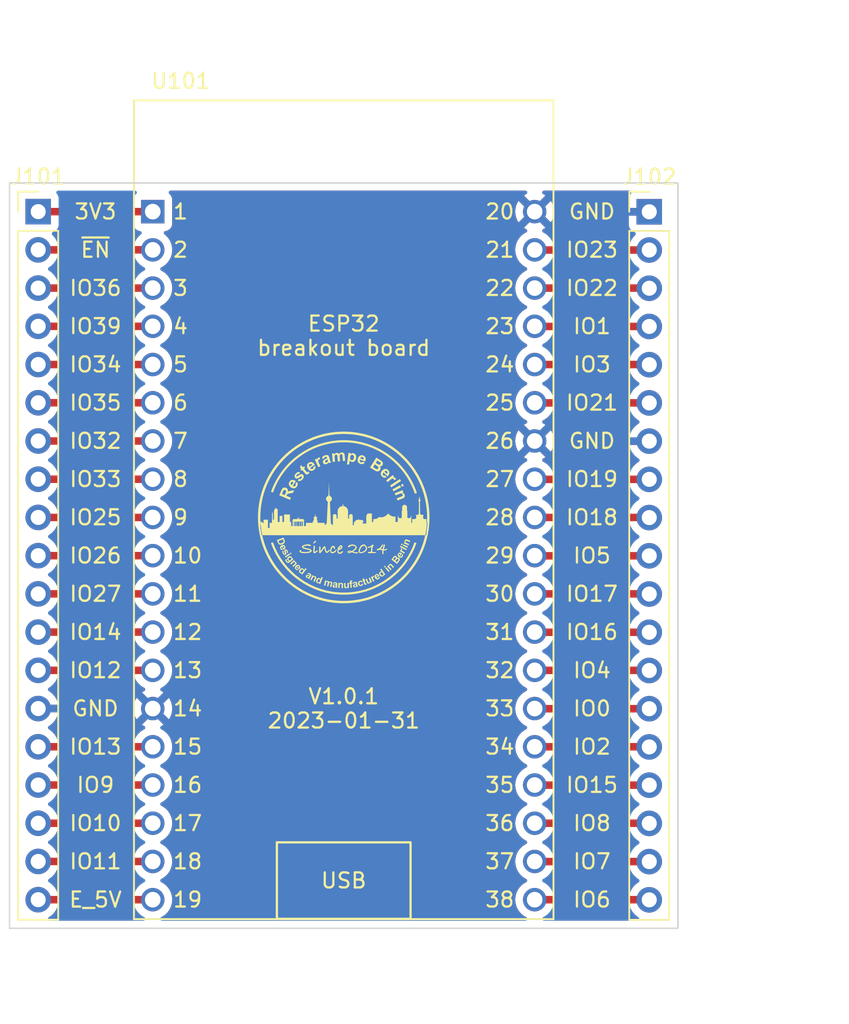
<source format=kicad_pcb>
(kicad_pcb (version 20211014) (generator pcbnew)
  (title_block (title "ESP32 Breakout board") (date "2023-01-31") (rev "1.0.1") (company "Resterampe Berlin ") (comment 3 "https://creativecommons.org/licenses/by-nc/4.0 ") (comment 4 "License CC BY-NC 4.0 "))
  (layers (0 "F.Cu" signal) (31 "B.Cu" signal) (34 "B.Paste" user) (35 "F.Paste" user) (36 "B.SilkS" user "B.Silkscreen") (37 "F.SilkS" user "F.Silkscreen") (38 "B.Mask" user) (39 "F.Mask" user) (44 "Edge.Cuts" user))
  (net 0 "")
  (net 1 "+3V3")
  (net 2 "Net-(J101-Pad2)")
  (net 3 "Net-(J101-Pad3)")
  (net 4 "Net-(J101-Pad4)")
  (net 5 "Net-(J101-Pad5)")
  (net 6 "Net-(J101-Pad6)")
  (net 7 "Net-(J101-Pad7)")
  (net 8 "Net-(J101-Pad8)")
  (net 9 "Net-(J101-Pad9)")
  (net 10 "Net-(J101-Pad10)")
  (net 11 "Net-(J101-Pad11)")
  (net 12 "Net-(J101-Pad12)")
  (net 13 "Net-(J101-Pad13)")
  (net 14 "GND")
  (net 15 "Net-(J101-Pad15)")
  (net 16 "Net-(J101-Pad16)")
  (net 17 "Net-(J101-Pad17)")
  (net 18 "Net-(J101-Pad18)")
  (net 19 "+5V")
  (net 20 "Net-(J102-Pad2)")
  (net 21 "Net-(J102-Pad3)")
  (net 22 "Net-(J102-Pad4)")
  (net 23 "Net-(J102-Pad5)")
  (net 24 "Net-(J102-Pad6)")
  (net 25 "Net-(J102-Pad8)")
  (net 26 "Net-(J102-Pad9)")
  (net 27 "Net-(J102-Pad10)")
  (net 28 "Net-(J102-Pad11)")
  (net 29 "Net-(J102-Pad12)")
  (net 30 "Net-(J102-Pad13)")
  (net 31 "Net-(J102-Pad14)")
  (net 32 "Net-(J102-Pad15)")
  (net 33 "Net-(J102-Pad16)")
  (net 34 "Net-(J102-Pad17)")
  (net 35 "Net-(J102-Pad18)")
  (net 36 "Net-(J102-Pad19)")
  (footprint "Connector_PinHeader_2.54mm:PinHeader_1x19_P2.54mm_Vertical" (layer "F.Cu") (at 139.7 73.66)
    (fp_text reference "J101")
    (fp_text value "Conn_01x19" hide)
  )
  (footprint "Connector_PinHeader_2.54mm:PinHeader_1x19_P2.54mm_Vertical" (layer "F.Cu") (at 180.34 73.67)
    (fp_text reference "J102")
    (fp_text value "Conn_01x19" hide)
  )
  (footprint "ESP32:MODULE_ESP32-DEVKITC-32D_Stacking_header_TH" (layer "F.Cu") (at 160.02 93.42)
    (fp_text reference "U101")
    (fp_text value "ESP32-DEVKITC-32D")
  )
  (gr_poly (pts (xy 163.130324 97.06072) (xy 163.133019 97.060889) (xy 163.135677 97.061157) (xy 163.138299 97.061524) (xy 163.140894 97.061969) (xy 163.14347 97.062483) (xy 163.146026 97.063065) (xy 163.148563 97.063715) (xy 163.151081 97.064433) (xy 163.153579 97.065219) (xy 163.156058 97.066072) (xy 163.158517 97.066994) (xy 163.160956 97.067982) (xy 163.163377 97.069039) (xy 163.165777 97.070162) (xy 163.168158 97.071353) (xy 163.170519 97.072612) (xy 163.172861 97.073937) (xy 163.175183 97.07533) (xy 163.177485 97.07679) (xy 163.179817 97.078349) (xy 163.18222 97.080038) (xy 163.184694 97.081859) (xy 163.187238 97.08381) (xy 163.189853 97.085893) (xy 163.192539 97.088106) (xy 163.198122 97.092926) (xy 163.203988 97.098271) (xy 163.210138 97.104141) (xy 163.216569 97.110536) (xy 163.223284 97.117456) (xy 163.370577 97.271523) (xy 163.304986 97.334256) (xy 163.18402 97.207706) (xy 163.174783 97.19818) (xy 163.16626 97.189663) (xy 163.158453 97.182157) (xy 163.151361 97.175661) (xy 163.144984 97.170176) (xy 163.142064 97.167813) (xy 163.139323 97.165703) (xy 163.136762 97.163845) (xy 163.134379 97.162241) (xy 163.132175 97.160889) (xy 163.130151 97.15979) (xy 163.128215 97.158858) (xy 163.126277 97.158007) (xy 163.124338 97.157236) (xy 163.122397 97.156545) (xy 163.120454 97.155935) (xy 163.11851 97.155406) (xy 163.116564 97.154956) (xy 163.114616 97.154588) (xy 163.112667 97.154299) (xy 163.110716 97.154091) (xy 163.108764 97.153963) (xy 163.10681 97.153915) (xy 163.104855 97.153947) (xy 163.102899 97.15406) (xy 163.100941 97.154252) (xy 163.098982 97.154524) (xy 163.097026 97.154877) (xy 163.09509 97.155308) (xy 163.093172 97.15582) (xy 163.091273 97.15641) (xy 163.089393 97.157081) (xy 163.087531 97.157831) (xy 163.085689 97.158661) (xy 163.083865 97.159572) (xy 163.08206 97.160562) (xy 163.080274 97.161632) (xy 163.078507 97.162782) (xy 163.076759 97.164012) (xy 163.07503 97.165323) (xy 163.07332 97.166714) (xy 163.071629 97.168186) (xy 163.069958 97.169738) (xy 163.067878 97.1718) (xy 163.065895 97.173909) (xy 163.064009 97.176064) (xy 163.06222 97.178266) (xy 163.060527 97.180514) (xy 163.058932 97.182809) (xy 163.057433 97.18515) (xy 163.056031 97.187538) (xy 163.054727 97.189972) (xy 163.053519 97.192453) (xy 163.052409 97.19498) (xy 163.051396 97.197554) (xy 163.05048 97.200174) (xy 163.049661 97.202841) (xy 163.048939 97.205554) (xy 163.048315 97.208314) (xy 163.047795 97.211089) (xy 163.047387 97.213849) (xy 163.047091 97.216593) (xy 163.046906 97.219321) (xy 163.046834 97.222034) (xy 163.046873 97.224731) (xy 163.047023 97.227411) (xy 163.047286 97.230076) (xy 163.047661 97.232725) (xy 163.048147 97.235357) (xy 163.048746 97.237973) (xy 163.049456 97.240573) (xy 163.050279 97.243156) (xy 163.051214 97.245723) (xy 163.052261 97.248273) (xy 163.05342 97.250807) (xy 163.054753 97.253415) (xy 163.056319 97.25619) (xy 163.058119 97.259133) (xy 163.060153 97.262242) (xy 163.062421 97.265517) (xy 163.064924 97.26896) (xy 163.067661 97.272569) (xy 163.070632 97.276345) (xy 163.073837 97.280288) (xy 163.077277 97.284398) (xy 163.084861 97.293118) (xy 163.093384 97.302505) (xy 163.102847 97.31256) (xy 163.210186 97.42485) (xy 163.144598 97.487583) (xy 162.907583 97.239641) (xy 162.968516 97.18138) (xy 163.003335 97.217813) (xy 163.00259 97.208781) (xy 163.002292 97.199953) (xy 163.002439 97.191328) (xy 163.003032 97.182906) (xy 163.00407 97.174688) (xy 163.005554 97.166672) (xy 163.007483 97.15886) (xy 163.009858 97.15125) (xy 163.012678 97.143843) (xy 163.015942 97.136639) (xy 163.019652 97.129637) (xy 163.023807 97.122838) (xy 163.028407 97.116241) (xy 163.033452 97.109847) (xy 163.038941 97.103655) (xy 163.044875 97.097666) (xy 163.047603 97.095116) (xy 163.050361 97.092655) (xy 163.053147 97.090284) (xy 163.055962 97.088001) (xy 163.058807 97.085808) (xy 163.061681 97.083704) (xy 163.064584 97.081689) (xy 163.067516 97.079763) (xy 163.070478 97.077926) (xy 163.073468 97.076178) (xy 163.076488 97.074519) (xy 163.079537 97.072949) (xy 163.082615 97.071468) (xy 163.085723 97.070075) (xy 163.088859 97.068771) (xy 163.092025 97.067556) (xy 163.095187 97.066435) (xy 163.098313 97.065413) (xy 163.101403 97.06449) (xy 163.104457 97.063667) (xy 163.107475 97.062942) (xy 163.110457 97.062317) (xy 163.113403 97.061791) (xy 163.116313 97.061365) (xy 163.119187 97.061037) (xy 163.122026 97.060809) (xy 163.124828 97.06068) (xy 163.127594 97.06065)) (layer "F.SilkS") (width 0) (fill solid))
  (gr_poly (pts (xy 156.549619 96.383026) (xy 156.479955 96.42991) (xy 156.42926 96.35461) (xy 156.498925 96.307726)) (layer "F.SilkS") (width 0) (fill solid))
  (gr_poly (pts (xy 156.078819 95.478072) (xy 156.083837 95.491496) (xy 156.088275 95.504205) (xy 156.092134 95.516199) (xy 156.095412 95.527476) (xy 156.098112 95.538036) (xy 156.100232 95.547879) (xy 156.101774 95.557004) (xy 156.102738 95.565411) (xy 156.103093 95.570806) (xy 156.103275 95.576167) (xy 156.103284 95.581495) (xy 156.103121 95.586788) (xy 156.102785 95.592047) (xy 156.102276 95.597272) (xy 156.101594 95.602464) (xy 156.10074 95.607622) (xy 156.099714 95.612745) (xy 156.098515 95.617836) (xy 156.097144 95.622892) (xy 156.095601 95.627915) (xy 156.093886 95.632904) (xy 156.091999 95.637859) (xy 156.08994 95.642781) (xy 156.087709 95.647669) (xy 156.085317 95.652514) (xy 156.082782 95.657294) (xy 156.080105 95.662009) (xy 156.077286 95.66666) (xy 156.074325 95.671246) (xy 156.071222 95.675768) (xy 156.067976 95.680226) (xy 156.064588 95.684619) (xy 156.061058 95.688947) (xy 156.057386 95.693211) (xy 156.053571 95.697411) (xy 156.049614 95.701546) (xy 156.045514 95.705616) (xy 156.041272 95.709622) (xy 156.036887 95.713563) (xy 156.032359 95.71744) (xy 156.027662 95.721258) (xy 156.022767 95.725023) (xy 156.017675 95.728734) (xy 156.012386 95.732392) (xy 156.006899 95.735996) (xy 156.001214 95.739547) (xy 155.995332 95.743044) (xy 155.989252 95.746488) (xy 155.982974 95.749878) (xy 155.976498 95.753214) (xy 155.969825 95.756497) (xy 155.962953 95.759726) (xy 155.955883 95.762901) (xy 155.948615 95.766022) (xy 155.941149 95.76909) (xy 155.933484 95.772103) (xy 155.919996 95.77705) (xy 155.906819 95.781394) (xy 155.89395 95.785134) (xy 155.881391 95.788269) (xy 155.869141 95.790799) (xy 155.857198 95.792723) (xy 155.851343 95.793458) (xy 155.845565 95.794041) (xy 155.839863 95.794472) (xy 155.834238 95.794751) (xy 155.827463 95.794917) (xy 155.820788 95.794916) (xy 155.814215 95.79475) (xy 155.807742 95.794419) (xy 155.801371 95.793921) (xy 155.795101 95.793258) (xy 155.788931 95.792429) (xy 155.782863 95.791434) (xy 155.776896 95.790274) (xy 155.77103 95.788947) (xy 155.765266 95.787454) (xy 155.759602 95.785796) (xy 155.754039 95.783971) (xy 155.748577 95.78198) (xy 155.743217 95.779823) (xy 155.737957 95.7775) (xy 155.734027 95.775606) (xy 155.730126 95.773555) (xy 155.726254 95.771347) (xy 155.72241 95.768982) (xy 155.718595 95.766461) (xy 155.714808 95.763782) (xy 155.71105 95.760947) (xy 155.707321 95.757954) (xy 155.703621 95.754805) (xy 155.69995 95.751499) (xy 155.696308 95.748036) (xy 155.692694 95.744416) (xy 155.68911 95.740639) (xy 155.685554 95.736705) (xy 155.682028 95.732615) (xy 155.678531 95.728367) (xy 155.675948 95.725036) (xy 155.673378 95.72152) (xy 155.670821 95.71782) (xy 155.668277 95.713936) (xy 155.665747 95.709868) (xy 155.66323 95.705617) (xy 155.660725 95.701181) (xy 155.658235 95.696561) (xy 155.655757 95.691758) (xy 155.653293 95.68677) (xy 155.650842 95.681599) (xy 155.648405 95.676244) (xy 155.645981 95.670705) (xy 155.643571 95.664983) (xy 155.638791 95.652988) (xy 155.597472 95.545673) (xy 155.682951 95.545673) (xy 155.708614 95.612268) (xy 155.712148 95.621264) (xy 155.715564 95.629558) (xy 155.718864 95.63715) (xy 155.722045 95.644041) (xy 155.725109 95.650232) (xy 155.728055 95.655722) (xy 155.730882 95.660513) (xy 155.733591 95.664603) (xy 155.735331 95.667014) (xy 155.737108 95.669344) (xy 155.738923 95.671595) (xy 155.740774 95.673765) (xy 155.742662 95.675856) (xy 155.744587 95.677866) (xy 155.746549 95.679796) (xy 155.748547 95.681646) (xy 155.750582 95.683415) (xy 155.752654 95.685104) (xy 155.754761 95.686713) (xy 155.756906 95.688241) (xy 155.759086 95.689689) (xy 155.761303 95.691056) (xy 155.763555 95.692343) (xy 155.765844 95.693549) (xy 155.768209 95.694669) (xy 155.770688 95.695698) (xy 155.773283 95.696635) (xy 155.775994 95.697482) (xy 155.778819 95.698236) (xy 155.78176 95.6989) (xy 155.784816 95.699471) (xy 155.787987 95.699951) (xy 155.791273 95.70034) (xy 155.794673 95.700636) (xy 155.798189 95.70084) (xy 155.80182 95.700953) (xy 155.805566 95.700973) (xy 155.809426 95.700901) (xy 155.813401 95.700737) (xy 155.817491 95.700481) (xy 155.821709 95.700115) (xy 155.826067 95.699614) (xy 155.830567 95.698977) (xy 155.835207 95.698204) (xy 155.839988 95.697296) (xy 155.84491 95.696252) (xy 155.855177 95.693757) (xy 155.866009 95.69072) (xy 155.877405 95.687142) (xy 155.889366 95.683022) (xy 155.901893 95.678362) (xy 155.914276 95.673433) (xy 155.925809 95.668509) (xy 155.936489 95.663589) (xy 155.946316 95.658673) (xy 155.95529 95.653761) (xy 155.963411 95.648853) (xy 155.96715 95.6464) (xy 155.970676 95.643947) (xy 155.973988 95.641495) (xy 155.977087 95.639044) (xy 155.980021 95.636583) (xy 155.982839 95.634102) (xy 155.985542 95.6316) (xy 155.988129 95.629078) (xy 155.990601 95.626536) (xy 155.992957 95.623973) (xy 155.995197 95.62139) (xy 155.997321 95.618787) (xy 155.99933 95.616164) (xy 156.001222 95.61352) (xy 156.002998 95.610857) (xy 156.004658 95.608173) (xy 156.006202 95.60547) (xy 156.007629 95.602746) (xy 156.00894 95.600003) (xy 156.010134 95.59724) (xy 156.011218 95.594448) (xy 156.012199 95.591617) (xy 156.013076 95.588748) (xy 156.013849 95.58584) (xy 156.014519 95.582894) (xy 156.015085 95.579909) (xy 156.015547 95.576886) (xy 156.015905 95.573825) (xy 156.016159 95.570725) (xy 156.01631 95.567586) (xy 156.016357 95.564409) (xy 156.016299 95.561194) (xy 156.016138 95.55794) (xy 156.015872 95.554648) (xy 156.015503 95.551317) (xy 156.015029 95.547948) (xy 156.014587 95.545274) (xy 156.014003 95.542333) (xy 156.012414 95.535649) (xy 156.010262 95.527896) (xy 156.007548 95.519072) (xy 156.00427 95.509178) (xy 156.000429 95.498214) (xy 155.996025 95.486178) (xy 155.991058 95.473071) (xy 155.975632 95.432987) (xy 155.682951 95.545673) (xy 155.597472 95.545673) (xy 155.574153 95.485109) (xy 156.016034 95.315009)) (layer "F.SilkS") (width 0) (fill solid))
  (gr_poly (pts (xy 158.024963 97.849056) (xy 158.002605 97.89422) (xy 158.010836 97.890441) (xy 158.01903 97.887148) (xy 158.027185 97.884344) (xy 158.035302 97.882027) (xy 158.043381 97.880197) (xy 158.051422 97.878855) (xy 158.059424 97.878001) (xy 158.067388 97.877634) (xy 158.075314 97.877755) (xy 158.083201 97.878364) (xy 158.09105 97.879461) (xy 158.098859 97.881045) (xy 158.106631 97.883118) (xy 158.114363 97.885678) (xy 158.122056 97.888726) (xy 158.12971 97.892262) (xy 158.133037 97.893958) (xy 158.13629 97.895711) (xy 158.139469 97.897523) (xy 158.142575 97.899391) (xy 158.145607 97.901318) (xy 158.148565 97.903302) (xy 158.15145 97.905343) (xy 158.154261 97.907443) (xy 158.156999 97.9096) (xy 158.159663 97.911815) (xy 158.162254 97.914087) (xy 158.164771 97.916417) (xy 158.167215 97.918805) (xy 158.169586 97.921251) (xy 158.171884 97.923754) (xy 158.174108 97.926315) (xy 158.176243 97.928909) (xy 158.178272 97.931502) (xy 158.180194 97.934095) (xy 158.182012 97.936687) (xy 158.183723 97.939279) (xy 158.185329 97.94187) (xy 158.186829 97.944461) (xy 158.188223 97.947051) (xy 158.189513 97.94964) (xy 158.190697 97.952229) (xy 158.191775 97.954817) (xy 158.192749 97.957404) (xy 158.193617 97.959991) (xy 158.19438 97.962577) (xy 158.195038 97.965163) (xy 158.195592 97.967748) (xy 158.196053 97.97034) (xy 158.196444 97.972937) (xy 158.196765 97.975539) (xy 158.197016 97.978146) (xy 158.197197 97.980757) (xy 158.197308 97.983373) (xy 158.19735 97.985994) (xy 158.197321 97.98862) (xy 158.197223 97.991251) (xy 158.197055 97.993886) (xy 158.196818 97.996525) (xy 158.196511 97.999169) (xy 158.196134 98.001818) (xy 158.195688 98.004471) (xy 158.195172 98.007128) (xy 158.194586 98.00979) (xy 158.193917 98.01251) (xy 158.193149 98.015343) (xy 158.191317 98.021343) (xy 158.189089 98.027792) (xy 158.186467 98.034687) (xy 158.183449 98.042029) (xy 158.180035 98.049817) (xy 158.176224 98.05805) (xy 158.172018 98.066728) (xy 158.077429 98.257757) (xy 157.996096 98.217514) (xy 158.073752 98.060616) (xy 158.07956 98.048674) (xy 158.084661 98.037751) (xy 158.089055 98.027848) (xy 158.092742 98.018964) (xy 158.095722 98.0111) (xy 158.097996 98.004255) (xy 158.099562 97.99843) (xy 158.10008 97.995899) (xy 158.100421 97.993624) (xy 158.100636 97.991488) (xy 158.100776 97.989379) (xy 158.10084 97.987294) (xy 158.100827 97.985235) (xy 158.100739 97.983202) (xy 158.100575 97.981195) (xy 158.100335 97.979213) (xy 158.100018 97.977256) (xy 158.099625 97.975326) (xy 158.099156 97.973421) (xy 158.09861 97.971542) (xy 158.097988 97.969689) (xy 158.097289 97.967861) (xy 158.096514 97.96606) (xy 158.095662 97.964285) (xy 158.094733 97.962535) (xy 158.093736 97.960817) (xy 158.09267 97.959143) (xy 158.091536 97.957515) (xy 158.090333 97.955932) (xy 158.089061 97.954394) (xy 158.08772 97.952901) (xy 158.08631 97.951453) (xy 158.084831 97.95005) (xy 158.083284 97.948692) (xy 158.081667 97.947379) (xy 158.079982 97.946111) (xy 158.078228 97.944888) (xy 158.076405 97.94371) (xy 158.074513 97.942576) (xy 158.072553 97.941487) (xy 158.070523 97.940443) (xy 158.067878 97.939192) (xy 158.065222 97.938047) (xy 158.062555 97.937009) (xy 158.059877 97.936078) (xy 158.057188 97.935254) (xy 158.054488 97.934537) (xy 158.051777 97.933928) (xy 158.049055 97.933425) (xy 158.046323 97.93303) (xy 158.043579 97.932742) (xy 158.040825 97.932561) (xy 158.03806 97.932488) (xy 158.035284 97.932523) (xy 158.032498 97.932665) (xy 158.029701 97.932915) (xy 158.026894 97.933273) (xy 158.024103 97.933729) (xy 158.021366 97.934286) (xy 158.018683 97.934942) (xy 158.016054 97.935699) (xy 158.013478 97.936555) (xy 158.010956 97.937511) (xy 158.008488 97.938566) (xy 158.006074 97.939722) (xy 158.003714 97.940977) (xy 158.001407 97.942333) (xy 157.999153 97.943788) (xy 157.996953 97.945343) (xy 157.994807 97.946997) (xy 157.992714 97.948752) (xy 157.990674 97.950606) (xy 157.988688 97.952561) (xy 157.98669 97.954699) (xy 157.984615 97.957115) (xy 157.982463 97.959809) (xy 157.980234 97.96278) (xy 157.977929 97.96603) (xy 157.975546 97.969557) (xy 157.973087 97.973362) (xy 157.970551 97.977445) (xy 157.967937 97.981806) (xy 157.965247 97.986444) (xy 157.96248 97.991361) (xy 157.959637 97.996555) (xy 157.953718 98.007776) (xy 157.947492 98.020109) (xy 157.878595 98.159332) (xy 157.797235 98.119063) (xy 157.949397 97.81167)) (layer "F.SilkS") (width 0) (fill solid))
  (gr_poly (pts (xy 164.17878 95.440194) (xy 164.181453 95.440331) (xy 164.184138 95.440538) (xy 164.186833 95.440815) (xy 164.189541 95.441162) (xy 164.195208 95.442094) (xy 164.201353 95.443379) (xy 164.207977 95.445019) (xy 164.21508 95.447013) (xy 164.222662 95.44936) (xy 164.230722 95.45206) (xy 164.239261 95.455113) (xy 164.24828 95.458518) (xy 164.447062 95.53546) (xy 164.414304 95.620101) (xy 164.251058 95.556918) (xy 164.238648 95.552212) (xy 164.227315 95.548118) (xy 164.217059 95.544633) (xy 164.207881 95.541761) (xy 164.19978 95.539499) (xy 164.192758 95.537849) (xy 164.186813 95.536812) (xy 164.184246 95.536522) (xy 164.181948 95.536386) (xy 164.179797 95.536368) (xy 164.177678 95.536422) (xy 164.175592 95.536549) (xy 164.173539 95.536749) (xy 164.171519 95.537022) (xy 164.169532 95.537367) (xy 164.167578 95.537786) (xy 164.165656 95.538278) (xy 164.163768 95.538842) (xy 164.161912 95.539481) (xy 164.160089 95.540192) (xy 164.158299 95.540977) (xy 164.156542 95.541835) (xy 164.154818 95.542767) (xy 164.153127 95.543773) (xy 164.151469 95.544852) (xy 164.149852 95.546) (xy 164.148285 95.547214) (xy 164.146769 95.548491) (xy 164.145303 95.549833) (xy 164.143888 95.55124) (xy 164.142524 95.55271) (xy 164.14121 95.554246) (xy 164.139946 95.555846) (xy 164.138734 95.55751) (xy 164.137573 95.559239) (xy 164.136462 95.561032) (xy 164.135403 95.56289) (xy 164.134394 95.564813) (xy 164.133437 95.566799) (xy 164.132531 95.568851) (xy 164.131677 95.570967) (xy 164.130664 95.573716) (xy 164.129761 95.576466) (xy 164.128965 95.579217) (xy 164.128278 95.58197) (xy 164.127699 95.584723) (xy 164.127229 95.587478) (xy 164.126866 95.590234) (xy 164.126611 95.59299) (xy 164.126464 95.595748) (xy 164.126425 95.598506) (xy 164.126494 95.601265) (xy 164.12667 95.604025) (xy 164.126954 95.606786) (xy 164.127345 95.609548) (xy 164.127844 95.61231) (xy 164.128451 95.615073) (xy 164.129158 95.61781) (xy 164.12996 95.620485) (xy 164.130857 95.623098) (xy 164.131848 95.625649) (xy 164.132934 95.628138) (xy 164.134114 95.630565) (xy 164.135389 95.632929) (xy 164.136758 95.635231) (xy 164.138221 95.637471) (xy 164.139779 95.639648) (xy 164.14143 95.641763) (xy 164.143176 95.643815) (xy 164.145016 95.645805) (xy 164.146949 95.647733) (xy 164.148977 95.649598) (xy 164.151098 95.6514) (xy 164.153412 95.653197) (xy 164.156009 95.655044) (xy 164.158889 95.656942) (xy 164.162052 95.658892) (xy 164.165497 95.660892) (xy 164.169226 95.662944) (xy 164.173238 95.665048) (xy 164.177533 95.667202) (xy 164.182111 95.669408) (xy 164.186972 95.671666) (xy 164.197544 95.676336) (xy 164.209249 95.681214) (xy 164.222086 95.686299) (xy 164.366972 95.74239) (xy 164.334216 95.82703) (xy 164.014335 95.703206) (xy 164.044762 95.624598) (xy 164.091752 95.642775) (xy 164.087244 95.634919) (xy 164.083225 95.627056) (xy 164.079696 95.619188) (xy 164.076655 95.611314) (xy 164.074105 95.603433) (xy 164.072043 95.595547) (xy 164.070471 95.587655) (xy 164.069387 95.579758) (xy 164.068794 95.571855) (xy 164.068689 95.563946) (xy 164.069074 95.556032) (xy 164.069948 95.548113) (xy 164.071311 95.540188) (xy 164.073164 95.532258) (xy 164.075505 95.524324) (xy 164.078336 95.516384) (xy 164.079723 95.512915) (xy 164.081174 95.509515) (xy 164.08269 95.506183) (xy 164.08427 95.502919) (xy 164.085915 95.499724) (xy 164.087624 95.496597) (xy 164.089398 95.493538) (xy 164.091236 95.490547) (xy 164.093138 95.487624) (xy 164.095106 95.48477) (xy 164.097137 95.481984) (xy 164.099233 95.479266) (xy 164.101394 95.476616) (xy 164.103619 95.474034) (xy 164.105908 95.471521) (xy 164.108262 95.469076) (xy 164.110648 95.466718) (xy 164.113043 95.464465) (xy 164.115448 95.462317) (xy 164.117862 95.460275) (xy 164.120285 95.458338) (xy 164.122718 95.456506) (xy 164.125161 95.454779) (xy 164.127613 95.453158) (xy 164.130074 95.451642) (xy 164.132546 95.45023) (xy 164.135027 95.448924) (xy 164.137518 95.447723) (xy 164.140018 95.446626) (xy 164.142529 95.445635) (xy 164.145049 95.444749) (xy 164.147579 95.443967) (xy 164.150119 95.443272) (xy 164.15267 95.442646) (xy 164.155232 95.442089) (xy 164.157804 95.441601) (xy 164.160387 95.441183) (xy 164.162982 95.440833) (xy 164.165587 95.440553) (xy 164.168203 95.440342) (xy 164.17083 95.440201) (xy 164.173469 95.440129) (xy 164.176119 95.440127)) (layer "F.SilkS") (width 0) (fill solid))
  (gr_poly (pts (xy 163.073794 97.547008) (xy 163.004527 97.605639) (xy 162.782938 97.343807) (xy 162.852206 97.285175)) (layer "F.SilkS") (width 0) (fill solid))
  (gr_poly (pts (xy 162.790664 97.775925) (xy 162.72084 97.823153) (xy 162.692609 97.781401) (xy 162.692438 97.785884) (xy 162.692151 97.790303) (xy 162.691748 97.794657) (xy 162.691231 97.798948) (xy 162.690598 97.803175) (xy 162.68985 97.807337) (xy 162.688987 97.811436) (xy 162.688009 97.81547) (xy 162.686916 97.81944) (xy 162.685707 97.823346) (xy 162.684384 97.827188) (xy 162.682946 97.830965) (xy 162.681394 97.834678) (xy 162.679726 97.838327) (xy 162.677943 97.841911) (xy 162.676046 97.845431) (xy 162.674063 97.848873) (xy 162.672014 97.852225) (xy 162.669898 97.855486) (xy 162.667716 97.858657) (xy 162.665468 97.861737) (xy 162.663153 97.864727) (xy 162.660772 97.867626) (xy 162.658325 97.870434) (xy 162.655811 97.873152) (xy 162.653231 97.875779) (xy 162.650585 97.878316) (xy 162.647872 97.880763) (xy 162.645093 97.883118) (xy 162.642248 97.885384) (xy 162.639336 97.887558) (xy 162.636358 97.889643) (xy 162.630187 97.893589) (xy 162.623917 97.897152) (xy 162.617549 97.900333) (xy 162.611082 97.903132) (xy 162.604517 97.905548) (xy 162.597852 97.907582) (xy 162.59109 97.909233) (xy 162.584228 97.910502) (xy 162.577269 97.911388) (xy 162.57021 97.911893) (xy 162.563053 97.912015) (xy 162.555797 97.911755) (xy 162.548443 97.911113) (xy 162.540991 97.910089) (xy 162.533439 97.908682) (xy 162.52579 97.906894) (xy 162.518144 97.904696) (xy 162.510607 97.90207) (xy 162.503177 97.899016) (xy 162.495855 97.895534) (xy 162.488642 97.891624) (xy 162.481536 97.887287) (xy 162.474537 97.882522) (xy 162.467647 97.87733) (xy 162.460865 97.87171) (xy 162.45419 97.865662) (xy 162.447624 97.859187) (xy 162.441165 97.852285) (xy 162.434815 97.844955) (xy 162.428572 97.837198) (xy 162.422437 97.829013) (xy 162.41641 97.820401) (xy 162.410528 97.811413) (xy 162.405094 97.802517) (xy 162.40011 97.793712) (xy 162.395574 97.785) (xy 162.391487 97.776378) (xy 162.387849 97.767849) (xy 162.38466 97.759411) (xy 162.381919 97.751064) (xy 162.379627 97.742809) (xy 162.377783 97.734645) (xy 162.376388 97.726573) (xy 162.375442 97.718592) (xy 162.374944 97.710702) (xy 162.374894 97.702903) (xy 162.375245 97.696136) (xy 162.464437 97.696136) (xy 162.464607 97.700492) (xy 162.465029 97.704916) (xy 162.465703 97.70941) (xy 162.46663 97.713973) (xy 162.467809 97.718605) (xy 162.46924 97.723306) (xy 162.470924 97.728075) (xy 162.472861 97.732914) (xy 162.475049 97.737821) (xy 162.477491 97.742797) (xy 162.480184 97.747841) (xy 162.48313 97.752953) (xy 162.486328 97.758134) (xy 162.489779 97.763384) (xy 162.493606 97.768937) (xy 162.497399 97.774228) (xy 162.501157 97.779256) (xy 162.50488 97.784021) (xy 162.508568 97.788523) (xy 162.512222 97.792762) (xy 162.515841 97.796738) (xy 162.519426 97.800452) (xy 162.522975 97.803902) (xy 162.52649 97.807089) (xy 162.52997 97.810014) (xy 162.533416 97.812675) (xy 162.536826 97.815074) (xy 162.540202 97.81721) (xy 162.543543 97.819083) (xy 162.54685 97.820693) (xy 162.551591 97.822683) (xy 162.556289 97.824366) (xy 162.560945 97.825744) (xy 162.565558 97.826815) (xy 162.570128 97.827579) (xy 162.574656 97.828037) (xy 162.579141 97.828189) (xy 162.583584 97.828035) (xy 162.587984 97.827574) (xy 162.592342 97.826807) (xy 162.596657 97.825733) (xy 162.60093 97.824354) (xy 162.605161 97.822667) (xy 162.609349 97.820675) (xy 162.613495 97.818376) (xy 162.617599 97.815771) (xy 162.620755 97.813508) (xy 162.623733 97.811114) (xy 162.626534 97.808589) (xy 162.629158 97.805933) (xy 162.631604 97.803146) (xy 162.633873 97.800229) (xy 162.635965 97.79718) (xy 162.637879 97.793999) (xy 162.639616 97.790688) (xy 162.641176 97.787246) (xy 162.642558 97.783672) (xy 162.643763 97.779967) (xy 162.644791 97.77613) (xy 162.645641 97.772163) (xy 162.646314 97.768064) (xy 162.64681 97.763833) (xy 162.647093 97.7595) (xy 162.647118 97.755092) (xy 162.646885 97.75061) (xy 162.646394 97.746054) (xy 162.645645 97.741423) (xy 162.644639 97.736718) (xy 162.643374 97.731939) (xy 162.641852 97.727086) (xy 162.640073 97.722159) (xy 162.638036 97.717157) (xy 162.635741 97.712082) (xy 162.633189 97.706933) (xy 162.630379 97.701709) (xy 162.627312 97.696412) (xy 162.623987 97.691041) (xy 162.620405 97.685596) (xy 162.616271 97.679628) (xy 162.612143 97.673968) (xy 162.608023 97.668615) (xy 162.603909 97.66357) (xy 162.599802 97.658832) (xy 162.595702 97.654402) (xy 162.591609 97.650279) (xy 162.587523 97.646464) (xy 162.583443 97.642957) (xy 162.579371 97.639757) (xy 162.575305 97.636865) (xy 162.571246 97.63428) (xy 162.567194 97.632003) (xy 162.563149 97.630034) (xy 162.55911 97.628372) (xy 162.555079 97.627017) (xy 162.551069 97.625927) (xy 162.547095 97.625058) (xy 162.543159 97.624409) (xy 162.539258 97.623981) (xy 162.535395 97.623774) (xy 162.531568 97.623788) (xy 162.527777 97.624022) (xy 162.524023 97.624477) (xy 162.520306 97.625153) (xy 162.516625 97.62605) (xy 162.512981 97.627168) (xy 162.509373 97.628506) (xy 162.505802 97.630065) (xy 162.502268 97.631845) (xy 162.49877 97.633845) (xy 162.495309 97.636067) (xy 162.492051 97.638389) (xy 162.488974 97.640831) (xy 162.486078 97.643394) (xy 162.483362 97.646077) (xy 162.480828 97.64888) (xy 162.478474 97.651803) (xy 162.476301 97.654847) (xy 162.474308 97.65801) (xy 162.472496 97.661293) (xy 162.470864 97.664697) (xy 162.469412 97.66822) (xy 162.468141 97.671863) (xy 162.467049 97.675626) (xy 162.466138 97.679508) (xy 162.465407 97.683511) (xy 162.464855 97.687633) (xy 162.46452 97.69185) (xy 162.464437 97.696136) (xy 162.375245 97.696136) (xy 162.375293 97.695196) (xy 162.376141 97.68758) (xy 162.377377 97.68011) (xy 162.378952 97.672838) (xy 162.380867 97.665765) (xy 162.38312 97.658892) (xy 162.385713 97.652217) (xy 162.388645 97.645741) (xy 162.391915 97.639465) (xy 162.395525 97.633387) (xy 162.399473 97.627509) (xy 162.40376 97.62183) (xy 162.408386 97.616349) (xy 162.413351 97.611068) (xy 162.418655 97.605986) (xy 162.424297 97.601103) (xy 162.430278 97.596419) (xy 162.436598 97.591934) (xy 162.442605 97.588094) (xy 162.448722 97.584632) (xy 162.454948 97.581548) (xy 162.461283 97.578841) (xy 162.467727 97.576512) (xy 162.47428 97.57456) (xy 162.480941 97.572986) (xy 162.487712 97.571789) (xy 162.494591 97.570969) (xy 162.50158 97.570527) (xy 162.508677 97.570462) (xy 162.515883 97.570774) (xy 162.523197 97.571463) (xy 162.53062 97.572529) (xy 162.538152 97.573973) (xy 162.545792 97.575794) (xy 162.45025 97.434533) (xy 162.525446 97.383706)) (layer "F.SilkS") (width 0) (fill solid))
  (gr_poly (pts (xy 158.905245 96.246213) (xy 158.905111 96.246191) (xy 158.90498 96.246165) (xy 158.904942 96.246156) (xy 158.90492 96.246148) (xy 158.904915 96.246145) (xy 158.904915 96.246142) (xy 158.904926 96.246138) (xy 158.904995 96.246133) (xy 158.905311 96.246131)) (layer "F.SilkS") (width 0) (fill solid))
  (gr_poly (pts (xy 162.024418 97.85303) (xy 162.028518 97.853214) (xy 162.032659 97.853527) (xy 162.041496 97.93703) (xy 162.038144 97.93664) (xy 162.034865 97.936344) (xy 162.03166 97.936142) (xy 162.028528 97.936033) (xy 162.025469 97.936018) (xy 162.022483 97.936096) (xy 162.01957 97.936268) (xy 162.016731 97.936534) (xy 162.013964 97.936893) (xy 162.011271 97.937346) (xy 162.008651 97.937893) (xy 162.006104 97.938533) (xy 162.00363 97.939267) (xy 162.00123 97.940094) (xy 161.998903 97.941016) (xy 161.996648 97.942031) (xy 161.994539 97.943089) (xy 161.992505 97.944202) (xy 161.990548 97.945369) (xy 161.988667 97.94659) (xy 161.986862 97.947865) (xy 161.985133 97.949194) (xy 161.983481 97.950578) (xy 161.981905 97.952015) (xy 161.980405 97.953507) (xy 161.978982 97.955053) (xy 161.977635 97.956654) (xy 161.976364 97.958308) (xy 161.97517 97.960018) (xy 161.974051 97.961781) (xy 161.973009 97.9636) (xy 161.972044 97.965473) (xy 161.971165 97.967423) (xy 161.970383 97.969472) (xy 161.969698 97.971622) (xy 161.969111 97.973872) (xy 161.968622 97.976221) (xy 161.968229 97.978671) (xy 161.967935 97.981221) (xy 161.967737 97.983871) (xy 161.967637 97.986621) (xy 161.967634 97.989471) (xy 161.967729 97.992421) (xy 161.967921 97.995472) (xy 161.96821 97.998623) (xy 161.968596 98.001875) (xy 161.96908 98.005226) (xy 161.969662 98.008679) (xy 161.970415 98.012385) (xy 161.971425 98.016488) (xy 161.972692 98.020989) (xy 161.974215 98.025888) (xy 161.975995 98.031184) (xy 161.978031 98.036878) (xy 161.982874 98.049458) (xy 161.988742 98.063627) (xy 161.995636 98.079387) (xy 162.003554 98.096737) (xy 162.012498 98.115676) (xy 162.05827 98.211191) (xy 161.976408 98.250402) (xy 161.828216 97.941078) (xy 161.904229 97.904671) (xy 161.925317 97.948645) (xy 161.926557 97.938877) (xy 161.927995 97.929833) (xy 161.92963 97.921512) (xy 161.931462 97.913915) (xy 161.932451 97.910388) (xy 161.933489 97.907041) (xy 161.934576 97.903875) (xy 161.935712 97.90089) (xy 161.936897 97.898085) (xy 161.93813 97.895461) (xy 161.939412 97.893017) (xy 161.940742 97.890754) (xy 161.942131 97.888617) (xy 161.943591 97.88654) (xy 161.94512 97.884524) (xy 161.94672 97.882569) (xy 161.94839 97.880676) (xy 161.950129 97.878843) (xy 161.951939 97.877072) (xy 161.953819 97.875362) (xy 161.955769 97.873713) (xy 161.957789 97.872126) (xy 161.959879 97.8706) (xy 161.96204 97.869136) (xy 161.96427 97.867734) (xy 161.96657 97.866394) (xy 161.968941 97.865115) (xy 161.971381 97.863899) (xy 161.9749 97.862291) (xy 161.978459 97.86081) (xy 161.982061 97.859458) (xy 161.985703 97.858234) (xy 161.989388 97.857137) (xy 161.993114 97.856168) (xy 161.996881 97.855328) (xy 162.000691 97.854615) (xy 162.004541 97.854031) (xy 162.008433 97.853574) (xy 162.012367 97.853246) (xy 162.016343 97.853045) (xy 162.020359 97.852973)) (layer "F.SilkS") (width 0) (fill solid))
  (gr_poly (pts (xy 158.115733 95.524961) (xy 158.124239 95.52751) (xy 158.132158 95.530195) (xy 158.139491 95.533018) (xy 158.146237 95.535982) (xy 158.152397 95.539087) (xy 158.15797 95.542335) (xy 158.162956 95.545729) (xy 158.167355 95.549269) (xy 158.171169 95.552957) (xy 158.174395 95.556795) (xy 158.177035 95.560786) (xy 158.179088 95.564929) (xy 158.179894 95.567059) (xy 158.180554 95.569227) (xy 158.181068 95.571435) (xy 158.181434 95.573683) (xy 158.181728 95.578296) (xy 158.181661 95.579989) (xy 158.181577 95.580827) (xy 158.181459 95.581658) (xy 158.181307 95.582483) (xy 158.18112 95.583303) (xy 158.180899 95.584117) (xy 158.180643 95.584926) (xy 158.180352 95.585731) (xy 158.180026 95.58653) (xy 158.179268 95.588115) (xy 158.178366 95.589683) (xy 158.177319 95.591237) (xy 158.176126 95.592777) (xy 158.174784 95.594305) (xy 158.173292 95.595824) (xy 158.171648 95.597334) (xy 158.169852 95.598838) (xy 158.1679 95.600336) (xy 158.165791 95.601831) (xy 158.163525 95.603325) (xy 158.163525 95.6056) (xy 158.160778 95.60872) (xy 158.158085 95.611678) (xy 158.155445 95.614472) (xy 158.152859 95.617102) (xy 158.150325 95.619565) (xy 158.147846 95.62186) (xy 158.145419 95.623984) (xy 158.143046 95.625937) (xy 158.140726 95.627717) (xy 158.13846 95.629321) (xy 158.136246 95.630749) (xy 158.134087 95.631999) (xy 158.13198 95.633069) (xy 158.129927 95.633957) (xy 158.127927 95.634661) (xy 158.12598 95.635181) (xy 158.108915 95.65566) (xy 158.097537 95.67045) (xy 158.071371 95.677276) (xy 158.059994 95.693204) (xy 158.04179 95.702306) (xy 158.01221 95.728473) (xy 157.994006 95.711408) (xy 157.997419 95.682964) (xy 158.009934 95.662486) (xy 158.010201 95.66058) (xy 158.010576 95.6587) (xy 158.011062 95.656846) (xy 158.011659 95.65502) (xy 158.012369 95.65322) (xy 158.013194 95.651447) (xy 158.014136 95.6497) (xy 158.015196 95.64798) (xy 158.016376 95.646287) (xy 158.017678 95.64462) (xy 158.019103 95.64298) (xy 158.020653 95.641367) (xy 158.02233 95.639781) (xy 158.024135 95.638221) (xy 158.02607 95.636687) (xy 158.028137 95.635181) (xy 158.028137 95.63063) (xy 158.034963 95.62608) (xy 158.036102 95.609014) (xy 158.054305 95.604463) (xy 158.054305 95.594223) (xy 158.067957 95.591948) (xy 158.068625 95.589215) (xy 158.069348 95.586564) (xy 158.070132 95.583996) (xy 158.07098 95.581513) (xy 158.071893 95.579117) (xy 158.072877 95.576809) (xy 158.073934 95.574591) (xy 158.075068 95.572465) (xy 158.076282 95.570432) (xy 158.077579 95.568494) (xy 158.078963 95.566653) (xy 158.080437 95.56491) (xy 158.082004 95.563266) (xy 158.083667 95.561725) (xy 158.085431 95.560287) (xy 158.087298 95.558954) (xy 158.090711 95.556679) (xy 158.097537 95.549853) (xy 158.10664 95.522548)) (layer "F.SilkS") (width 0) (fill solid))
  (gr_poly (pts (xy 156.631284 91.485333) (xy 156.645798 91.486546) (xy 156.66056 91.488632) (xy 156.675569 91.491591) (xy 156.690827 91.495424) (xy 156.706332 91.500131) (xy 156.722086 91.505711) (xy 156.738087 91.512164) (xy 156.754337 91.519491) (xy 156.770835 91.527691) (xy 156.787581 91.536764) (xy 156.804576 91.546711) (xy 156.821819 91.557531) (xy 156.839311 91.569224) (xy 156.633545 91.880215) (xy 156.64053 91.884445) (xy 156.647465 91.888335) (xy 156.654351 91.891884) (xy 156.661187 91.895092) (xy 156.667973 91.89796) (xy 156.674709 91.900487) (xy 156.681396 91.902674) (xy 156.688033 91.90452) (xy 156.694619 91.906025) (xy 156.701156 91.90719) (xy 156.707643 91.908013) (xy 156.71408 91.908496) (xy 156.720467 91.908638) (xy 156.726803 91.908439) (xy 156.73309 91.907898) (xy 156.739326 91.907017) (xy 156.745458 91.905836) (xy 156.751423 91.904384) (xy 156.757221 91.902663) (xy 156.762851 91.900673) (xy 156.768314 91.898412) (xy 156.77361 91.895883) (xy 156.778738 91.893083) (xy 156.783699 91.890014) (xy 156.788494 91.886676) (xy 156.793121 91.883068) (xy 156.797581 91.879191) (xy 156.801874 91.875045) (xy 156.806 91.870629) (xy 156.80996 91.865945) (xy 156.813752 91.86099) (xy 156.817378 91.855767) (xy 156.819703 91.852121) (xy 156.821856 91.848465) (xy 156.823838 91.844799) (xy 156.825647 91.841123) (xy 156.827285 91.837437) (xy 156.828751 91.833741) (xy 156.830044 91.830035) (xy 156.831166 91.826319) (xy 156.832115 91.822594) (xy 156.832893 91.818858) (xy 156.833498 91.815112) (xy 156.833931 91.811357) (xy 156.834192 91.807592) (xy 156.83428 91.803816) (xy 156.834196 91.800031) (xy 156.83394 91.796236) (xy 156.833496 91.792423) (xy 156.83285 91.788586) (xy 156.832001 91.784724) (xy 156.83095 91.780838) (xy 156.829695 91.776926) (xy 156.828239 91.772991) (xy 156.82658 91.76903) (xy 156.824719 91.765045) (xy 156.822656 91.761036) (xy 156.820391 91.757002) (xy 156.817924 91.752943) (xy 156.815255 91.74886) (xy 156.812384 91.744753) (xy 156.809311 91.740622) (xy 156.806037 91.736466) (xy 156.80256 91.732286) (xy 156.905166 91.622325) (xy 156.911501 91.630957) (xy 156.917439 91.639636) (xy 156.922981 91.648365) (xy 156.928126 91.657141) (xy 156.932874 91.665965) (xy 156.937225 91.674838) (xy 156.94118 91.683759) (xy 156.944738 91.692728) (xy 156.947899 91.701745) (xy 156.950664 91.71081) (xy 156.953033 91.719923) (xy 156.955005 91.729084) (xy 156.956581 91.738292) (xy 156.95776 91.747549) (xy 156.958543 91.756853) (xy 156.95893 91.766206) (xy 156.958908 91.775586) (xy 156.958475 91.784985) (xy 156.957632 91.794403) (xy 156.956379 91.803839) (xy 156.954714 91.813294) (xy 156.952639 91.822767) (xy 156.950152 91.832258) (xy 156.947255 91.841768) (xy 156.943946 91.851296) (xy 156.940226 91.860842) (xy 156.936095 91.870406) (xy 156.931553 91.879989) (xy 156.926599 91.889589) (xy 156.921233 91.899208) (xy 156.915456 91.908845) (xy 156.909267 91.9185) (xy 156.898999 91.933339) (xy 156.888435 91.947268) (xy 156.877576 91.960287) (xy 156.86642 91.972396) (xy 156.854969 91.983594) (xy 156.843221 91.993881) (xy 156.831178 92.003259) (xy 156.81884 92.011726) (xy 156.806205 92.019283) (xy 156.793275 92.025929) (xy 156.780048 92.031665) (xy 156.766526 92.036491) (xy 156.752709 92.040406) (xy 156.738595 92.043411) (xy 156.724186 92.045506) (xy 156.70948 92.046691) (xy 156.697627 92.046923) (xy 156.685751 92.04662) (xy 156.673852 92.04578) (xy 156.66193 92.044404) (xy 156.649986 92.042492) (xy 156.638018 92.040044) (xy 156.626028 92.037061) (xy 156.614016 92.033541) (xy 156.60198 92.029485) (xy 156.589922 92.024894) (xy 156.577842 92.019767) (xy 156.565739 92.014105) (xy 156.553613 92.007907) (xy 156.541465 92.001174) (xy 156.529294 91.993905) (xy 156.517101 91.986101) (xy 156.502881 91.976345) (xy 156.489371 91.966374) (xy 156.476571 91.956189) (xy 156.464481 91.945789) (xy 156.453101 91.935174) (xy 156.442431 91.924345) (xy 156.432471 91.913301) (xy 156.423221 91.902043) (xy 156.414681 91.89057) (xy 156.406851 91.878883) (xy 156.399731 91.866981) (xy 156.393322 91.854865) (xy 156.387622 91.842534) (xy 156.382632 91.829988) (xy 156.378352 91.817228) (xy 156.374783 91.804253) (xy 156.371914 91.791216) (xy 156.369727 91.778269) (xy 156.368223 91.765411) (xy 156.367401 91.752643) (xy 156.367261 91.739965) (xy 156.367804 91.727377) (xy 156.368509 91.720183) (xy 156.492147 91.720183) (xy 156.492285 91.725752) (xy 156.492728 91.731363) (xy 156.493475 91.737017) (xy 156.494526 91.742714) (xy 156.495882 91.748452) (xy 156.497538 91.754162) (xy 156.4995 91.759771) (xy 156.501767 91.765279) (xy 156.50434 91.770687) (xy 156.507218 91.775994) (xy 156.510401 91.781201) (xy 156.51389 91.786306) (xy 156.517684 91.791311) (xy 156.521783 91.796216) (xy 156.526187 91.801019) (xy 156.530896 91.805722) (xy 156.53591 91.810324) (xy 156.541228 91.814825) (xy 156.546851 91.819225) (xy 156.552779 91.823523) (xy 156.559012 91.827721) (xy 156.681778 91.642196) (xy 156.674968 91.638069) (xy 156.66823 91.634273) (xy 156.661564 91.630807) (xy 156.654969 91.627671) (xy 156.648446 91.624865) (xy 156.641995 91.622389) (xy 156.635616 91.620244) (xy 156.629308 91.618429) (xy 156.623072 91.616945) (xy 156.616908 91.615792) (xy 156.610815 91.614969) (xy 156.604794 91.614476) (xy 156.598844 91.614315) (xy 156.592965 91.614485) (xy 156.587158 91.614985) (xy 156.581422 91.615817) (xy 156.575802 91.616926) (xy 156.570342 91.618271) (xy 156.565042 91.619851) (xy 156.559902 91.621665) (xy 156.554921 91.623715) (xy 156.550101 91.625999) (xy 156.545441 91.628518) (xy 156.540941 91.631272) (xy 156.536601 91.63426) (xy 156.532421 91.637483) (xy 156.5284 91.640941) (xy 156.52454 91.644634) (xy 156.52084 91.648561) (xy 156.517299 91.652722) (xy 156.513919 91.657118) (xy 156.510699 91.661748) (xy 156.507492 91.666845) (xy 156.504589 91.671985) (xy 156.501991 91.677168) (xy 156.499696 91.682395) (xy 156.497705 91.687664) (xy 156.496018 91.692977) (xy 156.494636 91.698333) (xy 156.493557 91.703731) (xy 156.492783 91.709172) (xy 156.492312 91.714656) (xy 156.492147 91.720183) (xy 156.368509 91.720183) (xy 156.369029 91.714878) (xy 156.370936 91.702468) (xy 156.373526 91.690147) (xy 156.376798 91.677916) (xy 156.380753 91.665774) (xy 156.38539 91.653721) (xy 156.39071 91.641757) (xy 156.396713 91.629882) (xy 156.403398 91.618095) (xy 156.410766 91.606398) (xy 156.419579 91.593662) (xy 156.428705 91.581629) (xy 156.438143 91.570299) (xy 156.447893 91.559671) (xy 156.457955 91.549745) (xy 156.46833 91.540523) (xy 156.479017 91.532003) (xy 156.490015 91.524185) (xy 156.501326 91.51707) (xy 156.512948 91.510658) (xy 156.524883 91.504948) (xy 156.537129 91.499941) (xy 156.549686 91.495636) (xy 156.562555 91.492034) (xy 156.575736 91.489135) (xy 156.589227 91.486938) (xy 156.602999 91.48553) (xy 156.617018 91.484995)) (layer "F.SilkS") (width 0) (fill solid))
  (gr_poly (pts (xy 164.294872 95.910692) (xy 164.257116 95.993215) (xy 163.945199 95.850553) (xy 163.982929 95.768029)) (layer "F.SilkS") (width 0) (fill solid))
  (gr_poly (pts (xy 157.027934 90.960396) (xy 157.036287 90.960995) (xy 157.044661 90.961985) (xy 157.053055 90.963366) (xy 157.06147 90.965139) (xy 157.069905 90.967303) (xy 157.07836 90.969858) (xy 157.086836 90.972804) (xy 157.095333 90.976142) (xy 157.10385 90.979871) (xy 157.112387 90.983992) (xy 157.035923 91.104536) (xy 157.032149 91.102658) (xy 157.028378 91.100954) (xy 157.024609 91.099424) (xy 157.020842 91.098067) (xy 157.017077 91.096884) (xy 157.013315 91.095875) (xy 157.009555 91.09504) (xy 157.005797 91.094379) (xy 157.002042 91.093892) (xy 156.998288 91.093579) (xy 156.994537 91.093439) (xy 156.990788 91.093474) (xy 156.98704 91.093683) (xy 156.983295 91.094066) (xy 156.979552 91.094624) (xy 156.97581 91.095355) (xy 156.972063 91.096282) (xy 156.968301 91.097425) (xy 156.964524 91.098784) (xy 156.960734 91.10036) (xy 156.95693 91.102151) (xy 156.953111 91.104159) (xy 156.949279 91.106383) (xy 156.945432 91.108822) (xy 156.941572 91.111478) (xy 156.937698 91.114349) (xy 156.93381 91.117435) (xy 156.929908 91.120738) (xy 156.925992 91.124255) (xy 156.922063 91.127988) (xy 156.918119 91.131937) (xy 156.914163 91.136101) (xy 156.909302 91.141436) (xy 156.904713 91.146667) (xy 156.900395 91.151795) (xy 156.896347 91.156818) (xy 156.892571 91.161737) (xy 156.889066 91.166552) (xy 156.885831 91.171263) (xy 156.882868 91.175871) (xy 156.880176 91.180374) (xy 156.877755 91.184774) (xy 156.875604 91.18907) (xy 156.873725 91.193262) (xy 156.872117 91.19735) (xy 156.870779 91.201335) (xy 156.869713 91.205216) (xy 156.868918 91.208993) (xy 156.86861 91.211508) (xy 156.868432 91.213962) (xy 156.868383 91.216355) (xy 156.868463 91.218687) (xy 156.868672 91.220959) (xy 156.86901 91.223171) (xy 156.869478 91.225321) (xy 156.870076 91.227412) (xy 156.870803 91.229441) (xy 156.87166 91.231411) (xy 156.872646 91.23332) (xy 156.873763 91.235169) (xy 156.875009 91.236957) (xy 156.876385 91.238685) (xy 156.877892 91.240353) (xy 156.879528 91.241961) (xy 156.881008 91.243255) (xy 156.882539 91.244439) (xy 156.884123 91.245512) (xy 156.885759 91.246476) (xy 156.887446 91.247329) (xy 156.889186 91.248071) (xy 156.890977 91.248704) (xy 156.89282 91.249227) (xy 156.894715 91.249639) (xy 156.896662 91.249942) (xy 156.89866 91.250134) (xy 156.90071 91.250217) (xy 156.902812 91.250189) (xy 156.904965 91.250052) (xy 156.90717 91.249805) (xy 156.909426 91.249448) (xy 156.912794 91.248617) (xy 156.916757 91.247284) (xy 156.921315 91.24545) (xy 156.926467 91.243114) (xy 156.932214 91.240277) (xy 156.938556 91.236938) (xy 156.945492 91.233098) (xy 156.953023 91.228758) (xy 156.961149 91.223916) (xy 156.969869 91.218573) (xy 156.989094 91.206385) (xy 157.010698 91.192193) (xy 157.03468 91.176) (xy 157.059228 91.159755) (xy 157.082529 91.145411) (xy 157.093711 91.138953) (xy 157.104582 91.132969) (xy 157.115141 91.127461) (xy 157.125389 91.122428) (xy 157.135325 91.117871) (xy 157.144949 91.11379) (xy 157.154262 91.110185) (xy 157.163263 91.107055) (xy 157.171953 91.104402) (xy 157.180332 91.102224) (xy 157.188399 91.100522) (xy 157.196155 91.099297) (xy 157.203725 91.098621) (xy 157.211226 91.098377) (xy 157.218658 91.098566) (xy 157.22602 91.099188) (xy 157.233314 91.100244) (xy 157.240538 91.101732) (xy 157.247694 91.103653) (xy 157.25478 91.106008) (xy 157.261798 91.108795) (xy 157.268746 91.112016) (xy 157.275627 91.11567) (xy 157.282438 91.119757) (xy 157.289181 91.124278) (xy 157.295856 91.129232) (xy 157.302462 91.134619) (xy 157.309 91.14044) (xy 157.315855 91.14714) (xy 157.322242 91.154096) (xy 157.328161 91.161306) (xy 157.333611 91.168772) (xy 157.338594 91.176492) (xy 157.343109 91.184467) (xy 157.347156 91.192697) (xy 157.350734 91.201181) (xy 157.353845 91.209921) (xy 157.356488 91.218916) (xy 157.358664 91.228165) (xy 157.360371 91.237669) (xy 157.361611 91.247428) (xy 157.362383 91.257442) (xy 157.362688 91.267711) (xy 157.362524 91.278235) (xy 157.361799 91.288916) (xy 157.360426 91.299655) (xy 157.358406 91.310454) (xy 157.355738 91.321311) (xy 157.352423 91.332228) (xy 157.348461 91.343203) (xy 157.343851 91.354238) (xy 157.338593 91.365332) (xy 157.332689 91.376486) (xy 157.326136 91.387698) (xy 157.318937 91.39897) (xy 157.31109 91.410301) (xy 157.302595 91.421692) (xy 157.293454 91.433142) (xy 157.283664 91.444651) (xy 157.273228 91.45622) (xy 157.263449 91.466491) (xy 157.253657 91.47624) (xy 157.243853 91.485467) (xy 157.234037 91.494171) (xy 157.224209 91.502354) (xy 157.214368 91.510014) (xy 157.204515 91.517152) (xy 157.19465 91.523768) (xy 157.184773 91.529862) (xy 157.174884 91.535434) (xy 157.164983 91.540483) (xy 157.15507 91.545011) (xy 157.145145 91.549016) (xy 157.135208 91.552499) (xy 157.125259 91.55546) (xy 157.115299 91.557899) (xy 157.105359 91.559855) (xy 157.095475 91.561368) (xy 157.085645 91.562438) (xy 157.07587 91.563064) (xy 157.06615 91.563248) (xy 157.056485 91.562988) (xy 157.046874 91.562286) (xy 157.037319 91.56114) (xy 157.027819 91.559552) (xy 157.018375 91.557521) (xy 157.008986 91.555048) (xy 156.999652 91.552132) (xy 156.990374 91.548774) (xy 156.981151 91.544973) (xy 156.971984 91.54073) (xy 156.962872 91.536044) (xy 157.047777 91.411056) (xy 157.052557 91.413766) (xy 157.057321 91.416253) (xy 157.062071 91.418516) (xy 157.066806 91.420556) (xy 157.071525 91.422371) (xy 157.07623 91.423963) (xy 157.080919 91.42533) (xy 157.085592 91.426474) (xy 157.09025 91.427394) (xy 157.094893 91.42809) (xy 157.09952 91.428563) (xy 157.104131 91.428811) (xy 157.108726 91.428835) (xy 157.113305 91.428636) (xy 157.117869 91.428213) (xy 157.122416 91.427566) (xy 157.126953 91.426685) (xy 157.131484 91.425552) (xy 157.136011 91.424165) (xy 157.140533 91.422525) (xy 157.14505 91.420632) (xy 157.149562 91.418486) (xy 157.154069 91.416086) (xy 157.158571 91.413434) (xy 157.163068 91.410528) (xy 157.16756 91.407368) (xy 157.172047 91.403955) (xy 157.17653 91.400289) (xy 157.181007 91.39637) (xy 157.185479 91.392196) (xy 157.189946 91.38777) (xy 157.194408 91.383089) (xy 157.199179 91.377826) (xy 157.203676 91.372614) (xy 157.2079 91.367453) (xy 157.211851 91.362343) (xy 157.215529 91.357284) (xy 157.218934 91.352276) (xy 157.222066 91.347319) (xy 157.224925 91.342413) (xy 157.227511 91.337558) (xy 157.229823 91.332755) (xy 157.231862 91.328002) (xy 157.233628 91.323301) (xy 157.235121 91.318652) (xy 157.23634 91.314053) (xy 157.237286 91.309506) (xy 157.237959 91.305011) (xy 157.238185 91.30198) (xy 157.23825 91.299008) (xy 157.238153 91.296096) (xy 157.237894 91.293242) (xy 157.237474 91.290449) (xy 157.236891 91.287714) (xy 157.236147 91.285038) (xy 157.23524 91.282422) (xy 157.234172 91.279864) (xy 157.232942 91.277365) (xy 157.23155 91.274925) (xy 157.229997 91.272544) (xy 157.228281 91.270221) (xy 157.226404 91.267957) (xy 157.224364 91.265751) (xy 157.222163 91.263603) (xy 157.220599 91.26221) (xy 157.219012 91.260908) (xy 157.217402 91.259698) (xy 157.215769 91.258578) (xy 157.214113 91.25755) (xy 157.212434 91.256614) (xy 157.210732 91.255768) (xy 157.209007 91.255014) (xy 157.20726 91.254352) (xy 157.205489 91.253781) (xy 157.203695 91.253302) (xy 157.201879 91.252914) (xy 157.200039 91.252618) (xy 157.198176 91.252413) (xy 157.196291 91.2523) (xy 157.194383 91.252279) (xy 157.192394 91.252482) (xy 157.19027 91.25285) (xy 157.188008 91.253384) (xy 157.18561 91.254085) (xy 157.183076 91.254952) (xy 157.180404 91.255985) (xy 157.177596 91.257184) (xy 157.174651 91.25855) (xy 157.171568 91.260082) (xy 157.168349 91.261779) (xy 157.164992 91.263643) (xy 157.161499 91.265674) (xy 157.157867 91.26787) (xy 157.154099 91.270233) (xy 157.150192 91.272761) (xy 157.146149 91.275456) (xy 157.109728 91.300264) (xy 157.076269 91.322198) (xy 157.04577 91.34126) (xy 157.018233 91.357448) (xy 156.993655 91.370762) (xy 156.972038 91.381203) (xy 156.96234 91.385345) (xy 156.953381 91.388769) (xy 156.945162 91.391474) (xy 156.937683 91.393461) (xy 156.927911 91.395418) (xy 156.918291 91.396803) (xy 156.908822 91.397618) (xy 156.899504 91.397862) (xy 156.890338 91.397534) (xy 156.881322 91.396636) (xy 156.872458 91.395167) (xy 156.863746 91.393127) (xy 156.855185 91.390516) (xy 156.846775 91.387334) (xy 156.838516 91.383582) (xy 156.830408 91.379259) (xy 156.822452 91.374365) (xy 156.814648 91.368901) (xy 156.806994 91.362866) (xy 156.799492 91.35626) (xy 156.79301 91.349941) (xy 156.786969 91.343415) (xy 156.781369 91.336683) (xy 156.77621 91.329744) (xy 156.771491 91.322599) (xy 156.767213 91.315247) (xy 156.763376 91.307689) (xy 156.75998 91.299924) (xy 156.757024 91.291953) (xy 156.754508 91.283775) (xy 156.752434 91.275391) (xy 156.750799 91.2668) (xy 156.749605 91.258003) (xy 156.748852 91.248999) (xy 156.748539 91.239788) (xy 156.748666 91.230372) (xy 156.749324 91.220797) (xy 156.750605 91.211123) (xy 156.752509 91.20135) (xy 156.755036 91.191477) (xy 156.758185 91.181506) (xy 156.761957 91.171434) (xy 156.766352 91.161264) (xy 156.77137 91.150993) (xy 156.77701 91.140624) (xy 156.783274 91.130154) (xy 156.790161 91.119585) (xy 156.79767 91.108917) (xy 156.805803 91.098148) (xy 156.814559 91.08728) (xy 156.823938 91.076313) (xy 156.83394 91.065245) (xy 156.843708 91.054934) (xy 156.853376 91.045162) (xy 156.862944 91.03593) (xy 156.872412 91.027239) (xy 156.881781 91.019087) (xy 156.891049 91.011475) (xy 156.900218 91.004402) (xy 156.909287 90.997869) (xy 156.918256 90.991876) (xy 156.927125 90.986422) (xy 156.935895 90.981507) (xy 156.944564 90.977131) (xy 156.953134 90.973295) (xy 156.961604 90.969998) (xy 156.969974 90.96724) (xy 156.978244 90.965021) (xy 156.986475 90.963272) (xy 156.994726 90.961914) (xy 157.002997 90.960948) (xy 157.011289 90.960372) (xy 157.019601 90.960189)) (layer "F.SilkS") (width 0) (fill solid))
  (gr_poly (pts (xy 160.39304 96.185849) (xy 160.393036 96.185847) (xy 160.393036 96.185844) (xy 160.393047 96.18584) (xy 160.393116 96.185835) (xy 160.393432 96.185832)) (layer "F.SilkS") (width 0) (fill solid))
  (gr_poly (pts (xy 160.814894 98.258668) (xy 160.82007 98.258955) (xy 160.825026 98.259395) (xy 160.829765 98.259987) (xy 160.834284 98.260732) (xy 160.838585 98.261629) (xy 160.842668 98.262679) (xy 160.846574 98.263846) (xy 160.850355 98.265097) (xy 160.854011 98.266432) (xy 160.857542 98.267849) (xy 160.860947 98.26935) (xy 160.864228 98.270934) (xy 160.867383 98.272602) (xy 160.870413 98.274354) (xy 160.873319 98.276189) (xy 160.876099 98.278108) (xy 160.878755 98.280111) (xy 160.881286 98.282198) (xy 160.883692 98.284368) (xy 160.885973 98.286623) (xy 160.888129 98.288962) (xy 160.890161 98.291386) (xy 160.892109 98.293997) (xy 160.894015 98.296909) (xy 160.895877 98.300121) (xy 160.897697 98.303635) (xy 160.899473 98.307449) (xy 160.901207 98.311565) (xy 160.902897 98.315981) (xy 160.904545 98.320698) (xy 160.906149 98.325717) (xy 160.90771 98.331036) (xy 160.909229 98.336657) (xy 160.910703 98.342579) (xy 160.912135 98.348802) (xy 160.913523 98.355326) (xy 160.914868 98.362152) (xy 160.91617 98.369279) (xy 160.933553 98.47379) (xy 160.935512 98.484545) (xy 160.937477 98.494547) (xy 160.939449 98.503794) (xy 160.941428 98.512287) (xy 160.943413 98.520026) (xy 160.945404 98.527011) (xy 160.9474 98.533242) (xy 160.949402 98.538719) (xy 160.951531 98.543845) (xy 160.953911 98.549023) (xy 160.956542 98.554254) (xy 160.959423 98.559538) (xy 160.962554 98.564875) (xy 160.965936 98.570266) (xy 160.969569 98.575711) (xy 160.973453 98.581211) (xy 160.885002 98.596768) (xy 160.883693 98.594566) (xy 160.882284 98.592104) (xy 160.880777 98.589384) (xy 160.879171 98.586403) (xy 160.877468 98.583163) (xy 160.875667 98.579661) (xy 160.873768 98.575897) (xy 160.871773 98.571871) (xy 160.870102 98.568423) (xy 160.868704 98.56562) (xy 160.867583 98.563462) (xy 160.866746 98.561949) (xy 160.864354 98.565197) (xy 160.861922 98.568361) (xy 160.85945 98.571443) (xy 160.856938 98.574441) (xy 160.854385 98.577357) (xy 160.851792 98.580189) (xy 160.849159 98.582939) (xy 160.846485 98.585606) (xy 160.843771 98.588191) (xy 160.841017 98.590692) (xy 160.838222 98.593111) (xy 160.835388 98.595447) (xy 160.832512 98.597701) (xy 160.829597 98.599872) (xy 160.826641 98.60196) (xy 160.823645 98.603966) (xy 160.820607 98.605889) (xy 160.817527 98.60773) (xy 160.814404 98.609488) (xy 160.811238 98.611164) (xy 160.80803 98.612758) (xy 160.804779 98.614269) (xy 160.801485 98.615698) (xy 160.798149 98.617045) (xy 160.794771 98.61831) (xy 160.79135 98.619493) (xy 160.787886 98.620594) (xy 160.784381 98.621612) (xy 160.780833 98.622549) (xy 160.777242 98.623404) (xy 160.77361 98.624176) (xy 160.769935 98.624867) (xy 160.763478 98.625888) (xy 160.757157 98.626657) (xy 160.750969 98.627175) (xy 160.744916 98.627441) (xy 160.738997 98.627457) (xy 160.733212 98.627221) (xy 160.727562 98.626733) (xy 160.722045 98.625995) (xy 160.716662 98.625004) (xy 160.711414 98.623763) (xy 160.706299 98.62227) (xy 160.701317 98.620525) (xy 160.69647 98.618528) (xy 160.691756 98.61628) (xy 160.687175 98.613781) (xy 160.682728 98.611029) (xy 160.678455 98.608073) (xy 160.674396 98.604958) (xy 160.670552 98.601686) (xy 160.666922 98.598255) (xy 160.663507 98.594666) (xy 160.660306 98.590919) (xy 160.657319 98.587014) (xy 160.654547 98.58295) (xy 160.651989 98.578729) (xy 160.649645 98.574349) (xy 160.647515 98.569811) (xy 160.645599 98.565116) (xy 160.643898 98.560262) (xy 160.64241 98.55525) (xy 160.641137 98.550079) (xy 160.640077 98.544751) (xy 160.639505 98.541189) (xy 160.639049 98.537656) (xy 160.638708 98.534152) (xy 160.638484 98.530677) (xy 160.638375 98.527232) (xy 160.638381 98.523816) (xy 160.638503 98.52043) (xy 160.638741 98.517072) (xy 160.639094 98.513745) (xy 160.639232 98.512771) (xy 160.727233 98.512771) (xy 160.727288 98.515086) (xy 160.727491 98.517429) (xy 160.727839 98.519801) (xy 160.728302 98.522118) (xy 160.728868 98.524375) (xy 160.729537 98.526573) (xy 160.730309 98.528712) (xy 160.731183 98.530791) (xy 160.73216 98.532811) (xy 160.733239 98.534772) (xy 160.734421 98.536674) (xy 160.735705 98.538518) (xy 160.737091 98.540302) (xy 160.73858 98.542028) (xy 160.74017 98.543695) (xy 160.741863 98.545304) (xy 160.743657 98.546854) (xy 160.745554 98.548346) (xy 160.747552 98.549779) (xy 160.749621 98.551124) (xy 160.751731 98.552351) (xy 160.753882 98.553461) (xy 160.756074 98.554452) (xy 160.758307 98.555327) (xy 160.760581 98.556083) (xy 160.762896 98.556722) (xy 160.765252 98.557244) (xy 160.767649 98.557647) (xy 160.770086 98.557934) (xy 160.772565 98.558103) (xy 160.775084 98.558154) (xy 160.777645 98.558088) (xy 160.780246 98.557905) (xy 160.782888 98.557605) (xy 160.785571 98.557187) (xy 160.788573 98.556596) (xy 160.791536 98.555884) (xy 160.794459 98.55505) (xy 160.797344 98.554096) (xy 160.800189 98.553021) (xy 160.802996 98.551824) (xy 160.805763 98.550507) (xy 160.808491 98.549068) (xy 160.81118 98.547508) (xy 160.81383 98.545826) (xy 160.816441 98.544023) (xy 160.819013 98.542099) (xy 160.821546 98.540054) (xy 160.82404 98.537887) (xy 160.826494 98.535598) (xy 160.82891 98.533188) (xy 160.830624 98.531305) (xy 160.832244 98.529394) (xy 160.83377 98.527458) (xy 160.835201 98.525494) (xy 160.836538 98.523504) (xy 160.837781 98.521487) (xy 160.838929 98.519443) (xy 160.839983 98.517373) (xy 160.840943 98.515276) (xy 160.841809 98.513153) (xy 160.84258 98.511002) (xy 160.843258 98.508826) (xy 160.84384 98.506622) (xy 160.844329 98.504392) (xy 160.844723 98.502135) (xy 160.845023 98.499851) (xy 160.845179 98.498265) (xy 160.84528 98.496521) (xy 160.845325 98.494621) (xy 160.845315 98.492564) (xy 160.84525 98.49035) (xy 160.845128 98.48798) (xy 160.844719 98.482769) (xy 160.844086 98.476932) (xy 160.84323 98.470469) (xy 160.842149 98.46338) (xy 160.840842 98.455666) (xy 160.837721 98.437833) (xy 160.833375 98.440115) (xy 160.828414 98.442575) (xy 160.822838 98.445215) (xy 160.816647 98.448032) (xy 160.809841 98.451029) (xy 160.802419 98.454204) (xy 160.794383 98.457557) (xy 160.785731 98.461089) (xy 160.777174 98.464636) (xy 160.769423 98.46803) (xy 160.762477 98.471273) (xy 160.756335 98.474365) (xy 160.750997 98.477306) (xy 160.746462 98.480095) (xy 160.744496 98.481433) (xy 160.74273 98.482733) (xy 160.741164 98.483995) (xy 160.739799 98.48522) (xy 160.737957 98.487173) (xy 160.736261 98.489154) (xy 160.73471 98.491162) (xy 160.733305 98.493198) (xy 160.732047 98.495261) (xy 160.730934 98.497352) (xy 160.729967 98.499471) (xy 160.729146 98.501617) (xy 160.728471 98.503792) (xy 160.727942 98.505994) (xy 160.72756 98.508225) (xy 160.727323 98.510484) (xy 160.727233 98.512771) (xy 160.639232 98.512771) (xy 160.639562 98.510446) (xy 160.640145 98.507178) (xy 160.640844 98.503939) (xy 160.641657 98.500729) (xy 160.642585 98.497549) (xy 160.643629 98.494399) (xy 160.644787 98.491279) (xy 160.646053 98.488212) (xy 160.647419 98.485211) (xy 160.648885 98.482276) (xy 160.650452 98.479408) (xy 160.652119 98.476606) (xy 160.653887 98.473871) (xy 160.655754 98.471203) (xy 160.657722 98.468601) (xy 160.65979 98.466066) (xy 160.661958 98.463597) (xy 160.664226 98.461195) (xy 160.666594 98.45886) (xy 160.669062 98.456592) (xy 160.67163 98.454391) (xy 160.674298 98.452257) (xy 160.677066 98.450189) (xy 160.679971 98.448152) (xy 160.683051 98.446109) (xy 160.686306 98.444059) (xy 160.689736 98.442004) (xy 160.69334 98.439942) (xy 160.697119 98.437874) (xy 160.705201 98.433719) (xy 160.713982 98.429539) (xy 160.72346 98.425335) (xy 160.733635 98.421105) (xy 160.744508 98.416851) (xy 160.759061 98.411286) (xy 160.772419 98.405982) (xy 160.784582 98.400938) (xy 160.79555 98.396154) (xy 160.805324 98.391631) (xy 160.813903 98.387369) (xy 160.821289 98.383367) (xy 160.827482 98.379625) (xy 160.82592 98.370735) (xy 160.825311 98.367581) (xy 160.824623 98.364561) (xy 160.823857 98.361673) (xy 160.823012 98.358918) (xy 160.82209 98.356296) (xy 160.821088 98.353807) (xy 160.820008 98.35145) (xy 160.81885 98.349227) (xy 160.817612 98.347137) (xy 160.816296 98.34518) (xy 160.814901 98.343356) (xy 160.813427 98.341665) (xy 160.811873 98.340107) (xy 160.810241 98.338682) (xy 160.808529 98.337391) (xy 160.806738 98.336233) (xy 160.804827 98.335195) (xy 160.802753 98.334274) (xy 160.800518 98.333471) (xy 160.798121 98.332785) (xy 160.795563 98.332216) (xy 160.792843 98.331764) (xy 160.789961 98.331429) (xy 160.786918 98.331212) (xy 160.783713 98.331112) (xy 160.780346 98.331129) (xy 160.776819 98.331263) (xy 160.773129 98.331515) (xy 160.769279 98.331883) (xy 160.765267 98.332369) (xy 160.761093 98.332972) (xy 160.756759 98.333692) (xy 160.753825 98.334248) (xy 160.750985 98.334862) (xy 160.748241 98.335535) (xy 160.745592 98.336267) (xy 160.743037 98.337058) (xy 160.740577 98.337907) (xy 160.738213 98.338815) (xy 160.735943 98.339782) (xy 160.733768 98.340807) (xy 160.731687 98.341891) (xy 160.729702 98.343033) (xy 160.727812 98.344234) (xy 160.726016 98.345493) (xy 160.724316 98.346811) (xy 160.72271 98.348187) (xy 160.721199 98.349621) (xy 160.719765 98.351141) (xy 160.71839 98.352765) (xy 160.717074 98.354492) (xy 160.715817 98.356323) (xy 160.714618 98.358257) (xy 160.71348 98.360294) (xy 160.7124 98.362435) (xy 160.711379 98.364679) (xy 160.710418 98.367026) (xy 160.709516 98.369477) (xy 160.708673 98.372031) (xy 160.70789 98.374687) (xy 160.707166 98.377447) (xy 160.706501 98.38031) (xy 160.705896 98.383276) (xy 160.705351 98.386345) (xy 160.621662 98.385974) (xy 160.622392 98.379636) (xy 160.62331 98.373469) (xy 160.624418 98.367474) (xy 160.625715 98.361651) (xy 160.627201 98.355999) (xy 160.628875 98.35052) (xy 160.630739 98.345212) (xy 160.632791 98.340076) (xy 160.635032 98.335112) (xy 160.637462 98.330319) (xy 160.640081 98.325698) (xy 160.642889 98.321249) (xy 160.645885 98.316972) (xy 160.64907 98.312867) (xy 160.652443 98.308933) (xy 160.656005 98.305171) (xy 160.659804 98.301565) (xy 160.663889 98.298098) (xy 160.66826 98.29477) (xy 160.672917 98.291582) (xy 160.67786 98.288534) (xy 160.683088 98.285624) (xy 160.688602 98.282854) (xy 160.694403 98.280224) (xy 160.700489 98.277732) (xy 160.706861 98.27538) (xy 160.713519 98.273167) (xy 160.720462 98.271093) (xy 160.727692 98.269158) (xy 160.735208 98.267362) (xy 160.743009 98.265705) (xy 160.751096 98.264187) (xy 160.76561 98.261863) (xy 160.779246 98.260149) (xy 160.792005 98.259045) (xy 160.798055 98.258722) (xy 160.803887 98.258551) (xy 160.8095 98.258533)) (layer "F.SilkS") (width 0) (fill solid))
  (gr_poly (pts (xy 161.178847 96.283728) (xy 161.178766 96.283738) (xy 161.178452 96.283675) (xy 161.179589 96.283675)) (layer "F.SilkS") (width 0) (fill solid))
  (gr_poly (pts (xy 163.366398 91.271144) (xy 163.304247 91.321494) (xy 163.320306 91.319755) (xy 163.335283 91.318606) (xy 163.349179 91.318046) (xy 163.361995 91.318075) (xy 163.367998 91.318309) (xy 163.373731 91.318691) (xy 163.379194 91.319219) (xy 163.384386 91.319894) (xy 163.389309 91.320716) (xy 163.393962 91.321684) (xy 163.398346 91.322799) (xy 163.402459 91.324061) (xy 163.406402 91.325463) (xy 163.410274 91.327) (xy 163.414074 91.328672) (xy 163.417804 91.33048) (xy 163.421461 91.332423) (xy 163.425048 91.334501) (xy 163.428563 91.336714) (xy 163.432007 91.339062) (xy 163.435379 91.341546) (xy 163.43868 91.344165) (xy 163.44191 91.346919) (xy 163.445069 91.349808) (xy 163.448156 91.352832) (xy 163.451172 91.355992) (xy 163.454116 91.359286) (xy 163.456989 91.362716) (xy 163.460898 91.36771) (xy 163.464618 91.37282) (xy 163.468149 91.378046) (xy 163.471491 91.383388) (xy 163.474643 91.388845) (xy 163.477607 91.394419) (xy 163.480382 91.400108) (xy 163.482968 91.405913) (xy 163.485365 91.411833) (xy 163.487574 91.417869) (xy 163.489594 91.424021) (xy 163.491425 91.430288) (xy 163.493067 91.436671) (xy 163.494521 91.443169) (xy 163.495786 91.449782) (xy 163.496862 91.456511) (xy 163.367033 91.502416) (xy 163.366381 91.496921) (xy 163.365607 91.491579) (xy 163.364712 91.486389) (xy 163.363694 91.481352) (xy 163.362553 91.476467) (xy 163.361291 91.471734) (xy 163.359907 91.467154) (xy 163.3584 91.462725) (xy 163.356772 91.45845) (xy 163.355021 91.454326) (xy 163.353148 91.450354) (xy 163.351152 91.446535) (xy 163.349035 91.442868) (xy 163.346796 91.439352) (xy 163.344434 91.435989) (xy 163.34195 91.432778) (xy 163.33946 91.429813) (xy 163.336913 91.426991) (xy 163.334308 91.424311) (xy 163.331646 91.421775) (xy 163.328926 91.41938) (xy 163.326149 91.417129) (xy 163.323314 91.41502) (xy 163.320422 91.413053) (xy 163.317473 91.41123) (xy 163.314466 91.409548) (xy 163.311402 91.40801) (xy 163.308281 91.406614) (xy 163.305103 91.405361) (xy 163.301867 91.40425) (xy 163.298575 91.403282) (xy 163.295225 91.402457) (xy 163.291784 91.401799) (xy 163.28822 91.401334) (xy 163.284531 91.401063) (xy 163.280719 91.400984) (xy 163.276784 91.401098) (xy 163.272724 91.401405) (xy 163.268541 91.401905) (xy 163.264235 91.402599) (xy 163.259805 91.403485) (xy 163.255252 91.404565) (xy 163.250575 91.405838) (xy 163.245776 91.407305) (xy 163.240853 91.408964) (xy 163.235807 91.410817) (xy 163.230639 91.412864) (xy 163.225347 91.415104) (xy 163.219726 91.41772) (xy 163.213568 91.420897) (xy 163.206874 91.424633) (xy 163.199644 91.42893) (xy 163.191877 91.433786) (xy 163.183573 91.439203) (xy 163.165356 91.451716) (xy 163.144992 91.466468) (xy 163.122481 91.483461) (xy 163.097823 91.502693) (xy 163.071017 91.524165) (xy 162.936053 91.63357) (xy 162.842336 91.517921) (xy 163.279348 91.163723)) (layer "F.SilkS") (width 0) (fill solid))
  (gr_poly (pts (xy 158.894746 89.832213) (xy 158.902246 89.832546) (xy 158.909418 89.83317) (xy 158.916264 89.834086) (xy 158.922853 89.835223) (xy 158.929255 89.836521) (xy 158.935471 89.837979) (xy 158.941499 89.839598) (xy 158.947341 89.841377) (xy 158.952996 89.843317) (xy 158.958463 89.845418) (xy 158.963743 89.847679) (xy 158.968836 89.850101) (xy 158.973742 89.852683) (xy 158.97846 89.855427) (xy 158.982991 89.85833) (xy 158.987334 89.861395) (xy 158.99149 89.86462) (xy 158.995458 89.868005) (xy 158.999238 89.871551) (xy 159.002918 89.875427) (xy 159.006587 89.8798) (xy 159.010245 89.884672) (xy 159.013892 89.890041) (xy 159.017527 89.895909) (xy 159.021151 89.902274) (xy 159.024764 89.909138) (xy 159.028365 89.916501) (xy 159.031954 89.924361) (xy 159.035533 89.93272) (xy 159.039099 89.941577) (xy 159.042654 89.950932) (xy 159.046198 89.960786) (xy 159.049729 89.971139) (xy 159.053249 89.98199) (xy 159.056757 89.993339) (xy 159.105467 90.160106) (xy 159.110756 90.177241) (xy 159.115906 90.193146) (xy 159.120917 90.207821) (xy 159.125791 90.221267) (xy 159.130527 90.233484) (xy 159.135126 90.244473) (xy 159.139587 90.254232) (xy 159.143912 90.262764) (xy 159.146093 90.266723) (xy 159.148378 90.270692) (xy 159.153263 90.278659) (xy 159.158566 90.286666) (xy 159.164288 90.294713) (xy 159.170428 90.302799) (xy 159.176985 90.310925) (xy 159.18396 90.319091) (xy 159.191351 90.327296) (xy 159.050382 90.369841) (xy 159.047808 90.366513) (xy 159.045028 90.362781) (xy 159.042041 90.358645) (xy 159.038846 90.354105) (xy 159.035442 90.34916) (xy 159.03183 90.343811) (xy 159.028008 90.338057) (xy 159.023976 90.331899) (xy 159.020573 90.32659) (xy 159.017749 90.322289) (xy 159.015504 90.318989) (xy 159.014601 90.317713) (xy 159.013843 90.316686) (xy 159.010582 90.322437) (xy 159.00724 90.328061) (xy 159.003815 90.333559) (xy 159.000309 90.338931) (xy 158.996721 90.344176) (xy 158.993051 90.349294) (xy 158.989299 90.354286) (xy 158.985465 90.359152) (xy 158.98155 90.363891) (xy 158.977553 90.368503) (xy 158.973474 90.372989) (xy 158.969313 90.377348) (xy 158.96507 90.381581) (xy 158.960745 90.385688) (xy 158.956339 90.389668) (xy 158.95185 90.393521) (xy 158.947278 90.397244) (xy 158.942622 90.400841) (xy 158.93788 90.404313) (xy 158.933053 90.40766) (xy 158.92814 90.410881) (xy 158.923142 90.413978) (xy 158.918059 90.416949) (xy 158.912891 90.419794) (xy 158.907636 90.422515) (xy 158.902296 90.42511) (xy 158.896871 90.42758) (xy 158.891359 90.429924) (xy 158.885762 90.432144) (xy 158.880078 90.434238) (xy 158.874309 90.436207) (xy 158.868453 90.438051) (xy 158.858145 90.440973) (xy 158.848004 90.443459) (xy 158.838033 90.44551) (xy 158.82823 90.447124) (xy 158.818596 90.448303) (xy 158.809131 90.449045) (xy 158.799834 90.449352) (xy 158.790706 90.449223) (xy 158.781746 90.448657) (xy 158.772956 90.447656) (xy 158.764333 90.446219) (xy 158.75588 90.444346) (xy 158.747595 90.442037) (xy 158.739479 90.439292) (xy 158.731532 90.436111) (xy 158.723753 90.432494) (xy 158.716218 90.42851) (xy 158.709002 90.424227) (xy 158.702104 90.419645) (xy 158.695525 90.414764) (xy 158.689264 90.409584) (xy 158.683321 90.404105) (xy 158.677697 90.398328) (xy 158.672391 90.392251) (xy 158.667403 90.385876) (xy 158.662733 90.379201) (xy 158.658381 90.372228) (xy 158.654347 90.364956) (xy 158.650631 90.357385) (xy 158.647232 90.349515) (xy 158.644151 90.341346) (xy 158.641388 90.332879) (xy 158.639763 90.327187) (xy 158.638332 90.321521) (xy 158.637095 90.31588) (xy 158.63605 90.310266) (xy 158.6352 90.304678) (xy 158.634542 90.299116) (xy 158.634078 90.293579) (xy 158.633808 90.288068) (xy 158.633731 90.282583) (xy 158.633848 90.277124) (xy 158.634158 90.27169) (xy 158.634661 90.266282) (xy 158.635358 90.260899) (xy 158.636115 90.256345) (xy 158.776733 90.256345) (xy 158.77679 90.26007) (xy 158.777089 90.263812) (xy 158.777633 90.267572) (xy 158.778419 90.271351) (xy 158.779448 90.275147) (xy 158.780652 90.278829) (xy 158.782011 90.282396) (xy 158.783527 90.285846) (xy 158.785197 90.289181) (xy 158.787023 90.292399) (xy 158.789005 90.295501) (xy 158.791142 90.298487) (xy 158.793434 90.301357) (xy 158.795882 90.30411) (xy 158.798485 90.306747) (xy 158.801243 90.309268) (xy 158.804157 90.311673) (xy 158.807226 90.313961) (xy 158.810449 90.316132) (xy 158.813828 90.318187) (xy 158.817362 90.320126) (xy 158.820996 90.321911) (xy 158.824672 90.323498) (xy 158.828393 90.324885) (xy 158.832156 90.326074) (xy 158.835964 90.327063) (xy 158.839815 90.327852) (xy 158.843709 90.328443) (xy 158.847647 90.328834) (xy 158.851629 90.329026) (xy 158.855655 90.329018) (xy 158.859725 90.328811) (xy 158.863838 90.328404) (xy 158.867995 90.327798) (xy 158.872196 90.326992) (xy 158.876441 90.325987) (xy 158.880731 90.324782) (xy 158.885504 90.323234) (xy 158.89019 90.321496) (xy 158.894788 90.319568) (xy 158.899299 90.31745) (xy 158.903723 90.315143) (xy 158.908059 90.312645) (xy 158.912308 90.309958) (xy 158.916469 90.307082) (xy 158.920543 90.304015) (xy 158.924529 90.300759) (xy 158.928428 90.297313) (xy 158.93224 90.293677) (xy 158.935964 90.289852) (xy 158.939601 90.285837) (xy 158.94315 90.281632) (xy 158.946612 90.277237) (xy 158.949037 90.273841) (xy 158.951304 90.270419) (xy 158.953411 90.266972) (xy 158.955359 90.2635) (xy 158.957148 90.260001) (xy 158.958777 90.256478) (xy 158.960248 90.252928) (xy 158.961561 90.249353) (xy 158.962714 90.245752) (xy 158.963709 90.242126) (xy 158.964545 90.238473) (xy 158.965223 90.234795) (xy 158.965742 90.231091) (xy 158.966103 90.22736) (xy 158.966305 90.223604) (xy 158.96635 90.219822) (xy 158.966294 90.217205) (xy 158.966118 90.214344) (xy 158.965821 90.211239) (xy 158.965402 90.207891) (xy 158.964863 90.204298) (xy 158.964203 90.200462) (xy 158.96252 90.192057) (xy 158.960353 90.182677) (xy 158.957703 90.17232) (xy 158.954569 90.160986) (xy 158.950951 90.148676) (xy 158.942378 90.12026) (xy 158.935735 90.12482) (xy 158.92813 90.12979) (xy 158.91956 90.135171) (xy 158.910026 90.140963) (xy 158.899528 90.147167) (xy 158.888063 90.153783) (xy 158.875633 90.160812) (xy 158.862236 90.168255) (xy 158.849004 90.175702) (xy 158.83705 90.182746) (xy 158.826374 90.189385) (xy 158.816976 90.195619) (xy 158.808857 90.20145) (xy 158.802017 90.206876) (xy 158.799076 90.209437) (xy 158.796456 90.211897) (xy 158.794155 90.214257) (xy 158.792175 90.216515) (xy 158.789553 90.22005) (xy 158.787175 90.223603) (xy 158.785041 90.227172) (xy 158.783151 90.230758) (xy 158.781503 90.234362) (xy 158.7801 90.237982) (xy 158.77894 90.24162) (xy 158.778023 90.245275) (xy 158.77735 90.248947) (xy 158.77692 90.252637) (xy 158.776733 90.256345) (xy 158.636115 90.256345) (xy 158.636249 90.255542) (xy 158.637333 90.250211) (xy 158.63861 90.244904) (xy 158.640077 90.239656) (xy 158.641721 90.234498) (xy 158.64354 90.229429) (xy 158.645535 90.22445) (xy 158.647707 90.219561) (xy 158.650054 90.214762) (xy 158.652577 90.210052) (xy 158.655276 90.205432) (xy 158.65815 90.200902) (xy 158.661201 90.196461) (xy 158.664427 90.19211) (xy 158.667829 90.187848) (xy 158.671406 90.183675) (xy 158.67516 90.179592) (xy 158.679088 90.175599) (xy 158.683193 90.171694) (xy 158.687526 90.167812) (xy 158.692143 90.163886) (xy 158.697043 90.159915) (xy 158.702227 90.155899) (xy 158.707693 90.151839) (xy 158.713443 90.147735) (xy 158.719475 90.143586) (xy 158.72579 90.139392) (xy 158.739269 90.130872) (xy 158.753879 90.122176) (xy 158.769618 90.113302) (xy 158.786486 90.104252) (xy 158.809103 90.092349) (xy 158.829825 90.081104) (xy 158.848651 90.070519) (xy 158.865583 90.060593) (xy 158.88062 90.051325) (xy 158.893761 90.042716) (xy 158.905008 90.034764) (xy 158.914359 90.02747) (xy 158.910072 90.013288) (xy 158.908469 90.00827) (xy 158.906762 90.003483) (xy 158.904954 89.998928) (xy 158.903043 89.994606) (xy 158.901029 89.990515) (xy 158.898913 89.986657) (xy 158.896694 89.983031) (xy 158.894373 89.979637) (xy 158.891949 89.976475) (xy 158.889423 89.973545) (xy 158.886793 89.970848) (xy 158.884061 89.968383) (xy 158.881226 89.966151) (xy 158.878289 89.964151) (xy 158.875248 89.962383) (xy 158.872105 89.960848) (xy 158.86879 89.959535) (xy 158.865235 89.958444) (xy 158.86144 89.957576) (xy 158.857405 89.956929) (xy 158.85313 89.956503) (xy 158.848615 89.9563) (xy 158.843859 89.956318) (xy 158.838863 89.956559) (xy 158.833627 89.95702) (xy 158.828151 89.957704) (xy 158.822434 89.958609) (xy 158.816477 89.959736) (xy 158.810279 89.961084) (xy 158.803841 89.962653) (xy 158.797162 89.964445) (xy 158.790243 89.966457) (xy 158.785573 89.96793) (xy 158.78107 89.96948) (xy 158.776733 89.971107) (xy 158.772562 89.972812) (xy 158.768557 89.974595) (xy 158.764718 89.976455) (xy 158.761044 89.978392) (xy 158.757537 89.980407) (xy 158.754196 89.9825) (xy 158.75102 89.98467) (xy 158.748011 89.986918) (xy 158.745167 89.989243) (xy 158.742489 89.991645) (xy 158.739976 89.994126) (xy 158.737629 89.996683) (xy 158.735448 89.999318) (xy 158.733408 90.002071) (xy 158.731485 90.004981) (xy 158.72968 90.008049) (xy 158.727991 90.011274) (xy 158.726419 90.014656) (xy 158.724964 90.018196) (xy 158.723626 90.021893) (xy 158.722404 90.025747) (xy 158.721299 90.029759) (xy 158.72031 90.033927) (xy 158.719438 90.038253) (xy 158.718683 90.042735) (xy 158.718043 90.047375) (xy 158.71752 90.052172) (xy 158.717113 90.057126) (xy 158.716821 90.062237) (xy 158.580455 90.077953) (xy 158.580403 90.067488) (xy 158.580692 90.057266) (xy 158.581323 90.047287) (xy 158.582295 90.03755) (xy 158.583609 90.028057) (xy 158.585264 90.018807) (xy 158.587261 90.0098) (xy 158.5896 90.001035) (xy 158.592279 89.992513) (xy 158.5953 89.984234) (xy 158.598663 89.976198) (xy 158.602366 89.968404) (xy 158.606411 89.960853) (xy 158.610797 89.953544) (xy 158.615524 89.946478) (xy 158.620593 89.939655) (xy 158.626082 89.933043) (xy 158.632064 89.926602) (xy 158.638537 89.920333) (xy 158.645502 89.914235) (xy 158.652959 89.908307) (xy 158.660909 89.902551) (xy 158.669351 89.896965) (xy 158.678285 89.89155) (xy 158.687711 89.886306) (xy 158.69763 89.881233) (xy 158.708041 89.876331) (xy 158.718945 89.8716) (xy 158.730342 89.867039) (xy 158.742231 89.862648) (xy 158.754614 89.858429) (xy 158.767489 89.85438) (xy 158.790666 89.847768) (xy 158.812535 89.84232) (xy 158.833094 89.838036) (xy 158.842883 89.836331) (xy 158.852344 89.834916) (xy 158.861479 89.833793) (xy 158.870286 89.832961) (xy 158.878766 89.83242) (xy 158.88692 89.832171)) (layer "F.SilkS") (width 0) (fill solid))
  (gr_poly (pts (xy 155.998931 95.806874) (xy 156.007172 95.807721) (xy 156.015305 95.809009) (xy 156.02333 95.810735) (xy 156.031247 95.812901) (xy 156.038976 95.815453) (xy 156.046445 95.818335) (xy 156.053655 95.821547) (xy 156.060606 95.82509) (xy 156.067298 95.828963) (xy 156.07373 95.833165) (xy 156.079904 95.837698) (xy 156.085818 95.842561) (xy 156.091473 95.847754) (xy 156.096868 95.853277) (xy 156.102005 95.859129) (xy 156.106882 95.865312) (xy 156.1115 95.871823) (xy 156.115859 95.878664) (xy 156.119959 95.885835) (xy 156.123799 95.893335) (xy 156.127738 95.90192) (xy 156.131212 95.910449) (xy 156.13422 95.918924) (xy 156.136762 95.927343) (xy 156.138838 95.935707) (xy 156.140449 95.944016) (xy 156.141594 95.952271) (xy 156.142273 95.96047) (xy 156.142487 95.968615) (xy 156.142235 95.976704) (xy 156.141517 95.984739) (xy 156.140334 95.992719) (xy 156.138684 96.000644) (xy 156.13657 96.008515) (xy 156.133989 96.016331) (xy 156.130943 96.024092) (xy 156.127396 96.031751) (xy 156.123314 96.039268) (xy 156.118697 96.046643) (xy 156.113545 96.053877) (xy 156.107857 96.06097) (xy 156.101635 96.067921) (xy 156.094877 96.07473) (xy 156.087584 96.081398) (xy 156.079756 96.087924) (xy 156.071393 96.094308) (xy 156.062494 96.10055) (xy 156.053061 96.106651) (xy 156.043092 96.11261) (xy 156.032588 96.118427) (xy 156.021549 96.124102) (xy 156.009975 96.129635) (xy 155.910915 95.924979) (xy 155.906523 95.927325) (xy 155.902324 95.929751) (xy 155.89832 95.932257) (xy 155.894509 95.934842) (xy 155.890893 95.937507) (xy 155.887471 95.940252) (xy 155.884243 95.943076) (xy 155.881209 95.945981) (xy 155.878369 95.948965) (xy 155.875723 95.952029) (xy 155.873272 95.955174) (xy 155.871014 95.958399) (xy 155.868951 95.961704) (xy 155.867082 95.965089) (xy 155.865406 95.968555) (xy 155.863925 95.972102) (xy 155.862638 95.975686) (xy 155.861544 95.979267) (xy 155.860643 95.982843) (xy 155.859936 95.986415) (xy 155.859422 95.989983) (xy 155.859102 95.993547) (xy 155.858974 95.997107) (xy 155.85904 96.000663) (xy 155.859299 96.004216) (xy 155.859751 96.007765) (xy 155.860397 96.01131) (xy 155.861235 96.014852) (xy 155.862266 96.018391) (xy 155.863491 96.021926) (xy 155.864908 96.025458) (xy 155.866518 96.028987) (xy 155.867708 96.031339) (xy 155.868957 96.033605) (xy 155.870266 96.035784) (xy 155.871632 96.037876) (xy 155.873058 96.039882) (xy 155.874542 96.0418) (xy 155.876085 96.043631) (xy 155.877687 96.045375) (xy 155.879347 96.047031) (xy 155.881066 96.048601) (xy 155.882843 96.050084) (xy 155.884679 96.051479) (xy 155.886573 96.052787) (xy 155.888525 96.054007) (xy 155.890536 96.05514) (xy 155.892606 96.056186) (xy 155.894742 96.057139) (xy 155.896955 96.057993) (xy 155.899244 96.058749) (xy 155.901609 96.059406) (xy 155.90405 96.059965) (xy 155.906567 96.060426) (xy 155.909159 96.060788) (xy 155.911828 96.061052) (xy 155.914572 96.061217) (xy 155.917391 96.061284) (xy 155.920286 96.061253) (xy 155.923257 96.061124) (xy 155.926303 96.060897) (xy 155.929424 96.060571) (xy 155.93262 96.060148) (xy 155.935892 96.059626) (xy 155.961636 96.147653) (xy 155.955136 96.148285) (xy 155.948736 96.148696) (xy 155.942434 96.148883) (xy 155.93623 96.148848) (xy 155.930125 96.148591) (xy 155.924118 96.14811) (xy 155.91821 96.147407) (xy 155.9124 96.146482) (xy 155.906688 96.145334) (xy 155.901075 96.143963) (xy 155.895559 96.14237) (xy 155.890142 96.140554) (xy 155.884823 96.138515) (xy 155.879603 96.136254) (xy 155.87448 96.13377) (xy 155.869455 96.131063) (xy 155.864539 96.128135) (xy 155.859741 96.124985) (xy 155.855063 96.121614) (xy 155.850504 96.118021) (xy 155.846063 96.114208) (xy 155.841742 96.110173) (xy 155.837539 96.105917) (xy 155.833455 96.10144) (xy 155.82949 96.096742) (xy 155.825643 96.091823) (xy 155.821915 96.086682) (xy 155.818306 96.081321) (xy 155.814816 96.075739) (xy 155.811444 96.069936) (xy 155.80819 96.063912) (xy 155.805055 96.057668) (xy 155.800468 96.047666) (xy 155.796451 96.037792) (xy 155.793002 96.028046) (xy 155.790123 96.018427) (xy 155.787813 96.008937) (xy 155.786072 95.999574) (xy 155.784901 95.99034) (xy 155.784299 95.981233) (xy 155.784266 95.972254) (xy 155.784802 95.963404) (xy 155.785908 95.954682) (xy 155.787583 95.946087) (xy 155.789827 95.937622) (xy 155.79264 95.929284) (xy 155.796023 95.921075) (xy 155.799975 95.912994) (xy 155.803542 95.906706) (xy 155.806358 95.902226) (xy 155.961609 95.902226) (xy 156.020717 96.02433) (xy 156.024999 96.022041) (xy 156.029086 96.019687) (xy 156.032977 96.017268) (xy 156.036672 96.014785) (xy 156.040172 96.012236) (xy 156.043476 96.009623) (xy 156.046584 96.006945) (xy 156.049497 96.004202) (xy 156.052215 96.001394) (xy 156.054737 95.998521) (xy 156.057064 95.995582) (xy 156.059197 95.992578) (xy 156.061134 95.989509) (xy 156.062876 95.986374) (xy 156.064423 95.983173) (xy 156.065776 95.979907) (xy 156.066944 95.976614) (xy 156.067939 95.973332) (xy 156.06876 95.97006) (xy 156.069408 95.9668) (xy 156.069883 95.963551) (xy 156.070184 95.960313) (xy 156.070312 95.957085) (xy 156.070267 95.953869) (xy 156.070049 95.950663) (xy 156.069658 95.947469) (xy 156.069094 95.944285) (xy 156.068358 95.941111) (xy 156.067449 95.937949) (xy 156.066367 95.934797) (xy 156.065113 95.931656) (xy 156.063686 95.928525) (xy 156.06201 95.925254) (xy 156.060217 95.92213) (xy 156.058307 95.919152) (xy 156.056279 95.916321) (xy 156.054135 95.913636) (xy 156.051874 95.911097) (xy 156.049496 95.908705) (xy 156.047 95.906459) (xy 156.044388 95.904359) (xy 156.041659 95.902405) (xy 156.038813 95.900598) (xy 156.035851 95.898938) (xy 156.032771 95.897423) (xy 156.029575 95.896055) (xy 156.026263 95.894834) (xy 156.022833 95.893759) (xy 156.019324 95.892852) (xy 156.015773 95.892138) (xy 156.012179 95.891614) (xy 156.008542 95.891283) (xy 156.004863 95.891142) (xy 156.001141 95.891194) (xy 155.997377 95.891436) (xy 155.993571 95.89187) (xy 155.989722 95.892495) (xy 155.985832 95.893312) (xy 155.981899 95.89432) (xy 155.977925 95.895519) (xy 155.973908 95.896909) (xy 155.96985 95.89849) (xy 155.96575 95.900262) (xy 155.961609 95.902226) (xy 155.806358 95.902226) (xy 155.807397 95.900573) (xy 155.811539 95.894594) (xy 155.81597 95.88877) (xy 155.820688 95.883101) (xy 155.825694 95.877587) (xy 155.830988 95.872227) (xy 155.836571 95.867022) (xy 155.842441 95.861973) (xy 155.848599 95.857078) (xy 155.855046 95.852339) (xy 155.86178 95.847755) (xy 155.868803 95.843326) (xy 155.876114 95.839053) (xy 155.883713 95.834935) (xy 155.891601 95.830973) (xy 155.901141 95.826549) (xy 155.910573 95.822564) (xy 155.919896 95.819019) (xy 155.929111 95.815912) (xy 155.938217 95.813245) (xy 155.947215 95.811017) (xy 155.956105 95.809228) (xy 155.964887 95.807878) (xy 155.97356 95.806968) (xy 155.982125 95.806497) (xy 155.990582 95.806466)) (layer "F.SilkS") (width 0) (fill solid))
  (gr_poly (pts (xy 163.82857 91.974909) (xy 163.334329 92.24354) (xy 163.263235 92.112757) (xy 163.757476 91.844152)) (layer "F.SilkS") (width 0) (fill solid))
  (gr_poly (pts (xy 159.307796 95.862679) (xy 159.312981 95.863825) (xy 159.317922 95.865025) (xy 159.322618 95.866278) (xy 159.327068 95.867585) (xy 159.331269 95.868945) (xy 159.33522 95.870358) (xy 159.338919 95.871825) (xy 159.342366 95.873344) (xy 159.345557 95.874918) (xy 159.348491 95.876544) (xy 159.351168 95.878224) (xy 159.353584 95.879957) (xy 159.355739 95.881744) (xy 159.35763 95.883584) (xy 159.359256 95.885477) (xy 159.360736 95.885717) (xy 159.362187 95.88601) (xy 159.363608 95.886357) (xy 159.364998 95.886757) (xy 159.366354 95.88721) (xy 159.367675 95.887716) (xy 159.36896 95.888276) (xy 159.370206 95.88889) (xy 159.371413 95.889556) (xy 159.372577 95.890276) (xy 159.373699 95.891049) (xy 159.374775 95.891876) (xy 159.375804 95.892756) (xy 159.376786 95.893689) (xy 159.377717 95.894676) (xy 159.378597 95.895715) (xy 159.402489 95.896854) (xy 159.418417 95.917333) (xy 159.420941 95.923128) (xy 159.422136 95.925932) (xy 159.423252 95.92871) (xy 159.424261 95.931487) (xy 159.424717 95.932884) (xy 159.425136 95.934291) (xy 159.425515 95.935712) (xy 159.425851 95.937149) (xy 159.426141 95.938606) (xy 159.42638 95.940087) (xy 159.435483 95.949188) (xy 159.432069 95.966254) (xy 159.43227 95.967347) (xy 159.432445 95.968496) (xy 159.432597 95.969701) (xy 159.432728 95.970965) (xy 159.43293 95.973673) (xy 159.433065 95.976636) (xy 159.433148 95.979864) (xy 159.43319 95.983373) (xy 159.433208 95.991284) (xy 159.438896 95.995835) (xy 159.438896 96.0129) (xy 159.443446 96.048169) (xy 159.440433 96.051076) (xy 159.437367 96.053822) (xy 159.434247 96.056409) (xy 159.431074 96.058835) (xy 159.427847 96.061102) (xy 159.424568 96.063208) (xy 159.421235 96.065155) (xy 159.417848 96.066941) (xy 159.414408 96.068568) (xy 159.410915 96.070034) (xy 159.407369 96.071341) (xy 159.403769 96.072487) (xy 159.400116 96.073474) (xy 159.39641 96.074301) (xy 159.39265 96.074967) (xy 159.388837 96.075474) (xy 159.386877 96.071901) (xy 159.384839 96.068435) (xy 159.382724 96.065075) (xy 159.380535 96.061822) (xy 159.378272 96.058675) (xy 159.375937 96.055635) (xy 159.373532 96.052702) (xy 159.37106 96.049876) (xy 159.36852 96.047156) (xy 159.365915 96.044543) (xy 159.363248 96.042036) (xy 159.360518 96.039636) (xy 159.357729 96.037343) (xy 159.354881 96.035156) (xy 159.351976 96.033076) (xy 159.349017 96.031103) (xy 159.346742 95.993559) (xy 159.339916 95.981044) (xy 159.339916 95.971942) (xy 159.328538 95.95829) (xy 159.322849 95.953739) (xy 159.31261 95.957153) (xy 159.29782 95.957153) (xy 159.295913 95.957633) (xy 159.294032 95.958221) (xy 159.292173 95.95892) (xy 159.290336 95.95973) (xy 159.288519 95.960654) (xy 159.286721 95.961692) (xy 159.284939 95.962847) (xy 159.283172 95.964121) (xy 159.281418 95.965514) (xy 159.279676 95.967029) (xy 159.277945 95.968668) (xy 159.276221 95.970431) (xy 159.274504 95.972321) (xy 159.272792 95.97434) (xy 159.271084 95.976488) (xy 159.269377 95.978768) (xy 159.262551 95.988173) (xy 159.255725 95.997684) (xy 159.248899 96.007407) (xy 159.245486 96.012382) (xy 159.242072 96.017451) (xy 159.240935 96.028828) (xy 159.234108 96.034516) (xy 159.234108 96.054995) (xy 159.219318 96.070923) (xy 159.201115 96.120983) (xy 159.202252 96.134635) (xy 159.193151 96.155113) (xy 159.196564 96.180143) (xy 159.189737 96.183557) (xy 159.187462 96.215412) (xy 159.188599 96.221101) (xy 159.202252 96.234754) (xy 159.207941 96.258645) (xy 159.223869 96.263196) (xy 159.225006 96.272297) (xy 159.244348 96.27571) (xy 159.259138 96.279124) (xy 159.260205 96.27851) (xy 159.261275 96.277948) (xy 159.262353 96.277436) (xy 159.26344 96.276973) (xy 159.26454 96.276556) (xy 159.265657 96.276184) (xy 159.266794 96.275855) (xy 159.267955 96.275568) (xy 159.269142 96.275321) (xy 159.270359 96.275113) (xy 159.27161 96.274941) (xy 159.272897 96.274804) (xy 159.274224 96.2747) (xy 159.275594 96.274628) (xy 159.277011 96.274587) (xy 159.278478 96.274573) (xy 159.286443 96.274573) (xy 159.289805 96.273348) (xy 159.293074 96.272244) (xy 159.296262 96.271273) (xy 159.299384 96.270449) (xy 159.300925 96.270096) (xy 159.302453 96.269784) (xy 159.303972 96.269516) (xy 159.305482 96.269293) (xy 159.306985 96.269117) (xy 159.308484 96.268989) (xy 159.309979 96.268911) (xy 159.311472 96.268884) (xy 159.313659 96.268031) (xy 159.315952 96.267178) (xy 159.318352 96.266324) (xy 159.320858 96.265471) (xy 159.323471 96.264618) (xy 159.326191 96.263764) (xy 159.329017 96.262911) (xy 159.33195 96.262058) (xy 159.333697 96.259791) (xy 159.335526 96.257682) (xy 159.337438 96.255731) (xy 159.339435 96.253934) (xy 159.340466 96.253093) (xy 159.341518 96.25229) (xy 159.342593 96.251526) (xy 159.34369 96.250799) (xy 159.34481 96.250109) (xy 159.345952 96.249457) (xy 159.347117 96.248842) (xy 159.348306 96.248263) (xy 159.350752 96.247216) (xy 159.353294 96.246315) (xy 159.355933 96.245556) (xy 159.358669 96.244939) (xy 159.361506 96.244462) (xy 159.364445 96.244124) (xy 159.367486 96.243922) (xy 159.370633 96.243855) (xy 159.377459 96.243855) (xy 159.378098 96.243828) (xy 159.378735 96.24375) (xy 159.379364 96.243622) (xy 159.379984 96.243446) (xy 159.38059 96.243223) (xy 159.381179 96.242955) (xy 159.381749 96.242643) (xy 159.382295 96.24229) (xy 159.382814 96.241897) (xy 159.383304 96.241466) (xy 159.38376 96.240998) (xy 159.384179 96.240495) (xy 159.384558 96.239959) (xy 159.384895 96.239391) (xy 159.385045 96.239095) (xy 159.385184 96.238793) (xy 159.38531 96.238483) (xy 159.385423 96.238166) (xy 159.386983 96.23586) (xy 159.388674 96.233637) (xy 159.390496 96.231501) (xy 159.392445 96.229455) (xy 159.394522 96.227503) (xy 159.396723 96.225647) (xy 159.399047 96.223891) (xy 159.401494 96.222238) (xy 159.40406 96.220692) (xy 159.406744 96.219256) (xy 159.409545 96.217933) (xy 159.412462 96.216727) (xy 159.415491 96.215641) (xy 159.418632 96.214679) (xy 159.421883 96.213843) (xy 159.425243 96.213136) (xy 159.429176 96.209563) (xy 159.432874 96.206095) (xy 159.436337 96.20273) (xy 159.439571 96.199466) (xy 159.442578 96.196303) (xy 159.445362 96.193238) (xy 159.447926 96.190269) (xy 159.450273 96.187396) (xy 159.452406 96.184616) (xy 159.45433 96.181927) (xy 159.456047 96.179329) (xy 159.457561 96.176818) (xy 159.458875 96.174395) (xy 159.459992 96.172056) (xy 159.460916 96.169801) (xy 159.461649 96.167628) (xy 159.463529 96.166509) (xy 159.465329 96.165286) (xy 159.467049 96.163963) (xy 159.468689 96.162544) (xy 159.470249 96.161032) (xy 159.471729 96.159429) (xy 159.473129 96.15774) (xy 159.474449 96.155967) (xy 159.475689 96.154115) (xy 159.476849 96.152185) (xy 159.477929 96.150183) (xy 159.478929 96.14811) (xy 159.479849 96.145971) (xy 159.480689 96.143768) (xy 159.481449 96.141506) (xy 159.482129 96.139186) (xy 159.488955 96.134635) (xy 159.492368 96.108467) (xy 159.498768 96.109667) (xy 159.504743 96.111136) (xy 159.510295 96.112874) (xy 159.515425 96.114885) (xy 159.517832 96.115992) (xy 159.520135 96.117168) (xy 159.522333 96.118413) (xy 159.524426 96.119726) (xy 159.526416 96.121109) (xy 159.528301 96.122562) (xy 159.530083 96.124083) (xy 159.531761 96.125675) (xy 159.533336 96.127337) (xy 159.534808 96.129068) (xy 159.536177 96.130871) (xy 159.537443 96.132743) (xy 159.538607 96.134687) (xy 159.539668 96.136702) (xy 159.540627 96.138788) (xy 159.541485 96.140945) (xy 159.542241 96.143174) (xy 159.542895 96.145475) (xy 159.543448 96.147848) (xy 159.5439 96.150294) (xy 159.544251 96.152811) (xy 159.544502 96.155402) (xy 159.544702 96.160802) (xy 159.544702 96.169904) (xy 159.523086 96.190383) (xy 159.521949 96.197209) (xy 159.521469 96.199742) (xy 159.520884 96.20222) (xy 159.520196 96.204641) (xy 159.519406 96.207004) (xy 159.518517 96.209307) (xy 159.517529 96.211548) (xy 159.516444 96.213726) (xy 159.515264 96.215839) (xy 159.513991 96.217885) (xy 159.512626 96.219863) (xy 159.511172 96.221771) (xy 159.509629 96.223607) (xy 159.507999 96.22537) (xy 159.506285 96.227058) (xy 159.504487 96.22867) (xy 159.502607 96.230203) (xy 159.499114 96.236496) (xy 159.495459 96.242575) (xy 159.49164 96.248441) (xy 159.487657 96.254094) (xy 159.483507 96.259534) (xy 159.479189 96.26476) (xy 159.4747 96.269773) (xy 159.47004 96.274573) (xy 159.465207 96.279159) (xy 159.460199 96.283532) (xy 159.455014 96.287692) (xy 159.44965 96.291639) (xy 159.444107 96.295372) (xy 159.438382 96.298892) (xy 159.432474 96.302198) (xy 159.42638 96.305291) (xy 159.409316 96.318943) (xy 159.394525 96.321219) (xy 159.376321 96.334872) (xy 159.363807 96.336009) (xy 159.335365 96.354212) (xy 159.317161 96.351937) (xy 159.296682 96.361038) (xy 159.280754 96.356488) (xy 159.27279 96.363314) (xy 159.251174 96.359901) (xy 159.229557 96.363314) (xy 159.221594 96.356488) (xy 159.19884 96.351937) (xy 159.165846 96.326908) (xy 159.147643 96.304154) (xy 159.145576 96.30142) (xy 159.143643 96.298763) (xy 159.141843 96.296179) (xy 159.140176 96.293665) (xy 159.138643 96.291218) (xy 159.137243 96.288834) (xy 159.135976 96.286511) (xy 159.134843 96.284244) (xy 159.133843 96.28203) (xy 159.132976 96.279866) (xy 159.132243 96.277749) (xy 159.131643 96.275675) (xy 159.131176 96.273641) (xy 159.130843 96.271644) (xy 159.130643 96.26968) (xy 159.130576 96.267746) (xy 159.130576 96.264334) (xy 159.119199 96.247268) (xy 159.119199 96.232478) (xy 159.1184 96.229116) (xy 159.117706 96.225847) (xy 159.11712 96.222658) (xy 159.11664 96.219536) (xy 159.116267 96.216468) (xy 159.116 96.213439) (xy 159.11584 96.210437) (xy 159.115787 96.207448) (xy 159.115787 96.199484) (xy 159.110098 96.180143) (xy 159.115787 96.16649) (xy 159.111236 96.157389) (xy 159.124888 96.135773) (xy 159.121475 96.117569) (xy 159.130576 96.087989) (xy 159.135127 96.081162) (xy 159.139678 96.053858) (xy 159.137402 96.049307) (xy 159.151056 96.034516) (xy 159.153331 96.023139) (xy 159.162433 95.996973) (xy 159.177223 95.965116) (xy 159.197702 95.946913) (xy 159.202252 95.936673) (xy 159.209079 95.924159) (xy 159.211354 95.912782) (xy 159.229557 95.891165) (xy 159.231315 95.89069) (xy 159.233166 95.890134) (xy 159.237095 95.88889) (xy 159.239146 95.888254) (xy 159.241237 95.887645) (xy 159.243355 95.88709) (xy 159.244419 95.88684) (xy 159.245486 95.886614) (xy 159.245849 95.885248) (xy 159.246299 95.883921) (xy 159.246837 95.882634) (xy 159.247463 95.881386) (xy 159.248177 95.880177) (xy 159.24898 95.879007) (xy 159.249872 95.877876) (xy 159.250854 95.876784) (xy 159.251926 95.87573) (xy 159.253088 95.874714) (xy 159.254341 95.873736) (xy 159.255685 95.872795) (xy 159.25712 95.871892) (xy 159.258648 95.871027) (xy 159.260269 95.870198) (xy 159.261982 95.869407) (xy 159.263789 95.868652) (xy 159.265689 95.867933) (xy 159.267683 95.867251) (xy 159.269772 95.866605) (xy 159.271957 95.865994) (xy 159.274236 95.86542) (xy 159.276611 95.86488) (xy 159.279083 95.864376) (xy 159.281651 95.863907) (xy 159.284317 95.863473) (xy 159.287079 95.863073) (xy 159.28994 95.862707) (xy 159.295957 95.862079) (xy 159.302371 95.861585)) (layer "F.SilkS") (width 0) (fill solid))
  (gr_poly (pts (xy 163.923238 96.091508) (xy 163.920264 96.093098) (xy 163.917402 96.094724) (xy 163.914654 96.096385) (xy 163.912018 96.098081) (xy 163.909496 96.099813) (xy 163.907086 96.10158) (xy 163.904791 96.103383) (xy 163.902608 96.10522) (xy 163.900539 96.107093) (xy 163.898584 96.109002) (xy 163.896742 96.110946) (xy 163.895014 96.112925) (xy 163.8934 96.114939) (xy 163.891899 96.116989) (xy 163.890513 96.119074) (xy 163.88924 96.121195) (xy 163.888111 96.123264) (xy 163.887075 96.125334) (xy 163.886132 96.127406) (xy 163.885282 96.129479) (xy 163.884525 96.131554) (xy 163.883862 96.133629) (xy 163.883293 96.135706) (xy 163.882817 96.137784) (xy 163.882434 96.139863) (xy 163.882146 96.141944) (xy 163.881951 96.144025) (xy 163.88185 96.146108) (xy 163.881843 96.148193) (xy 163.88193 96.150278) (xy 163.882111 96.152365) (xy 163.882386 96.154453) (xy 163.882777 96.156555) (xy 163.883304 96.158684) (xy 163.883968 96.160841) (xy 163.884768 96.163024) (xy 163.885706 96.165235) (xy 163.88678 96.167473) (xy 163.887991 96.169738) (xy 163.889339 96.172031) (xy 163.890823 96.17435) (xy 163.892446 96.176696) (xy 163.894205 96.179069) (xy 163.896101 96.181469) (xy 163.898135 96.183895) (xy 163.900306 96.186349) (xy 163.902615 96.188829) (xy 163.905061 96.191335) (xy 163.907794 96.193951) (xy 163.910965 96.196745) (xy 163.914572 96.19972) (xy 163.918615 96.202875) (xy 163.923096 96.206211) (xy 163.928013 96.209726) (xy 163.933368 96.213422) (xy 163.939159 96.217298) (xy 163.952054 96.225591) (xy 163.966698 96.234607) (xy 163.983092 96.244346) (xy 164.001237 96.254809) (xy 164.093285 96.307223) (xy 164.048388 96.386095) (xy 163.750306 96.216418) (xy 163.792007 96.143154) (xy 163.834393 96.167285) (xy 163.829847 96.158548) (xy 163.825874 96.150294) (xy 163.822474 96.142524) (xy 163.820989 96.13882) (xy 163.819647 96.135237) (xy 163.818449 96.131776) (xy 163.817394 96.128435) (xy 163.816482 96.125215) (xy 163.815713 96.122116) (xy 163.815088 96.119137) (xy 163.814606 96.11628) (xy 163.814268 96.113544) (xy 163.814072 96.110929) (xy 163.813995 96.108379) (xy 163.814009 96.10584) (xy 163.814116 96.103311) (xy 163.814315 96.100793) (xy 163.814608 96.098286) (xy 163.814992 96.095789) (xy 163.81547 96.093303) (xy 163.81604 96.090827) (xy 163.816702 96.088361) (xy 163.817458 96.085907) (xy 163.818306 96.083462) (xy 163.819247 96.081029) (xy 163.820281 96.078606) (xy 163.821408 96.076193) (xy 163.822628 96.073791) (xy 163.82394 96.071399) (xy 163.825914 96.068071) (xy 163.827994 96.064825) (xy 163.830181 96.06166) (xy 163.832474 96.058576) (xy 163.834875 96.055574) (xy 163.837383 96.052653) (xy 163.839997 96.049813) (xy 163.842719 96.047055) (xy 163.845549 96.044378) (xy 163.848485 96.041783) (xy 163.851529 96.03927) (xy 163.854681 96.036838) (xy 163.85794 96.034488) (xy 163.861307 96.03222) (xy 163.864782 96.030034) (xy 163.868365 96.027929)) (layer "F.SilkS") (width 0) (fill solid))
  (gr_poly (pts (xy 161.389598 95.771501) (xy 161.392463 95.772593) (xy 161.395244 95.773841) (xy 161.39794 95.775244) (xy 161.40055 95.7768) (xy 161.403071 95.778508) (xy 161.405502 95.780366) (xy 161.407842 95.782372) (xy 161.410088 95.784525) (xy 161.412239 95.786823) (xy 161.414294 95.789264) (xy 161.41625 95.791847) (xy 161.418106 95.79457) (xy 161.419861 95.797431) (xy 161.421512 95.800429) (xy 161.423058 95.803562) (xy 161.437849 95.812663) (xy 161.453777 95.826316) (xy 161.473118 95.832005) (xy 161.492459 95.864998) (xy 161.510662 95.876375) (xy 161.518626 95.894578) (xy 161.518853 95.895005) (xy 161.51911 95.895431) (xy 161.519401 95.895858) (xy 161.519728 95.896285) (xy 161.520095 95.896712) (xy 161.520506 95.897138) (xy 161.520963 95.897565) (xy 161.52147 95.897992) (xy 161.522031 95.898418) (xy 161.522648 95.898845) (xy 161.523325 95.899272) (xy 161.524066 95.899698) (xy 161.524873 95.900125) (xy 161.52575 95.900552) (xy 161.5267 95.900978) (xy 161.527728 95.901405) (xy 161.529994 95.903378) (xy 161.532103 95.905458) (xy 161.534055 95.907644) (xy 161.535852 95.909938) (xy 161.537495 95.912337) (xy 161.538987 95.914844) (xy 161.540329 95.917457) (xy 161.541523 95.920177) (xy 161.54257 95.923004) (xy 161.543471 95.925937) (xy 161.54423 95.928977) (xy 161.544847 95.932123) (xy 161.545324 95.935376) (xy 161.545662 95.938736) (xy 161.545864 95.942203) (xy 161.545931 95.945776) (xy 161.561859 95.962841) (xy 161.557308 95.971942) (xy 161.560721 95.975356) (xy 161.564543 96.005434) (xy 161.567405 96.029112) (xy 161.569201 96.046392) (xy 161.569665 96.052631) (xy 161.569823 96.057271) (xy 161.569796 96.058551) (xy 161.569718 96.059829) (xy 161.56959 96.061103) (xy 161.569414 96.062373) (xy 161.569191 96.063636) (xy 161.568923 96.06489) (xy 161.568612 96.066135) (xy 161.568259 96.067368) (xy 161.567866 96.068587) (xy 161.567434 96.069792) (xy 161.566966 96.07098) (xy 161.566463 96.07215) (xy 161.565927 96.073299) (xy 161.565359 96.074427) (xy 161.564761 96.075532) (xy 161.564134 96.076612) (xy 161.572099 96.086852) (xy 161.561859 96.097091) (xy 161.57096 96.108467) (xy 161.547069 96.133498) (xy 161.533416 96.167628) (xy 161.5118 96.185832) (xy 161.504974 96.199484) (xy 161.493597 96.208586) (xy 161.483357 96.223376) (xy 161.47198 96.226789) (xy 161.47198 96.237029) (xy 161.448088 96.244993) (xy 161.434435 96.259783) (xy 161.416232 96.267746) (xy 161.405993 96.282537) (xy 161.393478 96.282537) (xy 161.387683 96.284226) (xy 161.384879 96.285037) (xy 161.382101 96.285808) (xy 161.379323 96.286526) (xy 161.376519 96.287177) (xy 161.373661 96.287748) (xy 161.370724 96.288226) (xy 161.352521 96.305291) (xy 161.316114 96.317806) (xy 161.291084 96.332596) (xy 161.270606 96.336009) (xy 161.255816 96.343973) (xy 161.220547 96.348524) (xy 161.208032 96.361038) (xy 161.171625 96.35535) (xy 161.162524 96.358763) (xy 161.143182 96.35535) (xy 161.131805 96.357626) (xy 161.113603 96.349661) (xy 161.102225 96.349661) (xy 161.100305 96.349594) (xy 161.098383 96.349393) (xy 161.096458 96.349054) (xy 161.094527 96.348577) (xy 161.092591 96.34796) (xy 161.090645 96.347202) (xy 161.08869 96.3463) (xy 161.086723 96.345253) (xy 161.084743 96.344059) (xy 161.082748 96.342718) (xy 161.080736 96.341226) (xy 161.078706 96.339582) (xy 161.076656 96.337785) (xy 161.074584 96.335834) (xy 161.072489 96.333725) (xy 161.070369 96.331458) (xy 161.067862 96.330366) (xy 161.065463 96.329223) (xy 161.063169 96.328034) (xy 161.060983 96.326801) (xy 161.058903 96.325528) (xy 161.05693 96.324219) (xy 161.055063 96.322876) (xy 161.053303 96.321503) (xy 161.05165 96.320104) (xy 161.050103 96.318681) (xy 161.048663 96.317239) (xy 161.04733 96.315779) (xy 161.046104 96.314307) (xy 161.044984 96.312824) (xy 161.043971 96.311335) (xy 161.043064 96.309842) (xy 161.038513 96.303015) (xy 161.024861 96.290501) (xy 161.008933 96.252957) (xy 161.011208 96.244993) (xy 161.005357 96.238166) (xy 161.085159 96.238166) (xy 161.087986 96.242273) (xy 161.090492 96.246059) (xy 161.092679 96.249525) (xy 161.094545 96.252672) (xy 161.096092 96.255498) (xy 161.097318 96.258005) (xy 161.097812 96.259138) (xy 161.098225 96.260191) (xy 161.098558 96.261164) (xy 161.098811 96.262058) (xy 161.099891 96.263937) (xy 161.100993 96.265735) (xy 161.102116 96.26745) (xy 161.103256 96.26908) (xy 161.104408 96.270623) (xy 161.105571 96.272077) (xy 161.106741 96.273442) (xy 161.107913 96.274715) (xy 161.109086 96.275895) (xy 161.110255 96.276979) (xy 161.111418 96.277968) (xy 161.112571 96.278857) (xy 161.11371 96.279647) (xy 161.114833 96.280335) (xy 161.115936 96.28092) (xy 161.117015 96.2814) (xy 161.130667 96.279124) (xy 161.130352 96.279122) (xy 161.130282 96.279116) (xy 161.130271 96.279112) (xy 161.130272 96.279109) (xy 161.130276 96.279106) (xy 161.130298 96.279099) (xy 161.130337 96.279089) (xy 161.130467 96.279064) (xy 161.130952 96.278982) (xy 161.131756 96.278846) (xy 161.132287 96.278754) (xy 161.132907 96.278644) (xy 161.133621 96.278514) (xy 161.134431 96.278362) (xy 161.135342 96.278187) (xy 161.136356 96.277986) (xy 161.137636 96.278026) (xy 161.138918 96.278144) (xy 161.140203 96.278339) (xy 161.141493 96.278609) (xy 161.14279 96.278952) (xy 161.144096 96.279366) (xy 161.145411 96.279851) (xy 161.146738 96.280404) (xy 161.148078 96.281024) (xy 161.149433 96.281708) (xy 161.150805 96.282456) (xy 161.152195 96.283266) (xy 161.153605 96.284136) (xy 161.155037 96.285064) (xy 161.156493 96.286049) (xy 161.157973 96.287088) (xy 161.16647 96.285595) (xy 161.173047 96.284528) (xy 161.177492 96.283888) (xy 161.178766 96.283738) (xy 161.18414 96.284812) (xy 161.18869 96.2814) (xy 161.220547 96.280262) (xy 161.235336 96.276849) (xy 161.251265 96.264334) (xy 161.260367 96.265471) (xy 161.271743 96.248406) (xy 161.289946 96.251819) (xy 161.299049 96.242717) (xy 161.311563 96.246131) (xy 161.312217 96.245491) (xy 161.312897 96.244851) (xy 161.313603 96.244211) (xy 161.314336 96.243571) (xy 161.315096 96.242931) (xy 161.315883 96.242291) (xy 161.316696 96.241651) (xy 161.317536 96.241011) (xy 161.319296 96.239731) (xy 161.321163 96.238451) (xy 161.323136 96.237171) (xy 161.325215 96.235891) (xy 161.326708 96.235652) (xy 161.328197 96.235362) (xy 161.32968 96.235026) (xy 161.331153 96.234647) (xy 161.332612 96.234227) (xy 161.334055 96.233771) (xy 161.335478 96.233282) (xy 161.336877 96.232762) (xy 161.33825 96.232216) (xy 161.339592 96.231647) (xy 161.342174 96.230451) (xy 161.344597 96.229202) (xy 161.346832 96.227927) (xy 161.347739 96.226598) (xy 161.348752 96.225189) (xy 161.349872 96.223727) (xy 161.350472 96.222984) (xy 161.351099 96.222238) (xy 161.351752 96.221492) (xy 161.352432 96.220749) (xy 161.353139 96.220013) (xy 161.353872 96.219287) (xy 161.354632 96.218575) (xy 161.355419 96.217878) (xy 161.356232 96.217203) (xy 161.357072 96.21655) (xy 161.357072 96.205173) (xy 161.360818 96.20512) (xy 161.364376 96.204962) (xy 161.367743 96.2047) (xy 161.370919 96.204337) (xy 161.373902 96.203874) (xy 161.37669 96.203313) (xy 161.379281 96.202655) (xy 161.381674 96.201902) (xy 161.383867 96.201056) (xy 161.385858 96.200118) (xy 161.387646 96.19909) (xy 161.389229 96.197973) (xy 161.390606 96.19677) (xy 161.391774 96.195483) (xy 161.392732 96.194111) (xy 161.393478 96.192658) (xy 161.421921 96.175592) (xy 161.4226 96.174326) (xy 161.423356 96.173086) (xy 161.424186 96.171873) (xy 161.425085 96.170686) (xy 161.426051 96.169526) (xy 161.42708 96.168393) (xy 161.42817 96.167286) (xy 161.429316 96.166206) (xy 161.430515 96.165153) (xy 161.431765 96.164126) (xy 161.433061 96.163127) (xy 161.4344 96.162153) (xy 161.43578 96.161207) (xy 161.437196 96.160287) (xy 161.438645 96.159393) (xy 161.440125 96.158527) (xy 161.441577 96.157647) (xy 161.442949 96.156716) (xy 161.444237 96.155734) (xy 161.44544 96.154705) (xy 161.446556 96.153628) (xy 161.447584 96.152507) (xy 161.448522 96.151343) (xy 161.449368 96.150136) (xy 161.449756 96.149518) (xy 161.450121 96.14889) (xy 161.450462 96.148252) (xy 161.450779 96.147605) (xy 161.451072 96.146949) (xy 161.451341 96.146284) (xy 161.451584 96.14561) (xy 161.451804 96.144928) (xy 161.451998 96.144237) (xy 161.452167 96.143538) (xy 161.45231 96.142832) (xy 161.452428 96.142117) (xy 161.45252 96.141395) (xy 161.452586 96.140666) (xy 161.452626 96.139929) (xy 161.452639 96.139186) (xy 161.452621 96.135986) (xy 161.452579 96.134546) (xy 161.452497 96.133212) (xy 161.452437 96.132586) (xy 161.452361 96.131986) (xy 161.452269 96.131412) (xy 161.452159 96.130866) (xy 161.452029 96.130346) (xy 161.451877 96.129853) (xy 161.451702 96.129386) (xy 161.451502 96.128946) (xy 161.470842 96.120983) (xy 161.471698 96.119651) (xy 161.472567 96.118227) (xy 161.474398 96.115151) (xy 161.475386 96.113527) (xy 161.476442 96.111863) (xy 161.477577 96.110172) (xy 161.478179 96.10932) (xy 161.478806 96.108467) (xy 161.478703 96.108357) (xy 161.478606 96.108241) (xy 161.478515 96.108117) (xy 161.478431 96.107987) (xy 161.478352 96.107851) (xy 161.478279 96.107707) (xy 161.478211 96.107557) (xy 161.478148 96.107401) (xy 161.478038 96.107068) (xy 161.477946 96.106708) (xy 161.477871 96.106321) (xy 161.47781 96.105908) (xy 161.477763 96.105468) (xy 161.477728 96.105001) (xy 161.477703 96.104508) (xy 161.477686 96.103988) (xy 161.47767 96.102868) (xy 161.477668 96.101641) (xy 161.477721 96.100321) (xy 161.477881 96.098919) (xy 161.478148 96.097434) (xy 161.478521 96.095864) (xy 161.479001 96.094207) (xy 161.479588 96.092462) (xy 161.480281 96.090627) (xy 161.481081 96.0887) (xy 161.481988 96.08668) (xy 161.483001 96.084564) (xy 161.484121 96.082353) (xy 161.485348 96.080042) (xy 161.486681 96.077632) (xy 161.488122 96.075121) (xy 161.489668 96.072505) (xy 161.491322 96.069785) (xy 161.487907 96.057271) (xy 161.493597 96.034516) (xy 161.490183 96.024277) (xy 161.491322 96.008349) (xy 161.479944 95.98787) (xy 161.482219 95.971942) (xy 161.475393 95.963979) (xy 161.473118 95.948051) (xy 161.466291 95.933261) (xy 161.463371 95.931714) (xy 161.460583 95.930065) (xy 161.457924 95.928316) (xy 161.455394 95.92647) (xy 161.452991 95.92453) (xy 161.450713 95.922501) (xy 161.448557 95.920385) (xy 161.446524 95.918186) (xy 161.444611 95.915907) (xy 161.442815 95.913551) (xy 161.441137 95.911121) (xy 161.439573 95.908622) (xy 161.438123 95.906056) (xy 161.436784 95.903427) (xy 161.435556 95.900738) (xy 161.434435 95.897992) (xy 161.427609 95.894578) (xy 161.415095 95.885477) (xy 161.390064 95.884339) (xy 161.371861 95.861585) (xy 161.368449 95.858172) (xy 161.356503 95.859736) (xy 161.35405 95.860027) (xy 161.35181 95.860252) (xy 161.349783 95.860396) (xy 161.34797 95.860447) (xy 161.341143 95.860447) (xy 161.330904 95.867274) (xy 161.314977 95.870687) (xy 161.308151 95.879788) (xy 161.277432 95.895715) (xy 161.256953 95.903681) (xy 161.23875 95.917333) (xy 161.214858 95.942362) (xy 161.19893 95.952602) (xy 161.187553 95.975356) (xy 161.162524 95.999248) (xy 161.164799 96.014037) (xy 161.143182 96.03224) (xy 161.14432 96.048169) (xy 161.127255 96.059546) (xy 161.126574 96.064132) (xy 161.12581 96.068503) (xy 161.12496 96.072658) (xy 161.124019 96.076594) (xy 161.122985 96.08031) (xy 161.121855 96.083804) (xy 161.120624 96.087076) (xy 161.11929 96.090122) (xy 161.11785 96.092941) (xy 161.116299 96.095533) (xy 161.114636 96.097894) (xy 161.112855 96.100024) (xy 161.110955 96.10192) (xy 161.108931 96.103581) (xy 161.10678 96.105006) (xy 161.1045 96.106192) (xy 161.104713 96.106806) (xy 161.104924 96.10737) (xy 161.105132 96.107887) (xy 161.105335 96.108361) (xy 161.10572 96.109192) (xy 161.106064 96.10989) (xy 161.106355 96.110481) (xy 161.106476 96.110745) (xy 161.106579 96.110992) (xy 161.106662 96.111226) (xy 161.106724 96.11145) (xy 161.106762 96.111667) (xy 161.106775 96.111881) (xy 161.106748 96.112533) (xy 161.106668 96.11321) (xy 161.106535 96.113906) (xy 161.106348 96.114618) (xy 161.106108 96.115344) (xy 161.105815 96.11608) (xy 161.105469 96.116823) (xy 161.105069 96.117569) (xy 161.104615 96.118315) (xy 161.104109 96.119058) (xy 161.103549 96.119794) (xy 161.102935 96.12052) (xy 161.102269 96.121233) (xy 161.101549 96.121929) (xy 161.100776 96.122605) (xy 161.099949 96.123258) (xy 161.101086 96.132359) (xy 161.095398 96.144875) (xy 161.097674 96.165353) (xy 161.085159 96.173316) (xy 161.097674 96.181281) (xy 161.088572 96.194933) (xy 161.096536 96.208586) (xy 161.087434 96.221101) (xy 161.088572 96.225651) (xy 161.085159 96.238166) (xy 161.005357 96.238166) (xy 161.004382 96.237029) (xy 161.011208 96.209724) (xy 161.010794 96.208657) (xy 161.010408 96.207591) (xy 161.010048 96.206524) (xy 161.009715 96.205457) (xy 161.009408 96.204391) (xy 161.009128 96.203324) (xy 161.008875 96.202258) (xy 161.008648 96.201191) (xy 161.008448 96.200125) (xy 161.008275 96.199058) (xy 161.008128 96.197991) (xy 161.008008 96.196925) (xy 161.007915 96.195858) (xy 161.007848 96.194792) (xy 161.007808 96.193725) (xy 161.007795 96.192658) (xy 161.007822 96.191178) (xy 161.007904 96.189725) (xy 161.008042 96.188298) (xy 161.008239 96.186898) (xy 161.008496 96.185525) (xy 161.008815 96.184178) (xy 161.009197 96.182858) (xy 161.009644 96.181565) (xy 161.010157 96.180299) (xy 161.010739 96.179059) (xy 161.011391 96.177845) (xy 161.012115 96.176659) (xy 161.012912 96.175499) (xy 161.013784 96.174365) (xy 161.014732 96.173259) (xy 161.015759 96.172179) (xy 161.015759 96.165353) (xy 161.015742 96.159593) (xy 161.015699 96.156874) (xy 161.015617 96.154261) (xy 161.015482 96.151754) (xy 161.015279 96.149354) (xy 161.014997 96.147061) (xy 161.014622 96.144875) (xy 161.03055 96.111881) (xy 161.0351 96.084575) (xy 161.046477 96.069785) (xy 161.053303 96.043618) (xy 161.062405 96.023139) (xy 161.062886 96.020353) (xy 161.063474 96.017544) (xy 161.064173 96.014715) (xy 161.064983 96.011869) (xy 161.065906 96.00901) (xy 161.066945 96.00614) (xy 161.0681 96.003264) (xy 161.069374 96.000385) (xy 161.070767 95.997506) (xy 161.072282 95.99463) (xy 161.073921 95.991761) (xy 161.075684 95.988901) (xy 161.077575 95.986055) (xy 161.079593 95.983226) (xy 161.081742 95.980417) (xy 161.084022 95.977631) (xy 161.093123 95.96853) (xy 161.090848 95.963979) (xy 161.102225 95.945776) (xy 161.103362 95.920746) (xy 161.124979 95.913919) (xy 161.134081 95.900267) (xy 161.134921 95.900144) (xy 161.135734 95.899988) (xy 161.13652 95.899798) (xy 161.13728 95.899576) (xy 161.138014 95.899322) (xy 161.13872 95.899035) (xy 161.1394 95.898716) (xy 161.140054 95.898365) (xy 161.14068 95.897983) (xy 161.14128 95.897569) (xy 161.141853 95.897124) (xy 161.1424 95.896647) (xy 161.14292 95.89614) (xy 161.143413 95.895603) (xy 161.14388 95.895035) (xy 161.14432 95.894436) (xy 161.144733 95.893808) (xy 161.14512 95.89315) (xy 161.14548 95.892462) (xy 161.145813 95.891745) (xy 161.14612 95.890999) (xy 161.1464 95.890224) (xy 161.146653 95.88942) (xy 161.146879 95.888588) (xy 161.147079 95.887727) (xy 161.147253 95.886838) (xy 161.147399 95.885921) (xy 161.147519 95.884977) (xy 161.147613 95.884005) (xy 161.147679 95.883005) (xy 161.147719 95.881979) (xy 161.147733 95.880926) (xy 161.177313 95.851346) (xy 161.183002 95.853621) (xy 161.18869 95.833142) (xy 161.206894 95.833142) (xy 161.20917 95.822903) (xy 161.215996 95.822903) (xy 161.215996 95.810388) (xy 161.227373 95.810388) (xy 161.230079 95.810348) (xy 161.232648 95.810226) (xy 161.235077 95.810021) (xy 161.237363 95.809731) (xy 161.239502 95.809354) (xy 161.241492 95.808888) (xy 161.243328 95.808333) (xy 161.245007 95.807686) (xy 161.246527 95.806946) (xy 161.247883 95.806111) (xy 161.249072 95.805179) (xy 161.249603 95.804676) (xy 161.250092 95.804148) (xy 161.250536 95.803596) (xy 161.250938 95.803018) (xy 161.251295 95.802415) (xy 161.251607 95.801786) (xy 161.251874 95.801132) (xy 161.252096 95.800451) (xy 161.252273 95.799744) (xy 161.252403 95.799011) (xy 161.297911 95.786496) (xy 161.324078 95.776257) (xy 161.334317 95.776257) (xy 161.358209 95.771706) (xy 161.365035 95.775119) (xy 161.366502 95.774506) (xy 161.367915 95.773944) (xy 161.370582 95.772968) (xy 161.373035 95.772179) (xy 161.375275 95.771564) (xy 161.377301 95.771108) (xy 161.379115 95.770799) (xy 161.380714 95.770624) (xy 161.382101 95.770568) (xy 161.386652 95.770568)) (layer "F.SilkS") (width 0) (fill solid))
  (gr_poly (pts (xy 164.216239 96.076745) (xy 164.175044 96.157601) (xy 163.753165 95.942653) (xy 163.794361 95.861797)) (layer "F.SilkS") (width 0) (fill solid))
  (gr_poly (pts (xy 163.832673 91.553005) (xy 163.185264 91.981762) (xy 163.103083 91.857672) (xy 163.750492 91.428915)) (layer "F.SilkS") (width 0) (fill solid))
  (gr_poly (pts (xy 163.44924 96.531612) (xy 163.452702 96.531798) (xy 163.456189 96.532077) (xy 163.4597 96.532448) (xy 163.463235 96.532913) (xy 163.466765 96.533478) (xy 163.47026 96.53416) (xy 163.47372 96.534961) (xy 163.477146 96.535879) (xy 163.480538 96.536916) (xy 163.483895 96.538071) (xy 163.487218 96.539343) (xy 163.490507 96.540734) (xy 163.493761 96.542243) (xy 163.496982 96.54387) (xy 163.500169 96.545615) (xy 163.503322 96.547479) (xy 163.506441 96.549461) (xy 163.509526 96.551561) (xy 163.512577 96.55378) (xy 163.515595 96.556117) (xy 163.518784 96.558752) (xy 163.521852 96.561471) (xy 163.524799 96.564272) (xy 163.527625 96.567155) (xy 163.530331 96.570121) (xy 163.532915 96.57317) (xy 163.535378 96.576301) (xy 163.537721 96.579516) (xy 163.539943 96.582813) (xy 163.542043 96.586192) (xy 163.544023 96.589655) (xy 163.545882 96.593201) (xy 163.54762 96.596829) (xy 163.549237 96.60054) (xy 163.550733 96.604335) (xy 163.552108 96.608212) (xy 163.553349 96.612132) (xy 163.554443 96.616062) (xy 163.555391 96.620002) (xy 163.556191 96.623953) (xy 163.556844 96.627915) (xy 163.55735 96.631887) (xy 163.55771 96.63587) (xy 163.557922 96.639863) (xy 163.557987 96.643867) (xy 163.557906 96.647881) (xy 163.557677 96.651906) (xy 163.557301 96.655942) (xy 163.556779 96.659988) (xy 163.55611 96.664044) (xy 163.555293 96.668111) (xy 163.55433 96.672189) (xy 163.558944 96.669049) (xy 163.563568 96.666118) (xy 163.568204 96.663396) (xy 163.572849 96.660883) (xy 163.577505 96.658578) (xy 163.582172 96.656483) (xy 163.586849 96.654596) (xy 163.591537 96.652917) (xy 163.596236 96.651448) (xy 163.600944 96.650187) (xy 163.605664 96.649135) (xy 163.610394 96.648291) (xy 163.615135 96.647656) (xy 163.619886 96.647229) (xy 163.624647 96.64701) (xy 163.62942 96.647) (xy 163.634173 96.647192) (xy 163.638879 96.647577) (xy 163.643537 96.648157) (xy 163.648147 96.648931) (xy 163.652709 96.649898) (xy 163.657223 96.65106) (xy 163.661689 96.652416) (xy 163.666107 96.653966) (xy 163.670477 96.65571) (xy 163.674799 96.657648) (xy 163.679073 96.65978) (xy 163.683299 96.662107) (xy 163.687476 96.664627) (xy 163.691605 96.667342) (xy 163.695686 96.67025) (xy 163.699719 96.673353) (xy 163.702832 96.675915) (xy 163.70586 96.678559) (xy 163.708805 96.681287) (xy 163.711665 96.684098) (xy 163.714441 96.686992) (xy 163.717133 96.689968) (xy 163.719741 96.693028) (xy 163.722265 96.69617) (xy 163.724704 96.699395) (xy 163.72706 96.702703) (xy 163.729332 96.706093) (xy 163.73152 96.709567) (xy 163.733624 96.713123) (xy 163.735645 96.716761) (xy 163.737581 96.720482) (xy 163.739434 96.724286) (xy 163.74118 96.728135) (xy 163.742797 96.731991) (xy 163.744286 96.735856) (xy 163.745645 96.739728) (xy 163.746876 96.743608) (xy 163.747978 96.747496) (xy 163.748952 96.751392) (xy 163.749798 96.755295) (xy 163.750515 96.759205) (xy 163.751104 96.763123) (xy 163.751564 96.767048) (xy 163.751897 96.770981) (xy 163.752102 96.77492) (xy 163.752178 96.778867) (xy 163.752127 96.78282) (xy 163.751948 96.786781) (xy 163.751632 96.790747) (xy 163.751171 96.794718) (xy 163.750565 96.798694) (xy 163.749814 96.802676) (xy 163.748918 96.806663) (xy 163.747877 96.810655) (xy 163.746691 96.814653) (xy 163.745359 96.818656) (xy 163.743883 96.822665) (xy 163.742261 96.826679) (xy 163.740494 96.830699) (xy 163.738583 96.834725) (xy 163.736526 96.838757) (xy 163.734323 96.842795) (xy 163.731976 96.846838) (xy 163.729484 96.850888) (xy 163.725579 96.856763) (xy 163.720311 96.864249) (xy 163.713681 96.873344) (xy 163.705688 96.884051) (xy 163.696333 96.896368) (xy 163.685613 96.910297) (xy 163.660084 96.94299) (xy 163.559516 97.068958) (xy 163.304652 96.865467) (xy 163.45789 96.865467) (xy 163.556817 96.944472) (xy 163.612037 96.875309) (xy 163.619698 96.86565) (xy 163.626548 96.856855) (xy 163.632588 96.848925) (xy 163.63782 96.841859) (xy 163.642242 96.83566) (xy 163.645857 96.830326) (xy 163.648664 96.82586) (xy 163.650665 96.82226) (xy 163.651896 96.819872) (xy 163.653022 96.817477) (xy 163.65404 96.815077) (xy 163.654952 96.812671) (xy 163.655757 96.810259) (xy 163.656455 96.807842) (xy 163.657047 96.805419) (xy 163.657532 96.802989) (xy 163.65791 96.800554) (xy 163.658182 96.798113) (xy 163.658347 96.795666) (xy 163.658405 96.793213) (xy 163.658357 96.790754) (xy 163.658202 96.788289) (xy 163.65794 96.785818) (xy 163.657572 96.783341) (xy 163.657087 96.780876) (xy 163.656474 96.778444) (xy 163.655734 96.776044) (xy 163.654867 96.773677) (xy 163.653873 96.771341) (xy 163.652751 96.769038) (xy 163.651503 96.766767) (xy 163.650126 96.764529) (xy 163.648623 96.762322) (xy 163.646992 96.760148) (xy 163.645233 96.758006) (xy 163.643347 96.755897) (xy 163.641333 96.753819) (xy 163.639191 96.751774) (xy 163.636922 96.749761) (xy 163.634525 96.747781) (xy 163.632436 96.746166) (xy 163.630336 96.744645) (xy 163.628225 96.743219) (xy 163.626103 96.741887) (xy 163.623969 96.74065) (xy 163.621825 96.739507) (xy 163.61967 96.738459) (xy 163.617503 96.737505) (xy 163.615326 96.736646) (xy 163.613138 96.735881) (xy 163.61094 96.735211) (xy 163.60873 96.734636) (xy 163.60651 96.734155) (xy 163.604279 96.733769) (xy 163.602038 96.733478) (xy 163.599786 96.733282) (xy 163.597531 96.733181) (xy 163.595281 96.733175) (xy 163.593036 96.733265) (xy 163.590795 96.73345) (xy 163.588559 96.733731) (xy 163.586328 96.734107) (xy 163.584102 96.734579) (xy 163.581879 96.735147) (xy 163.579662 96.73581) (xy 163.577448 96.736568) (xy 163.575239 96.737422) (xy 163.573034 96.738371) (xy 163.570832 96.739416) (xy 163.568635 96.740556) (xy 163.566442 96.741792) (xy 163.564253 96.743124) (xy 163.561974 96.744659) (xy 163.559515 96.746506) (xy 163.556874 96.748665) (xy 163.554052 96.751136) (xy 163.551049 96.753919) (xy 163.547865 96.757015) (xy 163.544499 96.760422) (xy 163.540952 96.764142) (xy 163.537224 96.768174) (xy 163.533314 96.772518) (xy 163.529223 96.777174) (xy 163.52495 96.782143) (xy 163.51586 96.793018) (xy 163.506043 96.805142) (xy 163.45789 96.865467) (xy 163.304652 96.865467) (xy 163.189497 96.773525) (xy 163.209882 96.747992) (xy 163.310729 96.747992) (xy 163.396296 96.816308) (xy 163.4354 96.767333) (xy 163.451096 96.747509) (xy 163.46334 96.731691) (xy 163.468167 96.725283) (xy 163.472131 96.719876) (xy 163.475232 96.715469) (xy 163.47747 96.712062) (xy 163.479042 96.709442) (xy 163.480494 96.706832) (xy 163.481827 96.704231) (xy 163.483041 96.70164) (xy 163.484134 96.699058) (xy 163.485109 96.696486) (xy 163.485964 96.693924) (xy 163.486699 96.691372) (xy 163.487316 96.688829) (xy 163.487813 96.686297) (xy 163.48819 96.683774) (xy 163.488449 96.681262) (xy 163.488588 96.67876) (xy 163.488608 96.676268) (xy 163.488509 96.673787) (xy 163.488291 96.671316) (xy 163.487952 96.668871) (xy 163.48749 96.666469) (xy 163.486905 96.664109) (xy 163.486197 96.661791) (xy 163.485367 96.659515) (xy 163.484415 96.657281) (xy 163.483339 96.65509) (xy 163.482142 96.652941) (xy 163.480822 96.650834) (xy 163.479379 96.648769) (xy 163.477814 96.646746) (xy 163.476127 96.644765) (xy 163.474317 96.642827) (xy 163.472385 96.64093) (xy 163.470331 96.639076) (xy 163.468154 96.637264) (xy 163.466002 96.63561) (xy 163.463842 96.634069) (xy 163.461674 96.632641) (xy 163.459497 96.631327) (xy 163.457312 96.630127) (xy 163.455119 96.629041) (xy 163.452917 96.628068) (xy 163.450706 96.62721) (xy 163.448487 96.626466) (xy 163.446259 96.625836) (xy 163.444022 96.62532) (xy 163.441776 96.624919) (xy 163.439521 96.624632) (xy 163.437257 96.62446) (xy 163.434984 96.624402) (xy 163.432702 96.624458) (xy 163.430419 96.624635) (xy 163.428146 96.624936) (xy 163.425882 96.625362) (xy 163.423627 96.625912) (xy 163.421381 96.626587) (xy 163.419144 96.627387) (xy 163.416916 96.628311) (xy 163.414697 96.62936) (xy 163.412486 96.630534) (xy 163.410284 96.631832) (xy 163.40809 96.633254) (xy 163.405905 96.634802) (xy 163.403728 96.636474) (xy 163.401559 96.638271) (xy 163.399399 96.640192) (xy 163.397247 96.642238) (xy 163.394215 96.645425) (xy 163.390183 96.649947) (xy 163.385149 96.655803) (xy 163.379116 96.662992) (xy 163.372082 96.671514) (xy 163.36405 96.681369) (xy 163.35502 96.692557) (xy 163.344991 96.705077) (xy 163.310729 96.747992) (xy 163.209882 96.747992) (xy 163.30758 96.625623) (xy 163.316129 96.615035) (xy 163.324234 96.605238) (xy 163.331894 96.596231) (xy 163.339111 96.588015) (xy 163.345884 96.580589) (xy 163.352213 96.573953) (xy 163.358098 96.568106) (xy 163.363538 96.563048) (xy 163.366169 96.560759) (xy 163.368833 96.558555) (xy 163.37153 96.556435) (xy 163.37426 96.554401) (xy 163.377023 96.552452) (xy 163.379819 96.550588) (xy 163.382649 96.548808) (xy 163.385512 96.547114) (xy 163.388409 96.545504) (xy 163.391339 96.54398) (xy 163.394303 96.54254) (xy 163.3973 96.541186) (xy 163.400331 96.539916) (xy 163.403397 96.538731) (xy 163.406496 96.537631) (xy 163.409629 96.536617) (xy 163.412792 96.535691) (xy 163.41598 96.534857) (xy 163.419194 96.534116) (xy 163.422433 96.533467) (xy 163.425696 96.532911) (xy 163.428985 96.532447) (xy 163.432299 96.532076) (xy 163.435638 96.531798) (xy 163.439001 96.531612) (xy 163.44239 96.53152) (xy 163.445802 96.53152)) (layer "F.SilkS") (width 0) (fill solid))
  (gr_poly (pts (xy 158.866972 98.181399) (xy 158.856256 98.227013) (xy 158.863297 98.221873) (xy 158.87037 98.21718) (xy 158.877476 98.212933) (xy 158.884614 98.209133) (xy 158.891784 98.205779) (xy 158.898986 98.20287) (xy 158.906222 98.200408) (xy 158.913489 98.198392) (xy 158.920789 98.196821) (xy 158.928122 98.195696) (xy 158.935487 98.195017) (xy 158.942886 98.194784) (xy 158.950316 98.194996) (xy 158.95778 98.195654) (xy 158.965276 98.196757) (xy 158.972805 98.198306) (xy 158.976768 98.199292) (xy 158.980641 98.200366) (xy 158.984423 98.201527) (xy 158.988115 98.202776) (xy 158.991716 98.204112) (xy 158.995226 98.205535) (xy 158.998646 98.207046) (xy 159.001976 98.208644) (xy 159.005215 98.21033) (xy 159.008363 98.212103) (xy 159.011421 98.213964) (xy 159.014388 98.215912) (xy 159.017265 98.217947) (xy 159.020051 98.22007) (xy 159.022747 98.222281) (xy 159.025352 98.224578) (xy 159.027866 98.22697) (xy 159.030289 98.22945) (xy 159.032621 98.23202) (xy 159.034862 98.23468) (xy 159.037012 98.237429) (xy 159.039071 98.240268) (xy 159.04104 98.243197) (xy 159.042917 98.246215) (xy 159.044703 98.249323) (xy 159.046399 98.252522) (xy 159.048004 98.25581) (xy 159.049518 98.259189) (xy 159.050941 98.262657) (xy 159.052274 98.266216) (xy 159.053516 98.269866) (xy 159.054668 98.273606) (xy 159.058206 98.270968) (xy 159.061746 98.268441) (xy 159.065288 98.266027) (xy 159.068831 98.263724) (xy 159.072377 98.261533) (xy 159.075925 98.259454) (xy 159.079475 98.257487) (xy 159.083028 98.255631) (xy 159.086582 98.253888) (xy 159.090139 98.252256) (xy 159.093697 98.250737) (xy 159.097259 98.249329) (xy 159.100822 98.248033) (xy 159.104388 98.24685) (xy 159.107956 98.245779) (xy 159.111527 98.24482) (xy 159.115095 98.243972) (xy 159.118668 98.243233) (xy 159.122244 98.242605) (xy 159.125823 98.242086) (xy 159.129406 98.241676) (xy 159.132992 98.241376) (xy 159.136581 98.241186) (xy 159.140174 98.241105) (xy 159.14377 98.241134) (xy 159.147369 98.241272) (xy 159.150971 98.241519) (xy 159.154575 98.241876) (xy 159.158183 98.242342) (xy 159.161793 98.242917) (xy 159.165406 98.243602) (xy 159.169021 98.244396) (xy 159.173562 98.245521) (xy 159.177987 98.246742) (xy 159.182295 98.24806) (xy 159.186488 98.249475) (xy 159.190565 98.250986) (xy 159.194526 98.252594) (xy 159.198371 98.254297) (xy 159.2021 98.256097) (xy 159.205713 98.257993) (xy 159.20921 98.259985) (xy 159.212592 98.262073) (xy 159.215857 98.264257) (xy 159.219006 98.266537) (xy 159.222039 98.268912) (xy 159.224957 98.271383) (xy 159.227758 98.27395) (xy 159.230439 98.276607) (xy 159.232993 98.279351) (xy 159.235422 98.282181) (xy 159.237724 98.285096) (xy 159.239901 98.288098) (xy 159.241951 98.291185) (xy 159.243875 98.294359) (xy 159.245674 98.297617) (xy 159.247345 98.300962) (xy 159.248891 98.304391) (xy 159.250311 98.307907) (xy 159.251604 98.311507) (xy 159.25277 98.315193) (xy 159.253811 98.318964) (xy 159.254725 98.32282) (xy 159.255512 98.326761) (xy 159.255964 98.329797) (xy 159.256295 98.333023) (xy 159.256507 98.336438) (xy 159.256599 98.340042) (xy 159.256572 98.343835) (xy 159.256424 98.347818) (xy 159.256157 98.35199) (xy 159.255771 98.356351) (xy 159.255264 98.360902) (xy 159.254638 98.365643) (xy 159.253893 98.370572) (xy 159.253027 98.375692) (xy 159.252042 98.381001) (xy 159.250937 98.3865) (xy 159.248369 98.398066) (xy 159.198231 98.611559) (xy 159.109885 98.590816) (xy 159.154706 98.399945) (xy 159.157351 98.388049) (xy 159.159454 98.377184) (xy 159.161013 98.367351) (xy 159.162029 98.358551) (xy 159.162333 98.354537) (xy 159.162501 98.350782) (xy 159.162534 98.347284) (xy 159.162431 98.344045) (xy 159.162192 98.341063) (xy 159.161817 98.33834) (xy 159.161306 98.335874) (xy 159.16066 98.333666) (xy 159.159613 98.33101) (xy 159.158429 98.328476) (xy 159.157106 98.326066) (xy 159.155645 98.323779) (xy 159.154045 98.321615) (xy 159.152308 98.319575) (xy 159.150433 98.317658) (xy 159.148419 98.315863) (xy 159.146268 98.314192) (xy 159.143979 98.312644) (xy 159.141551 98.311219) (xy 159.138986 98.309917) (xy 159.136283 98.308738) (xy 159.133443 98.307682) (xy 159.130464 98.306749) (xy 159.127348 98.305938) (xy 159.12503 98.305439) (xy 159.122706 98.305032) (xy 159.120379 98.304717) (xy 159.118048 98.304495) (xy 159.115712 98.304365) (xy 159.113373 98.304328) (xy 159.111029 98.304384) (xy 159.108682 98.304533) (xy 159.106331 98.304774) (xy 159.103977 98.305107) (xy 159.101619 98.305534) (xy 159.099258 98.306053) (xy 159.096893 98.306666) (xy 159.094524 98.307371) (xy 159.092153 98.308169) (xy 159.089778 98.30906) (xy 159.087428 98.310047) (xy 159.08513 98.311133) (xy 159.082884 98.312317) (xy 159.080689 98.3136) (xy 159.078548 98.314981) (xy 159.076458 98.316461) (xy 159.07442 98.318039) (xy 159.072434 98.319716) (xy 159.070501 98.321492) (xy 159.068619 98.323366) (xy 159.06679 98.325339) (xy 159.065013 98.327411) (xy 159.063288 98.329581) (xy 159.061615 98.331849) (xy 159.059994 98.334216) (xy 159.058425 98.336682) (xy 159.056883 98.339308) (xy 159.05535 98.342144) (xy 159.053829 98.345192) (xy 159.052317 98.34845) (xy 159.050816 98.351919) (xy 159.049326 98.3556) (xy 159.047846 98.359491) (xy 159.046376 98.363594) (xy 159.044916 98.367908) (xy 159.043467 98.372433) (xy 159.040598 98.382116) (xy 159.03777 98.392645) (xy 159.034982 98.404019) (xy 158.997306 98.564357) (xy 158.908962 98.543613) (xy 158.95193 98.360627) (xy 158.954595 98.348967) (xy 158.956856 98.338352) (xy 158.958715 98.328784) (xy 158.960171 98.320262) (xy 158.961226 98.312785) (xy 158.961879 98.306354) (xy 158.962131 98.300967) (xy 158.962107 98.298665) (xy 158.961984 98.296625) (xy 158.961783 98.294739) (xy 158.961529 98.292901) (xy 158.961222 98.29111) (xy 158.960861 98.289366) (xy 158.960447 98.287671) (xy 158.959979 98.286022) (xy 158.959457 98.284421) (xy 158.958881 98.282867) (xy 158.958252 98.28136) (xy 158.957568 98.2799) (xy 158.95683 98.278487) (xy 158.956038 98.277121) (xy 158.955192 98.275802) (xy 158.954291 98.274529) (xy 158.953336 98.273303) (xy 158.952327 98.272124) (xy 158.951256 98.270989) (xy 158.950118 98.269895) (xy 158.948912 98.268843) (xy 158.947638 98.267832) (xy 158.946297 98.266862) (xy 158.944887 98.265934) (xy 158.94341 98.265047) (xy 158.941866 98.2642) (xy 158.940253 98.263395) (xy 158.938572 98.26263) (xy 158.936823 98.261906) (xy 158.935007 98.261223) (xy 158.933122 98.26058) (xy 158.931169 98.259978) (xy 158.929148 98.259417) (xy 158.927059 98.258895) (xy 158.92451 98.258342) (xy 158.921973 98.257882) (xy 158.919448 98.257515) (xy 158.916934 98.257243) (xy 158.914432 98.257063) (xy 158.911942 98.256977) (xy 158.909464 98.256985) (xy 158.906997 98.257086) (xy 158.904542 98.25728) (xy 158.902099 98.257568) (xy 158.899668 98.257949) (xy 158.897249 98.258423) (xy 158.894841 98.25899) (xy 158.892446 98.25965) (xy 158.890062 98.260404) (xy 158.887689 98.26125) (xy 158.88535 98.262195) (xy 158.883065 98.263232) (xy 158.880836 98.264363) (xy 158.87866 98.265586) (xy 158.876539 98.266903) (xy 158.874473 98.268312) (xy 158.872461 98.269815) (xy 158.870504 98.27141) (xy 158.868602 98.273099) (xy 158.866754 98.27488) (xy 158.86496 98.276755) (xy 158.863222 98.278722) (xy 158.861537 98.280783) (xy 158.859908 98.282937) (xy 158.858332 98.285183) (xy 158.856812 98.287523) (xy 158.855321 98.290022) (xy 158.853835 98.292748) (xy 158.852354 98.2957) (xy 158.850879 98.298879) (xy 158.849408 98.302284) (xy 158.847942 98.305916) (xy 158.846481 98.309774) (xy 158.845025 98.313859) (xy 158.843574 98.31817) (xy 158.842128 98.322709) (xy 158.83925 98.332465) (xy 158.836393 98.343129) (xy 158.833555 98.354701) (xy 158.795455 98.516944) (xy 158.707111 98.496201) (xy 158.785533 98.162296)) (layer "F.SilkS") (width 0) (fill solid))
  (gr_poly (pts (xy 162.718456 95.768502) (xy 162.721362 95.769984) (xy 162.724215 95.771603) (xy 162.727015 95.77336) (xy 162.729761 95.775256) (xy 162.732454 95.777295) (xy 162.735094 95.779477) (xy 162.73768 95.781803) (xy 162.740214 95.784277) (xy 162.742693 95.786899) (xy 162.74512 95.78967) (xy 162.747493 95.792594) (xy 162.749813 95.79567) (xy 162.752079 95.798902) (xy 162.754292 95.802291) (xy 162.756452 95.805837) (xy 162.757066 95.807571) (xy 162.757628 95.809359) (xy 162.75814 95.811205) (xy 162.758603 95.813108) (xy 162.75902 95.815072) (xy 162.759392 95.817097) (xy 162.759721 95.819185) (xy 162.760008 95.821339) (xy 162.760255 95.823559) (xy 162.760464 95.825847) (xy 162.760773 95.830636) (xy 162.760948 95.835717) (xy 162.761004 95.841106) (xy 162.750765 95.853621) (xy 162.751902 95.883201) (xy 162.748489 95.892303) (xy 162.745075 95.902543) (xy 162.737113 95.917333) (xy 162.740525 95.937811) (xy 162.732562 95.942362) (xy 162.731423 95.952602) (xy 162.721183 95.97308) (xy 162.723458 95.991284) (xy 162.710944 96.039067) (xy 162.688191 96.089127) (xy 162.689327 96.093678) (xy 162.695017 96.095953) (xy 162.722321 96.105055) (xy 162.737113 96.102779) (xy 162.743939 96.102779) (xy 162.744565 96.102979) (xy 162.745165 96.103157) (xy 162.746284 96.103455) (xy 162.748204 96.103917) (xy 162.749005 96.104135) (xy 162.749365 96.104252) (xy 162.749698 96.104379) (xy 162.750005 96.10452) (xy 162.750285 96.104677) (xy 162.750539 96.104854) (xy 162.750765 96.105055) (xy 162.803098 96.086852) (xy 162.814475 96.078887) (xy 162.842918 96.072061) (xy 162.844851 96.069794) (xy 162.846813 96.067685) (xy 162.848805 96.065734) (xy 162.850829 96.063937) (xy 162.852886 96.062293) (xy 162.854977 96.060801) (xy 162.857106 96.05946) (xy 162.859273 96.058266) (xy 162.86148 96.057219) (xy 162.863728 96.056317) (xy 162.86602 96.055559) (xy 162.868357 96.054942) (xy 162.87074 96.054465) (xy 162.873172 96.054126) (xy 162.875653 96.053925) (xy 162.878187 96.053858) (xy 162.885014 96.053858) (xy 162.906631 96.073198) (xy 162.90591 96.077585) (xy 162.905029 96.081785) (xy 162.903983 96.085798) (xy 162.902773 96.089624) (xy 162.901396 96.093264) (xy 162.899851 96.096717) (xy 162.898136 96.099984) (xy 162.896249 96.103064) (xy 162.894189 96.105957) (xy 162.891954 96.108663) (xy 162.889542 96.111183) (xy 162.886952 96.113516) (xy 162.884182 96.115663) (xy 162.88123 96.117623) (xy 162.878095 96.119396) (xy 162.874775 96.120983) (xy 162.871362 96.135773) (xy 162.868615 96.13804) (xy 162.86592 96.140148) (xy 162.863275 96.1421) (xy 162.860678 96.143897) (xy 162.858128 96.14554) (xy 162.855623 96.147032) (xy 162.853161 96.148374) (xy 162.850741 96.149567) (xy 162.848361 96.150614) (xy 162.846019 96.151516) (xy 162.843714 96.152275) (xy 162.841444 96.152891) (xy 162.839208 96.153368) (xy 162.837002 96.153707) (xy 162.834827 96.153909) (xy 162.832681 96.153976) (xy 162.832237 96.154506) (xy 162.83176 96.155029) (xy 162.830705 96.156053) (xy 162.829513 96.157048) (xy 162.828182 96.158011) (xy 162.826712 96.158941) (xy 162.8251 96.159835) (xy 162.823345 96.160693) (xy 162.821445 96.161513) (xy 162.819398 96.162293) (xy 162.817202 96.163031) (xy 162.814857 96.163725) (xy 162.81236 96.164375) (xy 162.80971 96.164978) (xy 162.806905 96.165533) (xy 162.803943 96.166037) (xy 162.800823 96.16649) (xy 162.791721 96.171041) (xy 162.746214 96.181281) (xy 162.732562 96.175592) (xy 162.716633 96.173316) (xy 162.699567 96.17673) (xy 162.67795 96.168766) (xy 162.67795 96.171041) (xy 162.669987 96.180143) (xy 162.671125 96.192658) (xy 162.66885 96.205173) (xy 162.669987 96.213136) (xy 162.660885 96.23134) (xy 162.666575 96.235891) (xy 162.660885 96.242717) (xy 162.667712 96.264334) (xy 162.657473 96.27571) (xy 162.66316 96.291639) (xy 162.656335 96.312117) (xy 162.656948 96.312771) (xy 162.65751 96.31345) (xy 162.658022 96.314157) (xy 162.658486 96.31489) (xy 162.658903 96.31565) (xy 162.659274 96.316437) (xy 162.659603 96.31725) (xy 162.65989 96.31809) (xy 162.660137 96.318957) (xy 162.660345 96.31985) (xy 162.660517 96.32077) (xy 162.660654 96.321717) (xy 162.660758 96.32269) (xy 162.660829 96.32369) (xy 162.660871 96.324717) (xy 162.660885 96.32577) (xy 162.660871 96.32641) (xy 162.660829 96.32705) (xy 162.660758 96.32769) (xy 162.660654 96.32833) (xy 162.660517 96.32897) (xy 162.660345 96.32961) (xy 162.660137 96.33025) (xy 162.65989 96.33089) (xy 162.659603 96.33153) (xy 162.659274 96.33217) (xy 162.658903 96.33281) (xy 162.658486 96.333449) (xy 162.658022 96.334089) (xy 162.65751 96.334729) (xy 162.656948 96.335369) (xy 162.656335 96.336009) (xy 162.65861 96.347386) (xy 162.65861 96.353075) (xy 162.664779 96.362905) (xy 162.66799 96.368174) (xy 162.671267 96.373696) (xy 162.674598 96.379485) (xy 162.677969 96.385553) (xy 162.681366 96.391915) (xy 162.684777 96.398583) (xy 162.671125 96.40996) (xy 162.669605 96.4112) (xy 162.668034 96.41236) (xy 162.666412 96.41344) (xy 162.664743 96.41444) (xy 162.663026 96.41536) (xy 162.661265 96.4162) (xy 162.65946 96.41696) (xy 162.657614 96.41764) (xy 162.655728 96.41824) (xy 162.653803 96.41876) (xy 162.651842 96.4192) (xy 162.649846 96.41956) (xy 162.647816 96.41984) (xy 162.645755 96.42004) (xy 162.643664 96.42016) (xy 162.641544 96.4202) (xy 162.639211 96.420173) (xy 162.636902 96.420091) (xy 162.634617 96.419952) (xy 162.632354 96.419755) (xy 162.63011 96.419498) (xy 162.627885 96.41918) (xy 162.625676 96.418798) (xy 162.623483 96.418351) (xy 162.621303 96.417837) (xy 162.619134 96.417255) (xy 162.616976 96.416603) (xy 162.614826 96.41588) (xy 162.612682 96.415083) (xy 162.610544 96.414211) (xy 162.608409 96.413262) (xy 162.606275 96.412235) (xy 162.604 96.384931) (xy 162.59376 96.371279) (xy 162.59376 96.357626) (xy 162.57897 96.345111) (xy 162.58466 96.334872) (xy 162.57897 96.329183) (xy 162.58352 96.317806) (xy 162.57897 96.296189) (xy 162.574419 96.287088) (xy 162.58352 96.270022) (xy 162.580108 96.257507) (xy 162.586935 96.227927) (xy 162.586621 96.2276) (xy 162.586321 96.227261) (xy 162.585759 96.226545) (xy 162.585247 96.225782) (xy 162.584783 96.224976) (xy 162.584366 96.22413) (xy 162.583994 96.223247) (xy 162.583665 96.222331) (xy 162.583378 96.221385) (xy 162.583131 96.220412) (xy 162.582923 96.219416) (xy 162.582751 96.2184) (xy 162.582614 96.217367) (xy 162.58251 96.216321) (xy 162.582439 96.215265) (xy 162.582397 96.214202) (xy 162.582383 96.213136) (xy 162.582396 96.212484) (xy 162.582436 96.211806) (xy 162.582503 96.211104) (xy 162.582596 96.210381) (xy 162.582716 96.209638) (xy 162.582863 96.208877) (xy 162.583036 96.208099) (xy 162.583236 96.207306) (xy 162.583463 96.2065) (xy 162.583716 96.205682) (xy 162.583996 96.204854) (xy 162.584303 96.204017) (xy 162.584636 96.203174) (xy 162.584996 96.202326) (xy 162.585383 96.201475) (xy 162.585796 96.200622) (xy 162.588073 96.191521) (xy 162.588908 96.187272) (xy 162.589292 96.185181) (xy 162.589637 96.18313) (xy 162.589928 96.181132) (xy 162.590152 96.179201) (xy 162.590297 96.17735) (xy 162.590335 96.176459) (xy 162.590348 96.175592) (xy 162.590348 96.168766) (xy 162.590148 96.16814) (xy 162.589972 96.16754) (xy 162.58982 96.166966) (xy 162.58969 96.16642) (xy 162.58958 96.1659) (xy 162.589488 96.165406) (xy 162.589352 96.1645) (xy 162.58927 96.1637) (xy 162.589228 96.163007) (xy 162.589212 96.16242) (xy 162.58921 96.16194) (xy 162.572143 96.152838) (xy 162.564193 96.152729) (xy 162.556536 96.152394) (xy 162.549146 96.151818) (xy 162.541995 96.15099) (xy 162.535058 96.149894) (xy 162.528307 96.148519) (xy 162.524993 96.147722) (xy 162.521717 96.14685) (xy 162.518473 96.145902) (xy 162.51526 96.144875) (xy 162.486816 96.144875) (xy 162.47999 96.140324) (xy 162.458373 96.146012) (xy 162.444721 96.135773) (xy 162.420829 96.138048) (xy 162.411727 96.131221) (xy 162.401489 96.131221) (xy 162.397753 96.132021) (xy 162.394217 96.132715) (xy 162.390868 96.133302) (xy 162.387693 96.133782) (xy 162.384677 96.134155) (xy 162.381808 96.134421) (xy 162.379073 96.134581) (xy 162.376458 96.134635) (xy 162.363001 96.139772) (xy 162.353277 96.14331) (xy 162.347179 96.145355) (xy 162.345457 96.14585) (xy 162.344602 96.146012) (xy 162.344489 96.146019) (xy 162.344362 96.146039) (xy 162.344064 96.146117) (xy 162.343707 96.146245) (xy 162.343287 96.146421) (xy 162.342799 96.146644) (xy 162.342242 96.146912) (xy 162.340905 96.147577) (xy 162.339247 96.148401) (xy 162.337243 96.149372) (xy 162.336102 96.149908) (xy 162.334865 96.150476) (xy 162.333528 96.151074) (xy 162.332087 96.151701) (xy 162.328675 96.160802) (xy 162.31616 96.163078) (xy 162.314853 96.163691) (xy 162.313491 96.164253) (xy 162.312072 96.164765) (xy 162.310595 96.165228) (xy 162.309059 96.165645) (xy 162.30746 96.166017) (xy 162.305798 96.166346) (xy 162.304071 96.166633) (xy 162.302278 96.166879) (xy 162.300416 96.167088) (xy 162.298484 96.16726) (xy 162.296481 96.167397) (xy 162.294404 96.1675) (xy 162.292252 96.167572) (xy 162.287717 96.167628) (xy 162.277477 96.167628) (xy 162.27641 96.168242) (xy 162.275342 96.168803) (xy 162.27427 96.169315) (xy 162.273193 96.169779) (xy 162.27211 96.170196) (xy 162.271018 96.170568) (xy 162.269916 96.170896) (xy 162.268802 96.171183) (xy 162.267675 96.17143) (xy 162.266534 96.171639) (xy 162.265375 96.171811) (xy 162.264198 96.171948) (xy 162.263001 96.172051) (xy 162.261783 96.172123) (xy 162.260541 96.172165) (xy 162.259274 96.172179) (xy 162.256341 96.172123) (xy 162.254914 96.172051) (xy 162.253514 96.171948) (xy 162.252141 96.171811) (xy 162.250795 96.171639) (xy 162.249475 96.17143) (xy 162.248182 96.171183) (xy 162.246915 96.170896) (xy 162.245675 96.170568) (xy 162.244462 96.170196) (xy 162.243276 96.169779) (xy 162.242116 96.169315) (xy 162.240983 96.168803) (xy 162.239876 96.168242) (xy 162.238796 96.167628) (xy 162.236521 96.16194) (xy 162.228556 96.159664) (xy 162.214904 96.126671) (xy 162.216037 96.123924) (xy 162.217302 96.121231) (xy 162.218696 96.118591) (xy 162.220219 96.116005) (xy 162.221869 96.113472) (xy 162.223643 96.110992) (xy 162.225541 96.108565) (xy 162.227561 96.106192) (xy 162.229701 96.103872) (xy 162.231959 96.101606) (xy 162.234333 96.099393) (xy 162.236823 96.097233) (xy 162.239426 96.095126) (xy 162.24214 96.093073) (xy 162.244965 96.091073) (xy 162.247898 96.089127) (xy 162.249035 96.084575) (xy 162.260412 96.073198) (xy 162.287717 96.060684) (xy 162.327537 96.058409) (xy 162.327537 96.064097) (xy 162.352567 96.045894) (xy 162.37077 96.049307) (xy 162.377596 96.035654) (xy 162.387835 96.02769) (xy 162.38556 96.016313) (xy 162.415141 96.008349) (xy 162.415807 96.006856) (xy 162.416525 96.005365) (xy 162.417293 96.003877) (xy 162.418109 96.002394) (xy 162.418972 96.000918) (xy 162.41988 95.99945) (xy 162.420831 95.997992) (xy 162.421824 95.996545) (xy 162.422857 95.995113) (xy 162.423929 95.993695) (xy 162.425037 95.992293) (xy 162.42618 95.99091) (xy 162.427357 95.989547) (xy 162.428565 95.988206) (xy 162.429803 95.986888) (xy 162.431069 95.985595) (xy 162.433344 95.984457) (xy 162.435424 95.981626) (xy 162.437397 95.979088) (xy 162.439263 95.976818) (xy 162.441023 95.974787) (xy 162.442676 95.972969) (xy 162.444223 95.971338) (xy 162.446996 95.96853) (xy 162.451547 95.966254) (xy 162.452173 95.965827) (xy 162.452774 95.965398) (xy 162.453347 95.964967) (xy 162.453894 95.96453) (xy 162.454414 95.964086) (xy 162.454908 95.963634) (xy 162.455374 95.963172) (xy 162.455814 95.962699) (xy 162.456228 95.962212) (xy 162.456614 95.96171) (xy 162.456974 95.961192) (xy 162.457307 95.960655) (xy 162.457614 95.960098) (xy 162.457894 95.959519) (xy 162.458147 95.958917) (xy 162.458373 95.95829) (xy 162.46975 95.946913) (xy 162.477715 95.932123) (xy 162.490229 95.926434) (xy 162.494104 95.917919) (xy 162.495789 95.914335) (xy 162.49734 95.911217) (xy 162.498784 95.90858) (xy 162.499475 95.907445) (xy 162.500149 95.906436) (xy 162.500809 95.905553) (xy 162.50146 95.904798) (xy 162.502104 95.904174) (xy 162.502744 95.903681) (xy 162.503198 95.902601) (xy 162.503704 95.901496) (xy 162.504264 95.900368) (xy 162.504877 95.899219) (xy 162.505544 95.898049) (xy 162.506264 95.896861) (xy 162.507037 95.895656) (xy 162.507863 95.894436) (xy 162.508743 95.893203) (xy 162.509677 95.891959) (xy 162.510663 95.890704) (xy 162.511703 95.889441) (xy 162.512796 95.888171) (xy 162.513943 95.886896) (xy 162.515143 95.885618) (xy 162.516396 95.884339) (xy 162.515983 95.884325) (xy 162.515597 95.884287) (xy 162.515237 95.884226) (xy 162.514903 95.884143) (xy 162.514597 95.88404) (xy 162.514317 95.883919) (xy 162.514064 95.883781) (xy 162.513837 95.883628) (xy 162.513637 95.883461) (xy 162.513464 95.883283) (xy 162.513318 95.883095) (xy 162.513198 95.882899) (xy 162.513104 95.882696) (xy 162.513038 95.882488) (xy 162.512998 95.882276) (xy 162.512985 95.882063) (xy 162.512994 95.88174) (xy 162.513024 95.88141) (xy 162.513074 95.881073) (xy 162.513142 95.88073) (xy 162.51323 95.88038) (xy 162.513337 95.880024) (xy 162.513607 95.87929) (xy 162.513949 95.87853) (xy 162.514364 95.877744) (xy 162.514849 95.87693) (xy 162.515402 95.876091) (xy 162.516021 95.875224) (xy 162.516706 95.874331) (xy 162.517454 95.873411) (xy 162.518263 95.872464) (xy 162.519133 95.871491) (xy 162.520061 95.870491) (xy 162.521045 95.869465) (xy 162.522085 95.868411) (xy 162.522377 95.868158) (xy 162.522827 95.867825) (xy 162.524182 95.866918) (xy 162.526124 95.865692) (xy 162.528627 95.864145) (xy 162.535204 95.860092) (xy 162.539227 95.857585) (xy 162.543702 95.854759) (xy 162.543502 95.853879) (xy 162.543326 95.852945) (xy 162.543174 95.851959) (xy 162.543044 95.850919) (xy 162.542934 95.849825) (xy 162.542842 95.848679) (xy 162.542706 95.846226) (xy 162.542624 95.843559) (xy 162.542581 95.840679) (xy 162.542564 95.83428) (xy 162.563043 95.821765) (xy 162.564776 95.816192) (xy 162.566564 95.81099) (xy 162.568409 95.806159) (xy 162.570312 95.801695) (xy 162.572276 95.797599) (xy 162.574301 95.793867) (xy 162.576389 95.790498) (xy 162.578543 95.787492) (xy 162.580763 95.784845) (xy 162.583051 95.782556) (xy 162.58541 95.780625) (xy 162.58784 95.779048) (xy 162.590344 95.777824) (xy 162.592923 95.776952) (xy 162.595578 95.77643) (xy 162.598312 95.776257) (xy 162.599005 95.776283) (xy 162.599805 95.776361) (xy 162.600712 95.776489) (xy 162.601725 95.776666) (xy 162.604071 95.777157) (xy 162.606845 95.777821) (xy 162.610044 95.778645) (xy 162.613671 95.779616) (xy 162.622204 95.781945) (xy 162.629029 95.795597) (xy 162.634718 95.799011) (xy 162.635031 95.799127) (xy 162.635331 95.799263) (xy 162.635619 95.799419) (xy 162.635893 95.799593) (xy 162.636155 95.799785) (xy 162.636405 95.799996) (xy 162.636643 95.800223) (xy 162.636869 95.800468) (xy 162.637083 95.80073) (xy 162.637286 95.801008) (xy 162.637477 95.801302) (xy 162.637658 95.801611) (xy 162.637827 95.801935) (xy 162.637986 95.802273) (xy 162.638135 95.802626) (xy 162.638273 95.802993) (xy 162.638402 95.803373) (xy 162.63852 95.803766) (xy 162.63863 95.804171) (xy 162.638729 95.804588) (xy 162.638901 95.805458) (xy 162.639038 95.806371) (xy 162.639142 95.807323) (xy 162.639214 95.808313) (xy 162.639256 95.809336) (xy 162.639269 95.810388) (xy 162.639269 95.842243) (xy 162.625616 95.867274) (xy 162.622204 95.869549) (xy 162.618789 95.888889) (xy 162.605137 95.89344) (xy 162.600587 95.903681) (xy 162.600447 95.904664) (xy 162.60024 95.905694) (xy 162.599625 95.907896) (xy 162.59874 95.910287) (xy 162.597583 95.912871) (xy 162.596153 95.915648) (xy 162.594448 95.918619) (xy 162.592466 95.921788) (xy 162.590206 95.925154) (xy 162.587666 95.928721) (xy 162.584844 95.932489) (xy 162.581739 95.936461) (xy 162.578349 95.940638) (xy 162.574672 95.945021) (xy 162.570707 95.949613) (xy 162.566452 95.954415) (xy 162.561906 95.959428) (xy 162.561813 95.961948) (xy 162.561697 95.963178) (xy 162.561535 95.96439) (xy 162.561327 95.965582) (xy 162.561073 95.966755) (xy 162.560774 95.967909) (xy 162.56043 95.969045) (xy 162.560041 95.970162) (xy 162.559607 95.971262) (xy 162.558606 95.973407) (xy 162.557428 95.975482) (xy 162.556075 95.977489) (xy 162.554548 95.979429) (xy 162.55285 95.981304) (xy 162.550982 95.983116) (xy 162.548946 95.984866) (xy 162.546743 95.986557) (xy 162.544376 95.988189) (xy 162.541844 95.989764) (xy 162.539152 95.991284) (xy 162.535737 95.993559) (xy 162.530368 96.000421) (xy 162.526066 96.00579) (xy 162.524249 96.007981) (xy 162.522618 96.009878) (xy 162.521147 96.011509) (xy 162.51981 96.0129) (xy 162.518716 96.01438) (xy 162.517566 96.015833) (xy 162.516355 96.01726) (xy 162.515081 96.01866) (xy 162.513741 96.020033) (xy 162.51233 96.02138) (xy 162.510847 96.0227) (xy 162.509286 96.023993) (xy 162.507646 96.025259) (xy 162.505922 96.026499) (xy 162.504112 96.027713) (xy 162.502211 96.028899) (xy 162.500217 96.030059) (xy 162.498127 96.031192) (xy 162.495936 96.032299) (xy 162.493642 96.033379) (xy 162.486816 96.037929) (xy 162.484541 96.045894) (xy 162.468613 96.054995) (xy 162.464062 96.059546) (xy 162.46975 96.060684) (xy 162.487952 96.059546) (xy 162.505019 96.066372) (xy 162.506512 96.067399) (xy 162.508002 96.068348) (xy 162.509485 96.069219) (xy 162.510957 96.070016) (xy 162.512417 96.07074) (xy 162.513859 96.071392) (xy 162.515282 96.071974) (xy 162.516681 96.072487) (xy 162.518054 96.072934) (xy 162.519396 96.073316) (xy 162.520706 96.073635) (xy 162.521979 96.073892) (xy 162.523211 96.074089) (xy 162.524401 96.074228) (xy 162.525544 96.074309) (xy 162.526637 96.074336) (xy 162.530048 96.074336) (xy 162.567735 96.080451) (xy 162.575326 96.081856) (xy 162.576355 96.082191) (xy 162.576184 96.082273) (xy 162.575558 96.0823) (xy 162.576411 96.082287) (xy 162.577266 96.082247) (xy 162.578125 96.08218) (xy 162.578988 96.082087) (xy 162.579859 96.081967) (xy 162.580737 96.08182) (xy 162.581626 96.081647) (xy 162.582526 96.081447) (xy 162.58344 96.08122) (xy 162.584368 96.080967) (xy 162.585314 96.080687) (xy 162.586277 96.08038) (xy 162.588266 96.079687) (xy 162.590348 96.078887) (xy 162.607412 96.083438) (xy 162.611964 96.074336) (xy 162.611964 96.064097) (xy 162.623341 96.051583) (xy 162.623354 96.051116) (xy 162.623394 96.050569) (xy 162.623461 96.049942) (xy 162.623554 96.049236) (xy 162.623821 96.047582) (xy 162.624194 96.045609) (xy 162.624674 96.043316) (xy 162.625261 96.040703) (xy 162.625954 96.03777) (xy 162.626754 96.034516) (xy 162.623341 96.010625) (xy 162.632444 96.008349) (xy 162.629029 95.999248) (xy 162.63047 95.997994) (xy 162.631805 95.996792) (xy 162.633037 95.99564) (xy 162.634167 95.994537) (xy 162.635197 95.99348) (xy 162.636129 95.992468) (xy 162.636964 95.991499) (xy 162.637705 95.990572) (xy 162.638351 95.989685) (xy 162.638907 95.988837) (xy 162.639372 95.988025) (xy 162.639749 95.987248) (xy 162.640039 95.986504) (xy 162.640244 95.985792) (xy 162.640366 95.98511) (xy 162.640406 95.984457) (xy 162.640379 95.98419) (xy 162.640299 95.983817) (xy 162.640166 95.983337) (xy 162.63998 95.98275) (xy 162.63974 95.982057) (xy 162.639446 95.981257) (xy 162.6387 95.979337) (xy 162.63774 95.976991) (xy 162.636567 95.974218) (xy 162.635181 95.971018) (xy 162.633581 95.967392) (xy 162.634247 95.966539) (xy 162.634967 95.965686) (xy 162.635741 95.964832) (xy 162.636567 95.963979) (xy 162.637447 95.963126) (xy 162.63838 95.962272) (xy 162.639367 95.961419) (xy 162.640407 95.960566) (xy 162.6415 95.959712) (xy 162.642646 95.958859) (xy 162.643846 95.958006) (xy 162.6451 95.957153) (xy 162.646406 95.956299) (xy 162.647766 95.955446) (xy 162.64918 95.954593) (xy 162.650646 95.953739) (xy 162.651783 95.916195) (xy 162.656335 95.915058) (xy 162.655198 95.909369) (xy 162.656853 95.906914) (xy 162.658415 95.904658) (xy 162.659897 95.90259) (xy 162.661312 95.900694) (xy 162.662674 95.898958) (xy 162.663996 95.89737) (xy 162.665292 95.895914) (xy 162.666575 95.894578) (xy 162.665948 95.893498) (xy 162.66535 95.892394) (xy 162.664782 95.891266) (xy 162.664245 95.890116) (xy 162.663742 95.888946) (xy 162.663274 95.887759) (xy 162.662842 95.886554) (xy 162.662449 95.885334) (xy 162.662096 95.884101) (xy 162.661785 95.882857) (xy 162.661517 95.881602) (xy 162.661294 95.880339) (xy 162.661117 95.87907) (xy 162.660989 95.877795) (xy 162.660911 95.876517) (xy 162.660885 95.875237) (xy 162.660903 95.872695) (xy 162.660945 95.871458) (xy 162.661027 95.87026) (xy 162.661088 95.86968) (xy 162.661163 95.869116) (xy 162.661255 95.868568) (xy 162.661365 95.868038) (xy 162.661495 95.867528) (xy 162.661647 95.86704) (xy 162.661823 95.866575) (xy 162.662023 95.866136) (xy 162.669987 95.853621) (xy 162.667712 95.839968) (xy 162.672262 95.814939) (xy 162.671125 95.799011) (xy 162.672698 95.795091) (xy 162.673545 95.79323) (xy 162.674431 95.791436) (xy 162.675358 95.789707) (xy 162.676325 95.788044) (xy 162.677331 95.786446) (xy 162.678378 95.784914) (xy 162.679464 95.783446) (xy 162.680591 95.782044) (xy 162.681758 95.780706) (xy 162.682964 95.779432) (xy 162.684211 95.778223) (xy 162.685497 95.777077) (xy 162.686824 95.775995) (xy 162.688191 95.774977) (xy 162.689597 95.774022) (xy 162.691044 95.77313) (xy 162.69253 95.772301) (xy 162.694057 95.771535) (xy 162.695624 95.770831) (xy 162.69723 95.77019) (xy 162.698877 95.769611) (xy 162.700563 95.769093) (xy 162.70229 95.768637) (xy 162.704056 95.768243) (xy 162.705863 95.76791) (xy 162.70771 95.767638) (xy 162.709596 95.767427) (xy 162.711523 95.767276) (xy 162.715496 95.767156)) (layer "F.SilkS") (width 0) (fill solid))
  (gr_poly (pts (xy 163.984199 92.297489) (xy 163.907337 92.32781) (xy 163.921507 92.332273) (xy 163.935094 92.337286) (xy 163.948098 92.342849) (xy 163.960518 92.348963) (xy 163.972356 92.355628) (xy 163.983611 92.362843) (xy 163.994282 92.370609) (xy 164.00437 92.378925) (xy 164.013875 92.387791) (xy 164.022796 92.397208) (xy 164.031135 92.407174) (xy 164.03889 92.417691) (xy 164.046061 92.428759) (xy 164.05265 92.440376) (xy 164.058654 92.452544) (xy 164.064076 92.465261) (xy 164.066257 92.470986) (xy 164.068285 92.476699) (xy 164.070161 92.482401) (xy 164.071884 92.488092) (xy 164.073454 92.493772) (xy 164.074871 92.499441) (xy 164.076135 92.505099) (xy 164.077246 92.510746) (xy 164.078204 92.516383) (xy 164.079008 92.522008) (xy 164.079659 92.527623) (xy 164.080157 92.533227) (xy 164.080502 92.53882) (xy 164.080692 92.544403) (xy 164.08073 92.549975) (xy 164.080613 92.555537) (xy 164.080355 92.561035) (xy 164.07997 92.566417) (xy 164.079457 92.571684) (xy 164.078816 92.576834) (xy 164.078047 92.581868) (xy 164.077151 92.586786) (xy 164.076126 92.591588) (xy 164.074973 92.596273) (xy 164.073693 92.600842) (xy 164.072284 92.605295) (xy 164.070747 92.609632) (xy 164.069082 92.613852) (xy 164.067289 92.617956) (xy 164.065367 92.621943) (xy 164.063318 92.625814) (xy 164.06114 92.629568) (xy 164.058852 92.633228) (xy 164.056474 92.636817) (xy 164.054005 92.640335) (xy 164.051446 92.643781) (xy 164.048797 92.647157) (xy 164.046057 92.650461) (xy 164.043227 92.653694) (xy 164.040307 92.656856) (xy 164.037296 92.659947) (xy 164.034196 92.662967) (xy 164.031005 92.665917) (xy 164.027724 92.668795) (xy 164.024353 92.671602) (xy 164.020892 92.674339) (xy 164.017341 92.677005) (xy 164.0137 92.6796) (xy 164.009888 92.682173) (xy 164.005833 92.684773) (xy 164.001536 92.6874) (xy 163.996996 92.690054) (xy 163.987189 92.695441) (xy 163.97641 92.700936) (xy 163.964661 92.706539) (xy 163.95194 92.71225) (xy 163.938247 92.718069) (xy 163.923582 92.723998) (xy 163.598382 92.85232) (xy 163.543748 92.713864) (xy 163.810818 92.60848) (xy 163.831011 92.600348) (xy 163.849225 92.592679) (xy 163.86546 92.585473) (xy 163.879715 92.578728) (xy 163.891991 92.572445) (xy 163.902287 92.566623) (xy 163.910605 92.56126) (xy 163.914021 92.558752) (xy 163.916943 92.556358) (xy 163.919556 92.553995) (xy 163.922049 92.551579) (xy 163.92442 92.549111) (xy 163.926671 92.54659) (xy 163.9288 92.544016) (xy 163.930809 92.54139) (xy 163.932697 92.538712) (xy 163.934464 92.535981) (xy 163.93611 92.533198) (xy 163.937635 92.530362) (xy 163.939039 92.527474) (xy 163.940323 92.524534) (xy 163.941485 92.521542) (xy 163.942526 92.518497) (xy 163.943447 92.5154) (xy 163.944247 92.512251) (xy 163.944919 92.509066) (xy 163.945459 92.505859) (xy 163.945867 92.502632) (xy 163.946141 92.499383) (xy 163.946283 92.496114) (xy 163.946292 92.492823) (xy 163.946169 92.489512) (xy 163.945913 92.48618) (xy 163.945524 92.482827) (xy 163.945002 92.479454) (xy 163.944348 92.476059) (xy 163.943561 92.472645) (xy 163.942641 92.469209) (xy 163.941589 92.465753) (xy 163.940404 92.462276) (xy 163.939086 92.458779) (xy 163.937245 92.454344) (xy 163.935273 92.450027) (xy 163.93317 92.445828) (xy 163.930935 92.441748) (xy 163.92857 92.437786) (xy 163.926074 92.433942) (xy 163.923447 92.430217) (xy 163.920688 92.426609) (xy 163.917798 92.42312) (xy 163.914778 92.419749) (xy 163.911626 92.416496) (xy 163.908342 92.413361) (xy 163.904928 92.410344) (xy 163.901382 92.407445) (xy 163.897704 92.404663) (xy 163.893896 92.402) (xy 163.889999 92.39949) (xy 163.886059 92.39716) (xy 163.882074 92.39501) (xy 163.878045 92.39304) (xy 163.873972 92.391251) (xy 163.869854 92.389641) (xy 163.865691 92.388211) (xy 163.861484 92.386961) (xy 163.857233 92.385892) (xy 163.852937 92.385002) (xy 163.848595 92.384293) (xy 163.844209 92.383764) (xy 163.839779 92.383416) (xy 163.835303 92.383247) (xy 163.830782 92.38326) (xy 163.826215 92.383452) (xy 163.821428 92.383861) (xy 163.816242 92.384522) (xy 163.810657 92.385436) (xy 163.804675 92.386603) (xy 163.798294 92.388022) (xy 163.791515 92.389693) (xy 163.784338 92.391618) (xy 163.776762 92.393794) (xy 163.760415 92.398906) (xy 163.742474 92.405029) (xy 163.722939 92.412163) (xy 163.701809 92.420309) (xy 163.464822 92.513812) (xy 163.410185 92.375356) (xy 163.933451 92.168875)) (layer "F.SilkS") (width 0) (fill solid))
  (gr_poly (pts (xy 159.75322 98.326999) (xy 159.750893 98.377349) (xy 159.756916 98.37058) (xy 159.7631 98.364273) (xy 159.769445 98.358429) (xy 159.77595 98.353046) (xy 159.782615 98.348125) (xy 159.789441 98.343667) (xy 159.796427 98.339671) (xy 159.803574 98.336137) (xy 159.810881 98.333066) (xy 159.818348 98.330456) (xy 159.825976 98.328309) (xy 159.833763 98.326625) (xy 159.841711 98.325403) (xy 159.849819 98.324643) (xy 159.858087 98.324346) (xy 159.866515 98.324512) (xy 159.870244 98.324727) (xy 159.873928 98.325025) (xy 159.877569 98.325406) (xy 159.881165 98.32587) (xy 159.884717 98.326417) (xy 159.888224 98.327047) (xy 159.891688 98.327759) (xy 159.895107 98.328554) (xy 159.898482 98.329431) (xy 159.901812 98.33039) (xy 159.905098 98.331432) (xy 159.90834 98.332556) (xy 159.911537 98.333762) (xy 159.914689 98.335051) (xy 159.917797 98.336421) (xy 159.92086 98.337873) (xy 159.923853 98.339388) (xy 159.92675 98.340945) (xy 159.929551 98.342545) (xy 159.932255 98.344188) (xy 159.934862 98.345874) (xy 159.937374 98.347602) (xy 159.939788 98.349372) (xy 159.942106 98.351185) (xy 159.944328 98.353041) (xy 159.946452 98.354939) (xy 159.94848 98.356879) (xy 159.95041 98.358862) (xy 159.952244 98.360887) (xy 159.95398 98.362954) (xy 159.955619 98.365064) (xy 159.957161 98.367216) (xy 159.958624 98.3694) (xy 159.960025 98.371617) (xy 159.961364 98.373868) (xy 159.962642 98.37615) (xy 159.963858 98.378466) (xy 159.965013 98.380815) (xy 159.966105 98.383196) (xy 159.967136 98.385611) (xy 159.968105 98.388058) (xy 159.969011 98.390538) (xy 159.969856 98.393051) (xy 159.970638 98.395597) (xy 159.971358 98.398176) (xy 159.972015 98.400787) (xy 159.97261 98.403432) (xy 159.973142 98.406109) (xy 159.974053 98.411771) (xy 159.974779 98.418001) (xy 159.975323 98.424799) (xy 159.975682 98.432164) (xy 159.975858 98.440098) (xy 159.975851 98.4486) (xy 159.97566 98.45767) (xy 159.975285 98.467307) (xy 159.96539 98.680245) (xy 159.874744 98.676038) (xy 159.882867 98.501174) (xy 159.883392 98.487902) (xy 159.88368 98.475849) (xy 159.883729 98.465013) (xy 159.883541 98.455395) (xy 159.883114 98.446994) (xy 159.88245 98.439812) (xy 159.881547 98.433848) (xy 159.881006 98.431323) (xy 159.880405 98.429102) (xy 159.879746 98.42706) (xy 159.879026 98.425072) (xy 159.878248 98.423138) (xy 159.877409 98.421259) (xy 159.876511 98.419433) (xy 159.875554 98.417661) (xy 159.874537 98.415943) (xy 159.87346 98.414278) (xy 159.872324 98.412668) (xy 159.871128 98.411112) (xy 159.869873 98.40961) (xy 159.868559 98.408162) (xy 159.867184 98.406767) (xy 159.865751 98.405427) (xy 159.864257 98.404141) (xy 159.862705 98.402908) (xy 159.8611 98.401737) (xy 159.85945 98.400635) (xy 159.857756 98.399601) (xy 159.856017 98.398636) (xy 159.854234 98.39774) (xy 159.852406 98.396913) (xy 159.850533 98.396154) (xy 159.848616 98.395463) (xy 159.846654 98.394842) (xy 159.844647 98.394288) (xy 159.842596 98.393803) (xy 159.8405 98.393387) (xy 159.838359 98.393039) (xy 159.836174 98.392759) (xy 159.833944 98.392548) (xy 159.831669 98.392404) (xy 159.828744 98.392321) (xy 159.825851 98.392341) (xy 159.822992 98.392463) (xy 159.820165 98.392687) (xy 159.817371 98.393013) (xy 159.81461 98.393442) (xy 159.811882 98.393973) (xy 159.809187 98.394607) (xy 159.806524 98.395342) (xy 159.803894 98.396181) (xy 159.801298 98.397121) (xy 159.798734 98.398164) (xy 159.796203 98.399309) (xy 159.793705 98.400556) (xy 159.791239 98.401906) (xy 159.788807 98.403358) (xy 159.786436 98.404896) (xy 159.784154 98.406504) (xy 159.781961 98.408182) (xy 159.779857 98.40993) (xy 159.777842 98.411749) (xy 159.775917 98.413637) (xy 159.774081 98.415594) (xy 159.772333 98.417622) (xy 159.770675 98.419719) (xy 159.769106 98.421887) (xy 159.767625 98.424123) (xy 159.766233 98.42643) (xy 159.764931 98.428806) (xy 159.763717 98.431252) (xy 159.762591 98.433767) (xy 159.761555 98.436351) (xy 159.760588 98.439118) (xy 159.759661 98.442168) (xy 159.758775 98.445503) (xy 159.757929 98.449122) (xy 159.757124 98.453025) (xy 159.756359 98.457213) (xy 159.755636 98.461685) (xy 159.754953 98.466441) (xy 159.75371 98.476809) (xy 159.752632 98.488315) (xy 159.751719 98.500961) (xy 159.750971 98.514748) (xy 159.743748 98.669925) (xy 159.653102 98.665718) (xy 159.66903 98.323084)) (layer "F.SilkS") (width 0) (fill solid))
  (gr_poly (pts (xy 161.984455 95.796908) (xy 161.98811 95.800413) (xy 161.991502 95.803834) (xy 161.994632 95.80717) (xy 161.997502 95.81042) (xy 162.000114 95.813581) (xy 162.002469 95.816652) (xy 162.004569 95.819632) (xy 162.006416 95.822518) (xy 162.008011 95.825309) (xy 162.009357 95.828004) (xy 162.010453 95.8306) (xy 162.011304 95.833096) (xy 162.011909 95.835491) (xy 162.012271 95.837782) (xy 162.012391 95.839968) (xy 162.012338 95.841448) (xy 162.01218 95.842904) (xy 162.011919 95.844335) (xy 162.011556 95.845746) (xy 162.011093 95.847136) (xy 162.010531 95.848508) (xy 162.009873 95.849863) (xy 162.00912 95.851203) (xy 162.008274 95.85253) (xy 162.007336 95.853845) (xy 162.006308 95.855151) (xy 162.005191 95.856448) (xy 162.003988 95.857738) (xy 162.0027 95.859023) (xy 162.001329 95.860305) (xy 161.999876 95.861585) (xy 161.971435 95.884339) (xy 161.971435 95.887752) (xy 161.971331 95.887859) (xy 161.971234 95.887965) (xy 161.971144 95.888072) (xy 161.971059 95.888179) (xy 161.97098 95.888285) (xy 161.970907 95.888392) (xy 161.970777 95.888605) (xy 161.970666 95.888818) (xy 161.970574 95.889032) (xy 161.970499 95.889245) (xy 161.970439 95.889458) (xy 161.970392 95.889672) (xy 161.970357 95.889885) (xy 161.970331 95.890098) (xy 161.970314 95.890312) (xy 161.970304 95.890525) (xy 161.970299 95.890738) (xy 161.970297 95.891165) (xy 161.970299 95.891592) (xy 161.970304 95.891805) (xy 161.970314 95.892018) (xy 161.970331 95.892232) (xy 161.970357 95.892445) (xy 161.970392 95.892658) (xy 161.970439 95.892872) (xy 161.970499 95.893085) (xy 161.970574 95.893298) (xy 161.970666 95.893512) (xy 161.970777 95.893725) (xy 161.970907 95.893938) (xy 161.97098 95.894045) (xy 161.971059 95.894151) (xy 161.971144 95.894258) (xy 161.971234 95.894365) (xy 161.971331 95.894471) (xy 161.971435 95.894578) (xy 161.971435 95.897992) (xy 161.966883 95.900267) (xy 161.958918 95.897992) (xy 161.961195 95.930985) (xy 161.954368 95.935536) (xy 161.953497 95.938096) (xy 161.953029 95.939375) (xy 161.95252 95.940655) (xy 161.952246 95.941295) (xy 161.951957 95.941935) (xy 161.951652 95.942575) (xy 161.951329 95.943215) (xy 161.950985 95.943855) (xy 161.95062 95.944496) (xy 161.950231 95.945136) (xy 161.949818 95.945776) (xy 161.946404 95.949188) (xy 161.946301 95.949295) (xy 161.946204 95.949402) (xy 161.946113 95.949509) (xy 161.946029 95.949615) (xy 161.94595 95.949722) (xy 161.945877 95.949829) (xy 161.945746 95.950042) (xy 161.945636 95.950255) (xy 161.945544 95.950469) (xy 161.945469 95.950682) (xy 161.945408 95.950895) (xy 161.945361 95.951109) (xy 161.945326 95.951322) (xy 161.945301 95.951535) (xy 161.945284 95.951749) (xy 161.945274 95.951962) (xy 161.945268 95.952175) (xy 161.945266 95.952602) (xy 161.94528 95.953242) (xy 161.945322 95.953882) (xy 161.945394 95.954522) (xy 161.945497 95.955162) (xy 161.945634 95.955802) (xy 161.945806 95.956442) (xy 161.946015 95.957082) (xy 161.946262 95.957722) (xy 161.946549 95.958361) (xy 161.946878 95.959001) (xy 161.947249 95.959641) (xy 161.947666 95.960281) (xy 161.94813 95.960921) (xy 161.948642 95.961561) (xy 161.949204 95.962201) (xy 161.949818 95.962841) (xy 161.94774 95.967212) (xy 161.945782 95.971783) (xy 161.943958 95.97654) (xy 161.94228 95.981471) (xy 161.9415 95.983997) (xy 161.940762 95.986562) (xy 161.940068 95.989163) (xy 161.939418 95.991799) (xy 161.938815 95.994469) (xy 161.93826 95.99717) (xy 161.937755 95.999902) (xy 161.937302 96.002661) (xy 161.934938 96.012865) (xy 161.933883 96.01726) (xy 161.932894 96.021148) (xy 161.931958 96.024504) (xy 161.931063 96.027299) (xy 161.930626 96.028478) (xy 161.930194 96.029508) (xy 161.929766 96.030384) (xy 161.929339 96.031103) (xy 161.933889 96.039067) (xy 161.921375 96.062959) (xy 161.92365 96.077749) (xy 161.917962 96.101641) (xy 161.922512 96.110743) (xy 161.915685 96.130084) (xy 161.916486 96.133017) (xy 161.917179 96.135844) (xy 161.917766 96.138564) (xy 161.918247 96.141177) (xy 161.91862 96.143683) (xy 161.918887 96.146083) (xy 161.919047 96.148377) (xy 161.9191 96.150563) (xy 161.919098 96.151792) (xy 161.919082 96.152927) (xy 161.91904 96.153983) (xy 161.919005 96.154485) (xy 161.918958 96.154972) (xy 161.918898 96.155445) (xy 161.918822 96.155907) (xy 161.91873 96.156359) (xy 161.91862 96.156803) (xy 161.91849 96.157239) (xy 161.918338 96.157671) (xy 161.918162 96.1581) (xy 161.917962 96.158527) (xy 161.918817 96.160818) (xy 161.919686 96.163415) (xy 161.920581 96.166306) (xy 161.921517 96.169477) (xy 161.923561 96.176605) (xy 161.925926 96.184694) (xy 161.91341 96.190383) (xy 161.91341 96.192658) (xy 161.913623 96.193338) (xy 161.913835 96.194094) (xy 161.914043 96.194923) (xy 161.914246 96.195822) (xy 161.91463 96.197818) (xy 161.914975 96.200053) (xy 161.915128 96.201252) (xy 161.915266 96.202502) (xy 161.915387 96.203798) (xy 161.91549 96.205137) (xy 161.915573 96.206516) (xy 161.915634 96.207933) (xy 161.915672 96.209382) (xy 161.915685 96.210861) (xy 161.915634 96.213792) (xy 161.91549 96.216603) (xy 161.915266 96.219281) (xy 161.914975 96.221811) (xy 161.91463 96.224182) (xy 161.914246 96.22638) (xy 161.913835 96.228391) (xy 161.91341 96.230203) (xy 161.925926 96.238166) (xy 161.925299 96.239046) (xy 161.924697 96.239979) (xy 161.924118 96.240966) (xy 161.923561 96.242006) (xy 161.923024 96.243099) (xy 161.922506 96.244246) (xy 161.922004 96.245446) (xy 161.921517 96.246699) (xy 161.921043 96.248006) (xy 161.920581 96.249366) (xy 161.92013 96.250779) (xy 161.919686 96.252245) (xy 161.918817 96.255339) (xy 161.917962 96.258645) (xy 161.915685 96.255232) (xy 161.916824 96.276849) (xy 161.92365 96.266609) (xy 161.942991 96.272297) (xy 161.975985 96.266609) (xy 161.977123 96.272297) (xy 162.026045 96.258645) (xy 162.016943 96.282537) (xy 162.017596 96.282337) (xy 162.018274 96.282162) (xy 162.018975 96.28201) (xy 162.019698 96.28188) (xy 162.020441 96.281769) (xy 162.021202 96.281677) (xy 162.02198 96.281602) (xy 162.022773 96.281542) (xy 162.024397 96.28146) (xy 162.026062 96.281417) (xy 162.029456 96.2814) (xy 162.030963 96.281426) (xy 162.032494 96.281504) (xy 162.034049 96.281632) (xy 162.035625 96.281809) (xy 162.037222 96.282032) (xy 162.038836 96.2823) (xy 162.040468 96.282611) (xy 162.042114 96.282964) (xy 162.043773 96.283357) (xy 162.045445 96.283788) (xy 162.048815 96.284759) (xy 162.052213 96.285864) (xy 162.055624 96.287088) (xy 162.059037 96.287088) (xy 162.072477 96.284759) (xy 162.083783 96.282964) (xy 162.088636 96.2823) (xy 162.092955 96.281809) (xy 162.096742 96.281504) (xy 162.099995 96.2814) (xy 162.101554 96.281426) (xy 162.103246 96.281506) (xy 162.107016 96.281826) (xy 162.111294 96.28236) (xy 162.116065 96.283106) (xy 162.121316 96.284066) (xy 162.127033 96.285239) (xy 162.133204 96.286626) (xy 162.139814 96.288226) (xy 162.146641 96.2814) (xy 162.150361 96.283133) (xy 162.15384 96.284922) (xy 162.15708 96.286767) (xy 162.16008 96.28867) (xy 162.16284 96.290633) (xy 162.16536 96.292659) (xy 162.16764 96.294747) (xy 162.16968 96.2969) (xy 162.17148 96.299121) (xy 162.17304 96.301409) (xy 162.17436 96.303767) (xy 162.17493 96.304973) (xy 162.17544 96.306198) (xy 162.17589 96.30744) (xy 162.17628 96.308701) (xy 162.17661 96.309981) (xy 162.17688 96.31128) (xy 162.17709 96.312597) (xy 162.17724 96.313935) (xy 162.17736 96.316668) (xy 162.177337 96.317831) (xy 162.177267 96.318975) (xy 162.177151 96.320099) (xy 162.176989 96.321204) (xy 162.176781 96.322289) (xy 162.176527 96.323355) (xy 162.176228 96.324403) (xy 162.175884 96.325432) (xy 162.175495 96.326443) (xy 162.175061 96.327436) (xy 162.174583 96.32841) (xy 162.17406 96.329368) (xy 162.173493 96.330307) (xy 162.172882 96.331229) (xy 162.172227 96.332135) (xy 162.171528 96.333023) (xy 162.170002 96.33475) (xy 162.168304 96.336412) (xy 162.166436 96.33801) (xy 162.1644 96.339547) (xy 162.162197 96.341024) (xy 162.159829 96.342442) (xy 162.157297 96.343804) (xy 162.154604 96.345111) (xy 162.104545 96.346249) (xy 162.057899 96.35535) (xy 162.023768 96.348524) (xy 162.007841 96.346249) (xy 162.013529 96.34056) (xy 161.99305 96.349661) (xy 161.97883 96.348097) (xy 161.975741 96.347806) (xy 161.972892 96.347582) (xy 161.97031 96.347437) (xy 161.968021 96.347386) (xy 161.967595 96.346933) (xy 161.96717 96.346424) (xy 161.966748 96.345859) (xy 161.966332 96.345236) (xy 161.965922 96.344552) (xy 161.965521 96.343807) (xy 161.965129 96.342998) (xy 161.96475 96.342125) (xy 161.964383 96.341184) (xy 161.964032 96.340176) (xy 161.963697 96.339097) (xy 161.963381 96.337947) (xy 161.963084 96.336723) (xy 161.962809 96.335425) (xy 161.962558 96.33405) (xy 161.962331 96.332596) (xy 161.942991 96.349661) (xy 161.920237 96.347386) (xy 161.917659 96.347404) (xy 161.916337 96.347446) (xy 161.914975 96.347529) (xy 161.913559 96.347664) (xy 161.912828 96.347756) (xy 161.912077 96.347866) (xy 161.911307 96.347996) (xy 161.910515 96.348148) (xy 161.9097 96.348324) (xy 161.90886 96.348524) (xy 161.89862 96.348524) (xy 161.895576 96.348473) (xy 161.892398 96.348328) (xy 161.889061 96.348104) (xy 161.885536 96.347813) (xy 161.869039 96.346249) (xy 161.83946 96.3508) (xy 161.837185 96.345111) (xy 161.82467 96.347386) (xy 161.805328 96.348524) (xy 161.782575 96.359901) (xy 161.776887 96.354212) (xy 161.775819 96.354626) (xy 161.774749 96.355012) (xy 161.773671 96.355372) (xy 161.772584 96.355706) (xy 161.771483 96.356013) (xy 161.770366 96.356293) (xy 161.769229 96.356546) (xy 161.768068 96.356772) (xy 161.766881 96.356972) (xy 161.765664 96.357146) (xy 161.764414 96.357292) (xy 161.763126 96.357412) (xy 161.761799 96.357506) (xy 161.760429 96.357572) (xy 161.759012 96.357612) (xy 161.757545 96.357626) (xy 161.749581 96.357626) (xy 161.746168 96.353075) (xy 161.744084 96.353875) (xy 161.742079 96.354568) (xy 161.741099 96.354875) (xy 161.740128 96.355155) (xy 161.739165 96.355408) (xy 161.738204 96.355635) (xy 161.737244 96.355835) (xy 161.73628 96.356008) (xy 161.73531 96.356155) (xy 161.734329 96.356275) (xy 161.733335 96.356368) (xy 161.732325 96.356435) (xy 161.731295 96.356475) (xy 161.730241 96.356488) (xy 161.729174 96.356475) (xy 161.728107 96.356435) (xy 161.72704 96.356368) (xy 161.725973 96.356275) (xy 161.724907 96.356155) (xy 161.72384 96.356008) (xy 161.722773 96.355835) (xy 161.721707 96.355635) (xy 161.72064 96.355408) (xy 161.719573 96.355155) (xy 161.718507 96.354875) (xy 161.71744 96.354568) (xy 161.716374 96.354235) (xy 161.715307 96.353875) (xy 161.71424 96.353488) (xy 161.713174 96.353075) (xy 161.712948 96.353288) (xy 161.712696 96.353501) (xy 161.712422 96.353715) (xy 161.712125 96.353928) (xy 161.711809 96.354141) (xy 161.711474 96.354355) (xy 161.711123 96.354568) (xy 161.710756 96.354781) (xy 161.709985 96.355208) (xy 161.709174 96.355635) (xy 161.707485 96.356488) (xy 161.706307 96.356864) (xy 161.705316 96.357146) (xy 161.704883 96.357256) (xy 161.704486 96.357348) (xy 161.703788 96.357484) (xy 161.703197 96.357566) (xy 161.702686 96.357608) (xy 161.702228 96.357624) (xy 161.701797 96.357626) (xy 161.697411 96.357559) (xy 161.693215 96.357357) (xy 161.689212 96.357018) (xy 161.685407 96.356541) (xy 161.681801 96.355924) (xy 161.678398 96.355166) (xy 161.675202 96.354264) (xy 161.672216 96.353217) (xy 161.669444 96.352024) (xy 161.666888 96.350682) (xy 161.664552 96.34919) (xy 161.66244 96.347547) (xy 161.660554 96.34575) (xy 161.658898 96.343798) (xy 161.657475 96.34169) (xy 161.656289 96.339423) (xy 161.652982 96.338567) (xy 161.649889 96.337698) (xy 161.647009 96.336803) (xy 161.644343 96.335867) (xy 161.643089 96.33538) (xy 161.641889 96.334878) (xy 161.640743 96.33436) (xy 161.63965 96.333823) (xy 161.63861 96.333266) (xy 161.637623 96.332687) (xy 161.63669 96.332085) (xy 161.63581 96.331458) (xy 161.63581 96.312117) (xy 161.635197 96.311064) (xy 161.634635 96.310037) (xy 161.634123 96.309037) (xy 161.633659 96.308064) (xy 161.633242 96.307118) (xy 161.63287 96.306198) (xy 161.632541 96.305304) (xy 161.632254 96.304438) (xy 161.632007 96.303598) (xy 161.631799 96.302785) (xy 161.631627 96.301998) (xy 161.63149 96.301238) (xy 161.631386 96.300505) (xy 161.631314 96.299798) (xy 161.631272 96.299118) (xy 161.631258 96.298465) (xy 161.631325 96.296172) (xy 161.631525 96.293985) (xy 161.631859 96.291906) (xy 161.632325 96.289932) (xy 161.632925 96.288066) (xy 161.633275 96.287173) (xy 161.633659 96.286306) (xy 161.634075 96.285466) (xy 161.634526 96.284653) (xy 161.635009 96.283866) (xy 161.635526 96.283106) (xy 161.636076 96.282373) (xy 161.636659 96.281666) (xy 161.637276 96.280986) (xy 161.637926 96.280333) (xy 161.638609 96.279706) (xy 161.639326 96.279106) (xy 161.640076 96.278533) (xy 161.640859 96.277986) (xy 161.642526 96.276973) (xy 161.644326 96.276066) (xy 161.646259 96.275266) (xy 161.648325 96.274573) (xy 161.681318 96.266609) (xy 161.681958 96.266408) (xy 161.682598 96.266233) (xy 161.683238 96.266081) (xy 161.683878 96.265951) (xy 161.684518 96.265841) (xy 161.685158 96.265749) (xy 161.685798 96.265674) (xy 161.686438 96.265613) (xy 161.687718 96.265531) (xy 161.688998 96.265489) (xy 161.691558 96.265471) (xy 161.693038 96.265498) (xy 161.694491 96.26558) (xy 161.695918 96.265719) (xy 161.697318 96.265915) (xy 161.698691 96.266172) (xy 161.700037 96.266491) (xy 161.701357 96.266873) (xy 161.702651 96.26732) (xy 161.703917 96.267833) (xy 161.705157 96.268415) (xy 161.706371 96.269067) (xy 161.707557 96.26979) (xy 161.708717 96.270587) (xy 161.70985 96.271459) (xy 161.710957 96.272408) (xy 161.712037 96.273435) (xy 161.712946 96.273004) (xy 161.713974 96.272546) (xy 161.715137 96.272035) (xy 161.716445 96.271444) (xy 161.717914 96.270746) (xy 161.718713 96.270349) (xy 161.719556 96.269915) (xy 161.720447 96.269441) (xy 161.721385 96.268924) (xy 161.722374 96.26836) (xy 161.723414 96.267746) (xy 161.743893 96.265471) (xy 161.766647 96.258645) (xy 161.800777 96.26092) (xy 161.806271 96.262573) (xy 161.811657 96.26412) (xy 161.816937 96.26556) (xy 161.82211 96.266893) (xy 161.827176 96.26812) (xy 161.832136 96.26924) (xy 161.836989 96.270253) (xy 161.841735 96.27116) (xy 161.84401 96.267746) (xy 161.832633 96.248406) (xy 161.834908 96.23134) (xy 161.834495 96.230274) (xy 161.834109 96.229211) (xy 161.833415 96.227109) (xy 161.832829 96.22506) (xy 161.832349 96.223091) (xy 161.831976 96.221229) (xy 161.83171 96.2195) (xy 161.83155 96.217932) (xy 161.83151 96.217216) (xy 161.831496 96.21655) (xy 161.83151 96.21571) (xy 161.831552 96.214894) (xy 161.831624 96.214102) (xy 161.831727 96.213332) (xy 161.831864 96.212582) (xy 161.832036 96.21185) (xy 161.832245 96.211135) (xy 161.832492 96.210435) (xy 161.832778 96.209748) (xy 161.833107 96.209072) (xy 161.833479 96.208407) (xy 161.833896 96.20775) (xy 161.834359 96.2071) (xy 161.834871 96.206455) (xy 161.835433 96.205813) (xy 161.836047 96.205173) (xy 161.834871 96.200535) (xy 161.833896 96.196018) (xy 161.833107 96.191634) (xy 161.832492 96.187396) (xy 161.832036 96.183318) (xy 161.831727 96.179414) (xy 161.831552 96.175696) (xy 161.831496 96.172179) (xy 161.83155 96.170486) (xy 161.831708 96.168819) (xy 161.831969 96.167179) (xy 161.832332 96.165566) (xy 161.832795 96.16398) (xy 161.833356 96.16242) (xy 161.834014 96.160887) (xy 161.834767 96.15938) (xy 161.835613 96.1579) (xy 161.836551 96.156447) (xy 161.837579 96.15502) (xy 161.838695 96.15362) (xy 161.839898 96.152247) (xy 161.841186 96.1509) (xy 161.842557 96.149581) (xy 161.84401 96.148287) (xy 161.841735 96.126671) (xy 161.842148 96.126245) (xy 161.842535 96.12582) (xy 161.842895 96.125398) (xy 161.843228 96.124982) (xy 161.843535 96.124572) (xy 161.843815 96.124171) (xy 161.844068 96.12378) (xy 161.844295 96.1234) (xy 161.844495 96.123034) (xy 161.844668 96.122682) (xy 161.844815 96.122348) (xy 161.844935 96.122031) (xy 161.845028 96.121735) (xy 161.845095 96.12146) (xy 161.845135 96.121209) (xy 161.845149 96.120983) (xy 161.845139 96.120869) (xy 161.845109 96.120743) (xy 161.845059 96.120603) (xy 161.844991 96.120451) (xy 161.844903 96.120287) (xy 161.844796 96.12011) (xy 161.844526 96.11972) (xy 161.844183 96.119284) (xy 161.843769 96.118802) (xy 161.843284 96.118278) (xy 161.842731 96.117711) (xy 161.842111 96.117105) (xy 161.841426 96.11646) (xy 161.840678 96.115779) (xy 161.839869 96.115063) (xy 161.838999 96.114313) (xy 161.838071 96.113532) (xy 161.837086 96.11272) (xy 161.836047 96.111881) (xy 161.831496 96.074336) (xy 161.834908 96.073198) (xy 161.84401 96.056133) (xy 161.836047 96.034516) (xy 161.849699 96.019726) (xy 161.85425 95.995835) (xy 161.85425 95.990145) (xy 161.854277 95.988652) (xy 161.854355 95.987161) (xy 161.854483 95.985673) (xy 161.854659 95.98419) (xy 161.854882 95.982714) (xy 161.85515 95.981246) (xy 161.855462 95.979788) (xy 161.855815 95.978342) (xy 161.856208 95.976909) (xy 161.856639 95.975491) (xy 161.857107 95.97409) (xy 161.85761 95.972707) (xy 161.858146 95.971344) (xy 161.858714 95.970003) (xy 161.859312 95.968685) (xy 161.859939 95.967392) (xy 161.859525 95.966739) (xy 161.859139 95.966063) (xy 161.858778 95.965367) (xy 161.858445 95.964654) (xy 161.858138 95.963928) (xy 161.857858 95.963192) (xy 161.857605 95.962449) (xy 161.857378 95.961703) (xy 161.857178 95.960957) (xy 161.857005 95.960215) (xy 161.856859 95.959479) (xy 161.856739 95.958753) (xy 161.856645 95.95804) (xy 161.856579 95.957344) (xy 161.856539 95.956668) (xy 161.856525 95.956015) (xy 161.856528 95.955586) (xy 161.856533 95.955367) (xy 161.856543 95.955144) (xy 161.85656 95.954914) (xy 161.856585 95.954675) (xy 161.856621 95.954426) (xy 161.856668 95.954166) (xy 161.856728 95.953892) (xy 161.856803 95.953604) (xy 161.856895 95.953299) (xy 161.857005 95.952975) (xy 161.857135 95.952632) (xy 161.857287 95.952266) (xy 161.857462 95.951878) (xy 161.857662 95.951464) (xy 161.857662 95.946913) (xy 161.853112 95.949188) (xy 161.852099 95.949664) (xy 161.850766 95.95022) (xy 161.849979 95.950519) (xy 161.849113 95.950829) (xy 161.848166 95.951145) (xy 161.847139 95.951464) (xy 161.846033 95.951784) (xy 161.844846 95.9521) (xy 161.84358 95.952409) (xy 161.842233 95.952708) (xy 161.840806 95.952994) (xy 161.8393 95.953264) (xy 161.837713 95.953513) (xy 161.836047 95.953739) (xy 161.812154 95.962841) (xy 161.807604 95.962841) (xy 161.806085 95.963881) (xy 161.804515 95.964865) (xy 161.802899 95.965793) (xy 161.80124 95.966663) (xy 161.79954 95.967473) (xy 161.797804 95.968221) (xy 161.796035 95.968905) (xy 161.794236 95.969525) (xy 161.79241 95.970078) (xy 161.79056 95.970563) (xy 161.788691 95.970977) (xy 161.786805 95.97132) (xy 161.784906 95.97159) (xy 161.782997 95.971785) (xy 161.781081 95.971903) (xy 161.779162 95.971942) (xy 161.773472 95.971942) (xy 161.771283 95.97418) (xy 161.768975 95.976618) (xy 161.763944 95.98204) (xy 161.758274 95.988102) (xy 161.755165 95.991339) (xy 161.751856 95.994697) (xy 161.732516 95.984457) (xy 161.721137 95.986733) (xy 161.718778 95.987226) (xy 161.716391 95.98785) (xy 161.713978 95.988605) (xy 161.711539 95.989488) (xy 161.709072 95.990498) (xy 161.706579 95.991632) (xy 161.704059 95.99289) (xy 161.701513 95.99427) (xy 161.69894 95.99577) (xy 161.69634 95.997388) (xy 161.693713 95.999123) (xy 161.69106 96.000972) (xy 161.68838 96.002935) (xy 161.685673 96.00501) (xy 161.68294 96.007194) (xy 161.68018 96.009487) (xy 161.67866 96.00762) (xy 161.677089 96.005859) (xy 161.675468 96.0042) (xy 161.673798 96.002643) (xy 161.672082 96.001186) (xy 161.670321 95.999828) (xy 161.668516 95.998566) (xy 161.66667 95.997399) (xy 161.664784 95.996326) (xy 161.662859 95.995344) (xy 161.660898 95.994452) (xy 161.658902 95.993648) (xy 161.656872 95.992932) (xy 161.654811 95.9923) (xy 161.65272 95.991751) (xy 161.6506 95.991284) (xy 161.616468 95.979907) (xy 161.603954 95.951464) (xy 161.6059 95.947744) (xy 161.607896 95.944264) (xy 161.609939 95.941025) (xy 161.612025 95.938025) (xy 161.614151 95.935265) (xy 161.616313 95.932745) (xy 161.618509 95.930465) (xy 161.620735 95.928425) (xy 161.622988 95.926625) (xy 161.625264 95.925066) (xy 161.62756 95.923746) (xy 161.629873 95.922666) (xy 161.632199 95.921826) (xy 161.634535 95.921226) (xy 161.636877 95.920866) (xy 161.639224 95.920746) (xy 161.641461 95.920802) (xy 161.642656 95.920873) (xy 161.643899 95.920977) (xy 161.645188 95.921114) (xy 161.646523 95.921286) (xy 161.647901 95.921494) (xy 161.64932 95.921741) (xy 161.65078 95.922028) (xy 161.652278 95.922357) (xy 161.653813 95.922729) (xy 161.655382 95.923146) (xy 161.656985 95.923609) (xy 161.65862 95.924121) (xy 161.660284 95.924683) (xy 161.661977 95.925296) (xy 161.675629 95.936673) (xy 161.677123 95.935433) (xy 161.678616 95.934273) (xy 161.68011 95.933194) (xy 161.681603 95.932194) (xy 161.683096 95.931274) (xy 161.68459 95.930434) (xy 161.686083 95.929674) (xy 161.687576 95.928994) (xy 161.689069 95.928394) (xy 161.690563 95.927874) (xy 161.692056 95.927434) (xy 161.693549 95.927074) (xy 161.695042 95.926794) (xy 161.696535 95.926594) (xy 161.698029 95.926474) (xy 161.699522 95.926434) (xy 161.700092 95.925798) (xy 161.700735 95.925168) (xy 161.701452 95.924545) (xy 161.702242 95.92393) (xy 161.704041 95.922722) (xy 161.706135 95.921546) (xy 161.708521 95.920403) (xy 161.711201 95.919295) (xy 161.714174 95.918223) (xy 161.717441 95.91719) (xy 161.721 95.916197) (xy 161.724854 95.915246) (xy 161.729 95.914338) (xy 161.73344 95.913475) (xy 161.738173 95.912659) (xy 161.743199 95.911891) (xy 161.748518 95.911173) (xy 161.754131 95.910507) (xy 161.75982 95.910507) (xy 161.7611 95.910467) (xy 161.762382 95.910349) (xy 161.763667 95.910154) (xy 161.764957 95.909884) (xy 161.766254 95.909541) (xy 161.76756 95.909127) (xy 161.768875 95.908642) (xy 161.770202 95.908089) (xy 161.771542 95.907469) (xy 161.772897 95.906784) (xy 161.774269 95.906036) (xy 161.775659 95.905227) (xy 161.777069 95.904357) (xy 161.778501 95.903429) (xy 161.779957 95.902444) (xy 161.781437 95.901405) (xy 161.782703 95.900377) (xy 161.783941 95.899427) (xy 161.785149 95.89855) (xy 161.786326 95.897742) (xy 161.787469 95.897002) (xy 161.788577 95.896325) (xy 161.789648 95.895707) (xy 161.790681 95.895147) (xy 161.791674 95.89464) (xy 161.792625 95.894183) (xy 161.794396 95.893405) (xy 161.79598 95.892787) (xy 161.797364 95.892303) (xy 161.791676 95.888889) (xy 161.828083 95.880926) (xy 161.833772 95.872962) (xy 161.822395 95.861585) (xy 161.858801 95.844519) (xy 161.872454 95.844519) (xy 161.877004 95.850208) (xy 161.877618 95.850421) (xy 161.878182 95.850637) (xy 161.878699 95.850855) (xy 161.879173 95.851079) (xy 161.879607 95.851309) (xy 161.880004 95.851548) (xy 161.880368 95.851797) (xy 161.880702 95.852057) (xy 161.881009 95.85233) (xy 161.881293 95.852619) (xy 161.881557 95.852924) (xy 161.881804 95.853248) (xy 161.882038 95.853591) (xy 161.882262 95.853957) (xy 161.882479 95.854345) (xy 161.882693 95.854759) (xy 161.882268 95.852948) (xy 161.881857 95.850936) (xy 161.881473 95.848739) (xy 161.881128 95.846368) (xy 161.880837 95.843837) (xy 161.880613 95.841159) (xy 161.88053 95.839769) (xy 161.880469 95.838348) (xy 161.880431 95.836897) (xy 161.880418 95.835417) (xy 161.880471 95.833097) (xy 161.880631 95.830829) (xy 161.880898 95.82861) (xy 161.881271 95.82644) (xy 161.881751 95.824317) (xy 161.882337 95.822238) (xy 161.883031 95.820203) (xy 161.883831 95.81821) (xy 161.884737 95.816256) (xy 161.88575 95.814341) (xy 161.88687 95.812463) (xy 161.888097 95.810619) (xy 161.88943 95.808809) (xy 161.89087 95.807031) (xy 161.892416 95.805282) (xy 161.89407 95.803562) (xy 161.936166 95.793322) (xy 161.980535 95.793322)) (layer "F.SilkS") (width 0) (fill solid))
  (gr_rect (start 155.575 120.65) (end 164.465 115.57) (layer "F.SilkS") (width 0.15) (fill none))
  (gr_poly (pts (xy 161.228624 89.845161) (xy 161.241498 89.846191) (xy 161.25448 89.8479) (xy 161.26757 89.850289) (xy 161.280768 89.853357) (xy 161.294074 89.857105) (xy 161.308788 89.861948) (xy 161.322916 89.867289) (xy 161.336458 89.873127) (xy 161.349415 89.879464) (xy 161.361785 89.886299) (xy 161.37357 89.893633) (xy 161.38477 89.901464) (xy 161.395384 89.909793) (xy 161.405412 89.918621) (xy 161.414855 89.927947) (xy 161.423713 89.937772) (xy 161.431986 89.948095) (xy 161.439674 89.958916) (xy 161.446776 89.970236) (xy 161.453294 89.982054) (xy 161.459227 89.994371) (xy 161.464484 90.007179) (xy 161.468973 90.020473) (xy 161.472694 90.034251) (xy 161.475648 90.048515) (xy 161.477833 90.063264) (xy 161.479252 90.078499) (xy 161.479902 90.094218) (xy 161.479785 90.110424) (xy 161.4789 90.127114) (xy 161.477248 90.144291) (xy 161.474827 90.161953) (xy 161.471639 90.180101) (xy 161.467684 90.198735) (xy 161.46296 90.217854) (xy 161.457469 90.23746) (xy 161.45121 90.257552) (xy 161.094658 90.148358) (xy 161.092582 90.156258) (xy 161.090818 90.164014) (xy 161.089367 90.171625) (xy 161.088229 90.179091) (xy 161.087403 90.186413) (xy 161.086889 90.193591) (xy 161.086688 90.200624) (xy 161.0868 90.207513) (xy 161.087224 90.214257) (xy 161.087961 90.220856) (xy 161.08901 90.227311) (xy 161.090372 90.233622) (xy 161.092046 90.239788) (xy 161.094033 90.24581) (xy 161.096332 90.251687) (xy 161.098944 90.25742) (xy 161.101813 90.262962) (xy 161.104893 90.268268) (xy 161.108185 90.273338) (xy 161.111688 90.278171) (xy 161.115403 90.282768) (xy 161.119328 90.287129) (xy 161.123465 90.291254) (xy 161.127813 90.295143) (xy 161.132373 90.298795) (xy 161.137143 90.302211) (xy 161.142125 90.30539) (xy 161.147317 90.308334) (xy 161.152721 90.311041) (xy 161.158335 90.313512) (xy 161.16416 90.315746) (xy 161.170197 90.317745) (xy 161.174359 90.31894) (xy 161.17848 90.319968) (xy 161.182562 90.320828) (xy 161.186603 90.32152) (xy 161.190605 90.322043) (xy 161.194566 90.322399) (xy 161.198488 90.322587) (xy 161.20237 90.322606) (xy 161.206212 90.322458) (xy 161.210015 90.322141) (xy 161.213778 90.321657) (xy 161.217501 90.321004) (xy 161.221186 90.320183) (xy 161.224831 90.319194) (xy 161.228436 90.318038) (xy 161.232003 90.316713) (xy 161.235533 90.315208) (xy 161.239029 90.313503) (xy 161.242491 90.311597) (xy 161.245919 90.30949) (xy 161.249314 90.307181) (xy 161.252675 90.304672) (xy 161.256002 90.301962) (xy 161.259295 90.299052) (xy 161.262555 90.29594) (xy 161.265782 90.292627) (xy 161.268975 90.289114) (xy 161.272135 90.285399) (xy 161.275262 90.281484) (xy 161.278355 90.277367) (xy 161.281416 90.27305) (xy 161.284444 90.268532) (xy 161.418958 90.335736) (xy 161.412474 90.344259) (xy 161.405832 90.352415) (xy 161.399032 90.360204) (xy 161.392074 90.367625) (xy 161.384958 90.37468) (xy 161.377684 90.381368) (xy 161.370251 90.387689) (xy 161.362661 90.393644) (xy 161.354912 90.399231) (xy 161.347005 90.404452) (xy 161.33894 90.409306) (xy 161.330717 90.413793) (xy 161.322336 90.417914) (xy 161.313796 90.421668) (xy 161.305099 90.425055) (xy 161.296243 90.428076) (xy 161.287242 90.430719) (xy 161.278105 90.432972) (xy 161.268834 90.434836) (xy 161.259429 90.436311) (xy 161.24989 90.437396) (xy 161.240216 90.438092) (xy 161.230409 90.438398) (xy 161.220467 90.438315) (xy 161.210391 90.437842) (xy 161.200182 90.43698) (xy 161.189839 90.435729) (xy 161.179362 90.434088) (xy 161.168751 90.432058) (xy 161.158007 90.429638) (xy 161.147129 90.426829) (xy 161.136118 90.423631) (xy 161.118975 90.417992) (xy 161.102623 90.411811) (xy 161.087059 90.405089) (xy 161.072285 90.397824) (xy 161.0583 90.390018) (xy 161.045104 90.38167) (xy 161.032697 90.37278) (xy 161.02108 90.363349) (xy 161.010252 90.353375) (xy 161.000213 90.342861) (xy 160.990962 90.331804) (xy 160.982501 90.320206) (xy 160.974829 90.308067) (xy 160.967945 90.295386) (xy 160.961851 90.282163) (xy 160.956545 90.2684) (xy 160.95296 90.257096) (xy 160.949882 90.245619) (xy 160.947312 90.233968) (xy 160.94525 90.222144) (xy 160.943695 90.210146) (xy 160.942649 90.197975) (xy 160.94211 90.185631) (xy 160.94208 90.173113) (xy 160.942557 90.160422) (xy 160.943542 90.147558) (xy 160.945035 90.13452) (xy 160.947035 90.121309) (xy 160.949544 90.107925) (xy 160.952561 90.094368) (xy 160.956085 90.080638) (xy 160.960117 90.066734) (xy 160.961645 90.062024) (xy 161.123868 90.062024) (xy 161.336567 90.127165) (xy 161.338596 90.119463) (xy 161.340329 90.111924) (xy 161.341764 90.104547) (xy 161.342903 90.097334) (xy 161.343745 90.090284) (xy 161.34429 90.083396) (xy 161.344539 90.07667) (xy 161.344491 90.070108) (xy 161.344147 90.063707) (xy 161.343506 90.05747) (xy 161.342569 90.051394) (xy 161.341336 90.045481) (xy 161.339807 90.03973) (xy 161.337982 90.034141) (xy 161.335861 90.028713) (xy 161.333444 90.023448) (xy 161.330785 90.018374) (xy 161.327945 90.013519) (xy 161.324926 90.008884) (xy 161.321727 90.004468) (xy 161.318348 90.000272) (xy 161.31479 89.996296) (xy 161.311052 89.99254) (xy 161.307135 89.989003) (xy 161.303038 89.985686) (xy 161.298761 89.982589) (xy 161.294305 89.979712) (xy 161.28967 89.977055) (xy 161.284855 89.974618) (xy 161.279861 89.972401) (xy 161.274688 89.970404) (xy 161.269335 89.968627) (xy 161.263534 89.966997) (xy 161.257778 89.965671) (xy 161.252067 89.964649) (xy 161.246402 89.96393) (xy 161.240782 89.963514) (xy 161.235207 89.963402) (xy 161.229678 89.963594) (xy 161.224194 89.964089) (xy 161.218757 89.964888) (xy 161.213364 89.965992) (xy 161.208018 89.967399) (xy 161.202717 89.96911) (xy 161.197461 89.971126) (xy 161.192252 89.973446) (xy 161.187088 89.97607) (xy 161.18197 89.978998) (xy 161.176967 89.982211) (xy 161.172147 89.985687) (xy 161.167509 89.989427) (xy 161.163055 89.99343) (xy 161.158783 89.997697) (xy 161.154694 90.002227) (xy 161.150788 90.007021) (xy 161.147065 90.012078) (xy 161.143525 90.017399) (xy 161.140168 90.022983) (xy 161.136994 90.028831) (xy 161.134003 90.034943) (xy 161.131195 90.041318) (xy 161.12857 90.047957) (xy 161.126127 90.054859) (xy 161.123868 90.062024) (xy 160.961645 90.062024) (xy 160.965436 90.050331) (xy 160.971163 90.034548) (xy 160.977297 90.019385) (xy 160.98384 90.004842) (xy 160.99079 89.990919) (xy 160.998147 89.977616) (xy 161.005913 89.964933) (xy 161.014086 89.952871) (xy 161.022666 89.941428) (xy 161.031654 89.930606) (xy 161.041048 89.920404) (xy 161.050851 89.910822) (xy 161.06106 89.90186) (xy 161.071676 89.893518) (xy 161.082699 89.885796) (xy 161.094129 89.878695) (xy 161.105817 89.872248) (xy 161.117612 89.866481) (xy 161.129515 89.861393) (xy 161.141526 89.856986) (xy 161.153645 89.853258) (xy 161.165872 89.850209) (xy 161.178206 89.84784) (xy 161.190649 89.846151) (xy 161.203199 89.845142) (xy 161.215858 89.844812)) (layer "F.SilkS") (width 0) (fill solid))
  (gr_poly (pts (xy 157.688557 97.669942) (xy 157.69404 97.670307) (xy 157.699646 97.670964) (xy 157.705377 97.671914) (xy 157.711231 97.673157) (xy 157.717209 97.674692) (xy 157.723311 97.676521) (xy 157.729537 97.678641) (xy 157.735887 97.681055) (xy 157.742361 97.683761) (xy 157.74896 97.68676) (xy 157.755682 97.690052) (xy 157.76253 97.693636) (xy 157.769501 97.697513) (xy 157.776598 97.701682) (xy 157.789064 97.709463) (xy 157.7949 97.713309) (xy 157.80047 97.717126) (xy 157.805774 97.720915) (xy 157.810813 97.724674) (xy 157.815587 97.728405) (xy 157.820095 97.732107) (xy 157.824338 97.73578) (xy 157.828316 97.739424) (xy 157.832028 97.743039) (xy 157.835474 97.746626) (xy 157.838655 97.750183) (xy 157.841571 97.753713) (xy 157.844222 97.757213) (xy 157.846607 97.760685) (xy 157.848789 97.764133) (xy 157.850822 97.767562) (xy 157.852706 97.770972) (xy 157.85444 97.774362) (xy 157.856024 97.777733) (xy 157.85746 97.781086) (xy 157.858745 97.784418) (xy 157.859882 97.787732) (xy 157.860869 97.791026) (xy 157.861706 97.794301) (xy 157.862394 97.797557) (xy 157.862933 97.800794) (xy 157.863322 97.804011) (xy 157.863562 97.80721) (xy 157.863652 97.810389) (xy 157.863593 97.813548) (xy 157.863344 97.816798) (xy 157.862865 97.820246) (xy 157.862156 97.823892) (xy 157.861217 97.827737) (xy 157.860047 97.83178) (xy 157.858648 97.836022) (xy 157.857019 97.840462) (xy 157.855159 97.8451) (xy 157.85307 97.849937) (xy 157.85075 97.854972) (xy 157.848201 97.860206) (xy 157.845421 97.865638) (xy 157.842411 97.871269) (xy 157.839172 97.877098) (xy 157.835702 97.883126) (xy 157.832002 97.889352) (xy 157.776466 97.979575) (xy 157.770872 97.988967) (xy 157.76578 97.997796) (xy 157.761189 98.006061) (xy 157.757098 98.013762) (xy 157.753509 98.020899) (xy 157.750421 98.027471) (xy 157.747834 98.033479) (xy 157.745747 98.038921) (xy 157.743988 98.044191) (xy 157.74238 98.049662) (xy 157.740924 98.055336) (xy 157.73962 98.061212) (xy 157.738468 98.067292) (xy 157.737469 98.073576) (xy 157.736624 98.080064) (xy 157.735931 98.086758) (xy 157.65907 98.040402) (xy 157.659525 98.037881) (xy 157.660077 98.035099) (xy 157.660727 98.032057) (xy 157.661474 98.028754) (xy 157.66232 98.025191) (xy 157.663263 98.021367) (xy 157.665447 98.012939) (xy 157.666449 98.009228) (xy 157.667236 98.006192) (xy 157.667809 98.003831) (xy 157.668172 98.002144) (xy 157.660322 98.003803) (xy 157.656434 98.004501) (xy 157.652569 98.00511) (xy 157.648729 98.00563) (xy 157.644912 98.006063) (xy 157.641119 98.006406) (xy 157.637351 98.006662) (xy 157.633606 98.006828) (xy 157.629885 98.006906) (xy 157.626188 98.006895) (xy 157.622515 98.006795) (xy 157.618865 98.006606) (xy 157.615239 98.006328) (xy 157.611637 98.00596) (xy 157.608058 98.005504) (xy 157.604507 98.004958) (xy 157.600978 98.004322) (xy 157.59747 98.003596) (xy 157.593984 98.002781) (xy 157.590519 98.001875) (xy 157.587076 98.000879) (xy 157.583654 97.999794) (xy 157.580254 97.998618) (xy 157.576875 97.997353) (xy 157.573517 97.995998) (xy 157.570181 97.994552) (xy 157.566866 97.993017) (xy 157.563573 97.991392) (xy 157.5603 97.989677) (xy 157.557049 97.987872) (xy 157.553819 97.985977) (xy 157.548282 97.982508) (xy 157.543011 97.978937) (xy 157.538007 97.975263) (xy 157.53327 97.971487) (xy 157.528799 97.96761) (xy 157.524595 97.96363) (xy 157.520657 97.959549) (xy 157.516985 97.955365) (xy 157.51358 97.95108) (xy 157.510441 97.946694) (xy 157.507569 97.942206) (xy 157.504962 97.937616) (xy 157.502622 97.932925) (xy 157.500548 97.928133) (xy 157.49874 97.923239) (xy 157.497198 97.918244) (xy 157.495917 97.91321) (xy 157.494902 97.908196) (xy 157.494153 97.903204) (xy 157.494125 97.90292) (xy 157.584607 97.90292) (xy 157.58471 97.90522) (xy 157.58493 97.907543) (xy 157.585265 97.909889) (xy 157.585716 97.912256) (xy 157.586283 97.914646) (xy 157.586962 97.917021) (xy 157.587749 97.919334) (xy 157.588644 97.921585) (xy 157.589647 97.923775) (xy 157.590757 97.925902) (xy 157.591976 97.927968) (xy 157.593302 97.929971) (xy 157.594737 97.931913) (xy 157.596279 97.933794) (xy 157.597929 97.935612) (xy 157.599687 97.93737) (xy 157.601553 97.939065) (xy 157.603526 97.940699) (xy 157.605608 97.942271) (xy 157.607798 97.943782) (xy 157.610095 97.945232) (xy 157.612745 97.946756) (xy 157.615446 97.948164) (xy 157.618197 97.949455) (xy 157.620999 97.950629) (xy 157.623851 97.951686) (xy 157.626754 97.952627) (xy 157.629707 97.953451) (xy 157.632711 97.954158) (xy 157.635765 97.954748) (xy 157.638869 97.955222) (xy 157.642023 97.955578) (xy 157.645227 97.955817) (xy 157.648481 97.955939) (xy 157.651784 97.955945) (xy 157.655138 97.955833) (xy 157.658541 97.955604) (xy 157.661069 97.95531) (xy 157.663543 97.954934) (xy 157.665963 97.954476) (xy 157.66833 97.953936) (xy 157.670642 97.953315) (xy 157.672902 97.952611) (xy 157.675107 97.951825) (xy 157.67726 97.950957) (xy 157.679359 97.950006) (xy 157.681405 97.948974) (xy 157.683398 97.947859) (xy 157.685337 97.946662) (xy 157.687224 97.945383) (xy 157.689057 97.944021) (xy 157.690838 97.942577) (xy 157.692566 97.941051) (xy 157.693727 97.939957) (xy 157.69495 97.938708) (xy 157.696233 97.937305) (xy 157.697577 97.935747) (xy 157.698982 97.934035) (xy 157.700448 97.932168) (xy 157.701975 97.930147) (xy 157.703563 97.927971) (xy 157.705212 97.92564) (xy 157.706922 97.923155) (xy 157.710526 97.917719) (xy 157.714375 97.911664) (xy 157.718469 97.904989) (xy 157.727808 97.889511) (xy 157.723034 97.888365) (xy 157.717678 97.886951) (xy 157.711743 97.88527) (xy 157.705226 97.883323) (xy 157.69813 97.881108) (xy 157.690453 97.878627) (xy 157.682195 97.87588) (xy 157.673357 97.872868) (xy 157.664573 97.869929) (xy 157.656495 97.867401) (xy 157.649123 97.865287) (xy 157.642457 97.863585) (xy 157.636497 97.862295) (xy 157.631242 97.86142) (xy 157.62888 97.861137) (xy 157.626693 97.860957) (xy 157.624682 97.860881) (xy 157.622848 97.860909) (xy 157.62018 97.861171) (xy 157.617604 97.861549) (xy 157.61512 97.862044) (xy 157.612727 97.862656) (xy 157.610426 97.863384) (xy 157.608216 97.864229) (xy 157.606097 97.865191) (xy 157.60407 97.86627) (xy 157.602133 97.867466) (xy 157.600288 97.868778) (xy 157.598534 97.870208) (xy 157.596871 97.871754) (xy 157.595298 97.873418) (xy 157.593817 97.875199) (xy 157.592426 97.877097) (xy 157.591126 97.879112) (xy 157.589953 97.881162) (xy 157.588897 97.883236) (xy 157.587956 97.885332) (xy 157.587132 97.887451) (xy 157.586423 97.889593) (xy 157.585831 97.891757) (xy 157.585354 97.893945) (xy 157.584993 97.896155) (xy 157.584749 97.898387) (xy 157.58462 97.900642) (xy 157.584607 97.90292) (xy 157.494125 97.90292) (xy 157.49367 97.898232) (xy 157.493452 97.893282) (xy 157.4935 97.888354) (xy 157.493814 97.883446) (xy 157.494393 97.87856) (xy 157.495238 97.873695) (xy 157.496348 97.868852) (xy 157.497723 97.864031) (xy 157.499363 97.85923) (xy 157.501269 97.854452) (xy 157.50344 97.849694) (xy 157.505875 97.844959) (xy 157.508576 97.840245) (xy 157.510489 97.837184) (xy 157.51247 97.834221) (xy 157.514517 97.831357) (xy 157.516632 97.828591) (xy 157.518814 97.825924) (xy 157.521063 97.823354) (xy 157.52338 97.820883) (xy 157.525763 97.81851) (xy 157.528214 97.816234) (xy 157.530732 97.814057) (xy 157.533318 97.811978) (xy 157.53597 97.809996) (xy 157.538691 97.808112) (xy 157.541478 97.806325) (xy 157.544334 97.804636) (xy 157.547257 97.803044) (xy 157.550229 97.80156) (xy 157.553233 97.800192) (xy 157.556269 97.798941) (xy 157.559336 97.797806) (xy 157.562435 97.796788) (xy 157.565565 97.795886) (xy 157.568727 97.795101) (xy 157.57192 97.794433) (xy 157.575144 97.793881) (xy 157.578399 97.793445) (xy 157.581686 97.793126) (xy 157.585004 97.792924) (xy 157.588353 97.792839) (xy 157.591733 97.79287) (xy 157.595144 97.793017) (xy 157.598586 97.793282) (xy 157.602117 97.793654) (xy 157.605782 97.794136) (xy 157.609583 97.794728) (xy 157.613519 97.79543) (xy 157.621797 97.797164) (xy 157.630617 97.799337) (xy 157.639979 97.801951) (xy 157.649883 97.805006) (xy 157.66033 97.808501) (xy 157.67132 97.812438) (xy 157.685953 97.817799) (xy 157.699513 97.822573) (xy 157.712 97.82676) (xy 157.723413 97.83036) (xy 157.733754 97.833373) (xy 157.743022 97.8358) (xy 157.751217 97.837641) (xy 157.758341 97.838896) (xy 157.762998 97.831143) (xy 157.764616 97.82837) (xy 157.766086 97.825644) (xy 157.767409 97.822967) (xy 157.768585 97.820338) (xy 157.769613 97.817757) (xy 157.770494 97.815225) (xy 157.771228 97.812741) (xy 157.771815 97.810304) (xy 157.772255 97.807916) (xy 157.772548 97.805576) (xy 157.772695 97.803284) (xy 157.772694 97.801039) (xy 157.772547 97.798843) (xy 157.772253 97.796695) (xy 157.771813 97.794594) (xy 157.771227 97.792541) (xy 157.770869 97.791524) (xy 157.770463 97.790503) (xy 157.7695 97.788448) (xy 157.76834 97.786375) (xy 157.766981 97.784285) (xy 157.765424 97.782177) (xy 157.763668 97.780051) (xy 157.761714 97.777907) (xy 157.759562 97.775746) (xy 157.757212 97.773567) (xy 157.754664 97.771369) (xy 157.751918 97.769154) (xy 157.748973 97.76692) (xy 157.745831 97.764668) (xy 157.742491 97.762397) (xy 157.738953 97.760108) (xy 157.735217 97.7578) (xy 157.732639 97.756291) (xy 157.730095 97.754888) (xy 157.727584 97.753592) (xy 157.725106 97.752403) (xy 157.722661 97.75132) (xy 157.72025 97.750344) (xy 157.717871 97.749475) (xy 157.715525 97.748712) (xy 157.713213 97.748056) (xy 157.710933 97.747507) (xy 157.708685 97.747064) (xy 157.706471 97.746728) (xy 157.704289 97.746498) (xy 157.702139 97.746376) (xy 157.700022 97.74636) (xy 157.697937 97.74645) (xy 157.695857 97.746652) (xy 157.693754 97.746971) (xy 157.691627 97.747407) (xy 157.689478 97.747959) (xy 157.687305 97.748629) (xy 157.685109 97.749415) (xy 157.68289 97.750318) (xy 157.680647 97.751339) (xy 157.67838 97.752476) (xy 157.67609 97.753731) (xy 157.673776 97.755104) (xy 157.671438 97.756593) (xy 157.669077 97.7582) (xy 157.666691 97.759925) (xy 157.664282 97.761768) (xy 157.661849 97.763728) (xy 157.59901 97.708457) (xy 157.603722 97.704158) (xy 157.608464 97.700113) (xy 157.613235 97.696322) (xy 157.618036 97.692785) (xy 157.622865 97.6895) (xy 157.627725 97.686469) (xy 157.632614 97.683692) (xy 157.637533 97.681168) (xy 157.642481 97.678897) (xy 157.64746 97.67688) (xy 157.652468 97.675115) (xy 157.657506 97.673604) (xy 157.662575 97.672346) (xy 157.667673 97.671342) (xy 157.672802 97.67059) (xy 157.677961 97.670091) (xy 157.683197 97.669871)) (layer "F.SilkS") (width 0) (fill solid))
  (gr_poly (pts (xy 158.627868 97.969653) (xy 158.454434 98.410211) (xy 158.375985 98.379334) (xy 158.394453 98.33245) (xy 158.390661 98.33484) (xy 158.386856 98.3371) (xy 158.383039 98.33923) (xy 158.379209 98.34123) (xy 158.375366 98.343098) (xy 158.37151 98.344837) (xy 158.367642 98.346444) (xy 158.363761 98.347921) (xy 158.359868 98.349267) (xy 158.355963 98.350482) (xy 158.352045 98.351566) (xy 158.348115 98.352519) (xy 158.344174 98.35334) (xy 158.34022 98.354031) (xy 158.336254 98.35459) (xy 158.332276 98.355018) (xy 158.328311 98.355328) (xy 158.324384 98.355532) (xy 158.320495 98.35563) (xy 158.316644 98.355623) (xy 158.312831 98.355511) (xy 158.309055 98.355293) (xy 158.305317 98.354969) (xy 158.301617 98.354539) (xy 158.297955 98.354004) (xy 158.294331 98.353363) (xy 158.290744 98.352616) (xy 158.287196 98.351763) (xy 158.283685 98.350804) (xy 158.280212 98.34974) (xy 158.276777 98.348569) (xy 158.27338 98.347292) (xy 158.266634 98.344435) (xy 158.260147 98.34128) (xy 158.253921 98.337827) (xy 158.247954 98.334077) (xy 158.242247 98.330028) (xy 158.2368 98.325683) (xy 158.231612 98.321039) (xy 158.226684 98.316098) (xy 158.222015 98.310859) (xy 158.217606 98.305323) (xy 158.213456 98.299489) (xy 158.209566 98.293357) (xy 158.205935 98.286928) (xy 158.202563 98.2802) (xy 158.199451 98.273176) (xy 158.196598 98.265853) (xy 158.194086 98.25831) (xy 158.191988 98.250614) (xy 158.190304 98.242763) (xy 158.189033 98.234759) (xy 158.188176 98.226602) (xy 158.187986 98.223046) (xy 158.278562 98.223046) (xy 158.278711 98.227042) (xy 158.279056 98.23086) (xy 158.279598 98.2345) (xy 158.280639 98.239531) (xy 158.281909 98.244354) (xy 158.283407 98.248969) (xy 158.285134 98.253377) (xy 158.287089 98.257576) (xy 158.289272 98.261567) (xy 158.291684 98.265351) (xy 158.294324 98.268926) (xy 158.297193 98.272294) (xy 158.300291 98.275453) (xy 158.303617 98.278404) (xy 158.307171 98.281147) (xy 158.310954 98.283682) (xy 158.314966 98.286008) (xy 158.319207 98.288126) (xy 158.323676 98.290036) (xy 158.327326 98.29136) (xy 158.330984 98.292462) (xy 158.334649 98.293344) (xy 158.338322 98.294006) (xy 158.342003 98.294446) (xy 158.345691 98.294667) (xy 158.349387 98.294666) (xy 158.353092 98.294445) (xy 158.356804 98.294004) (xy 158.360525 98.293342) (xy 158.364253 98.29246) (xy 158.36799 98.291358) (xy 158.371736 98.290035) (xy 158.37549 98.288492) (xy 158.379252 98.286729) (xy 158.383023 98.284745) (xy 158.386756 98.282525) (xy 158.390405 98.28005) (xy 158.393969 98.277321) (xy 158.397449 98.274337) (xy 158.400845 98.2711) (xy 158.404156 98.267608) (xy 158.407383 98.263862) (xy 158.410526 98.259861) (xy 158.413584 98.255607) (xy 158.416559 98.251098) (xy 158.419448 98.246335) (xy 158.422254 98.241317) (xy 158.424975 98.236046) (xy 158.427612 98.23052) (xy 158.430164 98.22474) (xy 158.432633 98.218705) (xy 158.435211 98.211924) (xy 158.437541 98.205322) (xy 158.439621 98.198899) (xy 158.441452 98.192655) (xy 158.443034 98.186591) (xy 158.444366 98.180706) (xy 158.445448 98.175) (xy 158.446281 98.169473) (xy 158.446865 98.164125) (xy 158.447198 98.158957) (xy 158.447283 98.153968) (xy 158.447117 98.149158) (xy 158.446702 98.144527) (xy 158.446037 98.140076) (xy 158.445122 98.135803) (xy 158.443957 98.13171) (xy 158.442591 98.127789) (xy 158.441063 98.124022) (xy 158.439374 98.12041) (xy 158.437523 98.116952) (xy 158.43551 98.113649) (xy 158.433335 98.1105) (xy 158.430999 98.107506) (xy 158.428502 98.104667) (xy 158.425842 98.101982) (xy 158.423022 98.099452) (xy 158.420039 98.097077) (xy 158.416896 98.094857) (xy 158.413591 98.092791) (xy 158.410124 98.090881) (xy 158.406497 98.089125) (xy 158.402708 98.087525) (xy 158.398954 98.086154) (xy 158.395202 98.085001) (xy 158.391453 98.084063) (xy 158.387706 98.083343) (xy 158.383963 98.082839) (xy 158.380222 98.082551) (xy 158.376483 98.08248) (xy 158.372747 98.082626) (xy 158.369014 98.082989) (xy 158.365284 98.083568) (xy 158.361557 98.084364) (xy 158.357833 98.085377) (xy 158.354111 98.086607) (xy 158.350393 98.088054) (xy 158.346677 98.089718) (xy 158.342965 98.091599) (xy 158.339293 98.093711) (xy 158.335707 98.096071) (xy 158.332208 98.098677) (xy 158.328796 98.10153) (xy 158.32547 98.10463) (xy 158.32223 98.107976) (xy 158.319077 98.111569) (xy 158.31601 98.115408) (xy 158.31303 98.119494) (xy 158.310135 98.123826) (xy 158.307327 98.128405) (xy 158.304604 98.13323) (xy 158.301968 98.138301) (xy 158.299417 98.143619) (xy 158.296952 98.149183) (xy 158.294573 98.154993) (xy 158.292156 98.161289) (xy 158.289938 98.167409) (xy 158.287917 98.173352) (xy 158.286094 98.179118) (xy 158.284468 98.184707) (xy 158.283039 98.190119) (xy 158.281808 98.195354) (xy 158.280775 98.200412) (xy 158.279938 98.205293) (xy 158.279299 98.209997) (xy 158.278856 98.214524) (xy 158.278611 98.218874) (xy 158.278562 98.223046) (xy 158.187986 98.223046) (xy 158.187733 98.218291) (xy 158.187703 98.209827) (xy 158.188088 98.201209) (xy 158.188886 98.192439) (xy 158.190099 98.183515) (xy 158.191725 98.174438) (xy 158.193766 98.165209) (xy 158.196221 98.155826) (xy 158.19909 98.146291) (xy 158.202373 98.136603) (xy 158.20607 98.126763) (xy 158.210153 98.116828) (xy 158.214413 98.107316) (xy 158.218852 98.098225) (xy 158.223469 98.089555) (xy 158.228264 98.081308) (xy 158.233237 98.073482) (xy 158.238389 98.066078) (xy 158.24372 98.059095) (xy 158.249229 98.052534) (xy 158.254917 98.046395) (xy 158.260783 98.040678) (xy 158.266829 98.035382) (xy 158.273053 98.030508) (xy 158.279456 98.026055) (xy 158.286039 98.022024) (xy 158.2928 98.018415) (xy 158.299665 98.015213) (xy 158.306556 98.012401) (xy 158.313474 98.009982) (xy 158.320418 98.007953) (xy 158.32739 98.006316) (xy 158.334389 98.005071) (xy 158.341415 98.004217) (xy 158.348468 98.003754) (xy 158.355549 98.003683) (xy 158.362656 98.004004) (xy 158.369792 98.004717) (xy 158.376954 98.005821) (xy 158.384145 98.007317) (xy 158.391363 98.009205) (xy 158.398609 98.011484) (xy 158.405882 98.014156) (xy 158.412445 98.016941) (xy 158.418759 98.02003) (xy 158.424823 98.023421) (xy 158.430637 98.027115) (xy 158.436203 98.031111) (xy 158.441518 98.035411) (xy 158.446584 98.040014) (xy 158.451401 98.04492) (xy 158.455968 98.05013) (xy 158.460285 98.055642) (xy 158.464353 98.061458) (xy 158.468171 98.067578) (xy 158.471739 98.074001) (xy 158.475058 98.080728) (xy 158.478126 98.087758) (xy 158.480945 98.095092) (xy 158.543414 97.936395)) (layer "F.SilkS") (width 0) (fill solid))
  (gr_poly (pts (xy 156.093625 91.99119) (xy 156.101473 91.991502) (xy 156.109329 91.992104) (xy 156.117191 91.992997) (xy 156.12506 91.99418) (xy 156.132936 91.995654) (xy 156.140819 91.997419) (xy 156.148708 91.999474) (xy 156.156605 92.00182) (xy 156.16451 92.004456) (xy 156.172421 92.007384) (xy 156.18034 92.010602) (xy 156.190208 92.015011) (xy 156.1997 92.019697) (xy 156.208816 92.02466) (xy 156.217557 92.029899) (xy 156.225922 92.035415) (xy 156.233911 92.041207) (xy 156.241524 92.047275) (xy 156.248761 92.053619) (xy 156.255623 92.06024) (xy 156.262109 92.067137) (xy 156.268219 92.07431) (xy 156.273953 92.08176) (xy 156.279311 92.089485) (xy 156.284294 92.097487) (xy 156.288901 92.105764) (xy 156.293132 92.114318) (xy 156.296946 92.123133) (xy 156.300301 92.132184) (xy 156.303197 92.141471) (xy 156.305635 92.150995) (xy 156.307614 92.160756) (xy 156.309134 92.170753) (xy 156.310196 92.180987) (xy 156.3108 92.191457) (xy 156.310945 92.202165) (xy 156.310632 92.21311) (xy 156.309862 92.224291) (xy 156.308633 92.23571) (xy 156.306946 92.247366) (xy 156.304801 92.259259) (xy 156.302198 92.271389) (xy 156.299138 92.283757) (xy 156.31091 92.275247) (xy 156.322633 92.267317) (xy 156.334306 92.259968) (xy 156.34593 92.253201) (xy 156.357504 92.247016) (xy 156.363272 92.244141) (xy 156.369028 92.241412) (xy 156.374771 92.238829) (xy 156.380502 92.236391) (xy 156.386221 92.234099) (xy 156.391927 92.231952) (xy 156.404261 92.22781) (xy 156.418463 92.223677) (xy 156.43453 92.219555) (xy 156.452464 92.215442) (xy 156.472263 92.211339) (xy 156.493927 92.207246) (xy 156.517455 92.203164) (xy 156.542846 92.199091) (xy 156.71935 92.171018) (xy 156.646059 92.343606) (xy 156.44622 92.381891) (xy 156.397524 92.391431) (xy 156.358395 92.399853) (xy 156.342419 92.403645) (xy 156.328836 92.407158) (xy 156.317645 92.410393) (xy 156.308848 92.41335) (xy 156.305102 92.414787) (xy 156.301454 92.416288) (xy 156.297904 92.417855) (xy 156.294452 92.419486) (xy 156.291098 92.421182) (xy 156.287843 92.422943) (xy 156.284685 92.424769) (xy 156.281626 92.426659) (xy 156.278665 92.428613) (xy 156.275803 92.430632) (xy 156.273039 92.432716) (xy 156.270373 92.434863) (xy 156.267805 92.437075) (xy 156.265336 92.439351) (xy 156.262966 92.441691) (xy 156.260694 92.444095) (xy 156.258459 92.446649) (xy 156.256197 92.44944) (xy 156.253909 92.452468) (xy 156.251596 92.455732) (xy 156.249256 92.459233) (xy 156.24689 92.462971) (xy 156.244498 92.466945) (xy 156.24208 92.471155) (xy 156.239637 92.475601) (xy 156.237167 92.480284) (xy 156.234671 92.485203) (xy 156.232149 92.490358) (xy 156.229601 92.495749) (xy 156.227027 92.501375) (xy 156.221801 92.513336) (xy 156.209365 92.542573) (xy 156.507762 92.669282) (xy 156.446458 92.813612) (xy 155.731739 92.510082) (xy 155.771221 92.417108) (xy 155.913931 92.417108) (xy 156.095277 92.494127) (xy 156.140626 92.387368) (xy 156.150996 92.362564) (xy 156.160057 92.340081) (xy 156.167811 92.319919) (xy 156.174255 92.30208) (xy 156.179389 92.286562) (xy 156.183213 92.273366) (xy 156.185726 92.262492) (xy 156.186491 92.257925) (xy 156.186928 92.253939) (xy 156.187133 92.250266) (xy 156.187202 92.246639) (xy 156.187135 92.243058) (xy 156.186933 92.239522) (xy 156.186594 92.236032) (xy 156.18612 92.232588) (xy 156.185509 92.229189) (xy 156.184762 92.225837) (xy 156.183879 92.222529) (xy 156.18286 92.219268) (xy 156.181705 92.216051) (xy 156.180414 92.212881) (xy 156.178986 92.209755) (xy 156.177422 92.206676) (xy 156.175721 92.203641) (xy 156.173885 92.200652) (xy 156.171914 92.197724) (xy 156.16981 92.194876) (xy 156.167575 92.192106) (xy 156.165207 92.189415) (xy 156.162708 92.186802) (xy 156.160076 92.184268) (xy 156.157311 92.181812) (xy 156.154414 92.179435) (xy 156.151385 92.177137) (xy 156.148224 92.174916) (xy 156.14493 92.172775) (xy 156.141503 92.170711) (xy 156.137944 92.168726) (xy 156.134252 92.166819) (xy 156.130428 92.16499) (xy 156.126471 92.163239) (xy 156.121984 92.161423) (xy 156.117541 92.159803) (xy 156.113143 92.158379) (xy 156.10879 92.157152) (xy 156.104482 92.156122) (xy 156.100218 92.155288) (xy 156.095998 92.154651) (xy 156.091824 92.154211) (xy 156.087694 92.153967) (xy 156.083609 92.153919) (xy 156.079568 92.154068) (xy 156.075572 92.154414) (xy 156.071621 92.154956) (xy 156.067714 92.155695) (xy 156.063852 92.15663) (xy 156.060034 92.157762) (xy 156.056277 92.159082) (xy 156.052594 92.160579) (xy 156.048987 92.162254) (xy 156.045454 92.164108) (xy 156.041997 92.166139) (xy 156.038614 92.168348) (xy 156.035307 92.170735) (xy 156.032075 92.1733) (xy 156.028917 92.176044) (xy 156.025835 92.178965) (xy 156.022828 92.182064) (xy 156.019895 92.185341) (xy 156.017038 92.188796) (xy 156.014256 92.192429) (xy 156.011549 92.196239) (xy 156.008917 92.200228) (xy 156.006017 92.20547) (xy 156.00226 92.212938) (xy 155.997646 92.222633) (xy 155.992175 92.234555) (xy 155.985849 92.248703) (xy 155.978668 92.265077) (xy 155.970632 92.283676) (xy 155.961742 92.304501) (xy 155.913931 92.417108) (xy 155.771221 92.417108) (xy 155.860724 92.20634) (xy 155.872773 92.178803) (xy 155.884591 92.153481) (xy 155.896179 92.130372) (xy 155.907538 92.109476) (xy 155.918667 92.090793) (xy 155.929568 92.074322) (xy 155.934932 92.066916) (xy 155.940239 92.060062) (xy 155.945489 92.053762) (xy 155.950682 92.048013) (xy 155.955929 92.042677) (xy 155.961341 92.037602) (xy 155.966918 92.032788) (xy 155.97266 92.028235) (xy 155.978567 92.023943) (xy 155.98464 92.019912) (xy 155.990878 92.016143) (xy 155.997282 92.012635) (xy 156.003851 92.009389) (xy 156.010586 92.006404) (xy 156.017486 92.00368) (xy 156.024553 92.001218) (xy 156.031785 91.999018) (xy 156.039184 91.997079) (xy 156.046748 91.995401) (xy 156.054479 91.993986) (xy 156.062295 91.992846) (xy 156.070118 91.991996) (xy 156.077947 91.991437) (xy 156.085782 91.991168)) (layer "F.SilkS") (width 0) (fill solid))
  (gr_poly (pts (xy 156.464502 96.555296) (xy 156.472083 96.556122) (xy 156.479478 96.557289) (xy 156.486686 96.558798) (xy 156.493708 96.560649) (xy 156.500542 96.562841) (xy 156.50719 96.565374) (xy 156.513652 96.568249) (xy 156.519926 96.571466) (xy 156.526014 96.575023) (xy 156.531916 96.578922) (xy 156.53763 96.583163) (xy 156.543158 96.587744) (xy 156.5485 96.592667) (xy 156.553654 96.597931) (xy 156.558623 96.603536) (xy 156.563404 96.609483) (xy 156.568015 96.615862) (xy 156.572174 96.622368) (xy 156.57588 96.629001) (xy 156.579135 96.635761) (xy 156.581938 96.642648) (xy 156.584288 96.649663) (xy 156.586187 96.656804) (xy 156.587633 96.664073) (xy 156.588627 96.671469) (xy 156.58917 96.678992) (xy 156.58926 96.686642) (xy 156.588898 96.694419) (xy 156.588084 96.702323) (xy 156.586818 96.710355) (xy 156.5851 96.718513) (xy 156.58293 96.726799) (xy 156.621109 96.697509) (xy 156.672783 96.764926) (xy 156.428493 96.952171) (xy 156.416724 96.960991) (xy 156.405528 96.968979) (xy 156.394905 96.976134) (xy 156.384853 96.982456) (xy 156.375373 96.987946) (xy 156.370848 96.990379) (xy 156.366465 96.992604) (xy 156.362225 96.994621) (xy 156.358128 96.99643) (xy 156.354173 96.998032) (xy 156.350361 96.999426) (xy 156.346641 97.000664) (xy 156.342963 97.001791) (xy 156.339327 97.002805) (xy 156.335732 97.003708) (xy 156.332179 97.004498) (xy 156.328667 97.005177) (xy 156.325198 97.005744) (xy 156.32177 97.006199) (xy 156.318384 97.006543) (xy 156.31504 97.006775) (xy 156.311738 97.006895) (xy 156.308478 97.006905) (xy 156.305259 97.006802) (xy 156.302083 97.006589) (xy 156.298949 97.006265) (xy 156.295857 97.005829) (xy 156.292776 97.005282) (xy 156.289683 97.004625) (xy 156.28658 97.003856) (xy 156.283465 97.002977) (xy 156.280338 97.001987) (xy 156.2772 97.000887) (xy 156.274051 96.999676) (xy 156.270891 96.998354) (xy 156.267719 96.996922) (xy 156.264535 96.99538) (xy 156.26134 96.993728) (xy 156.258133 96.991965) (xy 156.254915 96.990093) (xy 156.251685 96.98811) (xy 156.248443 96.986017) (xy 156.24519 96.983815) (xy 156.241923 96.981481) (xy 156.23864 96.979001) (xy 156.235342 96.976376) (xy 156.232028 96.973606) (xy 156.228699 96.970692) (xy 156.225353 96.967632) (xy 156.221992 96.964427) (xy 156.218616 96.961078) (xy 156.215223 96.957584) (xy 156.211815 96.953945) (xy 156.20839 96.950161) (xy 156.20495 96.946233) (xy 156.201494 96.94216) (xy 156.198022 96.937942) (xy 156.194534 96.93358) (xy 156.191029 96.929074) (xy 156.18461 96.920508) (xy 156.178617 96.912115) (xy 156.173051 96.903894) (xy 156.167912 96.895845) (xy 156.163199 96.887969) (xy 156.158912 96.880265) (xy 156.155053 96.872734) (xy 156.15162 96.865375) (xy 156.148613 96.858188) (xy 156.146034 96.851174) (xy 156.143881 96.844332) (xy 156.142154 96.837663) (xy 156.140854 96.831166) (xy 156.139981 96.824841) (xy 156.139535 96.818689) (xy 156.139515 96.812709) (xy 156.13984 96.806895) (xy 156.140437 96.801231) (xy 156.141306 96.795716) (xy 156.142447 96.790351) (xy 156.143861 96.785136) (xy 156.145548 96.780071) (xy 156.147507 96.775155) (xy 156.149738 96.770389) (xy 156.152242 96.765774) (xy 156.155018 96.761308) (xy 156.158067 96.756993) (xy 156.161389 96.752828) (xy 156.164983 96.748814) (xy 156.168851 96.74495) (xy 156.172991 96.741236) (xy 156.177403 96.737673) (xy 156.179314 96.736245) (xy 156.181435 96.734697) (xy 156.183769 96.73303) (xy 156.18632 96.731245) (xy 156.239395 96.821203) (xy 156.237849 96.822829) (xy 156.236405 96.824443) (xy 156.235063 96.826046) (xy 156.233824 96.827637) (xy 156.232687 96.829216) (xy 156.231652 96.830783) (xy 156.23072 96.832339) (xy 156.22989 96.833883) (xy 156.229162 96.835415) (xy 156.228537 96.836935) (xy 156.228014 96.838443) (xy 156.227593 96.83994) (xy 156.227275 96.841425) (xy 156.227058 96.842898) (xy 156.226945 96.844359) (xy 156.226933 96.845809) (xy 156.227019 96.847851) (xy 156.227235 96.84994) (xy 156.227582 96.852075) (xy 156.22806 96.854256) (xy 156.228668 96.856484) (xy 156.229408 96.858758) (xy 156.230278 96.861077) (xy 156.231279 96.863443) (xy 156.232411 96.865855) (xy 156.233674 96.868312) (xy 156.235068 96.870815) (xy 156.236592 96.873364) (xy 156.238248 96.875958) (xy 156.240034 96.878598) (xy 156.241951 96.881284) (xy 156.243999 96.884014) (xy 156.246693 96.887461) (xy 156.249369 96.890746) (xy 156.252026 96.89387) (xy 156.254665 96.896833) (xy 156.257285 96.899635) (xy 156.259886 96.902275) (xy 156.262469 96.904755) (xy 156.265033 96.907073) (xy 156.267579 96.909229) (xy 156.270106 96.911225) (xy 156.272614 96.913059) (xy 156.275104 96.914732) (xy 156.277576 96.916244) (xy 156.280028 96.917595) (xy 156.282462 96.918785) (xy 156.284878 96.919813) (xy 156.286503 96.920424) (xy 156.288156 96.920957) (xy 156.289834 96.921411) (xy 156.29154 96.921788) (xy 156.293272 96.922087) (xy 156.295031 96.922307) (xy 156.296817 96.92245) (xy 156.298629 96.922515) (xy 156.300468 96.922502) (xy 156.302333 96.922412) (xy 156.304226 96.922243) (xy 156.306145 96.921997) (xy 156.30809 96.921673) (xy 156.310062 96.921272) (xy 156.312061 96.920792) (xy 156.314087 96.920236) (xy 156.315575 96.919736) (xy 156.317161 96.919118) (xy 156.318846 96.918384) (xy 156.32063 96.917533) (xy 156.322512 96.916565) (xy 156.324492 96.91548) (xy 156.326571 96.914278) (xy 156.328748 96.91296) (xy 156.331024 96.911525) (xy 156.333397 96.909974) (xy 156.335869 96.908306) (xy 156.338439 96.906522) (xy 156.343874 96.902604) (xy 156.3497 96.898223) (xy 156.389441 96.867769) (xy 156.380955 96.867755) (xy 156.372714 96.867345) (xy 156.364715 96.866539) (xy 156.35696 96.865338) (xy 156.349449 96.863741) (xy 156.342181 96.861748) (xy 156.335156 96.859359) (xy 156.328375 96.856574) (xy 156.321836 96.853393) (xy 156.315541 96.849816) (xy 156.309488 96.845844) (xy 156.303678 96.841475) (xy 156.298111 96.83671) (xy 156.292787 96.831549) (xy 156.287705 96.825992) (xy 156.282866 96.820038) (xy 156.277862 96.813132) (xy 156.273356 96.806127) (xy 156.269349 96.799021) (xy 156.265841 96.791816) (xy 156.262831 96.78451) (xy 156.26032 96.777105) (xy 156.258308 96.7696) (xy 156.256795 96.761995) (xy 156.255781 96.754291) (xy 156.255777 96.754237) (xy 156.342779 96.754237) (xy 156.34279 96.757997) (xy 156.343004 96.761698) (xy 156.343422 96.765339) (xy 156.344044 96.768921) (xy 156.344871 96.772443) (xy 156.345901 96.775906) (xy 156.347135 96.779309) (xy 156.348574 96.782653) (xy 156.350216 96.785937) (xy 156.352063 96.789162) (xy 156.354113 96.792327) (xy 156.356368 96.795432) (xy 156.358954 96.798638) (xy 156.361652 96.801656) (xy 156.364463 96.804486) (xy 156.367385 96.80713) (xy 156.37042 96.809585) (xy 156.373567 96.811854) (xy 156.376826 96.813935) (xy 156.380196 96.815828) (xy 156.383679 96.817534) (xy 156.387274 96.819052) (xy 156.39098 96.820382) (xy 156.394799 96.821525) (xy 156.398729 96.82248) (xy 156.402771 96.823247) (xy 156.406924 96.823827) (xy 156.411189 96.824218) (xy 156.415534 96.824385) (xy 156.419924 96.824291) (xy 156.424362 96.823936) (xy 156.428845 96.82332) (xy 156.433376 96.822443) (xy 156.437952 96.821305) (xy 156.442576 96.819906) (xy 156.447245 96.818245) (xy 156.451962 96.816324) (xy 156.456724 96.814142) (xy 156.461534 96.811698) (xy 156.46639 96.808994) (xy 156.471292 96.806028) (xy 156.476241 96.802801) (xy 156.481237 96.799313) (xy 156.486279 96.795564) (xy 156.491429 96.791509) (xy 156.496306 96.787447) (xy 156.500907 96.78338) (xy 156.505234 96.779308) (xy 156.509286 96.775229) (xy 156.513063 96.771146) (xy 156.516566 96.767056) (xy 156.519794 96.762961) (xy 156.522747 96.758861) (xy 156.525426 96.754755) (xy 156.52783 96.750643) (xy 156.529959 96.746526) (xy 156.531813 96.742403) (xy 156.533393 96.738274) (xy 156.534698 96.73414) (xy 156.535729 96.73) (xy 156.536514 96.725883) (xy 156.537084 96.721816) (xy 156.537439 96.7178) (xy 156.537578 96.713833) (xy 156.537503 96.709917) (xy 156.537212 96.706052) (xy 156.536705 96.702237) (xy 156.535983 96.698472) (xy 156.535046 96.694758) (xy 156.533893 96.691095) (xy 156.532524 96.687482) (xy 156.53094 96.68392) (xy 156.52914 96.680408) (xy 156.527125 96.676947) (xy 156.524893 96.673537) (xy 156.522447 96.670178) (xy 156.519915 96.66704) (xy 156.51728 96.664093) (xy 156.514542 96.661337) (xy 156.511701 96.658773) (xy 156.508758 96.6564) (xy 156.505712 96.654219) (xy 156.502563 96.652229) (xy 156.499312 96.650431) (xy 156.495958 96.648823) (xy 156.492501 96.647407) (xy 156.488942 96.646183) (xy 156.48528 96.645149) (xy 156.481516 96.644307) (xy 156.47765 96.643656) (xy 156.473681 96.643195) (xy 156.469609 96.642926) (xy 156.465454 96.642882) (xy 156.461234 96.643096) (xy 156.456949 96.643568) (xy 156.452598 96.644299) (xy 156.448183 96.645289) (xy 156.443703 96.646536) (xy 156.439158 96.648042) (xy 156.434549 96.649805) (xy 156.429874 96.651827) (xy 156.425135 96.654106) (xy 156.420331 96.656644) (xy 156.415462 96.659439) (xy 156.410529 96.662491) (xy 156.405531 96.665802) (xy 156.400468 96.66937) (xy 156.395341 96.673195) (xy 156.390069 96.677343) (xy 156.385079 96.681483) (xy 156.38037 96.685615) (xy 156.375943 96.689739) (xy 156.371798 96.693855) (xy 156.367934 96.697963) (xy 156.364351 96.702063) (xy 156.361051 96.706155) (xy 156.358031 96.710239) (xy 156.355293 96.714315) (xy 156.352837 96.718382) (xy 156.350662 96.722442) (xy 156.348769 96.726493) (xy 156.347157 96.730537) (xy 156.345827 96.734572) (xy 156.344779 96.7386) (xy 156.343973 96.742598) (xy 156.343371 96.746537) (xy 156.342973 96.750417) (xy 156.342779 96.754237) (xy 156.255777 96.754237) (xy 156.255265 96.746486) (xy 156.255249 96.738582) (xy 156.255731 96.730578) (xy 156.256713 96.722474) (xy 156.258193 96.71427) (xy 156.260173 96.705966) (xy 156.262652 96.697563) (xy 156.264975 96.690955) (xy 156.267588 96.684436) (xy 156.270492 96.678006) (xy 156.273686 96.671666) (xy 156.27717 96.665414) (xy 156.280945 96.659252) (xy 156.28501 96.653178) (xy 156.289365 96.647193) (xy 156.294011 96.641296) (xy 156.298948 96.635488) (xy 156.304175 96.629769) (xy 156.309693 96.624138) (xy 156.315502 96.618596) (xy 156.321601 96.613141) (xy 156.327991 96.607775) (xy 156.334672 96.602497) (xy 156.343197 96.596169) (xy 156.351668 96.590291) (xy 156.360084 96.584863) (xy 156.368445 96.579886) (xy 156.376752 96.575359) (xy 156.385004 96.571282) (xy 156.393201 96.567656) (xy 156.401343 96.56448) (xy 156.40943 96.561755) (xy 156.417463 96.55948) (xy 156.42544 96.557656) (xy 156.433363 96.556283) (xy 156.44123 96.55536) (xy 156.449043 96.554888) (xy 156.4568 96.554866)) (layer "F.SilkS") (width 0) (fill solid))
  (gr_poly (pts (xy 155.456108 95.991943) (xy 155.624331 96.337076) (xy 155.817654 96.666671) (xy 156.034822 96.979483) (xy 156.27458 97.274267) (xy 156.535672 97.549779) (xy 156.816842 97.804774) (xy 157.116837 98.038006) (xy 157.434399 98.248232) (xy 157.768273 98.434206) (xy 158.117206 98.594684) (xy 158.479939 98.72842) (xy 158.85522 98.834171) (xy 159.241791 98.910691) (xy 159.638398 98.956735) (xy 159.840073 98.96794) (xy 160.043786 98.971059) (xy 160.245903 98.966065) (xy 160.445939 98.953127) (xy 160.64374 98.9324) (xy 160.839156 98.904036) (xy 161.032035 98.868189) (xy 161.222224 98.825012) (xy 161.409572 98.774659) (xy 161.593928 98.717284) (xy 161.775138 98.65304) (xy 161.953052 98.58208) (xy 162.127517 98.504558) (xy 162.298381 98.420627) (xy 162.465494 98.330441) (xy 162.628702 98.234154) (xy 162.787854 98.131918) (xy 162.942799 98.023888) (xy 163.093384 97.910217) (xy 163.239457 97.791058) (xy 163.380867 97.666565) (xy 163.517462 97.536891) (xy 163.649089 97.40219) (xy 163.775598 97.262616) (xy 163.896836 97.118321) (xy 164.012651 96.96946) (xy 164.122892 96.816185) (xy 164.227406 96.658651) (xy 164.326042 96.497011) (xy 164.418648 96.331417) (xy 164.505072 96.162025) (xy 164.585163 95.988987) (xy 164.658767 95.812457) (xy 164.725735 95.632588) (xy 164.860482 95.679807) (xy 164.715887 96.046409) (xy 164.544606 96.398641) (xy 164.347889 96.735242) (xy 164.126984 97.054948) (xy 163.883142 97.356496) (xy 163.617613 97.638623) (xy 163.331646 97.900066) (xy 163.02649 98.139561) (xy 162.703397 98.355846) (xy 162.363615 98.547657) (xy 162.008395 98.713731) (xy 161.638986 98.852805) (xy 161.256637 98.963616) (xy 160.862599 99.044901) (xy 160.458121 99.095397) (xy 160.252357 99.108704) (xy 160.044453 99.11384) (xy 159.834907 99.110635) (xy 159.627458 99.099112) (xy 159.422267 99.079432) (xy 159.219495 99.051754) (xy 159.019304 99.01624) (xy 158.821855 98.973048) (xy 158.627309 98.922339) (xy 158.435828 98.864273) (xy 158.247574 98.799009) (xy 158.062708 98.726709) (xy 157.88139 98.647532) (xy 157.703784 98.561638) (xy 157.530049 98.469188) (xy 157.360348 98.37034) (xy 157.194842 98.265256) (xy 157.033692 98.154095) (xy 156.87706 98.037018) (xy 156.725107 97.914184) (xy 156.577995 97.785754) (xy 156.435884 97.651887) (xy 156.298937 97.512745) (xy 156.167315 97.368485) (xy 156.041179 97.21927) (xy 155.92069 97.065258) (xy 155.806011 96.906611) (xy 155.697302 96.743487) (xy 155.594726 96.576048) (xy 155.498442 96.404452) (xy 155.408613 96.228861) (xy 155.3254 96.049434) (xy 155.248965 95.866331) (xy 155.179469 95.679712) (xy 155.314241 95.632517)) (layer "F.SilkS") (width 0) (fill solid))
  (gr_poly (pts (xy 160.562052 98.16428) (xy 160.571636 98.164866) (xy 160.581211 98.165819) (xy 160.590778 98.167141) (xy 160.600337 98.168831) (xy 160.595072 98.233099) (xy 160.589589 98.23249) (xy 160.584173 98.232033) (xy 160.578824 98.231728) (xy 160.573541 98.231577) (xy 160.568326 98.23158) (xy 160.563178 98.231737) (xy 160.558097 98.232049) (xy 160.553082 98.232517) (xy 160.550684 98.23282) (xy 160.548379 98.233185) (xy 160.546169 98.233611) (xy 160.544053 98.234099) (xy 160.542032 98.234649) (xy 160.540104 98.23526) (xy 160.538271 98.235933) (xy 160.536533 98.236667) (xy 160.534888 98.237463) (xy 160.533338 98.238321) (xy 160.531882 98.23924) (xy 160.53052 98.240222) (xy 160.529252 98.241265) (xy 160.528079 98.24237) (xy 160.527 98.243537) (xy 160.526016 98.244766) (xy 160.525118 98.246093) (xy 160.524302 98.247543) (xy 160.523566 98.249117) (xy 160.522911 98.250815) (xy 160.522337 98.252636) (xy 160.521844 98.254581) (xy 160.521432 98.256649) (xy 160.521101 98.258842) (xy 160.520852 98.261159) (xy 160.520683 98.2636) (xy 160.520596 98.266165) (xy 160.520591 98.268854) (xy 160.520667 98.271668) (xy 160.520825 98.274606) (xy 160.521064 98.277669) (xy 160.521385 98.280856) (xy 160.52403 98.304933) (xy 160.591447 98.297498) (xy 160.599279 98.368459) (xy 160.531863 98.375894) (xy 160.561629 98.645874) (xy 160.471432 98.655823) (xy 160.44164 98.385842) (xy 160.391581 98.391372) (xy 160.383749 98.320411) (xy 160.433834 98.314907) (xy 160.431004 98.289216) (xy 160.429994 98.278786) (xy 160.429347 98.269006) (xy 160.429061 98.259876) (xy 160.429138 98.251398) (xy 160.429577 98.24357) (xy 160.429933 98.2399) (xy 160.430378 98.236394) (xy 160.430915 98.23305) (xy 160.431542 98.229869) (xy 160.432259 98.226851) (xy 160.433067 98.223996) (xy 160.43398 98.221247) (xy 160.435019 98.218546) (xy 160.436187 98.215892) (xy 160.437482 98.213286) (xy 160.438905 98.210728) (xy 160.440455 98.208219) (xy 160.442133 98.205757) (xy 160.443938 98.203343) (xy 160.445871 98.200977) (xy 160.447931 98.198659) (xy 160.450119 98.19639) (xy 160.452434 98.194168) (xy 160.454876 98.191995) (xy 160.457445 98.18987) (xy 160.460142 98.187793) (xy 160.462965 98.185764) (xy 160.465904 98.183807) (xy 160.468957 98.181942) (xy 160.472123 98.18017) (xy 160.475402 98.178492) (xy 160.478795 98.176906) (xy 160.482302 98.175413) (xy 160.485922 98.174014) (xy 160.489655 98.172707) (xy 160.493502 98.171494) (xy 160.497462 98.170373) (xy 160.501536 98.169346) (xy 160.505724 98.168411) (xy 160.510024 98.16757) (xy 160.514439 98.166821) (xy 160.518966 98.166166) (xy 160.523608 98.165603) (xy 160.533236 98.164724) (xy 160.542852 98.16421) (xy 160.552457 98.164062)) (layer "F.SilkS") (width 0) (fill solid))
  (gr_poly (pts (xy 163.766854 96.315747) (xy 163.775703 96.316506) (xy 163.784703 96.317797) (xy 163.793852 96.319621) (xy 163.803151 96.321978) (xy 163.8126 96.324868) (xy 163.822199 96.32829) (xy 163.831947 96.332246) (xy 163.841845 96.336735) (xy 163.851893 96.341757) (xy 163.86209 96.347313) (xy 163.872437 96.353401) (xy 163.882934 96.360023) (xy 163.89358 96.367178) (xy 163.767663 96.556513) (xy 163.771919 96.559103) (xy 163.776145 96.561485) (xy 163.780341 96.56366) (xy 163.784506 96.565627) (xy 163.788641 96.567386) (xy 163.792746 96.568937) (xy 163.796821 96.57028) (xy 163.800865 96.571416) (xy 163.80488 96.572344) (xy 163.808864 96.573064) (xy 163.812819 96.573577) (xy 163.816743 96.573882) (xy 163.820638 96.573979) (xy 163.824502 96.573868) (xy 163.828337 96.57355) (xy 163.832142 96.573023) (xy 163.835882 96.572311) (xy 163.839521 96.571433) (xy 163.843058 96.570391) (xy 163.846495 96.569184) (xy 163.84983 96.567813) (xy 163.853063 96.566277) (xy 163.856196 96.564576) (xy 163.859226 96.562711) (xy 163.862156 96.560682) (xy 163.864984 96.558488) (xy 163.867711 96.556131) (xy 163.870336 96.553609) (xy 163.87286 96.550923) (xy 163.875282 96.548073) (xy 163.877602 96.545059) (xy 163.879821 96.541882) (xy 163.881242 96.539661) (xy 163.882558 96.537433) (xy 163.883769 96.535199) (xy 163.884876 96.532958) (xy 163.885877 96.530711) (xy 163.886774 96.528457) (xy 163.887567 96.526196) (xy 163.888254 96.52393) (xy 163.888837 96.521657) (xy 163.889315 96.519378) (xy 163.889688 96.517093) (xy 163.889956 96.514803) (xy 163.89012 96.512506) (xy 163.890179 96.510203) (xy 163.890133 96.507895) (xy 163.889982 96.505581) (xy 163.889717 96.503257) (xy 163.889328 96.500918) (xy 163.888816 96.498564) (xy 163.888181 96.496194) (xy 163.887422 96.49381) (xy 163.886541 96.49141) (xy 163.885536 96.488995) (xy 163.884408 96.486564) (xy 163.883157 96.484118) (xy 163.881783 96.481656) (xy 163.880286 96.479179) (xy 163.878666 96.476686) (xy 163.876922 96.474177) (xy 163.875056 96.471652) (xy 163.873068 96.469111) (xy 163.870956 96.466554) (xy 163.933665 96.399668) (xy 163.937512 96.404941) (xy 163.941118 96.410242) (xy 163.944482 96.415572) (xy 163.947605 96.420931) (xy 163.950485 96.426318) (xy 163.953124 96.431733) (xy 163.955522 96.437177) (xy 163.957678 96.44265) (xy 163.959592 96.448151) (xy 163.961265 96.45368) (xy 163.962696 96.459238) (xy 163.963886 96.464825) (xy 163.964835 96.47044) (xy 163.965542 96.476084) (xy 163.966008 96.481756) (xy 163.966233 96.487457) (xy 163.966212 96.493177) (xy 163.965939 96.498908) (xy 163.965415 96.504649) (xy 163.964641 96.510401) (xy 163.963615 96.516164) (xy 163.962338 96.521937) (xy 163.960809 96.52772) (xy 163.95903 96.533514) (xy 163.957 96.539319) (xy 163.954718 96.545134) (xy 163.952185 96.55096) (xy 163.949401 96.556796) (xy 163.946366 96.562643) (xy 163.94308 96.568501) (xy 163.939542 96.574368) (xy 163.935754 96.580247) (xy 163.929473 96.589281) (xy 163.923013 96.59776) (xy 163.916373 96.605684) (xy 163.909555 96.613053) (xy 163.902557 96.619866) (xy 163.89538 96.626124) (xy 163.888024 96.631826) (xy 163.880488 96.636973) (xy 163.872774 96.641565) (xy 163.86488 96.6456) (xy 163.856807 96.64908) (xy 163.848554 96.652004) (xy 163.840123 96.654372) (xy 163.831512 96.656184) (xy 163.822723 96.65744) (xy 163.813754 96.65814) (xy 163.806524 96.658264) (xy 163.799282 96.658062) (xy 163.792026 96.657532) (xy 163.784758 96.656676) (xy 163.777477 96.655494) (xy 163.770182 96.653984) (xy 163.762875 96.652147) (xy 163.755556 96.649984) (xy 163.748223 96.647494) (xy 163.740878 96.644677) (xy 163.73352 96.641534) (xy 163.72615 96.638063) (xy 163.718767 96.634266) (xy 163.711372 96.630142) (xy 163.703964 96.625691) (xy 163.696543 96.620913) (xy 163.687884 96.614949) (xy 163.679659 96.608856) (xy 163.671866 96.602631) (xy 163.664506 96.596277) (xy 163.65758 96.589792) (xy 163.651086 96.583178) (xy 163.645027 96.576433) (xy 163.6394 96.569557) (xy 163.634207 96.562552) (xy 163.629447 96.555416) (xy 163.625121 96.54815) (xy 163.621229 96.540754) (xy 163.617771 96.533228) (xy 163.614746 96.525571) (xy 163.612155 96.517784) (xy 163.609998 96.509867) (xy 163.608267 96.501913) (xy 163.606951 96.494014) (xy 163.606052 96.48617) (xy 163.605568 96.478381) (xy 163.605501 96.470648) (xy 163.60585 96.462971) (xy 163.606273 96.458747) (xy 163.681677 96.458747) (xy 163.681755 96.462145) (xy 163.682019 96.465569) (xy 163.682468 96.46902) (xy 163.683103 96.472497) (xy 163.683923 96.476001) (xy 163.684924 96.479488) (xy 163.686112 96.482913) (xy 163.687486 96.486277) (xy 163.689047 96.489579) (xy 163.690794 96.49282) (xy 163.692728 96.496) (xy 163.694849 96.499118) (xy 163.697155 96.502175) (xy 163.699648 96.50517) (xy 163.702328 96.508104) (xy 163.705193 96.510977) (xy 163.708245 96.513788) (xy 163.711483 96.516538) (xy 163.714907 96.519227) (xy 163.718517 96.521854) (xy 163.722314 96.52442) (xy 163.797428 96.411469) (xy 163.793283 96.408945) (xy 163.789181 96.406622) (xy 163.785123 96.4045) (xy 163.781107 96.402579) (xy 163.777135 96.400859) (xy 163.773206 96.399341) (xy 163.769321 96.398023) (xy 163.765478 96.396907) (xy 163.761678 96.395992) (xy 163.757922 96.395278) (xy 163.754208 96.394765) (xy 163.750538 96.394454) (xy 163.74691 96.394344) (xy 163.743326 96.394436) (xy 163.739784 96.394729) (xy 163.736285 96.395223) (xy 163.732855 96.395895) (xy 163.729523 96.396709) (xy 163.726288 96.397666) (xy 163.723149 96.398766) (xy 163.720107 96.400009) (xy 163.717163 96.401395) (xy 163.714316 96.402924) (xy 163.711566 96.404596) (xy 163.708913 96.406411) (xy 163.706358 96.40837) (xy 163.7039 96.410472) (xy 163.70154 96.412718) (xy 163.699278 96.415107) (xy 163.697113 96.41764) (xy 163.695047 96.420317) (xy 163.693078 96.423137) (xy 163.691112 96.426241) (xy 163.689332 96.429372) (xy 163.687738 96.432529) (xy 163.68633 96.435713) (xy 163.685108 96.438923) (xy 163.684072 96.442161) (xy 163.683221 96.445425) (xy 163.682557 96.448715) (xy 163.682078 96.452033) (xy 163.681785 96.455377) (xy 163.681677 96.458747) (xy 163.606273 96.458747) (xy 163.606615 96.455349) (xy 163.607796 96.447783) (xy 163.609393 96.440273) (xy 163.611406 96.432818) (xy 163.613835 96.42542) (xy 163.616681 96.418078) (xy 163.619943 96.410791) (xy 163.62362 96.403561) (xy 163.627714 96.396388) (xy 163.632224 96.38927) (xy 163.637617 96.381517) (xy 163.643199 96.374193) (xy 163.64897 96.367297) (xy 163.654931 96.36083) (xy 163.66108 96.354791) (xy 163.667418 96.349181) (xy 163.673946 96.344) (xy 163.680663 96.339247) (xy 163.687569 96.334924) (xy 163.694664 96.331029) (xy 163.701948 96.327563) (xy 163.709421 96.324526) (xy 163.717084 96.321918) (xy 163.724935 96.31974) (xy 163.732976 96.31799) (xy 163.741206 96.316669) (xy 163.749605 96.315829) (xy 163.758155 96.315522)) (layer "F.SilkS") (width 0) (fill solid))
  (gr_poly (pts (xy 162.822175 97.249669) (xy 162.75288 97.308301) (xy 162.698641 97.244219) (xy 162.76791 97.185587)) (layer "F.SilkS") (width 0) (fill solid))
  (gr_poly (pts (xy 164.016584 91.872727) (xy 163.89559 91.938502) (xy 163.824496 91.807719) (xy 163.945518 91.741944)) (layer "F.SilkS") (width 0) (fill solid))
  (gr_poly (pts (xy 158.077503 95.860541) (xy 158.080116 95.860823) (xy 158.081383 95.861035) (xy 158.082623 95.861295) (xy 158.083836 95.861602) (xy 158.085023 95.861958) (xy 158.086183 95.862362) (xy 158.087316 95.862815) (xy 158.088422 95.863317) (xy 158.089502 95.863867) (xy 158.090556 95.864467) (xy 158.091582 95.865116) (xy 158.092582 95.865814) (xy 158.093555 95.866562) (xy 158.094502 95.867361) (xy 158.095422 95.868209) (xy 158.096315 95.869108) (xy 158.097182 95.870058) (xy 158.098022 95.871058) (xy 158.098835 95.87211) (xy 158.099622 95.873212) (xy 158.100382 95.874366) (xy 158.101822 95.87683) (xy 158.103155 95.879502) (xy 158.104382 95.882383) (xy 158.105502 95.885477) (xy 158.105502 95.890027) (xy 158.106115 95.891733) (xy 158.106677 95.893438) (xy 158.107189 95.89514) (xy 158.107653 95.896836) (xy 158.10807 95.898526) (xy 158.108442 95.900207) (xy 158.10877 95.901878) (xy 158.109057 95.903538) (xy 158.109513 95.906816) (xy 158.109821 95.910026) (xy 158.109997 95.913157) (xy 158.110053 95.916195) (xy 158.110039 95.917449) (xy 158.110001 95.91865) (xy 158.10994 95.919802) (xy 158.109857 95.920906) (xy 158.109754 95.921963) (xy 158.109633 95.922975) (xy 158.109342 95.92487) (xy 158.108997 95.926605) (xy 158.108613 95.928194) (xy 158.108202 95.929649) (xy 158.107777 95.930985) (xy 158.099812 95.98787) (xy 158.107777 96.003799) (xy 158.107724 96.006345) (xy 158.107564 96.008863) (xy 158.107297 96.011351) (xy 158.106924 96.013807) (xy 158.106444 96.01623) (xy 158.105857 96.018618) (xy 158.105164 96.020969) (xy 158.104364 96.023282) (xy 158.103457 96.025555) (xy 158.102444 96.027786) (xy 158.101324 96.029974) (xy 158.100097 96.032117) (xy 158.098764 96.034213) (xy 158.097324 96.036261) (xy 158.095777 96.038259) (xy 158.094124 96.040206) (xy 158.098675 96.053858) (xy 158.083885 96.097091) (xy 158.083407 96.104082) (xy 158.082836 96.110565) (xy 158.082185 96.116569) (xy 158.081467 96.12212) (xy 158.080696 96.127244) (xy 158.079885 96.131968) (xy 158.079048 96.136319) (xy 158.078197 96.140324) (xy 158.078197 96.168766) (xy 158.071371 96.184694) (xy 158.072508 96.196071) (xy 158.070232 96.222238) (xy 158.072508 96.242717) (xy 158.089574 96.25637) (xy 158.103226 96.254094) (xy 158.105502 96.250681) (xy 158.114603 96.251819) (xy 158.129393 96.247268) (xy 158.141908 96.234754) (xy 158.146458 96.227927) (xy 158.154424 96.226789) (xy 158.156699 96.221101) (xy 158.160112 96.21655) (xy 158.166938 96.221101) (xy 158.178315 96.209724) (xy 158.185141 96.210861) (xy 158.187416 96.202897) (xy 158.189692 96.202897) (xy 158.193105 96.193796) (xy 158.203345 96.189245) (xy 158.224961 96.179005) (xy 158.228161 96.176738) (xy 158.23136 96.17463) (xy 158.23456 96.172678) (xy 158.23776 96.170881) (xy 158.24096 96.169238) (xy 158.244159 96.167746) (xy 158.247359 96.166404) (xy 158.250559 96.16521) (xy 158.253759 96.164164) (xy 158.256959 96.163262) (xy 158.260158 96.162503) (xy 158.263358 96.161886) (xy 158.266558 96.161409) (xy 158.269758 96.161071) (xy 158.272958 96.160869) (xy 158.276157 96.160802) (xy 158.280708 96.160802) (xy 158.282175 96.161882) (xy 158.283588 96.162988) (xy 158.284948 96.164122) (xy 158.286255 96.165282) (xy 158.287508 96.166468) (xy 158.288708 96.167681) (xy 158.289854 96.168921) (xy 158.290948 96.170188) (xy 158.291988 96.171481) (xy 158.292974 96.172801) (xy 158.293908 96.174148) (xy 158.294788 96.175521) (xy 158.295615 96.176921) (xy 158.296388 96.178347) (xy 158.297108 96.179801) (xy 158.297775 96.181281) (xy 158.297735 96.184414) (xy 158.297617 96.187412) (xy 158.297422 96.190273) (xy 158.297152 96.192996) (xy 158.296809 96.195579) (xy 158.296395 96.19802) (xy 158.29591 96.200318) (xy 158.295357 96.202471) (xy 158.294737 96.204477) (xy 158.294052 96.206335) (xy 158.293304 96.208043) (xy 158.292494 96.209599) (xy 158.291625 96.211002) (xy 158.290697 96.21225) (xy 158.289712 96.213341) (xy 158.288672 96.214274) (xy 158.282983 96.218825) (xy 158.277295 96.234754) (xy 158.259092 96.240442) (xy 158.257999 96.242749) (xy 158.256852 96.244977) (xy 158.255652 96.247129) (xy 158.254399 96.249206) (xy 158.253092 96.251209) (xy 158.251732 96.253141) (xy 158.250319 96.255003) (xy 158.248853 96.256796) (xy 158.247333 96.258523) (xy 158.245759 96.260185) (xy 158.244133 96.261783) (xy 158.242453 96.26332) (xy 158.24072 96.264797) (xy 158.238933 96.266216) (xy 158.237093 96.267577) (xy 158.2352 96.268884) (xy 158.224961 96.272297) (xy 158.210171 96.288226) (xy 158.196518 96.291639) (xy 158.195971 96.292899) (xy 158.195398 96.294119) (xy 158.194796 96.2953) (xy 158.194167 96.296441) (xy 158.19351 96.297543) (xy 158.192823 96.298606) (xy 158.192108 96.29963) (xy 158.191363 96.300616) (xy 158.190588 96.301563) (xy 158.189782 96.302473) (xy 158.188946 96.303344) (xy 158.188079 96.304178) (xy 158.187179 96.304974) (xy 158.186248 96.305733) (xy 158.185284 96.306455) (xy 158.184288 96.30714) (xy 158.183258 96.307788) (xy 158.182194 96.3084) (xy 158.181096 96.308976) (xy 158.179964 96.309515) (xy 158.178796 96.310019) (xy 158.177593 96.310487) (xy 158.176354 96.31092) (xy 158.175079 96.311317) (xy 158.173768 96.31168) (xy 158.172419 96.312007) (xy 158.171033 96.312301) (xy 158.169609 96.312559) (xy 158.166645 96.312974) (xy 158.163525 96.313255) (xy 158.163285 96.313708) (xy 158.162991 96.314215) (xy 158.162645 96.314775) (xy 158.162245 96.315388) (xy 158.161285 96.316775) (xy 158.160112 96.318375) (xy 158.158725 96.320188) (xy 158.157125 96.322215) (xy 158.155312 96.324455) (xy 158.153285 96.326908) (xy 158.151152 96.328361) (xy 158.149017 96.329735) (xy 158.146878 96.331028) (xy 158.144735 96.332241) (xy 158.142585 96.333374) (xy 158.140426 96.334428) (xy 158.138258 96.335401) (xy 158.136078 96.336294) (xy 158.133884 96.337107) (xy 158.131676 96.337841) (xy 158.12945 96.338494) (xy 158.127207 96.339067) (xy 158.124943 96.33956) (xy 158.122658 96.339974) (xy 158.12035 96.340307) (xy 158.118016 96.34056) (xy 158.112328 96.341698) (xy 158.104364 96.351937) (xy 158.081609 96.351937) (xy 158.063406 96.365589) (xy 158.01676 96.331458) (xy 157.995144 96.287088) (xy 157.994006 96.23134) (xy 157.989455 96.217687) (xy 158.003108 96.117569) (xy 158.007658 96.113018) (xy 158.006858 96.108754) (xy 158.006165 96.104503) (xy 158.005578 96.100279) (xy 158.005098 96.096095) (xy 158.004725 96.091964) (xy 158.004458 96.0879) (xy 158.004298 96.083916) (xy 158.004245 96.080025) (xy 158.004272 96.078665) (xy 158.004352 96.077143) (xy 158.004672 96.073607) (xy 158.005205 96.069405) (xy 158.005952 96.064523) (xy 158.006912 96.058948) (xy 158.008085 96.052666) (xy 158.009472 96.045664) (xy 158.011072 96.037929) (xy 158.01676 96.011762) (xy 158.016521 96.010909) (xy 158.016229 96.010054) (xy 158.015888 96.009195) (xy 158.015498 96.008332) (xy 158.015062 96.007461) (xy 158.014581 96.006583) (xy 158.014056 96.005694) (xy 158.01349 96.004794) (xy 158.012883 96.003881) (xy 158.012239 96.002952) (xy 158.010841 96.001044) (xy 158.00931 95.999055) (xy 158.007658 95.996973) (xy 158.014485 95.975356) (xy 158.01676 95.949188) (xy 158.019036 95.945776) (xy 158.018422 95.944483) (xy 158.017858 95.943165) (xy 158.017341 95.941823) (xy 158.016867 95.94046) (xy 158.016433 95.939077) (xy 158.016036 95.937676) (xy 158.015672 95.936258) (xy 158.015338 95.934825) (xy 158.014747 95.93192) (xy 158.014236 95.928976) (xy 158.013348 95.923021) (xy 158.013451 95.922911) (xy 158.013548 95.922794) (xy 158.013639 95.922671) (xy 158.013725 95.922541) (xy 158.013806 95.922405) (xy 158.013883 95.922261) (xy 158.014023 95.921955) (xy 158.01415 95.921621) (xy 158.014267 95.921261) (xy 158.014378 95.920875) (xy 158.014485 95.920461) (xy 158.014947 95.918541) (xy 158.015088 95.917995) (xy 158.015245 95.917422) (xy 158.015422 95.916822) (xy 158.015623 95.916195) (xy 158.015823 95.915769) (xy 158.015998 95.915344) (xy 158.01615 95.914922) (xy 158.01628 95.914506) (xy 158.016391 95.914096) (xy 158.016483 95.913695) (xy 158.016558 95.913304) (xy 158.016618 95.912924) (xy 158.016665 95.912558) (xy 158.0167 95.912206) (xy 158.016743 95.911555) (xy 158.016758 95.910984) (xy 158.01676 95.910507) (xy 158.01596 95.907949) (xy 158.015267 95.905405) (xy 158.014681 95.902887) (xy 158.014201 95.900409) (xy 158.013828 95.897985) (xy 158.013561 95.895627) (xy 158.013401 95.89335) (xy 158.013348 95.891165) (xy 158.013378 95.889489) (xy 158.013468 95.887872) (xy 158.013618 95.886315) (xy 158.013828 95.884817) (xy 158.014098 95.883378) (xy 158.014428 95.881998) (xy 158.014818 95.880677) (xy 158.015267 95.879415) (xy 158.015777 95.878211) (xy 158.016347 95.877065) (xy 158.016977 95.875977) (xy 158.017667 95.874946) (xy 158.018417 95.873973) (xy 158.019227 95.873058) (xy 158.020097 95.872199) (xy 158.021027 95.871397) (xy 158.022017 95.870652) (xy 158.023067 95.869964) (xy 158.024177 95.869332) (xy 158.025346 95.868755) (xy 158.026576 95.868235) (xy 158.027866 95.86777) (xy 158.029216 95.867361) (xy 158.030626 95.867007) (xy 158.032096 95.866707) (xy 158.033626 95.866463) (xy 158.035216 95.866273) (xy 158.036866 95.866138) (xy 158.038575 95.866057) (xy 158.040345 95.866029) (xy 158.044065 95.866136) (xy 158.057718 95.867274) (xy 158.060971 95.865674) (xy 158.063904 95.864287) (xy 158.066518 95.863114) (xy 158.068811 95.862154) (xy 158.070784 95.861407) (xy 158.072437 95.860874) (xy 158.073144 95.860687) (xy 158.07377 95.860554) (xy 158.074317 95.860474) (xy 158.074783 95.860447)) (layer "F.SilkS") (width 0) (fill solid))
  (gr_poly (pts (xy 161.894466 98.287972) (xy 161.816203 98.319247) (xy 161.797126 98.271568) (xy 161.796168 98.275597) (xy 161.795091 98.279576) (xy 161.793894 98.283505) (xy 161.792578 98.287384) (xy 161.791142 98.291213) (xy 161.789586 98.294993) (xy 161.787911 98.298723) (xy 161.786117 98.302403) (xy 161.784203 98.306033) (xy 161.78217 98.309613) (xy 161.780017 98.313143) (xy 161.777745 98.316623) (xy 161.775354 98.320053) (xy 161.772844 98.323433) (xy 161.770215 98.326762) (xy 161.767466 98.330042) (xy 161.764618 98.333239) (xy 161.7617 98.336332) (xy 161.758713 98.339321) (xy 161.755655 98.342205) (xy 161.752527 98.344985) (xy 161.749328 98.347661) (xy 161.74606 98.350231) (xy 161.742722 98.352697) (xy 161.739313 98.355058) (xy 161.735835 98.357314) (xy 161.732286 98.359466) (xy 161.728668 98.361512) (xy 161.724979 98.363453) (xy 161.72122 98.365288) (xy 161.717392 98.367019) (xy 161.713493 98.368644) (xy 161.709483 98.370181) (xy 161.705481 98.371587) (xy 161.701488 98.372863) (xy 161.697502 98.374008) (xy 161.693525 98.375022) (xy 161.689555 98.375905) (xy 161.685593 98.376658) (xy 161.681639 98.37728) (xy 161.677693 98.377771) (xy 161.673754 98.378133) (xy 161.669823 98.378363) (xy 161.6659 98.378464) (xy 161.661985 98.378433) (xy 161.658077 98.378273) (xy 161.654176 98.377982) (xy 161.650283 98.377561) (xy 161.646426 98.377004) (xy 161.642644 98.376313) (xy 161.638938 98.375491) (xy 161.635306 98.374535) (xy 161.631749 98.373446) (xy 161.628268 98.372225) (xy 161.624861 98.370872) (xy 161.621529 98.369385) (xy 161.618273 98.367766) (xy 161.615091 98.366014) (xy 161.611985 98.36413) (xy 161.608953 98.362113) (xy 161.605997 98.359963) (xy 161.603116 98.35768) (xy 161.600309 98.355265) (xy 161.597578 98.352717) (xy 161.594893 98.350004) (xy 161.592236 98.347102) (xy 161.589607 98.344013) (xy 161.587006 98.340736) (xy 161.584434 98.337272) (xy 161.581889 98.333619) (xy 161.579372 98.32978) (xy 161.576884 98.325752) (xy 161.574424 98.321537) (xy 161.571992 98.317134) (xy 161.569589 98.312544) (xy 161.567213 98.307767) (xy 161.564867 98.302802) (xy 161.562548 98.297649) (xy 161.560258 98.292309) (xy 161.557996 98.286782) (xy 161.477457 98.085223) (xy 161.561753 98.051567) (xy 161.620226 98.197909) (xy 161.62669 98.213864) (xy 161.632649 98.228136) (xy 161.638101 98.240723) (xy 161.643047 98.251626) (xy 161.647487 98.260844) (xy 161.651421 98.268379) (xy 161.654849 98.274229) (xy 161.657771 98.278394) (xy 161.65913 98.28002) (xy 161.660529 98.281572) (xy 161.661968 98.283051) (xy 161.663446 98.284457) (xy 161.664965 98.28579) (xy 161.666523 98.28705) (xy 161.668121 98.288236) (xy 161.66976 98.289349) (xy 161.671438 98.290389) (xy 161.673156 98.291356) (xy 161.674914 98.292249) (xy 161.676713 98.29307) (xy 161.678551 98.293817) (xy 161.68043 98.294491) (xy 161.682349 98.295092) (xy 161.684309 98.295619) (xy 161.6863 98.296066) (xy 161.688316 98.296422) (xy 161.690355 98.296688) (xy 161.692419 98.296865) (xy 161.694507 98.296952) (xy 161.696619 98.296949) (xy 161.698754 98.296856) (xy 161.700914 98.296674) (xy 161.703098 98.296403) (xy 161.705305 98.296041) (xy 161.707536 98.29559) (xy 161.709791 98.29505) (xy 161.71207 98.29442) (xy 161.714373 98.293701) (xy 161.716699 98.292893) (xy 161.719048 98.291995) (xy 161.721711 98.290879) (xy 161.724302 98.289684) (xy 161.726821 98.288411) (xy 161.729268 98.287058) (xy 161.731642 98.285627) (xy 161.733945 98.284118) (xy 161.736175 98.282529) (xy 161.738333 98.280862) (xy 161.740419 98.279116) (xy 161.742433 98.277292) (xy 161.744374 98.275388) (xy 161.746243 98.273406) (xy 161.74804 98.271345) (xy 161.749764 98.269205) (xy 161.751415 98.266987) (xy 161.752995 98.26469) (xy 161.754486 98.262348) (xy 161.755877 98.259995) (xy 161.757165 98.257632) (xy 161.758351 98.255259) (xy 161.759436 98.252874) (xy 161.760419 98.250479) (xy 161.7613 98.248073) (xy 161.762079 98.245656) (xy 161.762756 98.243229) (xy 161.763331 98.24079) (xy 161.763804 98.238341) (xy 161.764174 98.23588) (xy 161.764443 98.233409) (xy 161.764609 98.230926) (xy 161.764674 98.228433) (xy 161.764636 98.225928) (xy 161.764442 98.223234) (xy 161.764041 98.220162) (xy 161.763433 98.216713) (xy 161.762616 98.212886) (xy 161.761592 98.208681) (xy 161.760359 98.204099) (xy 161.758919 98.199139) (xy 161.75727 98.193801) (xy 161.753349 98.181993) (xy 161.748596 98.168674) (xy 161.743009 98.153845) (xy 161.73659 98.137505) (xy 161.682906 98.003123) (xy 161.767176 97.969467)) (layer "F.SilkS") (width 0) (fill solid))
  (gr_poly (pts (xy 157.547205 97.404926) (xy 157.255422 97.77783) (xy 157.189037 97.725892) (xy 157.220073 97.686205) (xy 157.215755 97.687415) (xy 157.211463 97.688498) (xy 157.207197 97.689451) (xy 157.202957 97.690277) (xy 157.198743 97.690973) (xy 157.194554 97.691541) (xy 157.190391 97.69198) (xy 157.186253 97.69229) (xy 157.182141 97.692471) (xy 157.178054 97.692523) (xy 157.173992 97.692446) (xy 157.169955 97.69224) (xy 157.165944 97.691904) (xy 157.161958 97.691439) (xy 157.157996 97.690845) (xy 157.15406 97.690121) (xy 157.150174 97.689287) (xy 157.146354 97.688362) (xy 157.142601 97.687347) (xy 157.138913 97.686241) (xy 157.135292 97.685045) (xy 157.131738 97.683758) (xy 157.128249 97.682381) (xy 157.124826 97.680913) (xy 157.12147 97.679355) (xy 157.11818 97.677706) (xy 157.114955 97.675966) (xy 157.111796 97.674136) (xy 157.108704 97.672216) (xy 157.105677 97.670205) (xy 157.102716 97.668103) (xy 157.099821 97.665911) (xy 157.094168 97.661256) (xy 157.088849 97.656389) (xy 157.083864 97.65131) (xy 157.079213 97.646018) (xy 157.074895 97.640515) (xy 157.07091 97.6348) (xy 157.06726 97.628873) (xy 157.063943 97.622735) (xy 157.060959 97.616384) (xy 157.05831 97.609822) (xy 157.055994 97.603048) (xy 157.054011 97.596063) (xy 157.052362 97.588865) (xy 157.051047 97.581457) (xy 157.050065 97.573836) (xy 157.049722 97.569684) (xy 157.137308 97.569684) (xy 157.137433 97.574537) (xy 157.137835 97.579255) (xy 157.138515 97.583839) (xy 157.139473 97.588288) (xy 157.140709 97.592602) (xy 157.142223 97.596782) (xy 157.144015 97.600828) (xy 157.146086 97.604738) (xy 157.148435 97.608514) (xy 157.151061 97.612156) (xy 157.153967 97.615663) (xy 157.15715 97.619036) (xy 157.160612 97.622274) (xy 157.164352 97.625377) (xy 157.167469 97.627684) (xy 157.170656 97.629781) (xy 157.173915 97.63167) (xy 157.177245 97.63335) (xy 157.180646 97.634821) (xy 157.184118 97.636083) (xy 157.18766 97.637136) (xy 157.191273 97.637981) (xy 157.194957 97.638617) (xy 157.198712 97.639045) (xy 157.202537 97.639263) (xy 157.206433 97.639274) (xy 157.210399 97.639075) (xy 157.214435 97.638669) (xy 157.218542 97.638054) (xy 157.222719 97.63723) (xy 157.226931 97.636164) (xy 157.231135 97.634829) (xy 157.23533 97.633227) (xy 157.239517 97.631357) (xy 157.243695 97.629219) (xy 157.247864 97.626814) (xy 157.252024 97.624141) (xy 157.256176 97.6212) (xy 157.260319 97.617992) (xy 157.264453 97.614516) (xy 157.268579 97.610772) (xy 157.272696 97.606762) (xy 157.276804 97.602484) (xy 157.280903 97.597938) (xy 157.284994 97.593125) (xy 157.289076 97.588045) (xy 157.293485 97.582276) (xy 157.297603 97.576608) (xy 157.30143 97.571042) (xy 157.304967 97.565576) (xy 157.308212 97.560212) (xy 157.311168 97.554949) (xy 157.313832 97.549787) (xy 157.316206 97.544725) (xy 157.31829 97.539765) (xy 157.320083 97.534907) (xy 157.321585 97.530149) (xy 157.322797 97.525492) (xy 157.323719 97.520936) (xy 157.32435 97.516482) (xy 157.324691 97.512128) (xy 157.324742 97.507876) (xy 157.324549 97.503725) (xy 157.324156 97.499678) (xy 157.323564 97.495733) (xy 157.322774 97.491891) (xy 157.321784 97.488151) (xy 157.320596 97.484514) (xy 157.319208 97.48098) (xy 157.317622 97.477548) (xy 157.315837 97.474218) (xy 157.313854 97.47099) (xy 157.311672 97.467865) (xy 157.309291 97.464842) (xy 157.306711 97.461921) (xy 157.303933 97.459101) (xy 157.300957 97.456384) (xy 157.297781 97.453768) (xy 157.294572 97.451387) (xy 157.291303 97.449214) (xy 157.287974 97.44725) (xy 157.284586 97.445493) (xy 157.281139 97.443946) (xy 157.277633 97.442606) (xy 157.274068 97.441475) (xy 157.270444 97.440552) (xy 157.26676 97.439838) (xy 157.263018 97.439332) (xy 157.259218 97.439035) (xy 157.255358 97.438945) (xy 157.25144 97.439064) (xy 157.247463 97.439392) (xy 157.243428 97.439928) (xy 157.239335 97.440672) (xy 157.235218 97.44165) (xy 157.231113 97.442889) (xy 157.22702 97.444389) (xy 157.222939 97.446149) (xy 157.21887 97.44817) (xy 157.214813 97.450452) (xy 157.210768 97.452995) (xy 157.206735 97.455799) (xy 157.202714 97.458864) (xy 157.198705 97.46219) (xy 157.194708 97.465777) (xy 157.190724 97.469626) (xy 157.186752 97.473735) (xy 157.182792 97.478107) (xy 157.178844 97.48274) (xy 157.174909 97.487634) (xy 157.170797 97.492985) (xy 157.166925 97.498221) (xy 157.163293 97.503344) (xy 157.159901 97.508352) (xy 157.156749 97.513246) (xy 157.153837 97.518027) (xy 157.151164 97.522693) (xy 157.148732 97.527246) (xy 157.146538 97.531685) (xy 157.144585 97.53601) (xy 157.142871 97.540222) (xy 157.141396 97.54432) (xy 157.140162 97.548304) (xy 157.139166 97.552175) (xy 157.13841 97.555932) (xy 157.137894 97.559575) (xy 157.137462 97.564697) (xy 157.137308 97.569684) (xy 157.049722 97.569684) (xy 157.049417 97.566004) (xy 157.049156 97.558053) (xy 157.049336 97.550072) (xy 157.049957 97.542064) (xy 157.051019 97.534026) (xy 157.052522 97.52596) (xy 157.054465 97.517866) (xy 157.056849 97.509743) (xy 157.059673 97.501592) (xy 157.062938 97.493412) (xy 157.066644 97.485203) (xy 157.07079 97.476966) (xy 157.075376 97.468701) (xy 157.080404 97.460407) (xy 157.085871 97.452084) (xy 157.091779 97.443733) (xy 157.098127 97.435353) (xy 157.104869 97.426993) (xy 157.111663 97.419089) (xy 157.118507 97.411639) (xy 157.125402 97.404645) (xy 157.132349 97.398106) (xy 157.139346 97.392022) (xy 157.146394 97.386393) (xy 157.153494 97.381219) (xy 157.160645 97.376501) (xy 157.167847 97.372237) (xy 157.1751 97.368429) (xy 157.182404 97.365076) (xy 157.18976 97.362178) (xy 157.197167 97.359736) (xy 157.204626 97.357748) (xy 157.212136 97.356216) (xy 157.219624 97.355098) (xy 157.227028 97.354364) (xy 157.234346 97.354014) (xy 157.241579 97.354048) (xy 157.248727 97.354465) (xy 157.255791 97.355266) (xy 157.262769 97.356451) (xy 157.269663 97.358019) (xy 157.276471 97.359971) (xy 157.283195 97.362306) (xy 157.289834 97.365024) (xy 157.296387 97.368126) (xy 157.302856 97.371612) (xy 157.30924 97.375481) (xy 157.315539 97.379733) (xy 157.321753 97.384368) (xy 157.32725 97.388908) (xy 157.332421 97.393666) (xy 157.337267 97.398644) (xy 157.341786 97.40384) (xy 157.345979 97.409256) (xy 157.349847 97.41489) (xy 157.353389 97.420744) (xy 157.356605 97.426817) (xy 157.359495 97.433109) (xy 157.36206 97.439621) (xy 157.3643 97.446351) (xy 157.366215 97.453301) (xy 157.367804 97.460471) (xy 157.369068 97.46786) (xy 157.370007 97.475468) (xy 157.370621 97.483296) (xy 157.475714 97.348993)) (layer "F.SilkS") (width 0) (fill solid))
  (gr_poly (pts (xy 157.853562 90.301192) (xy 157.866775 90.302459) (xy 157.879981 90.304493) (xy 157.893182 90.307295) (xy 157.906376 90.310865) (xy 157.919499 90.315273) (xy 157.932488 90.320579) (xy 157.945341 90.326782) (xy 157.958059 90.333884) (xy 157.970641 90.341884) (xy 157.983089 90.350781) (xy 157.995401 90.360576) (xy 158.007579 90.37127) (xy 158.019621 90.382861) (xy 158.031528 90.39535) (xy 158.043299 90.408737) (xy 158.054936 90.423022) (xy 158.066437 90.438205) (xy 158.077803 90.454286) (xy 158.089034 90.471265) (xy 158.10013 90.489142) (xy 157.784271 90.687315) (xy 157.788882 90.694055) (xy 157.79359 90.700464) (xy 157.798393 90.706542) (xy 157.803291 90.712288) (xy 157.808285 90.717704) (xy 157.813374 90.722789) (xy 157.818559 90.727543) (xy 157.823839 90.731966) (xy 157.829215 90.736059) (xy 157.834686 90.73982) (xy 157.840253 90.743251) (xy 157.845916 90.746351) (xy 157.851673 90.74912) (xy 157.857527 90.751559) (xy 157.863476 90.753667) (xy 157.86952 90.755445) (xy 157.875591 90.7569) (xy 157.881622 90.758041) (xy 157.887612 90.758867) (xy 157.893561 90.759379) (xy 157.899469 90.759577) (xy 157.905336 90.759461) (xy 157.911163 90.75903) (xy 157.916949 90.758286) (xy 157.922695 90.757227) (xy 157.9284 90.755854) (xy 157.934064 90.754167) (xy 157.939688 90.752167) (xy 157.945272 90.749852) (xy 157.950815 90.747223) (xy 157.956317 90.744281) (xy 157.96178 90.741025) (xy 157.965404 90.738663) (xy 157.968876 90.736222) (xy 157.972196 90.7337) (xy 157.975363 90.731098) (xy 157.978377 90.728416) (xy 157.981238 90.725655) (xy 157.983946 90.722813) (xy 157.986502 90.719891) (xy 157.988905 90.71689) (xy 157.991155 90.713808) (xy 157.993252 90.710646) (xy 157.995196 90.707405) (xy 157.996987 90.704083) (xy 157.998625 90.700681) (xy 158.00011 90.6972) (xy 158.001441 90.693638) (xy 158.002609 90.689979) (xy 158.003604 90.686214) (xy 158.004425 90.682344) (xy 158.005072 90.678368) (xy 158.005546 90.674287) (xy 158.005846 90.670101) (xy 158.005973 90.665809) (xy 158.005926 90.661412) (xy 158.005705 90.656909) (xy 158.00531 90.652301) (xy 158.004742 90.647587) (xy 158.004001 90.642769) (xy 158.003086 90.637844) (xy 158.001997 90.632814) (xy 158.000734 90.627679) (xy 157.999298 90.622439) (xy 158.138178 90.564707) (xy 158.140374 90.575183) (xy 158.142189 90.58554) (xy 158.143625 90.595776) (xy 158.144681 90.605893) (xy 158.145356 90.615889) (xy 158.145651 90.625765) (xy 158.145565 90.635521) (xy 158.145099 90.645156) (xy 158.144253 90.654672) (xy 158.143026 90.664068) (xy 158.141419 90.673344) (xy 158.139431 90.6825) (xy 158.137063 90.691537) (xy 158.134314 90.700453) (xy 158.131184 90.70925) (xy 158.127673 90.717927) (xy 158.123782 90.726467) (xy 158.119508 90.734852) (xy 158.114852 90.743084) (xy 158.109814 90.751161) (xy 158.104393 90.759084) (xy 158.098591 90.766853) (xy 158.092406 90.774468) (xy 158.08584 90.781929) (xy 158.07889 90.789237) (xy 158.071559 90.796391) (xy 158.063845 90.803391) (xy 158.055749 90.810237) (xy 158.04727 90.81693) (xy 158.038408 90.82347) (xy 158.029165 90.829856) (xy 158.019538 90.836089) (xy 158.004059 90.845362) (xy 157.988685 90.853684) (xy 157.973418 90.861054) (xy 157.958256 90.867473) (xy 157.943201 90.87294) (xy 157.928252 90.877457) (xy 157.91341 90.881022) (xy 157.898673 90.883635) (xy 157.884043 90.885298) (xy 157.86952 90.886009) (xy 157.855102 90.885769) (xy 157.840792 90.884578) (xy 157.826588 90.882436) (xy 157.81249 90.879342) (xy 157.798499 90.875297) (xy 157.784615 90.8703) (xy 157.773726 90.865612) (xy 157.763038 90.860427) (xy 157.752551 90.854745) (xy 157.742264 90.848566) (xy 157.732178 90.84189) (xy 157.722292 90.834716) (xy 157.712607 90.827046) (xy 157.703123 90.818879) (xy 157.69384 90.810214) (xy 157.684758 90.801051) (xy 157.675877 90.791391) (xy 157.667197 90.781234) (xy 157.658718 90.770579) (xy 157.65044 90.759426) (xy 157.642364 90.747776) (xy 157.63449 90.735627) (xy 157.625566 90.720868) (xy 157.617378 90.706208) (xy 157.609926 90.691645) (xy 157.603211 90.677182) (xy 157.597231 90.662816) (xy 157.591987 90.648549) (xy 157.587479 90.63438) (xy 157.583707 90.620309) (xy 157.58067 90.606336) (xy 157.578369 90.59246) (xy 157.576804 90.578683) (xy 157.575975 90.565003) (xy 157.575881 90.551421) (xy 157.576523 90.537937) (xy 157.577522 90.528227) (xy 157.71175 90.528227) (xy 157.711859 90.534215) (xy 157.712287 90.540237) (xy 157.713034 90.546294) (xy 157.7141 90.552384) (xy 157.715486 90.558509) (xy 157.717191 90.564667) (xy 157.719215 90.57086) (xy 157.721559 90.577087) (xy 157.724223 90.583348) (xy 157.727206 90.589643) (xy 157.730509 90.595972) (xy 157.734132 90.602336) (xy 157.738075 90.608733) (xy 157.926537 90.490518) (xy 157.922042 90.483946) (xy 157.917475 90.477705) (xy 157.912837 90.471794) (xy 157.908127 90.466213) (xy 157.903346 90.460963) (xy 157.898494 90.456044) (xy 157.893571 90.451454) (xy 157.888576 90.447195) (xy 157.88351 90.443266) (xy 157.878373 90.439668) (xy 157.873164 90.436399) (xy 157.867884 90.43346) (xy 157.862532 90.430852) (xy 157.85711 90.428574) (xy 157.851616 90.426625) (xy 157.84605 90.425007) (xy 157.840474 90.423698) (xy 157.834946 90.422669) (xy 157.829468 90.421919) (xy 157.824038 90.42145) (xy 157.818658 90.42126) (xy 157.813325 90.421349) (xy 157.808042 90.421718) (xy 157.802808 90.422367) (xy 157.797622 90.423296) (xy 157.792485 90.424504) (xy 157.787396 90.425992) (xy 157.782356 90.42776) (xy 157.777364 90.429807) (xy 157.772421 90.432134) (xy 157.767526 90.434741) (xy 157.76268 90.437627) (xy 157.757646 90.440944) (xy 157.752873 90.444426) (xy 157.748359 90.448073) (xy 157.744106 90.451885) (xy 157.740113 90.455861) (xy 157.73638 90.460002) (xy 157.732907 90.464308) (xy 157.729694 90.468779) (xy 157.726741 90.473414) (xy 157.724047 90.478214) (xy 157.721613 90.483178) (xy 157.719439 90.488307) (xy 157.717524 90.4936) (xy 157.715869 90.499058) (xy 157.714473 90.50468) (xy 157.713336 90.510467) (xy 157.712489 90.516353) (xy 157.71196 90.522273) (xy 157.71175 90.528227) (xy 157.577522 90.528227) (xy 157.5779 90.52455) (xy 157.580013 90.511261) (xy 157.582785 90.498202) (xy 157.586143 90.485506) (xy 157.590085 90.473174) (xy 157.594612 90.461205) (xy 157.599723 90.449599) (xy 157.60542 90.438357) (xy 157.6117 90.427478) (xy 157.618565 90.416963) (xy 157.626015 90.406811) (xy 157.634049 90.397023) (xy 157.642668 90.387597) (xy 157.65187 90.378536) (xy 157.661658 90.369837) (xy 157.672029 90.361502) (xy 157.682985 90.353531) (xy 157.694524 90.345923) (xy 157.707812 90.337968) (xy 157.721092 90.330782) (xy 157.734367 90.324365) (xy 157.747636 90.318716) (xy 157.760898 90.313836) (xy 157.774154 90.309725) (xy 157.787404 90.306382) (xy 157.800648 90.303808) (xy 157.813886 90.302001) (xy 157.827117 90.300964) (xy 157.840343 90.300694)) (layer "F.SilkS") (width 0) (fill solid))
  (gr_poly (pts (xy 162.80581 90.7563) (xy 162.818739 90.756986) (xy 162.831465 90.758329) (xy 162.843987 90.76033) (xy 162.856305 90.762988) (xy 162.86842 90.766304) (xy 162.880331 90.770278) (xy 162.892039 90.774909) (xy 162.903544 90.780198) (xy 162.914845 90.786145) (xy 162.925943 90.792749) (xy 162.936838 90.800011) (xy 162.94753 90.807931) (xy 162.958019 90.816509) (xy 162.968305 90.825744) (xy 162.979368 90.836579) (xy 162.989687 90.847604) (xy 162.999261 90.858817) (xy 163.008091 90.870219) (xy 163.016176 90.881811) (xy 163.023517 90.893591) (xy 163.030114 90.905561) (xy 163.035965 90.91772) (xy 163.041072 90.930068) (xy 163.045434 90.942605) (xy 163.049052 90.955332) (xy 163.051924 90.968247) (xy 163.054051 90.981352) (xy 163.055433 90.994646) (xy 163.056069 91.008129) (xy 163.055961 91.021801) (xy 163.055028 91.035611) (xy 163.053191 91.049519) (xy 163.050452 91.063524) (xy 163.046808 91.077626) (xy 163.042262 91.091825) (xy 163.036812 91.106122) (xy 163.030458 91.120515) (xy 163.023202 91.135006) (xy 163.015042 91.149594) (xy 163.005979 91.164279) (xy 162.996013 91.17906) (xy 162.985144 91.193939) (xy 162.973372 91.208915) (xy 162.960697 91.223987) (xy 162.947119 91.239156) (xy 162.932638 91.254422) (xy 162.660832 90.999153) (xy 162.655482 91.005323) (xy 162.650478 91.011503) (xy 162.645818 91.017691) (xy 162.641503 91.023887) (xy 162.637532 91.030092) (xy 162.633906 91.036306) (xy 162.630624 91.042528) (xy 162.627686 91.048759) (xy 162.625093 91.054997) (xy 162.622843 91.061245) (xy 162.620938 91.0675) (xy 162.619376 91.073764) (xy 162.618158 91.080036) (xy 162.617284 91.086316) (xy 162.616754 91.092604) (xy 162.616567 91.0989) (xy 162.616699 91.105141) (xy 162.617125 91.111263) (xy 162.617845 91.117266) (xy 162.618858 91.123149) (xy 162.620166 91.128914) (xy 162.621766 91.134559) (xy 162.62366 91.140086) (xy 162.625848 91.145493) (xy 162.628328 91.150782) (xy 162.631103 91.155951) (xy 162.63417 91.161001) (xy 162.63753 91.165932) (xy 162.641184 91.170744) (xy 162.64513 91.175437) (xy 162.649369 91.180011) (xy 162.653901 91.184466) (xy 162.657105 91.187374) (xy 162.660347 91.190113) (xy 162.663628 91.192685) (xy 162.666948 91.195088) (xy 162.670306 91.197323) (xy 162.673703 91.19939) (xy 162.677139 91.201289) (xy 162.680613 91.20302) (xy 162.684126 91.204583) (xy 162.687678 91.205978) (xy 162.691269 91.207205) (xy 162.694898 91.208264) (xy 162.698567 91.209155) (xy 162.702274 91.209878) (xy 162.706021 91.210432) (xy 162.709806 91.210819) (xy 162.71364 91.211024) (xy 162.717533 91.211035) (xy 162.721484 91.21085) (xy 162.725493 91.210471) (xy 162.72956 91.209897) (xy 162.733686 91.209127) (xy 162.73787 91.208162) (xy 162.742112 91.207002) (xy 162.746413 91.205647) (xy 162.750771 91.204096) (xy 162.755188 91.20235) (xy 162.759664 91.200409) (xy 162.764198 91.198271) (xy 162.76879 91.195938) (xy 162.77344 91.193409) (xy 162.778149 91.190684) (xy 162.86919 91.310382) (xy 162.859616 91.315168) (xy 162.85006 91.319555) (xy 162.840524 91.323542) (xy 162.831008 91.327131) (xy 162.82151 91.33032) (xy 162.812032 91.333111) (xy 162.802573 91.335502) (xy 162.793134 91.337495) (xy 162.783715 91.339089) (xy 162.774314 91.340284) (xy 162.764934 91.341081) (xy 162.755573 91.341479) (xy 162.746232 91.341479) (xy 162.73691 91.341081) (xy 162.727609 91.340284) (xy 162.718327 91.339089) (xy 162.709081 91.337491) (xy 162.699887 91.335484) (xy 162.690745 91.333068) (xy 162.681655 91.330244) (xy 162.672616 91.327011) (xy 162.66363 91.323369) (xy 162.654695 91.319319) (xy 162.645811 91.31486) (xy 162.636979 91.309992) (xy 162.628199 91.304716) (xy 162.619469 91.299031) (xy 162.610791 91.292937) (xy 162.602164 91.286435) (xy 162.593588 91.279524) (xy 162.585063 91.272205) (xy 162.576589 91.264477) (xy 162.563693 91.251851) (xy 162.551745 91.239088) (xy 162.540744 91.226186) (xy 162.53069 91.213146) (xy 162.521584 91.199968) (xy 162.513425 91.186652) (xy 162.506213 91.173198) (xy 162.499949 91.159606) (xy 162.494632 91.145875) (xy 162.490262 91.132007) (xy 162.48684 91.118001) (xy 162.484364 91.103858) (xy 162.482835 91.089576) (xy 162.482254 91.075156) (xy 162.482619 91.060599) (xy 162.483932 91.045904) (xy 162.485701 91.034181) (xy 162.488003 91.022526) (xy 162.490838 91.010939) (xy 162.494205 90.99942) (xy 162.498105 90.98797) (xy 162.502536 90.976588) (xy 162.5075 90.965274) (xy 162.512997 90.954028) (xy 162.519025 90.94285) (xy 162.523931 90.934541) (xy 162.725153 90.934541) (xy 162.887289 91.086835) (xy 162.892507 91.08082) (xy 162.897388 91.07482) (xy 162.901931 91.068834) (xy 162.906135 91.062864) (xy 162.910002 91.056908) (xy 162.913531 91.050968) (xy 162.916722 91.045042) (xy 162.919575 91.039131) (xy 162.922089 91.033235) (xy 162.924266 91.027354) (xy 162.926105 91.021487) (xy 162.927606 91.015636) (xy 162.928769 91.0098) (xy 162.929594 91.003978) (xy 162.930081 90.998171) (xy 162.93023 90.992379) (xy 162.930086 90.986654) (xy 162.929684 90.981046) (xy 162.929022 90.975556) (xy 162.928103 90.970184) (xy 162.926924 90.96493) (xy 162.925487 90.959793) (xy 162.923792 90.954775) (xy 162.921837 90.949874) (xy 162.919624 90.945091) (xy 162.917153 90.940426) (xy 162.914423 90.935878) (xy 162.911434 90.931449) (xy 162.908187 90.927137) (xy 162.904681 90.922943) (xy 162.900917 90.918867) (xy 162.896894 90.914909) (xy 162.892408 90.910888) (xy 162.887828 90.90716) (xy 162.883155 90.903724) (xy 162.878389 90.900581) (xy 162.87353 90.897731) (xy 162.868578 90.895173) (xy 162.863533 90.892907) (xy 162.858394 90.890934) (xy 162.853162 90.889254) (xy 162.847836 90.887865) (xy 162.842417 90.886769) (xy 162.836905 90.885966) (xy 162.831299 90.885454) (xy 162.8256 90.885235) (xy 162.819807 90.885308) (xy 162.81392 90.885673) (xy 162.808011 90.886343) (xy 162.80215 90.887331) (xy 162.796338 90.888637) (xy 162.790574 90.890261) (xy 162.784858 90.892203) (xy 162.77919 90.894463) (xy 162.77357 90.897041) (xy 162.767999 90.899937) (xy 162.762475 90.90315) (xy 162.757 90.906682) (xy 162.751572 90.910531) (xy 162.746193 90.914698) (xy 162.740861 90.919182) (xy 162.735577 90.923984) (xy 162.730341 90.929104) (xy 162.725153 90.934541) (xy 162.523931 90.934541) (xy 162.525585 90.931741) (xy 162.532677 90.920699) (xy 162.540301 90.909726) (xy 162.548457 90.898822) (xy 162.557144 90.887985) (xy 162.566363 90.877217) (xy 162.576113 90.866517) (xy 162.588125 90.854145) (xy 162.600228 90.842509) (xy 162.612423 90.83161) (xy 162.624711 90.821447) (xy 162.63709 90.812019) (xy 162.649561 90.803328) (xy 162.662124 90.795373) (xy 162.674779 90.788154) (xy 162.687526 90.781671) (xy 162.700366 90.775924) (xy 162.713297 90.770913) (xy 162.726321 90.766638) (xy 162.739437 90.763099) (xy 162.752645 90.760297) (xy 162.765946 90.75823) (xy 162.779339 90.7569) (xy 162.792676 90.756271)) (layer "F.SilkS") (width 0) (fill solid))
  (gr_poly (pts (xy 158.419386 89.990919) (xy 158.426109 89.991322) (xy 158.432897 89.991936) (xy 158.445358 90.12907) (xy 158.439875 90.128349) (xy 158.434509 90.127784) (xy 158.429259 90.127375) (xy 158.424126 90.127121) (xy 158.41911 90.127022) (xy 158.414211 90.12708) (xy 158.40943 90.127292) (xy 158.404765 90.127661) (xy 158.400217 90.128185) (xy 158.395787 90.128865) (xy 158.391474 90.129701) (xy 158.387278 90.130692) (xy 158.3832 90.131839) (xy 158.37924 90.133142) (xy 158.375397 90.1346) (xy 158.371672 90.136214) (xy 158.368187 90.137892) (xy 158.364825 90.139661) (xy 158.361587 90.141521) (xy 158.358472 90.143472) (xy 158.355481 90.145514) (xy 158.352614 90.147648) (xy 158.349871 90.149872) (xy 158.347251 90.152188) (xy 158.344756 90.154595) (xy 158.342385 90.157093) (xy 158.340138 90.159683) (xy 158.338015 90.162363) (xy 158.336016 90.165135) (xy 158.334142 90.167997) (xy 158.332393 90.170951) (xy 158.330768 90.173997) (xy 158.329283 90.177171) (xy 158.327955 90.180513) (xy 158.326783 90.184022) (xy 158.325767 90.187698) (xy 158.324908 90.191541) (xy 158.324206 90.195551) (xy 158.323659 90.199729) (xy 158.32327 90.204073) (xy 158.323037 90.208584) (xy 158.322961 90.213262) (xy 158.323041 90.218106) (xy 158.323278 90.223117) (xy 158.323672 90.228295) (xy 158.324222 90.233639) (xy 158.324929 90.239149) (xy 158.325794 90.244826) (xy 158.326941 90.250919) (xy 158.3285 90.257671) (xy 158.330468 90.26508) (xy 158.332848 90.273148) (xy 158.335637 90.281874) (xy 158.338837 90.291257) (xy 158.346467 90.312) (xy 158.355739 90.335375) (xy 158.366651 90.361384) (xy 158.379203 90.390026) (xy 158.393395 90.421303) (xy 158.466102 90.5791) (xy 158.330927 90.641383) (xy 158.0955 90.130499) (xy 158.221072 90.072634) (xy 158.254541 90.145263) (xy 158.256825 90.129279) (xy 158.259409 90.114485) (xy 158.262293 90.100882) (xy 158.265479 90.08847) (xy 158.267184 90.08271) (xy 158.268966 90.077248) (xy 158.270822 90.072084) (xy 158.272754 90.067217) (xy 158.274761 90.062648) (xy 158.276844 90.058377) (xy 158.279003 90.054403) (xy 158.281237 90.050727) (xy 158.283571 90.047251) (xy 158.286017 90.043878) (xy 158.288577 90.040608) (xy 158.29125 90.037441) (xy 158.294035 90.034377) (xy 158.296934 90.031415) (xy 158.299947 90.028556) (xy 158.303072 90.0258) (xy 158.306312 90.023146) (xy 158.309664 90.020595) (xy 158.313131 90.018147) (xy 158.316711 90.015801) (xy 158.320405 90.013557) (xy 158.324213 90.011416) (xy 158.328134 90.009378) (xy 158.33217 90.007441) (xy 158.337973 90.004888) (xy 158.343841 90.002546) (xy 158.349775 90.000415) (xy 158.355774 89.998496) (xy 158.36184 89.996788) (xy 158.367971 89.995292) (xy 158.374168 89.994006) (xy 158.38043 89.992932) (xy 158.386759 89.992069) (xy 158.393153 89.991417) (xy 158.399612 89.990976) (xy 158.406138 89.990746) (xy 158.412729 89.990727)) (layer "F.SilkS") (width 0) (fill solid))
  (gr_poly (pts (xy 156.976783 97.126504) (xy 156.98455 97.127237) (xy 156.992197 97.128374) (xy 156.999725 97.129913) (xy 157.007134 97.131854) (xy 157.014423 97.134198) (xy 157.021592 97.136944) (xy 157.028643 97.140093) (xy 157.035574 97.143644) (xy 157.042386 97.147597) (xy 157.049078 97.151953) (xy 157.055652 97.156712) (xy 157.062106 97.161873) (xy 157.068441 97.167436) (xy 157.075264 97.17397) (xy 157.081633 97.180624) (xy 157.087549 97.187397) (xy 157.093012 97.19429) (xy 157.098022 97.201303) (xy 157.102578 97.208436) (xy 157.106681 97.215689) (xy 157.110331 97.223062) (xy 157.113527 97.230554) (xy 157.11627 97.238167) (xy 157.11856 97.2459) (xy 157.120397 97.253753) (xy 157.12178 97.261726) (xy 157.12271 97.269819) (xy 157.123186 97.278033) (xy 157.123209 97.286366) (xy 157.122731 97.294793) (xy 157.121704 97.303284) (xy 157.120126 97.311841) (xy 157.118 97.320463) (xy 157.115323 97.329151) (xy 157.112097 97.337903) (xy 157.10832 97.346721) (xy 157.103994 97.355605) (xy 157.099118 97.364553) (xy 157.093691 97.373568) (xy 157.087715 97.382647) (xy 157.081188 97.391793) (xy 157.07411 97.401004) (xy 157.066483 97.41028) (xy 157.058305 97.419622) (xy 157.049576 97.42903) (xy 156.882147 97.275201) (xy 156.878924 97.278998) (xy 156.875911 97.282797) (xy 156.873109 97.2866) (xy 156.870518 97.290406) (xy 156.868137 97.294215) (xy 156.865967 97.298027) (xy 156.864007 97.301843) (xy 156.862257 97.305661) (xy 156.860718 97.309483) (xy 156.859389 97.313307) (xy 156.858269 97.317135) (xy 156.85736 97.320966) (xy 156.856661 97.3248) (xy 156.856171 97.328637) (xy 156.855891 97.332477) (xy 156.855821 97.33632) (xy 156.855945 97.340127) (xy 156.856247 97.343859) (xy 156.856726 97.347516) (xy 156.857384 97.351099) (xy 156.85822 97.354606) (xy 156.859233 97.358039) (xy 156.860425 97.361396) (xy 156.861794 97.36468) (xy 156.863342 97.367888) (xy 156.865067 97.371022) (xy 156.866971 97.374081) (xy 156.869052 97.377065) (xy 156.871312 97.379975) (xy 156.873749 97.38281) (xy 156.876365 97.385571) (xy 156.879158 97.388258) (xy 156.881129 97.390007) (xy 156.883123 97.391655) (xy 156.88514 97.393199) (xy 156.887179 97.394642) (xy 156.889242 97.395982) (xy 156.891327 97.397219) (xy 156.893435 97.398354) (xy 156.895565 97.399386) (xy 156.897719 97.400316) (xy 156.899894 97.401143) (xy 156.902093 97.401867) (xy 156.904313 97.402489) (xy 156.906557 97.403008) (xy 156.908822 97.403424) (xy 156.911111 97.403737) (xy 156.913421 97.403948) (xy 156.91576 97.404047) (xy 156.918133 97.404027) (xy 156.92054 97.403888) (xy 156.922981 97.40363) (xy 156.925456 97.403252) (xy 156.927966 97.402756) (xy 156.930509 97.40214) (xy 156.933087 97.401404) (xy 156.935698 97.40055) (xy 156.938344 97.399576) (xy 156.941024 97.398482) (xy 156.943738 97.397269) (xy 156.946485 97.395936) (xy 156.949268 97.394484) (xy 156.952084 97.392912) (xy 156.954934 97.391221) (xy 157.011264 97.463584) (xy 157.005459 97.466563) (xy 156.999663 97.469299) (xy 156.993876 97.471792) (xy 156.988098 97.474042) (xy 156.982328 97.476049) (xy 156.976568 97.477812) (xy 156.970817 97.479333) (xy 156.965075 97.48061) (xy 156.959342 97.481645) (xy 156.953619 97.482436) (xy 156.947905 97.482984) (xy 156.9422 97.483289) (xy 156.936506 97.483351) (xy 156.930821 97.48317) (xy 156.925146 97.482746) (xy 156.91948 97.482079) (xy 156.913834 97.481165) (xy 156.908216 97.480003) (xy 156.902627 97.478591) (xy 156.897067 97.476929) (xy 156.891535 97.475019) (xy 156.886031 97.472859) (xy 156.880556 97.47045) (xy 156.87511 97.467791) (xy 156.869692 97.464884) (xy 156.864302 97.461726) (xy 156.858941 97.45832) (xy 156.853609 97.454665) (xy 156.848305 97.45076) (xy 156.84303 97.446605) (xy 156.837783 97.442202) (xy 156.832565 97.437549) (xy 156.824618 97.429938) (xy 156.817248 97.422236) (xy 156.810454 97.414443) (xy 156.804237 97.406559) (xy 156.798597 97.398584) (xy 156.793533 97.390519) (xy 156.789046 97.382362) (xy 156.785135 97.374115) (xy 156.7818 97.365778) (xy 156.779042 97.35735) (xy 156.77686 97.348832) (xy 156.775254 97.340223) (xy 156.774225 97.331524) (xy 156.773772 97.322736) (xy 156.773895 97.313857) (xy 156.774594 97.304888) (xy 156.775595 97.297728) (xy 156.776921 97.290607) (xy 156.778572 97.283525) (xy 156.780547 97.27648) (xy 156.782848 97.269474) (xy 156.785473 97.262506) (xy 156.788424 97.255576) (xy 156.791699 97.248683) (xy 156.7953 97.241829) (xy 156.799012 97.235381) (xy 156.920908 97.235381) (xy 157.020815 97.327165) (xy 157.023952 97.323464) (xy 157.026884 97.319775) (xy 157.02961 97.316095) (xy 157.032131 97.312427) (xy 157.034446 97.30877) (xy 157.036556 97.305123) (xy 157.038461 97.301487) (xy 157.04016 97.297863) (xy 157.041653 97.294249) (xy 157.042941 97.290647) (xy 157.044024 97.287056) (xy 157.0449 97.283477) (xy 157.045571 97.279909) (xy 157.046036 97.276352) (xy 157.046295 97.272807) (xy 157.046349 97.269274) (xy 157.04622 97.265784) (xy 157.045935 97.262367) (xy 157.045494 97.259025) (xy 157.044895 97.255756) (xy 157.04414 97.252561) (xy 157.043228 97.249439) (xy 157.042159 97.246392) (xy 157.040934 97.243418) (xy 157.039552 97.240518) (xy 157.038014 97.237692) (xy 157.036319 97.234939) (xy 157.034468 97.232261) (xy 157.03246 97.229656) (xy 157.030296 97.227125) (xy 157.027975 97.224668) (xy 157.025498 97.222284) (xy 157.022737 97.219859) (xy 157.019921 97.217613) (xy 157.01705 97.215547) (xy 157.014124 97.213661) (xy 157.011142 97.211954) (xy 157.008106 97.210427) (xy 157.005014 97.209079) (xy 157.001868 97.207911) (xy 156.998667 97.206921) (xy 156.995411 97.206111) (xy 156.9921 97.20548) (xy 156.988735 97.205028) (xy 156.985314 97.204754) (xy 156.981839 97.20466) (xy 156.97831 97.204744) (xy 156.974725 97.205007) (xy 156.971125 97.205455) (xy 156.967556 97.206097) (xy 156.964018 97.206932) (xy 156.960512 97.207959) (xy 156.957038 97.20918) (xy 156.953596 97.210594) (xy 156.950185 97.212202) (xy 156.946805 97.214003) (xy 156.943457 97.215997) (xy 156.940141 97.218185) (xy 156.936857 97.220567) (xy 156.933604 97.223142) (xy 156.930383 97.225911) (xy 156.927193 97.228874) (xy 156.924035 97.232031) (xy 156.920908 97.235381) (xy 156.799012 97.235381) (xy 156.799225 97.235012) (xy 156.803475 97.228233) (xy 156.808051 97.221492) (xy 156.812951 97.214788) (xy 156.818176 97.208121) (xy 156.823726 97.201492) (xy 156.829601 97.1949) (xy 156.83684 97.187276) (xy 156.844141 97.1801) (xy 156.851502 97.173373) (xy 156.858925 97.167094) (xy 156.866409 97.161263) (xy 156.873954 97.155881) (xy 156.881561 97.150947) (xy 156.889228 97.146461) (xy 156.896957 97.142424) (xy 156.904747 97.138835) (xy 156.912598 97.135694) (xy 156.920509 97.133002) (xy 156.928482 97.130758) (xy 156.936515 97.128963) (xy 156.94461 97.127616) (xy 156.952765 97.126717) (xy 156.960891 97.126243) (xy 156.968897 97.126172)) (layer "F.SilkS") (width 0) (fill solid))
  (gr_poly (pts (xy 159.434367 98.288719) (xy 159.441846 98.289013) (xy 159.449556 98.289524) (xy 159.457498 98.290253) (xy 159.465672 98.291201) (xy 159.480223 98.293277) (xy 159.493756 98.295676) (xy 159.50627 98.298398) (xy 159.512145 98.29988) (xy 159.517765 98.301443) (xy 159.523131 98.303087) (xy 159.528242 98.304813) (xy 159.533099 98.306619) (xy 159.537701 98.308506) (xy 159.542049 98.310474) (xy 159.546142 98.312523) (xy 159.549981 98.314654) (xy 159.553566 98.316866) (xy 159.556952 98.319139) (xy 159.560194 98.321456) (xy 159.563292 98.323815) (xy 159.566246 98.326217) (xy 159.569056 98.328661) (xy 159.571723 98.331148) (xy 159.574245 98.333678) (xy 159.576624 98.33625) (xy 159.578859 98.338864) (xy 159.58095 98.341521) (xy 159.582897 98.34422) (xy 159.5847 98.346962) (xy 159.58636 98.349746) (xy 159.587875 98.352573) (xy 159.589247 98.355441) (xy 159.590475 98.358352) (xy 159.591561 98.361422) (xy 159.592517 98.364767) (xy 159.593342 98.368387) (xy 159.594037 98.372282) (xy 159.594602 98.376452) (xy 159.595037 98.380897) (xy 159.595341 98.385617) (xy 159.595516 98.390612) (xy 159.59556 98.395881) (xy 159.595473 98.401425) (xy 159.595257 98.407244) (xy 159.59491 98.413337) (xy 159.594433 98.419704) (xy 159.593826 98.426346) (xy 159.593089 98.433262) (xy 159.592221 98.440452) (xy 159.577881 98.545412) (xy 159.576566 98.556273) (xy 159.57548 98.566413) (xy 159.574623 98.575832) (xy 159.573995 98.584531) (xy 159.573596 98.592511) (xy 159.573427 98.599772) (xy 159.573489 98.606315) (xy 159.57378 98.61214) (xy 159.574297 98.617669) (xy 159.575036 98.623322) (xy 159.575997 98.629099) (xy 159.57718 98.635) (xy 159.578586 98.641026) (xy 159.580217 98.647175) (xy 159.582072 98.653448) (xy 159.584152 98.659845) (xy 159.495093 98.64852) (xy 159.49449 98.64603) (xy 159.493872 98.643262) (xy 159.493239 98.640216) (xy 159.49259 98.636892) (xy 159.491924 98.633291) (xy 159.491242 98.629411) (xy 159.489828 98.620819) (xy 159.489252 98.617024) (xy 159.488753 98.61393) (xy 159.488328 98.611536) (xy 159.487975 98.609839) (xy 159.484729 98.612229) (xy 159.481468 98.614529) (xy 159.478193 98.616738) (xy 159.474904 98.618857) (xy 159.471601 98.620885) (xy 159.468283 98.622822) (xy 159.464952 98.624669) (xy 159.461607 98.626425) (xy 159.458247 98.628089) (xy 159.454874 98.629663) (xy 159.451487 98.631147) (xy 159.448086 98.632539) (xy 159.444671 98.63384) (xy 159.441243 98.63505) (xy 159.4378 98.636169) (xy 159.434345 98.637197) (xy 159.430874 98.638138) (xy 159.427387 98.638988) (xy 159.423884 98.639746) (xy 159.420364 98.640412) (xy 159.416829 98.640987) (xy 159.413277 98.64147) (xy 159.409708 98.641861) (xy 159.406124 98.642161) (xy 159.402522 98.642369) (xy 159.398905 98.642486) (xy 159.395271 98.642512) (xy 159.39162 98.642446) (xy 159.387953 98.642289) (xy 159.384269 98.642041) (xy 159.380568 98.641701) (xy 159.376851 98.641271) (xy 159.370384 98.640337) (xy 159.364119 98.639202) (xy 159.358056 98.637866) (xy 159.352195 98.63633) (xy 159.346537 98.634592) (xy 159.341081 98.632654) (xy 159.335828 98.630514) (xy 159.330777 98.628174) (xy 159.325928 98.625633) (xy 159.321282 98.622891) (xy 159.316839 98.619948) (xy 159.312598 98.616804) (xy 159.30856 98.613459) (xy 159.304724 98.609913) (xy 159.301091 98.606166) (xy 159.297661 98.602219) (xy 159.294458 98.598132) (xy 159.291506 98.593956) (xy 159.288805 98.589693) (xy 159.286355 98.585342) (xy 159.284157 98.580903) (xy 159.282209 98.576376) (xy 159.280513 98.571761) (xy 159.279067 98.567059) (xy 159.277873 98.562269) (xy 159.27693 98.557391) (xy 159.276239 98.552425) (xy 159.275798 98.547372) (xy 159.275609 98.542231) (xy 159.27567 98.537003) (xy 159.275764 98.53542) (xy 159.367387 98.53542) (xy 159.367488 98.53769) (xy 159.367704 98.539935) (xy 159.368036 98.542154) (xy 159.368483 98.544347) (xy 159.369045 98.546514) (xy 159.369723 98.548655) (xy 159.370516 98.550771) (xy 159.371425 98.552861) (xy 159.372449 98.554925) (xy 159.373588 98.556964) (xy 159.374842 98.558977) (xy 159.376212 98.560965) (xy 159.377697 98.562927) (xy 159.379277 98.564822) (xy 159.380931 98.566617) (xy 159.382658 98.568312) (xy 159.384459 98.569907) (xy 159.386334 98.571403) (xy 159.388283 98.572799) (xy 159.390305 98.574094) (xy 159.392402 98.57529) (xy 159.394572 98.576386) (xy 159.396816 98.577383) (xy 159.399133 98.578279) (xy 159.401525 98.579076) (xy 159.40399 98.579773) (xy 159.406529 98.58037) (xy 159.409142 98.580867) (xy 159.411829 98.581264) (xy 159.414869 98.581587) (xy 159.417908 98.581784) (xy 159.420946 98.581853) (xy 159.423983 98.581795) (xy 159.427019 98.581609) (xy 159.430053 98.581296) (xy 159.433086 98.580856) (xy 159.436118 98.580288) (xy 159.439148 98.579593) (xy 159.442178 98.578771) (xy 159.445206 98.577821) (xy 159.448232 98.576743) (xy 159.451258 98.575538) (xy 159.454282 98.574205) (xy 159.457305 98.572745) (xy 159.460327 98.571156) (xy 159.462523 98.569869) (xy 159.464637 98.568529) (xy 159.466668 98.567134) (xy 159.468617 98.565685) (xy 159.470484 98.564182) (xy 159.472268 98.562625) (xy 159.47397 98.561014) (xy 159.47559 98.55935) (xy 159.477128 98.557631) (xy 159.478583 98.555859) (xy 159.479957 98.554032) (xy 159.481248 98.552152) (xy 159.482458 98.550217) (xy 159.483585 98.548229) (xy 159.484631 98.546187) (xy 159.485594 98.54409) (xy 159.486211 98.542623) (xy 159.486822 98.540989) (xy 159.487427 98.539188) (xy 159.488025 98.53722) (xy 159.488617 98.535086) (xy 159.489202 98.532786) (xy 159.490353 98.527686) (xy 159.491479 98.521921) (xy 159.492578 98.515493) (xy 159.493651 98.508401) (xy 159.494696 98.500646) (xy 159.496971 98.482707) (xy 159.492147 98.483595) (xy 159.486682 98.484472) (xy 159.480577 98.485339) (xy 159.47383 98.486196) (xy 159.466443 98.487041) (xy 159.458414 98.487874) (xy 159.449743 98.488696) (xy 159.44043 98.489506) (xy 159.431211 98.490366) (xy 159.422804 98.491317) (xy 159.415209 98.492361) (xy 159.408425 98.493498) (xy 159.402454 98.494728) (xy 159.397296 98.496051) (xy 159.39295 98.497467) (xy 159.391082 98.498211) (xy 159.389418 98.498978) (xy 159.387083 98.500293) (xy 159.384878 98.501678) (xy 159.382804 98.503133) (xy 159.380861 98.504659) (xy 159.379049 98.506254) (xy 159.377369 98.50792) (xy 159.375819 98.509656) (xy 159.3744 98.511463) (xy 159.373113 98.51334) (xy 159.371956 98.515288) (xy 159.370931 98.517305) (xy 159.370037 98.519394) (xy 159.369275 98.521553) (xy 159.368644 98.523782) (xy 159.368144 98.526082) (xy 159.367776 98.528453) (xy 159.367531 98.530801) (xy 159.367401 98.533124) (xy 159.367387 98.53542) (xy 159.275764 98.53542) (xy 159.275983 98.531687) (xy 159.276547 98.526283) (xy 159.277059 98.522708) (xy 159.277672 98.519196) (xy 159.278386 98.515748) (xy 159.279201 98.512362) (xy 159.280118 98.509039) (xy 159.281135 98.505779) (xy 159.282253 98.502582) (xy 159.283473 98.499448) (xy 159.284793 98.496376) (xy 159.286215 98.493367) (xy 159.287738 98.49042) (xy 159.289361 98.487536) (xy 159.291086 98.484714) (xy 159.292912 98.481954) (xy 159.294839 98.479256) (xy 159.296867 98.476621) (xy 159.298989 98.474063) (xy 159.301186 98.471599) (xy 159.303459 98.469229) (xy 159.305807 98.466952) (xy 159.308231 98.464769) (xy 159.310731 98.46268) (xy 159.313306 98.460684) (xy 159.315957 98.458782) (xy 159.318684 98.456973) (xy 159.321486 98.455258) (xy 159.324364 98.453637) (xy 159.327318 98.452109) (xy 159.330347 98.450675) (xy 159.333452 98.449335) (xy 159.336633 98.448088) (xy 159.339889 98.446935) (xy 159.343267 98.445851) (xy 159.346814 98.444813) (xy 159.35053 98.44382) (xy 159.354414 98.442872) (xy 159.362688 98.441113) (xy 159.371635 98.439536) (xy 159.381256 98.438141) (xy 159.39155 98.43693) (xy 159.402517 98.435901) (xy 159.414156 98.435055) (xy 159.429709 98.434042) (xy 159.444042 98.432926) (xy 159.457154 98.431709) (xy 159.469048 98.430388) (xy 159.479722 98.428965) (xy 159.489177 98.427439) (xy 159.497414 98.425809) (xy 159.504433 98.424075) (xy 159.505597 98.415106) (xy 159.505951 98.411913) (xy 159.50619 98.408824) (xy 159.506313 98.405838) (xy 159.506322 98.402956) (xy 159.506215 98.400178) (xy 159.505994 98.397504) (xy 159.505658 98.394933) (xy 159.505207 98.392467) (xy 159.504641 98.390104) (xy 159.50396 98.387845) (xy 159.503165 98.38569) (xy 159.502256 98.383639) (xy 159.501232 98.381692) (xy 159.500094 98.379849) (xy 159.498841 98.37811) (xy 159.497475 98.376476) (xy 159.495956 98.37492) (xy 159.494249 98.373429) (xy 159.492352 98.372001) (xy 159.490267 98.370637) (xy 159.487992 98.369337) (xy 159.485528 98.368101) (xy 159.482876 98.366929) (xy 159.480035 98.36582) (xy 159.477005 98.364776) (xy 159.473786 98.363795) (xy 159.470379 98.362878) (xy 159.466782 98.362025) (xy 159.462997 98.361236) (xy 159.459024 98.360511) (xy 159.454862 98.359849) (xy 159.450511 98.359252) (xy 159.447546 98.358912) (xy 159.444653 98.358656) (xy 159.441834 98.358485) (xy 159.439087 98.358398) (xy 159.436412 98.358396) (xy 159.433811 98.358478) (xy 159.431283 98.358644) (xy 159.428828 98.358895) (xy 159.426446 98.359229) (xy 159.424137 98.359649) (xy 159.421902 98.360152) (xy 159.41974 98.36074) (xy 159.417652 98.361412) (xy 159.415637 98.362169) (xy 159.413696 98.363009) (xy 159.411829 98.363934) (xy 159.410011 98.36496) (xy 159.408218 98.366103) (xy 159.406451 98.367361) (xy 159.40471 98.368737) (xy 159.402994 98.370229) (xy 159.401304 98.371838) (xy 159.39964 98.373563) (xy 159.398001 98.375404) (xy 159.396388 98.377363) (xy 159.394801 98.379438) (xy 159.393239 98.381629) (xy 159.391704 98.383937) (xy 159.390194 98.386362) (xy 159.38871 98.388903) (xy 159.387252 98.391561) (xy 159.38582 98.394335) (xy 159.305995 98.3692) (xy 159.308566 98.363362) (xy 159.311266 98.357743) (xy 159.314097 98.352344) (xy 159.317058 98.347165) (xy 159.320148 98.342205) (xy 159.323368 98.337465) (xy 159.326719 98.332946) (xy 159.330198 98.328646) (xy 159.333808 98.324567) (xy 159.337547 98.320708) (xy 159.341415 98.317069) (xy 159.345413 98.31365) (xy 159.34954 98.310452) (xy 159.353796 98.307475) (xy 159.358182 98.304718) (xy 159.362696 98.302181) (xy 159.367396 98.299864) (xy 159.372326 98.297764) (xy 159.377489 98.29588) (xy 159.382882 98.294215) (xy 159.388507 98.292766) (xy 159.394364 98.291535) (xy 159.400452 98.290522) (xy 159.406772 98.289726) (xy 159.413323 98.289147) (xy 159.420106 98.288787) (xy 159.427121 98.288644)) (layer "F.SilkS") (width 0) (fill solid))
  (gr_poly (pts (xy 162.242705 97.742302) (xy 162.250743 97.742979) (xy 162.258754 97.744123) (xy 162.26674 97.745736) (xy 162.274701 97.747817) (xy 162.282636 97.750366) (xy 162.290505 97.753421) (xy 162.298267 97.75702) (xy 162.305921 97.761162) (xy 162.313468 97.765848) (xy 162.320907 97.771078) (xy 162.328239 97.776851) (xy 162.335462 97.783167) (xy 162.342578 97.790027) (xy 162.349586 97.79743) (xy 162.356486 97.805376) (xy 162.363278 97.813866) (xy 162.369962 97.822898) (xy 162.376537 97.832473) (xy 162.383005 97.842591) (xy 162.389364 97.853251) (xy 162.395614 97.864455) (xy 162.197601 97.976215) (xy 162.200219 97.980451) (xy 162.202905 97.984488) (xy 162.205659 97.988326) (xy 162.20848 97.991965) (xy 162.211369 97.995405) (xy 162.214325 97.998646) (xy 162.217349 98.001688) (xy 162.220441 98.004531) (xy 162.2236 98.007175) (xy 162.226826 98.00962) (xy 162.230121 98.011866) (xy 162.233482 98.013913) (xy 162.236912 98.01576) (xy 162.240409 98.017409) (xy 162.243973 98.018858) (xy 162.247605 98.020109) (xy 162.251264 98.021168) (xy 162.254906 98.022035) (xy 162.258532 98.022709) (xy 162.262141 98.02319) (xy 162.265735 98.023478) (xy 162.269313 98.023574) (xy 162.272874 98.023477) (xy 162.276419 98.023188) (xy 162.279948 98.022706) (xy 162.283461 98.022031) (xy 162.286958 98.021164) (xy 162.290439 98.020105) (xy 162.293903 98.018853) (xy 162.297352 98.017409) (xy 162.300784 98.015772) (xy 162.3042 98.013944) (xy 162.306472 98.012608) (xy 162.308654 98.011219) (xy 162.310746 98.009777) (xy 162.312747 98.008283) (xy 162.314658 98.006736) (xy 162.31648 98.005136) (xy 162.31821 98.003482) (xy 162.31985 98.001776) (xy 162.3214 98.000017) (xy 162.322859 97.998205) (xy 162.324228 97.99634) (xy 162.325505 97.994421) (xy 162.326692 97.99245) (xy 162.327788 97.990425) (xy 162.328793 97.988347) (xy 162.329707 97.986215) (xy 162.330523 97.984022) (xy 162.331237 97.981759) (xy 162.331848 97.979427) (xy 162.332355 97.977024) (xy 162.33276 97.974551) (xy 162.333062 97.972009) (xy 162.333261 97.969397) (xy 162.333357 97.966716) (xy 162.33335 97.963965) (xy 162.333241 97.961145) (xy 162.333028 97.958255) (xy 162.332712 97.955296) (xy 162.332294 97.952268) (xy 162.331772 97.949171) (xy 162.331148 97.946005) (xy 162.330421 97.942771) (xy 162.416622 97.91155) (xy 162.417664 97.917992) (xy 162.418478 97.924351) (xy 162.419063 97.930625) (xy 162.41942 97.936816) (xy 162.419549 97.942924) (xy 162.41945 97.948947) (xy 162.419122 97.954887) (xy 162.418567 97.960743) (xy 162.417783 97.966515) (xy 162.416771 97.972204) (xy 162.415531 97.977809) (xy 162.414063 97.98333) (xy 162.412366 97.988767) (xy 162.410441 97.994121) (xy 162.408289 97.999391) (xy 162.405908 98.004578) (xy 162.403293 98.00967) (xy 162.40045 98.014657) (xy 162.397379 98.01954) (xy 162.39408 98.024318) (xy 162.390553 98.028991) (xy 162.386797 98.03356) (xy 162.382813 98.038024) (xy 162.378602 98.042383) (xy 162.374161 98.046639) (xy 162.369493 98.050789) (xy 162.364597 98.054835) (xy 162.359472 98.058777) (xy 162.354119 98.062615) (xy 162.348538 98.066348) (xy 162.342728 98.069977) (xy 162.336691 98.073502) (xy 162.326998 98.07871) (xy 162.317398 98.083342) (xy 162.307889 98.087397) (xy 162.298472 98.090875) (xy 162.289147 98.093777) (xy 162.279913 98.096103) (xy 162.270772 98.097852) (xy 162.261722 98.099024) (xy 162.252763 98.09962) (xy 162.243897 98.09964) (xy 162.235122 98.099084) (xy 162.226439 98.097951) (xy 162.217848 98.096242) (xy 162.209348 98.093956) (xy 162.200941 98.091095) (xy 162.192625 98.087657) (xy 162.186125 98.084497) (xy 162.179761 98.081039) (xy 162.173534 98.077284) (xy 162.167444 98.073231) (xy 162.16149 98.068881) (xy 162.155672 98.064233) (xy 162.14999 98.059288) (xy 162.144445 98.054045) (xy 162.139037 98.048505) (xy 162.133765 98.042668) (xy 162.128629 98.036533) (xy 162.12363 98.030101) (xy 162.118767 98.023372) (xy 162.11404 98.016346) (xy 162.10945 98.009023) (xy 162.104997 98.001402) (xy 162.09998 97.992161) (xy 162.095409 97.982999) (xy 162.091284 97.973917) (xy 162.087603 97.964916) (xy 162.084368 97.955995) (xy 162.081578 97.947154) (xy 162.079233 97.938393) (xy 162.077334 97.929714) (xy 162.07588 97.921115) (xy 162.074871 97.912596) (xy 162.074307 97.904158) (xy 162.074188 97.895802) (xy 162.074515 97.887526) (xy 162.07514 97.880892) (xy 162.157827 97.880892) (xy 162.157918 97.884573) (xy 162.158204 97.888283) (xy 162.158682 97.892024) (xy 162.159354 97.895794) (xy 162.16022 97.899594) (xy 162.161279 97.903424) (xy 162.162532 97.907284) (xy 162.163978 97.911173) (xy 162.165618 97.915092) (xy 162.167451 97.919041) (xy 162.169477 97.92302) (xy 162.171697 97.927028) (xy 162.289834 97.860353) (xy 162.287282 97.856221) (xy 162.284677 97.852289) (xy 162.282019 97.848557) (xy 162.279308 97.845024) (xy 162.276543 97.84169) (xy 162.273726 97.838556) (xy 162.270856 97.835622) (xy 162.267933 97.832886) (xy 162.264957 97.830351) (xy 162.261929 97.828014) (xy 162.258848 97.825877) (xy 162.255715 97.823939) (xy 162.252529 97.8222) (xy 162.249291 97.820661) (xy 162.246001 97.81932) (xy 162.242658 97.818179) (xy 162.2393 97.817223) (xy 162.235963 97.816439) (xy 162.232648 97.815826) (xy 162.229354 97.815386) (xy 162.226081 97.815117) (xy 162.222829 97.81502) (xy 162.2196 97.815095) (xy 162.216391 97.815341) (xy 162.213205 97.815759) (xy 162.21004 97.816349) (xy 162.206897 97.817111) (xy 162.203777 97.818045) (xy 162.200678 97.81915) (xy 162.197601 97.820428) (xy 162.194546 97.821876) (xy 162.191514 97.823497) (xy 162.188356 97.825376) (xy 162.185351 97.827363) (xy 162.1825 97.829457) (xy 162.179802 97.831658) (xy 162.177257 97.833967) (xy 162.174866 97.836383) (xy 162.172627 97.838907) (xy 162.170543 97.841538) (xy 162.168612 97.844277) (xy 162.166834 97.847124) (xy 162.16521 97.850078) (xy 162.163739 97.85314) (xy 162.162422 97.856309) (xy 162.161259 97.859587) (xy 162.16025 97.862972) (xy 162.159394 97.866465) (xy 162.158712 97.870027) (xy 162.158223 97.873619) (xy 162.157928 97.87724) (xy 162.157827 97.880892) (xy 162.07514 97.880892) (xy 162.075287 97.879331) (xy 162.076505 97.871217) (xy 162.078167 97.863185) (xy 162.080225 97.855311) (xy 162.082629 97.847675) (xy 162.085379 97.840277) (xy 162.088475 97.833117) (xy 162.091917 97.826194) (xy 162.095705 97.819508) (xy 162.099838 97.813061) (xy 162.104318 97.806851) (xy 162.109143 97.80088) (xy 162.114313 97.795146) (xy 162.119829 97.789649) (xy 162.125691 97.784391) (xy 162.131899 97.779371) (xy 162.138451 97.774589) (xy 162.14535 97.770045) (xy 162.152593 97.765739) (xy 162.160915 97.76127) (xy 162.169211 97.757268) (xy 162.17748 97.753734) (xy 162.185724 97.750668) (xy 162.193941 97.748069) (xy 162.202133 97.745939) (xy 162.210299 97.744276) (xy 162.218439 97.74308) (xy 162.226554 97.742353) (xy 162.234642 97.742094)) (layer "F.SilkS") (width 0) (fill solid))
  (gr_poly (pts (xy 162.448982 90.17016) (xy 162.467756 90.182211) (xy 162.485165 90.19368) (xy 162.501209 90.204567) (xy 162.515887 90.214871) (xy 162.529198 90.224594) (xy 162.541142 90.233736) (xy 162.551718 90.242296) (xy 162.560925 90.250276) (xy 162.565125 90.254155) (xy 162.569192 90.258105) (xy 162.573127 90.262125) (xy 162.576929 90.266215) (xy 162.580598 90.270375) (xy 162.584134 90.274605) (xy 162.587537 90.278905) (xy 162.590807 90.283276) (xy 162.593945 90.287716) (xy 162.596949 90.292227) (xy 162.599819 90.296807) (xy 162.602557 90.301458) (xy 162.605162 90.306178) (xy 162.607633 90.310969) (xy 162.609971 90.31583) (xy 162.612176 90.320761) (xy 162.614246 90.325755) (xy 162.616169 90.330807) (xy 162.617946 90.335915) (xy 162.619577 90.34108) (xy 162.621061 90.346302) (xy 162.6224 90.351582) (xy 162.623591 90.356917) (xy 162.624637 90.36231) (xy 162.625536 90.36776) (xy 162.626289 90.373266) (xy 162.626895 90.378828) (xy 162.627355 90.384448) (xy 162.627669 90.390124) (xy 162.627837 90.395856) (xy 162.627858 90.401646) (xy 162.627732 90.407491) (xy 162.627435 90.413343) (xy 162.626939 90.419159) (xy 162.626244 90.424941) (xy 162.625352 90.430688) (xy 162.624261 90.436401) (xy 162.622971 90.442079) (xy 162.621484 90.447722) (xy 162.619798 90.45333) (xy 162.617915 90.458904) (xy 162.615833 90.464443) (xy 162.613553 90.469947) (xy 162.611075 90.475416) (xy 162.608399 90.480851) (xy 162.605525 90.486251) (xy 162.602454 90.491616) (xy 162.599184 90.496947) (xy 162.595451 90.502615) (xy 162.591561 90.5081) (xy 162.587515 90.513403) (xy 162.583314 90.518523) (xy 162.578957 90.52346) (xy 162.574444 90.528215) (xy 162.569776 90.532787) (xy 162.564951 90.537177) (xy 162.55997 90.541384) (xy 162.554834 90.54541) (xy 162.549541 90.549253) (xy 162.544092 90.552914) (xy 162.538487 90.556393) (xy 162.532727 90.55969) (xy 162.526809 90.562805) (xy 162.520736 90.565738) (xy 162.514558 90.568457) (xy 162.508338 90.570939) (xy 162.502076 90.573182) (xy 162.495772 90.575189) (xy 162.489425 90.576957) (xy 162.483036 90.578488) (xy 162.476604 90.579781) (xy 162.47013 90.580836) (xy 162.463614 90.581654) (xy 162.457055 90.582233) (xy 162.450454 90.582575) (xy 162.44381 90.582679) (xy 162.437123 90.582545) (xy 162.430394 90.582172) (xy 162.423622 90.581562) (xy 162.416807 90.580714) (xy 162.422745 90.587672) (xy 162.428344 90.594685) (xy 162.433605 90.601754) (xy 162.438527 90.608877) (xy 162.44311 90.616056) (xy 162.447355 90.62329) (xy 162.451261 90.630579) (xy 162.454829 90.637923) (xy 162.458057 90.645323) (xy 162.460948 90.652778) (xy 162.463499 90.660288) (xy 162.465713 90.667853) (xy 162.467587 90.675473) (xy 162.469123 90.683149) (xy 162.47032 90.690879) (xy 162.471179 90.698665) (xy 162.471706 90.706452) (xy 162.471909 90.714193) (xy 162.471787 90.72189) (xy 162.471342 90.729542) (xy 162.470571 90.73715) (xy 162.469477 90.744714) (xy 162.468057 90.752233) (xy 162.466313 90.759708) (xy 162.464245 90.767138) (xy 162.461852 90.774524) (xy 162.459134 90.781866) (xy 162.456091 90.789164) (xy 162.452723 90.796417) (xy 162.449031 90.803626) (xy 162.445014 90.810792) (xy 162.440672 90.817913) (xy 162.437049 90.823443) (xy 162.433277 90.82885) (xy 162.429353 90.834136) (xy 162.425279 90.839299) (xy 162.421055 90.84434) (xy 162.416679 90.849258) (xy 162.412154 90.854054) (xy 162.407478 90.858728) (xy 162.402651 90.863279) (xy 162.397675 90.867708) (xy 162.392547 90.872014) (xy 162.38727 90.876198) (xy 162.381842 90.880258) (xy 162.376265 90.884197) (xy 162.370537 90.888012) (xy 162.364658 90.891705) (xy 162.358688 90.895237) (xy 162.352684 90.89856) (xy 162.346645 90.901674) (xy 162.340572 90.90458) (xy 162.334465 90.907276) (xy 162.328324 90.909764) (xy 162.322148 90.912044) (xy 162.315938 90.914115) (xy 162.309693 90.915978) (xy 162.303414 90.917633) (xy 162.297101 90.919079) (xy 162.290753 90.920317) (xy 162.284371 90.921347) (xy 162.277953 90.92217) (xy 162.271502 90.922784) (xy 162.265015 90.92319) (xy 162.258494 90.923376) (xy 162.251939 90.923326) (xy 162.245348 90.923041) (xy 162.238723 90.922521) (xy 162.232063 90.921766) (xy 162.225368 90.920776) (xy 162.218638 90.919551) (xy 162.211874 90.918091) (xy 162.205075 90.916395) (xy 162.198241 90.914465) (xy 162.191373 90.9123) (xy 162.18447 90.9099) (xy 162.177532 90.907265) (xy 162.170559 90.904395) (xy 162.163552 90.90129) (xy 162.15651 90.897949) (xy 162.146235 90.892624) (xy 162.13309 90.885359) (xy 162.117077 90.876156) (xy 162.098196 90.865015) (xy 162.076447 90.851937) (xy 162.051832 90.836922) (xy 161.994003 90.801085) (xy 161.770853 90.65948) (xy 161.787644 90.633022) (xy 161.973312 90.633022) (xy 162.095867 90.710783) (xy 162.112979 90.721552) (xy 162.128535 90.731158) (xy 162.142537 90.7396) (xy 162.154983 90.746879) (xy 162.165873 90.752994) (xy 162.175208 90.757946) (xy 162.182988 90.761735) (xy 162.189213 90.764361) (xy 162.193321 90.765945) (xy 162.19742 90.767355) (xy 162.201511 90.76859) (xy 162.205593 90.769649) (xy 162.209666 90.770534) (xy 162.21373 90.771244) (xy 162.217786 90.77178) (xy 162.221832 90.77214) (xy 162.225869 90.772325) (xy 162.229898 90.772336) (xy 162.233917 90.772172) (xy 162.237927 90.771832) (xy 162.241928 90.771318) (xy 162.24592 90.770629) (xy 162.249903 90.769766) (xy 162.253877 90.768727) (xy 162.257812 90.767499) (xy 162.261673 90.766069) (xy 162.265457 90.764436) (xy 162.269166 90.762601) (xy 162.272799 90.760563) (xy 162.276357 90.758323) (xy 162.279839 90.75588) (xy 162.283245 90.753235) (xy 162.286576 90.750388) (xy 162.289831 90.747339) (xy 162.29301 90.744088) (xy 162.296114 90.740635) (xy 162.299142 90.736981) (xy 162.302094 90.733124) (xy 162.304971 90.729066) (xy 162.307772 90.724806) (xy 162.310036 90.721119) (xy 162.312143 90.71743) (xy 162.314094 90.71374) (xy 162.315889 90.710048) (xy 162.317528 90.706354) (xy 162.31901 90.702659) (xy 162.320337 90.698963) (xy 162.321508 90.695265) (xy 162.322522 90.691566) (xy 162.323381 90.687866) (xy 162.324084 90.684165) (xy 162.324631 90.680463) (xy 162.325022 90.67676) (xy 162.325258 90.673056) (xy 162.325338 90.669351) (xy 162.325262 90.665645) (xy 162.325025 90.661951) (xy 162.324634 90.658281) (xy 162.324088 90.654634) (xy 162.323387 90.651011) (xy 162.322531 90.647412) (xy 162.32152 90.643837) (xy 162.320354 90.640286) (xy 162.319034 90.636759) (xy 162.317559 90.633256) (xy 162.315929 90.629778) (xy 162.314144 90.626324) (xy 162.312205 90.622894) (xy 162.310111 90.619489) (xy 162.307863 90.616108) (xy 162.30546 90.612753) (xy 162.302903 90.609421) (xy 162.299998 90.605982) (xy 162.296552 90.602302) (xy 162.292564 90.598382) (xy 162.288035 90.594221) (xy 162.282965 90.589819) (xy 162.277353 90.585177) (xy 162.2712 90.580294) (xy 162.264506 90.575171) (xy 162.25727 90.569807) (xy 162.249493 90.564202) (xy 162.241175 90.558357) (xy 162.232315 90.552271) (xy 162.212971 90.539377) (xy 162.191462 90.525522) (xy 162.08457 90.457709) (xy 161.973312 90.633022) (xy 161.787644 90.633022) (xy 161.968153 90.348569) (xy 162.153837 90.348569) (xy 162.240595 90.403628) (xy 162.275703 90.425714) (xy 162.303671 90.442876) (xy 162.324497 90.455112) (xy 162.332229 90.459382) (xy 162.338174 90.462419) (xy 162.342724 90.464515) (xy 162.347237 90.46642) (xy 162.351713 90.468132) (xy 162.356151 90.469651) (xy 162.360553 90.470978) (xy 162.364917 90.472113) (xy 162.369244 90.473056) (xy 162.373534 90.473806) (xy 162.377787 90.474363) (xy 162.382003 90.474728) (xy 162.386181 90.4749) (xy 162.390322 90.474879) (xy 162.394426 90.474666) (xy 162.398493 90.47426) (xy 162.402523 90.473661) (xy 162.406515 90.47287) (xy 162.410443 90.471885) (xy 162.414281 90.470708) (xy 162.418028 90.469338) (xy 162.421685 90.467775) (xy 162.42525 90.46602) (xy 162.428725 90.464071) (xy 162.432108 90.461931) (xy 162.435401 90.459597) (xy 162.438602 90.457072) (xy 162.441712 90.454353) (xy 162.444731 90.451442) (xy 162.447659 90.448339) (xy 162.450495 90.445043) (xy 162.453239 90.441555) (xy 162.455892 90.437875) (xy 162.458453 90.434002) (xy 162.460775 90.430201) (xy 162.462909 90.426406) (xy 162.464855 90.422618) (xy 162.466613 90.418836) (xy 162.468184 90.415061) (xy 162.469566 90.411292) (xy 162.470761 90.40753) (xy 162.471767 90.403774) (xy 162.472586 90.400024) (xy 162.473217 90.39628) (xy 162.47366 90.392543) (xy 162.473915 90.388811) (xy 162.473983 90.385085) (xy 162.473862 90.381365) (xy 162.473553 90.377651) (xy 162.473057 90.373942) (xy 162.472366 90.370254) (xy 162.471474 90.366602) (xy 162.47038 90.362986) (xy 162.469084 90.359406) (xy 162.467587 90.355862) (xy 162.465888 90.352354) (xy 162.463988 90.348882) (xy 162.461886 90.345446) (xy 162.459582 90.342046) (xy 162.457077 90.338682) (xy 162.454371 90.335354) (xy 162.451463 90.332062) (xy 162.448353 90.328805) (xy 162.445042 90.325585) (xy 162.441529 90.322401) (xy 162.437815 90.319253) (xy 162.432068 90.314876) (xy 162.423974 90.309107) (xy 162.413531 90.301945) (xy 162.40074 90.29339) (xy 162.385601 90.28344) (xy 162.368111 90.272096) (xy 162.326081 90.245222) (xy 162.25004 90.196962) (xy 162.153837 90.348569) (xy 161.968153 90.348569) (xy 162.18691 90.003843)) (layer "F.SilkS") (width 0) (fill solid))
  (gr_poly (pts (xy 159.911089 89.662072) (xy 159.918215 89.662328) (xy 159.925209 89.662793) (xy 159.932073 89.663467) (xy 159.938806 89.664349) (xy 159.945408 89.665441) (xy 159.951879 89.666742) (xy 159.95822 89.668251) (xy 159.964429 89.66997) (xy 159.970508 89.671898) (xy 159.976456 89.674034) (xy 159.982273 89.67638) (xy 159.987959 89.678935) (xy 159.993503 89.681693) (xy 159.998895 89.68465) (xy 160.004134 89.687805) (xy 160.009221 89.691158) (xy 160.014155 89.69471) (xy 160.018936 89.698461) (xy 160.023564 89.70241) (xy 160.02804 89.706557) (xy 160.032362 89.710903) (xy 160.036532 89.715447) (xy 160.040549 89.72019) (xy 160.044413 89.725131) (xy 160.048124 89.73027) (xy 160.051682 89.735608) (xy 160.055087 89.741145) (xy 160.058338 89.746879) (xy 160.060601 89.751374) (xy 160.062776 89.756225) (xy 160.064862 89.761432) (xy 160.06686 89.766996) (xy 160.06877 89.772917) (xy 160.070591 89.779195) (xy 160.072324 89.78583) (xy 160.073968 89.792821) (xy 160.075524 89.800169) (xy 160.076991 89.807874) (xy 160.078369 89.815937) (xy 160.079658 89.824356) (xy 160.080858 89.833132) (xy 160.081969 89.842265) (xy 160.082991 89.851755) (xy 160.083923 89.861603) (xy 160.1157 90.219849) (xy 159.967427 90.232998) (xy 159.939037 89.912747) (xy 159.937034 89.892846) (xy 159.934716 89.874835) (xy 159.932083 89.858715) (xy 159.929135 89.844484) (xy 159.927543 89.838078) (xy 159.925872 89.832144) (xy 159.924123 89.826682) (xy 159.922294 89.821694) (xy 159.920387 89.817177) (xy 159.918401 89.813134) (xy 159.916336 89.809562) (xy 159.914193 89.806464) (xy 159.911195 89.802865) (xy 159.908046 89.799528) (xy 159.904746 89.796455) (xy 159.901294 89.793645) (xy 159.899512 89.792338) (xy 159.897691 89.791097) (xy 159.895833 89.789922) (xy 159.893937 89.788813) (xy 159.892003 89.787769) (xy 159.890032 89.786791) (xy 159.888022 89.785879) (xy 159.885975 89.785032) (xy 159.881767 89.783537) (xy 159.877408 89.782304) (xy 159.872897 89.781334) (xy 159.868235 89.780627) (xy 159.863422 89.780183) (xy 159.858457 89.780002) (xy 159.853341 89.780084) (xy 159.848074 89.780429) (xy 159.844201 89.780844) (xy 159.840371 89.781406) (xy 159.836583 89.782114) (xy 159.832838 89.782968) (xy 159.829135 89.783969) (xy 159.825475 89.785116) (xy 159.821857 89.786408) (xy 159.818282 89.787847) (xy 159.814748 89.789432) (xy 159.811257 89.791163) (xy 159.807807 89.79304) (xy 159.8044 89.795062) (xy 159.801034 89.797231) (xy 159.797711 89.799545) (xy 159.794429 89.802006) (xy 159.791188 89.804612) (xy 159.788034 89.807354) (xy 159.785013 89.810224) (xy 159.782123 89.813221) (xy 159.779366 89.816345) (xy 159.77674 89.819596) (xy 159.774246 89.822975) (xy 159.771885 89.826481) (xy 159.769654 89.830114) (xy 159.767556 89.833875) (xy 159.76559 89.837763) (xy 159.763755 89.841779) (xy 159.762051 89.845922) (xy 159.76048 89.850193) (xy 159.75904 89.854592) (xy 159.757731 89.859118) (xy 159.756554 89.863772) (xy 159.755505 89.868652) (xy 159.75458 89.873855) (xy 159.753779 89.879383) (xy 159.753102 89.885233) (xy 159.752549 89.891407) (xy 159.752121 89.897905) (xy 159.751816 89.904726) (xy 159.751636 89.91187) (xy 159.75165 89.92713) (xy 159.75216 89.943682) (xy 159.753169 89.961527) (xy 159.754676 89.980665) (xy 159.778541 90.249746) (xy 159.630295 90.262897) (xy 159.603069 89.955821) (xy 159.601211 89.936291) (xy 159.599268 89.918598) (xy 159.59724 89.902742) (xy 159.595125 89.888723) (xy 159.592924 89.876539) (xy 159.590635 89.866189) (xy 159.588258 89.857674) (xy 159.587036 89.854105) (xy 159.585792 89.850993) (xy 159.584507 89.848161) (xy 159.583164 89.845431) (xy 159.581761 89.842801) (xy 159.580299 89.840273) (xy 159.578778 89.837845) (xy 159.577198 89.835519) (xy 159.575558 89.833293) (xy 159.573859 89.831169) (xy 159.572101 89.829146) (xy 159.570282 89.827224) (xy 159.568405 89.825403) (xy 159.566467 89.823683) (xy 159.564469 89.822064) (xy 159.562412 89.820547) (xy 159.560294 89.81913) (xy 159.558117 89.817814) (xy 159.555867 89.816599) (xy 159.553533 89.815482) (xy 159.551114 89.814463) (xy 159.548611 89.813543) (xy 159.546024 89.812722) (xy 159.543351 89.812) (xy 159.540595 89.811377) (xy 159.537754 89.810852) (xy 159.534828 89.810427) (xy 159.531817 89.8101) (xy 159.528722 89.809873) (xy 159.525542 89.809744) (xy 159.522277 89.809714) (xy 159.518927 89.809784) (xy 159.515493 89.809953) (xy 159.511974 89.810221) (xy 159.50772 89.810672) (xy 159.503534 89.811262) (xy 159.499413 89.811992) (xy 159.495359 89.812861) (xy 159.491372 89.813869) (xy 159.48745 89.815016) (xy 159.483595 89.816302) (xy 159.479807 89.817728) (xy 159.476085 89.819294) (xy 159.472429 89.820999) (xy 159.468839 89.822844) (xy 159.465316 89.824828) (xy 159.461859 89.826953) (xy 159.458469 89.829217) (xy 159.455145 89.831621) (xy 159.451887 89.834165) (xy 159.448729 89.836838) (xy 159.445703 89.839627) (xy 159.44281 89.842533) (xy 159.44005 89.845556) (xy 159.437423 89.848695) (xy 159.434929 89.85195) (xy 159.432568 89.855323) (xy 159.43034 89.858811) (xy 159.428244 89.862417) (xy 159.426282 89.866139) (xy 159.424453 89.869977) (xy 159.422757 89.873932) (xy 159.421195 89.878004) (xy 159.419765 89.882192) (xy 159.418469 89.886497) (xy 159.417306 89.890919) (xy 159.416271 89.895578) (xy 159.415361 89.900589) (xy 159.414575 89.905949) (xy 159.413913 89.91166) (xy 159.413375 89.917722) (xy 159.412961 89.924133) (xy 159.412672 89.930895) (xy 159.412506 89.938008) (xy 159.412549 89.953284) (xy 159.41309 89.969961) (xy 159.414128 89.98804) (xy 159.415665 90.00752) (xy 159.439821 90.279777) (xy 159.291549 90.292927) (xy 159.241887 89.732592) (xy 159.378518 89.720474) (xy 159.385317 89.796992) (xy 159.393638 89.78537) (xy 159.402238 89.774425) (xy 159.411118 89.764159) (xy 159.420278 89.75457) (xy 159.429718 89.745658) (xy 159.439438 89.737424) (xy 159.449438 89.729867) (xy 159.459718 89.722988) (xy 159.470279 89.716785) (xy 159.48112 89.71126) (xy 159.492241 89.706411) (xy 159.503643 89.70224) (xy 159.515326 89.698745) (xy 159.527289 89.695928) (xy 159.539533 89.693787) (xy 159.552058 89.692322) (xy 159.558737 89.691818) (xy 159.56532 89.691498) (xy 159.571806 89.69136) (xy 159.578197 89.691405) (xy 159.584492 89.691632) (xy 159.59069 89.692043) (xy 159.596792 89.692637) (xy 159.602798 89.693414) (xy 159.608708 89.694373) (xy 159.614522 89.695516) (xy 159.62024 89.696842) (xy 159.625861 89.69835) (xy 159.631387 89.700041) (xy 159.636816 89.701916) (xy 159.64215 89.703973) (xy 159.647387 89.706213) (xy 159.652533 89.708638) (xy 159.657583 89.711251) (xy 159.662537 89.714051) (xy 159.667395 89.717037) (xy 159.672157 89.720211) (xy 159.676824 89.723572) (xy 159.681395 89.727121) (xy 159.68587 89.730856) (xy 159.69025 89.734778) (xy 159.694535 89.738887) (xy 159.698724 89.743183) (xy 159.702818 89.747666) (xy 159.706817 89.752335) (xy 159.71072 89.757191) (xy 159.714529 89.762234) (xy 159.718243 89.767464) (xy 159.722391 89.761533) (xy 159.7266 89.755776) (xy 159.730871 89.750193) (xy 159.735203 89.744783) (xy 159.739597 89.739546) (xy 159.744051 89.734484) (xy 159.748567 89.729595) (xy 159.753144 89.724879) (xy 159.757782 89.720338) (xy 159.762481 89.71597) (xy 159.767241 89.711775) (xy 159.772063 89.707754) (xy 159.776945 89.703907) (xy 159.781887 89.700234) (xy 159.786891 89.696734) (xy 159.791956 89.693407) (xy 159.797081 89.690247) (xy 159.802268 89.687257) (xy 159.807516 89.684435) (xy 159.812825 89.681783) (xy 159.818195 89.6793) (xy 159.823627 89.676986) (xy 159.829119 89.674841) (xy 159.834672 89.672866) (xy 159.840286 89.671059) (xy 159.84596 89.669421) (xy 159.851696 89.667952) (xy 159.857491 89.666652) (xy 159.863348 89.66552) (xy 159.869264 89.664558) (xy 159.875241 89.663764) (xy 159.881278 89.663139) (xy 159.888927 89.662559) (xy 159.896445 89.662188) (xy 159.903833 89.662026)) (layer "F.SilkS") (width 0) (fill solid))
  (gr_poly (pts (xy 156.441351 96.455866) (xy 156.156793 96.647371) (xy 156.106125 96.57207) (xy 156.390684 96.380565)) (layer "F.SilkS") (width 0) (fill solid))
  (gr_poly (pts (xy 159.831334 95.822916) (xy 159.832401 95.822958) (xy 159.833467 95.82303) (xy 159.834534 95.823134) (xy 159.8356 95.823271) (xy 159.836667 95.823443) (xy 159.837734 95.823651) (xy 159.8388 95.823898) (xy 159.839867 95.824185) (xy 159.840933 95.824514) (xy 159.842 95.824886) (xy 159.843066 95.825303) (xy 159.844133 95.825766) (xy 159.8452 95.826278) (xy 159.846266 95.82684) (xy 159.847333 95.827454) (xy 159.853021 95.826316) (xy 159.860985 95.830866) (xy 159.864398 95.833373) (xy 159.867811 95.835773) (xy 159.871224 95.838066) (xy 159.874638 95.840252) (xy 159.878051 95.842332) (xy 159.881464 95.844305) (xy 159.884877 95.846172) (xy 159.88829 95.847932) (xy 159.907631 95.862723) (xy 159.907631 95.867274) (xy 159.910737 95.8699) (xy 159.913655 95.87266) (xy 159.916383 95.875553) (xy 159.918919 95.87858) (xy 159.921262 95.881739) (xy 159.92341 95.885032) (xy 159.925362 95.888459) (xy 159.927114 95.892019) (xy 159.928667 95.895712) (xy 159.930019 95.899538) (xy 159.931167 95.903498) (xy 159.93211 95.907591) (xy 159.932846 95.911817) (xy 159.933374 95.916177) (xy 159.933692 95.92067) (xy 159.933798 95.925296) (xy 159.930386 95.936673) (xy 159.933798 95.974218) (xy 159.92356 95.981044) (xy 159.912182 96.010625) (xy 159.890566 96.034516) (xy 159.889428 96.05272) (xy 159.880524 96.059008) (xy 159.87174 96.065057) (xy 159.863089 96.070839) (xy 159.854586 96.076327) (xy 159.846242 96.081496) (xy 159.838071 96.086318) (xy 159.830087 96.090766) (xy 159.822303 96.094815) (xy 159.820983 96.096682) (xy 159.819581 96.098439) (xy 159.818849 96.099277) (xy 159.818096 96.100087) (xy 159.817321 96.10087) (xy 159.816525 96.101624) (xy 159.815708 96.102349) (xy 159.814869 96.103047) (xy 159.814007 96.103715) (xy 159.813123 96.104355) (xy 159.812217 96.104965) (xy 159.811288 96.105546) (xy 159.810336 96.106097) (xy 159.809362 96.106619) (xy 159.808363 96.107111) (xy 159.807341 96.107572) (xy 159.806296 96.108003) (xy 159.805226 96.108403) (xy 159.804133 96.108773) (xy 159.803015 96.109111) (xy 159.801872 96.109419) (xy 159.800704 96.109694) (xy 159.799512 96.109938) (xy 159.798294 96.110151) (xy 159.797051 96.110331) (xy 159.795783 96.110479) (xy 159.794488 96.110594) (xy 159.793167 96.110677) (xy 159.790447 96.110743) (xy 159.787035 96.110743) (xy 159.765418 96.124395) (xy 159.747215 96.124395) (xy 159.719909 96.135773) (xy 159.699431 96.125533) (xy 159.697155 96.125533) (xy 159.696124 96.130439) (xy 159.695515 96.133372) (xy 159.69488 96.136626) (xy 159.694245 96.140199) (xy 159.693636 96.144092) (xy 159.69308 96.148305) (xy 159.692831 96.150532) (xy 159.692605 96.152838) (xy 159.683503 96.159664) (xy 159.682365 96.173316) (xy 159.675539 96.192658) (xy 159.677032 96.205049) (xy 159.678098 96.214986) (xy 159.678738 96.222576) (xy 159.678898 96.225525) (xy 159.678951 96.227927) (xy 159.6744 96.23134) (xy 159.674383 96.238398) (xy 159.67434 96.24148) (xy 159.674258 96.244282) (xy 159.674123 96.246817) (xy 159.67392 96.249099) (xy 159.673638 96.251141) (xy 159.673463 96.252076) (xy 159.673263 96.252957) (xy 159.673261 96.253383) (xy 159.673255 96.253596) (xy 159.673245 96.25381) (xy 159.673228 96.254023) (xy 159.673203 96.254236) (xy 159.673168 96.25445) (xy 159.673121 96.254663) (xy 159.67306 96.254876) (xy 159.672985 96.25509) (xy 159.672893 96.255303) (xy 159.672783 96.255516) (xy 159.672653 96.25573) (xy 159.67258 96.255836) (xy 159.672501 96.255943) (xy 159.672416 96.25605) (xy 159.672326 96.256157) (xy 159.672229 96.256263) (xy 159.672125 96.25637) (xy 159.672125 96.259783) (xy 159.672165 96.260849) (xy 159.672283 96.261911) (xy 159.672478 96.262967) (xy 159.672748 96.264013) (xy 159.673091 96.265046) (xy 159.673505 96.266062) (xy 159.67399 96.267058) (xy 159.674543 96.268031) (xy 159.675163 96.268977) (xy 159.675847 96.269893) (xy 159.676595 96.270776) (xy 159.677405 96.271622) (xy 159.678275 96.272428) (xy 159.679203 96.273191) (xy 159.680188 96.273907) (xy 159.681227 96.274573) (xy 159.681667 96.27624) (xy 159.682136 96.277826) (xy 159.682635 96.279333) (xy 159.683165 96.280759) (xy 159.683729 96.282106) (xy 159.684327 96.283373) (xy 159.684963 96.284559) (xy 159.685636 96.285666) (xy 159.68635 96.286692) (xy 159.687105 96.287639) (xy 159.687904 96.288506) (xy 159.688747 96.289292) (xy 159.689638 96.289999) (xy 159.690576 96.290626) (xy 159.691565 96.291172) (xy 159.692605 96.291639) (xy 159.700568 96.298465) (xy 159.725597 96.305291) (xy 159.725597 96.308704) (xy 159.7347 96.31098) (xy 159.773381 96.313255) (xy 159.796136 96.309842) (xy 159.807513 96.301878) (xy 159.814339 96.299603) (xy 159.825716 96.282537) (xy 159.831405 96.2814) (xy 159.859847 96.272297) (xy 159.860501 96.271244) (xy 159.861183 96.270217) (xy 159.861894 96.269217) (xy 159.862638 96.268244) (xy 159.863415 96.267297) (xy 159.864227 96.266377) (xy 159.865075 96.265484) (xy 159.865962 96.264618) (xy 159.866889 96.263778) (xy 159.867858 96.262964) (xy 159.86887 96.262178) (xy 159.869927 96.261418) (xy 159.87103 96.260685) (xy 159.872182 96.259978) (xy 159.873384 96.259298) (xy 159.874638 96.258645) (xy 159.878051 96.252957) (xy 159.880757 96.252263) (xy 159.883329 96.251463) (xy 159.885763 96.250557) (xy 159.888059 96.249543) (xy 159.890216 96.248423) (xy 159.89223 96.247197) (xy 159.894101 96.245864) (xy 159.895828 96.244424) (xy 159.897407 96.242877) (xy 159.898838 96.241224) (xy 159.90012 96.239464) (xy 159.901249 96.237598) (xy 159.902225 96.235625) (xy 159.903047 96.233545) (xy 159.903711 96.231358) (xy 159.904218 96.229065) (xy 159.906177 96.227199) (xy 159.908217 96.225441) (xy 159.910337 96.223793) (xy 159.912537 96.222256) (xy 159.914817 96.220833) (xy 159.917177 96.219525) (xy 159.919617 96.218334) (xy 159.922137 96.217261) (xy 159.924737 96.216308) (xy 159.927417 96.215476) (xy 159.930177 96.214768) (xy 159.933016 96.214185) (xy 159.935936 96.213729) (xy 159.938936 96.213401) (xy 159.942016 96.213203) (xy 159.945175 96.213136) (xy 159.949726 96.213136) (xy 159.952406 96.216296) (xy 159.954901 96.219376) (xy 159.957213 96.222376) (xy 159.959344 96.225296) (xy 159.961294 96.228136) (xy 159.963066 96.230896) (xy 159.964661 96.233575) (xy 159.966081 96.236175) (xy 159.967328 96.238695) (xy 159.968403 96.241135) (xy 159.969309 96.243495) (xy 159.970046 96.245775) (xy 159.970616 96.247974) (xy 159.971021 96.250094) (xy 159.971263 96.252134) (xy 159.971343 96.254094) (xy 159.971263 96.255827) (xy 159.971023 96.257614) (xy 159.970623 96.259454) (xy 159.970063 96.261347) (xy 159.969343 96.263294) (xy 159.968463 96.265294) (xy 159.967423 96.267347) (xy 159.966223 96.269453) (xy 159.964863 96.271613) (xy 159.963343 96.273826) (xy 159.961663 96.276093) (xy 159.959823 96.278413) (xy 159.957823 96.280786) (xy 159.955664 96.283213) (xy 159.953344 96.285692) (xy 159.950864 96.288226) (xy 159.950197 96.290533) (xy 159.949477 96.292763) (xy 159.948704 96.29492) (xy 159.947878 96.297007) (xy 159.946998 96.299028) (xy 159.946064 96.300985) (xy 159.945078 96.302882) (xy 159.944038 96.304722) (xy 159.942945 96.306509) (xy 159.941798 96.308246) (xy 159.940598 96.309937) (xy 159.939345 96.311584) (xy 159.938038 96.313191) (xy 159.936678 96.314762) (xy 159.935265 96.316299) (xy 159.933798 96.317806) (xy 159.926972 96.318943) (xy 159.914457 96.34056) (xy 159.893979 96.343973) (xy 159.872363 96.357626) (xy 159.860985 96.378105) (xy 159.84847 96.375829) (xy 159.845537 96.377056) (xy 159.842711 96.378176) (xy 159.839991 96.379189) (xy 159.837378 96.380096) (xy 159.834872 96.380896) (xy 159.832472 96.381589) (xy 159.830179 96.382176) (xy 159.827992 96.382655) (xy 159.821165 96.392895) (xy 159.820725 96.392695) (xy 159.820258 96.392519) (xy 159.819765 96.392367) (xy 159.819245 96.392237) (xy 159.818698 96.392127) (xy 159.818125 96.392035) (xy 159.817525 96.391959) (xy 159.816899 96.391899) (xy 159.816245 96.391852) (xy 159.815565 96.391817) (xy 159.814126 96.391774) (xy 159.812579 96.391759) (xy 159.810926 96.391757) (xy 159.809969 96.391777) (xy 159.809019 96.391837) (xy 159.808075 96.391937) (xy 159.807137 96.392077) (xy 159.806205 96.392257) (xy 159.805279 96.392477) (xy 159.804358 96.392737) (xy 159.803442 96.393037) (xy 159.802531 96.393377) (xy 159.801625 96.393757) (xy 159.799827 96.394637) (xy 159.798045 96.395677) (xy 159.796278 96.396877) (xy 159.794525 96.398236) (xy 159.792783 96.399756) (xy 159.791051 96.401436) (xy 159.789327 96.403276) (xy 159.787611 96.405276) (xy 159.785899 96.407436) (xy 159.78419 96.409756) (xy 159.782484 96.412235) (xy 159.766555 96.398583) (xy 159.765902 96.398784) (xy 159.765222 96.398959) (xy 159.764515 96.399111) (xy 159.763782 96.399241) (xy 159.763022 96.399351) (xy 159.762236 96.399443) (xy 159.761422 96.399518) (xy 159.760583 96.399579) (xy 159.758823 96.399661) (xy 159.756956 96.399703) (xy 159.752903 96.399721) (xy 159.749168 96.399665) (xy 159.745632 96.39949) (xy 159.743936 96.399353) (xy 159.742284 96.399181) (xy 159.740675 96.398972) (xy 159.739108 96.398725) (xy 159.737582 96.398439) (xy 159.736093 96.39811) (xy 159.734641 96.397738) (xy 159.733224 96.397321) (xy 159.731841 96.396857) (xy 159.730489 96.396346) (xy 159.729167 96.395784) (xy 159.727873 96.39517) (xy 159.708532 96.39517) (xy 159.699431 96.389482) (xy 159.694218 96.388549) (xy 159.689245 96.387457) (xy 159.684512 96.386209) (xy 159.680019 96.384806) (xy 159.675765 96.38325) (xy 159.671752 96.381542) (xy 159.667979 96.379684) (xy 159.664446 96.377678) (xy 159.661153 96.375525) (xy 159.6581 96.373227) (xy 159.655287 96.370786) (xy 159.652713 96.368203) (xy 159.65038 96.36548) (xy 159.648287 96.362619) (xy 159.646434 96.359621) (xy 159.64482 96.356488) (xy 159.64482 96.353075) (xy 159.631168 96.346249) (xy 159.624342 96.326908) (xy 159.61069 96.317806) (xy 159.61069 96.30074) (xy 159.597037 96.250681) (xy 159.599313 96.209724) (xy 159.603864 96.191521) (xy 159.603864 96.167628) (xy 159.609551 96.149425) (xy 159.608414 96.141461) (xy 159.616378 96.127809) (xy 159.614102 96.130084) (xy 159.614129 96.128803) (xy 159.614207 96.127522) (xy 159.614335 96.126236) (xy 159.614511 96.124946) (xy 159.614734 96.123649) (xy 159.615002 96.122344) (xy 159.615314 96.121029) (xy 159.615667 96.119702) (xy 159.61606 96.118362) (xy 159.616491 96.117007) (xy 159.617462 96.114245) (xy 159.618566 96.111403) (xy 159.619791 96.108467) (xy 159.619791 96.102779) (xy 159.616378 96.075474) (xy 159.616445 96.073141) (xy 159.616645 96.070834) (xy 159.616978 96.068555) (xy 159.617445 96.066301) (xy 159.618045 96.064075) (xy 159.618778 96.061875) (xy 159.619644 96.059702) (xy 159.620644 96.057555) (xy 159.621778 96.055436) (xy 159.623044 96.053342) (xy 159.624444 96.051276) (xy 159.625977 96.049236) (xy 159.627644 96.047223) (xy 159.629443 96.045236) (xy 159.631376 96.043276) (xy 159.633443 96.041343) (xy 159.633546 96.041233) (xy 159.633643 96.041116) (xy 159.633734 96.040993) (xy 159.633819 96.040863) (xy 159.633898 96.040726) (xy 159.633971 96.040583) (xy 159.634039 96.040433) (xy 159.634101 96.040276) (xy 159.634212 96.039943) (xy 159.634304 96.039583) (xy 159.634379 96.039196) (xy 159.634439 96.038783) (xy 159.634486 96.038343) (xy 159.634518 96.037929) (xy 159.723322 96.037929) (xy 159.724842 96.036902) (xy 159.726411 96.035954) (xy 159.728027 96.035082) (xy 159.729687 96.034285) (xy 159.731386 96.033561) (xy 159.733122 96.032909) (xy 159.734891 96.032328) (xy 159.736691 96.031814) (xy 159.738517 96.031367) (xy 159.740366 96.030985) (xy 159.742235 96.030667) (xy 159.744121 96.03041) (xy 159.746021 96.030213) (xy 159.74793 96.030074) (xy 159.749846 96.029992) (xy 159.751766 96.029965) (xy 159.759729 96.026553) (xy 159.763142 96.016313) (xy 159.77907 96.017451) (xy 159.788172 96.003799) (xy 159.794998 96.003799) (xy 159.807513 96.008349) (xy 159.813201 95.991284) (xy 159.821165 95.991284) (xy 159.821165 95.978768) (xy 159.835956 95.975356) (xy 159.839368 95.971942) (xy 159.841644 95.961704) (xy 159.856434 95.940087) (xy 159.856859 95.938753) (xy 159.85727 95.937313) (xy 159.857654 95.935767) (xy 159.857832 95.934954) (xy 159.857999 95.934114) (xy 159.858152 95.933247) (xy 159.85829 95.932354) (xy 159.858411 95.931434) (xy 159.858514 95.930487) (xy 159.858597 95.929514) (xy 159.858659 95.928514) (xy 159.858697 95.927488) (xy 159.85871 95.926434) (xy 159.858696 95.925981) (xy 159.858656 95.925474) (xy 159.85859 95.924914) (xy 159.858496 95.924301) (xy 159.858376 95.923634) (xy 159.85823 95.922914) (xy 159.858057 95.922141) (xy 159.857857 95.921314) (xy 159.857377 95.919501) (xy 159.85679 95.917475) (xy 159.856096 95.915235) (xy 159.855296 95.912782) (xy 159.849608 95.911644) (xy 159.847333 95.912782) (xy 159.842782 95.912782) (xy 159.842672 95.912885) (xy 159.842556 95.912982) (xy 159.842434 95.913073) (xy 159.842306 95.913157) (xy 159.842174 95.913236) (xy 159.842037 95.913309) (xy 159.841751 95.913439) (xy 159.841451 95.91355) (xy 159.841142 95.913642) (xy 159.840826 95.913717) (xy 159.840506 95.913777) (xy 159.840187 95.913824) (xy 159.839871 95.913859) (xy 159.839561 95.913885) (xy 159.839262 95.913901) (xy 159.838706 95.913917) (xy 159.838231 95.913919) (xy 159.837804 95.913917) (xy 159.837591 95.913912) (xy 159.837378 95.913901) (xy 159.837165 95.913885) (xy 159.836951 95.913859) (xy 159.836738 95.913824) (xy 159.836525 95.913777) (xy 159.836311 95.913717) (xy 159.836098 95.913642) (xy 159.835885 95.91355) (xy 159.835671 95.913439) (xy 159.835458 95.913309) (xy 159.835352 95.913236) (xy 159.835245 95.913157) (xy 159.835138 95.913073) (xy 159.835032 95.912982) (xy 159.834925 95.912885) (xy 159.834818 95.912782) (xy 159.831405 95.912782) (xy 159.820027 95.920746) (xy 159.809788 95.921884) (xy 159.804099 95.924159) (xy 159.784759 95.949188) (xy 159.772244 95.95829) (xy 159.754041 95.990145) (xy 159.743801 95.996973) (xy 159.743335 95.999306) (xy 159.74279 96.00161) (xy 159.742169 96.003885) (xy 159.741473 96.006128) (xy 159.740703 96.008337) (xy 159.739862 96.010512) (xy 159.73895 96.01265) (xy 159.737971 96.014749) (xy 159.736924 96.016809) (xy 159.735813 96.018827) (xy 159.734638 96.020801) (xy 159.733402 96.022731) (xy 159.732106 96.024613) (xy 159.730751 96.026448) (xy 159.72934 96.028233) (xy 159.727873 96.029965) (xy 159.723322 96.037929) (xy 159.634518 96.037929) (xy 159.634522 96.037876) (xy 159.634547 96.037383) (xy 159.634564 96.036863) (xy 159.63458 96.035743) (xy 159.634582 96.034516) (xy 159.634568 96.033849) (xy 159.634528 96.033125) (xy 159.634462 96.032341) (xy 159.634368 96.031494) (xy 159.634101 96.029596) (xy 159.633728 96.027406) (xy 159.633248 96.024895) (xy 159.632661 96.022037) (xy 159.631968 96.018806) (xy 159.631168 96.015176) (xy 159.629992 96.011871) (xy 159.629017 96.008794) (xy 159.628228 96.005956) (xy 159.627612 96.003372) (xy 159.627157 96.001054) (xy 159.626848 95.999017) (xy 159.626672 95.997272) (xy 159.626617 95.995835) (xy 159.626643 95.994128) (xy 159.626723 95.992419) (xy 159.626857 95.990707) (xy 159.627043 95.98899) (xy 159.627283 95.987267) (xy 159.627577 95.985535) (xy 159.627923 95.983793) (xy 159.628323 95.98204) (xy 159.628777 95.980273) (xy 159.629283 95.978491) (xy 159.629843 95.976693) (xy 159.630457 95.974876) (xy 159.631123 95.973039) (xy 159.631843 95.971181) (xy 159.632616 95.969299) (xy 159.633443 95.967392) (xy 159.633986 95.968232) (xy 159.634549 95.969045) (xy 159.635132 95.969832) (xy 159.635734 95.970592) (xy 159.636355 95.971325) (xy 159.636996 95.972032) (xy 159.637655 95.972712) (xy 159.638332 95.973365) (xy 159.639028 95.973991) (xy 159.639742 95.974591) (xy 159.640474 95.975165) (xy 159.641223 95.975711) (xy 159.64199 95.976231) (xy 159.642775 95.976724) (xy 159.643576 95.977191) (xy 159.644394 95.977631) (xy 159.645229 95.978044) (xy 159.64608 95.978431) (xy 159.646948 95.978791) (xy 159.647832 95.979124) (xy 159.648731 95.979431) (xy 159.649646 95.979711) (xy 159.650577 95.979964) (xy 159.651523 95.980191) (xy 159.653459 95.980564) (xy 159.655453 95.980831) (xy 159.657505 95.980991) (xy 159.659611 95.981044) (xy 159.663024 95.981044) (xy 159.663264 95.980404) (xy 159.663557 95.979764) (xy 159.663904 95.979124) (xy 159.664304 95.978484) (xy 159.664757 95.977844) (xy 159.665264 95.977204) (xy 159.665824 95.976564) (xy 159.666437 95.975924) (xy 159.667103 95.975285) (xy 159.667823 95.974645) (xy 159.668597 95.974005) (xy 159.669423 95.973365) (xy 159.670303 95.972725) (xy 159.671236 95.972085) (xy 159.672223 95.971445) (xy 159.673263 95.970805) (xy 159.674369 95.967218) (xy 159.675552 95.963712) (xy 159.676808 95.960286) (xy 159.678134 95.956939) (xy 159.679527 95.953673) (xy 159.680983 95.950486) (xy 159.682499 95.94738) (xy 159.684072 95.944353) (xy 159.685698 95.941407) (xy 159.687374 95.93854) (xy 159.689096 95.935754) (xy 159.690863 95.933047) (xy 159.692669 95.930421) (xy 159.694511 95.927874) (xy 159.696387 95.925408) (xy 159.698293 95.923021) (xy 159.702844 95.91847) (xy 159.70287 95.917776) (xy 159.70295 95.916973) (xy 159.703084 95.916056) (xy 159.70327 95.915022) (xy 159.70351 95.913868) (xy 159.703804 95.912591) (xy 159.70455 95.909653) (xy 159.70551 95.906182) (xy 159.706683 95.902151) (xy 159.70807 95.897534) (xy 159.70967 95.892303) (xy 159.718771 95.892303) (xy 159.721047 95.886614) (xy 159.730149 95.884339) (xy 159.731425 95.882263) (xy 159.732674 95.880321) (xy 159.733869 95.878539) (xy 159.734984 95.876944) (xy 159.735993 95.875562) (xy 159.736869 95.87442) (xy 159.737584 95.873544) (xy 159.738113 95.872962) (xy 159.738406 95.872708) (xy 159.738859 95.872375) (xy 159.739473 95.871962) (xy 159.740246 95.871469) (xy 159.742272 95.870242) (xy 159.744939 95.868696) (xy 159.748245 95.866829) (xy 159.752192 95.864643) (xy 159.756778 95.862136) (xy 159.762004 95.85931) (xy 159.762657 95.858256) (xy 159.763337 95.857227) (xy 159.764044 95.856222) (xy 159.764777 95.855239) (xy 159.765537 95.854275) (xy 159.766324 95.85333) (xy 159.767137 95.852401) (xy 159.767977 95.851488) (xy 159.768844 95.850588) (xy 159.769738 95.849699) (xy 159.770658 95.84882) (xy 159.771604 95.84795) (xy 159.772578 95.847087) (xy 159.773578 95.846228) (xy 159.775658 95.844519) (xy 159.776298 95.844293) (xy 159.77694 95.844043) (xy 159.778235 95.843488) (xy 159.780919 95.842243) (xy 159.782335 95.841608) (xy 159.783067 95.841299) (xy 159.783817 95.840999) (xy 159.784587 95.840713) (xy 159.785379 95.840444) (xy 159.786194 95.840194) (xy 159.787035 95.839968) (xy 159.791585 95.833142) (xy 159.798893 95.830742) (xy 159.805469 95.828663) (xy 159.811324 95.826903) (xy 159.816472 95.825463) (xy 159.820928 95.824343) (xy 159.824703 95.823543) (xy 159.827812 95.823063) (xy 159.829121 95.822943) (xy 159.830267 95.822903)) (layer "F.SilkS") (width 0) (fill solid))
  (gr_poly (pts (xy 161.382233 98.115544) (xy 161.441235 98.096494) (xy 161.463487 98.165339) (xy 161.404458 98.184389) (xy 161.446951 98.31594) (xy 161.452834 98.3338) (xy 161.457587 98.347418) (xy 161.459539 98.352639) (xy 161.461208 98.3568) (xy 161.462595 98.359904) (xy 161.463699 98.361951) (xy 161.464189 98.362695) (xy 161.464707 98.36341) (xy 161.465253 98.364097) (xy 161.465827 98.364753) (xy 161.466429 98.365381) (xy 161.467059 98.36598) (xy 161.467716 98.36655) (xy 161.468402 98.36709) (xy 161.469115 98.367601) (xy 161.469857 98.368084) (xy 161.470626 98.368537) (xy 161.471423 98.368961) (xy 161.472248 98.369355) (xy 161.473101 98.369721) (xy 161.473982 98.370057) (xy 161.474891 98.370365) (xy 161.475819 98.370642) (xy 161.476756 98.370879) (xy 161.477703 98.371076) (xy 161.478661 98.371232) (xy 161.479628 98.371349) (xy 161.480604 98.371425) (xy 161.481591 98.37146) (xy 161.482587 98.371456) (xy 161.483592 98.371411) (xy 161.484607 98.371325) (xy 161.485632 98.3712) (xy 161.486666 98.371034) (xy 161.48771 98.370828) (xy 161.488763 98.370581) (xy 161.489826 98.370294) (xy 161.490897 98.369967) (xy 161.492427 98.369435) (xy 161.49402 98.368811) (xy 161.495677 98.368096) (xy 161.497396 98.367288) (xy 161.499178 98.366389) (xy 161.501024 98.365398) (xy 161.502933 98.364315) (xy 161.504904 98.363141) (xy 161.506939 98.361875) (xy 161.509036 98.360517) (xy 161.511197 98.359067) (xy 161.51342 98.357525) (xy 161.515705 98.355892) (xy 161.518054 98.354167) (xy 161.522939 98.350441) (xy 161.551964 98.415052) (xy 161.548672 98.417844) (xy 161.545285 98.420555) (xy 161.541804 98.423185) (xy 161.538227 98.425734) (xy 161.534556 98.428202) (xy 161.530789 98.430588) (xy 161.526928 98.432894) (xy 161.522972 98.435118) (xy 161.518921 98.437262) (xy 161.514775 98.439324) (xy 161.510535 98.441306) (xy 161.506199 98.443207) (xy 161.501769 98.445028) (xy 161.497243 98.446767) (xy 161.492623 98.448426) (xy 161.487908 98.450004) (xy 161.484995 98.45091) (xy 161.482098 98.451744) (xy 161.479217 98.452505) (xy 161.476354 98.453193) (xy 161.473506 98.453809) (xy 161.470676 98.454352) (xy 161.467862 98.454822) (xy 161.465064 98.45522) (xy 161.462283 98.455544) (xy 161.459519 98.455796) (xy 161.45677 98.455974) (xy 161.454038 98.45608) (xy 161.451323 98.456113) (xy 161.448623 98.456072) (xy 161.44594 98.455959) (xy 161.443272 98.455772) (xy 161.440642 98.455518) (xy 161.438079 98.455204) (xy 161.435582 98.454828) (xy 161.433152 98.454392) (xy 161.430789 98.453894) (xy 161.428493 98.453336) (xy 161.426263 98.452716) (xy 161.4241 98.452035) (xy 161.422004 98.451292) (xy 161.419975 98.450488) (xy 161.418012 98.449622) (xy 161.416115 98.448695) (xy 161.414285 98.447706) (xy 161.412522 98.446655) (xy 161.410825 98.445543) (xy 161.409194 98.444368) (xy 161.407607 98.443127) (xy 161.406039 98.441803) (xy 161.404492 98.440398) (xy 161.402964 98.438911) (xy 161.401456 98.437341) (xy 161.399967 98.43569) (xy 161.398499 98.433957) (xy 161.39705 98.432141) (xy 161.395622 98.430244) (xy 161.394213 98.428264) (xy 161.392824 98.426202) (xy 161.391455 98.424057) (xy 161.390105 98.421831) (xy 161.388776 98.419522) (xy 161.387466 98.41713) (xy 161.386176 98.414656) (xy 161.385196 98.412761) (xy 161.384159 98.410619) (xy 161.381919 98.405592) (xy 161.379455 98.399577) (xy 161.376766 98.392573) (xy 161.373853 98.38458) (xy 161.370716 98.375599) (xy 161.367353 98.365631) (xy 161.363765 98.354675) (xy 161.317807 98.212381) (xy 161.278146 98.225187) (xy 161.255921 98.156343) (xy 161.295556 98.143537) (xy 161.274601 98.078687) (xy 161.345007 98.000292)) (layer "F.SilkS") (width 0) (fill solid))
  (gr_poly (pts (xy 163.940649 95.74866) (xy 163.902892 95.831211) (xy 163.826534 95.796286) (xy 163.864291 95.713736)) (layer "F.SilkS") (width 0) (fill solid))
  (gr_poly (pts (xy 161.160642 98.183025) (xy 161.166879 98.183525) (xy 161.172972 98.184279) (xy 161.178922 98.185286) (xy 161.184728 98.186547) (xy 161.190391 98.188061) (xy 161.19591 98.189828) (xy 161.201285 98.19185) (xy 161.206536 98.19412) (xy 161.211683 98.196643) (xy 161.216726 98.199421) (xy 161.221665 98.202452) (xy 161.226499 98.205737) (xy 161.231229 98.209275) (xy 161.235855 98.213068) (xy 161.240377 98.217114) (xy 161.244795 98.221415) (xy 161.249109 98.225969) (xy 161.253318 98.230777) (xy 161.257423 98.23584) (xy 161.261424 98.241157) (xy 161.265321 98.246727) (xy 161.269114 98.252552) (xy 161.272802 98.258631) (xy 161.189961 98.296069) (xy 161.188566 98.293019) (xy 161.187109 98.290091) (xy 161.185591 98.287285) (xy 161.184012 98.2846) (xy 161.182371 98.282038) (xy 161.180669 98.279597) (xy 161.178905 98.277278) (xy 161.177079 98.275081) (xy 161.175192 98.273007) (xy 161.173242 98.271054) (xy 161.171231 98.269224) (xy 161.169159 98.267517) (xy 161.167024 98.265932) (xy 161.164828 98.264469) (xy 161.162569 98.263129) (xy 161.160249 98.261912) (xy 161.157874 98.260811) (xy 161.155452 98.259832) (xy 161.152985 98.258973) (xy 161.150471 98.258236) (xy 161.14791 98.25762) (xy 161.145303 98.257124) (xy 161.14265 98.25675) (xy 161.139951 98.256497) (xy 161.137206 98.256366) (xy 161.134414 98.256356) (xy 161.131577 98.256467) (xy 161.128693 98.256699) (xy 161.125763 98.257053) (xy 161.122787 98.257528) (xy 161.119765 98.258124) (xy 161.116698 98.258843) (xy 161.11266 98.25995) (xy 161.10877 98.261209) (xy 161.10503 98.262619) (xy 161.101438 98.26418) (xy 161.097994 98.265893) (xy 161.0947 98.267757) (xy 161.091554 98.269773) (xy 161.088556 98.271939) (xy 161.085707 98.274257) (xy 161.083007 98.276727) (xy 161.080455 98.279347) (xy 161.078051 98.282119) (xy 161.075796 98.285042) (xy 161.073689 98.288117) (xy 161.07173 98.291343) (xy 161.06992 98.29472) (xy 161.06829 98.298273) (xy 161.066872 98.302026) (xy 161.065668 98.30598) (xy 161.064676 98.310133) (xy 161.063897 98.314488) (xy 161.063332 98.319042) (xy 161.062979 98.323797) (xy 161.062839 98.328752) (xy 161.062912 98.333907) (xy 161.063198 98.339263) (xy 161.063697 98.344819) (xy 161.064409 98.350575) (xy 161.065334 98.356531) (xy 161.066473 98.362688) (xy 161.067825 98.369045) (xy 161.06939 98.375603) (xy 161.071289 98.382849) (xy 161.073276 98.389785) (xy 161.07535 98.39641) (xy 161.077511 98.402724) (xy 161.07976 98.408728) (xy 161.082096 98.414421) (xy 161.08452 98.419803) (xy 161.087031 98.424875) (xy 161.08963 98.429636) (xy 161.092316 98.434086) (xy 161.095089 98.438226) (xy 161.09795 98.442055) (xy 161.100899 98.445573) (xy 161.103935 98.44878) (xy 161.107058 98.451677) (xy 161.110268 98.454263) (xy 161.113547 98.456581) (xy 161.116885 98.458681) (xy 161.120282 98.460565) (xy 161.123737 98.462231) (xy 161.127252 98.46368) (xy 161.130825 98.464912) (xy 161.134458 98.465928) (xy 161.138149 98.466726) (xy 161.141899 98.467307) (xy 161.145708 98.467671) (xy 161.149576 98.467818) (xy 161.153503 98.467748) (xy 161.157489 98.467461) (xy 161.161534 98.466956) (xy 161.165637 98.466235) (xy 161.1698 98.465297) (xy 161.172886 98.464462) (xy 161.175872 98.463533) (xy 161.178759 98.462512) (xy 161.181547 98.461397) (xy 161.184236 98.460189) (xy 161.186826 98.458888) (xy 161.189316 98.457494) (xy 161.191707 98.456006) (xy 161.193999 98.454425) (xy 161.196192 98.452751) (xy 161.198285 98.450984) (xy 161.20028 98.449123) (xy 161.202175 98.447168) (xy 161.203971 98.44512) (xy 161.205667 98.442979) (xy 161.207265 98.440743) (xy 161.20876 98.43839) (xy 161.210142 98.435895) (xy 161.21141 98.433258) (xy 161.212563 98.430479) (xy 161.213603 98.427558) (xy 161.214529 98.424495) (xy 161.215341 98.42129) (xy 161.216039 98.417943) (xy 161.216623 98.414454) (xy 161.217094 98.410823) (xy 161.217451 98.40705) (xy 161.217694 98.403134) (xy 161.217823 98.399077) (xy 161.217839 98.394878) (xy 161.217742 98.390537) (xy 161.217531 98.386054) (xy 161.307674 98.379095) (xy 161.307732 98.386868) (xy 161.30754 98.394463) (xy 161.307097 98.401878) (xy 161.306404 98.409114) (xy 161.30546 98.416171) (xy 161.304266 98.423048) (xy 161.302821 98.429746) (xy 161.301126 98.436265) (xy 161.29918 98.442605) (xy 161.296983 98.448765) (xy 161.294536 98.454747) (xy 161.291839 98.460549) (xy 161.288891 98.466172) (xy 161.285692 98.471615) (xy 161.282243 98.47688) (xy 161.278544 98.481965) (xy 161.274588 98.486868) (xy 161.270369 98.491584) (xy 161.265888 98.496115) (xy 161.261145 98.500459) (xy 161.256139 98.504618) (xy 161.250871 98.50859) (xy 161.24534 98.512375) (xy 161.239547 98.515975) (xy 161.233491 98.519388) (xy 161.227173 98.522614) (xy 161.220591 98.525654) (xy 161.213747 98.528508) (xy 161.206641 98.531175) (xy 161.199271 98.533656) (xy 161.191639 98.53595) (xy 161.183743 98.538057) (xy 161.174691 98.540136) (xy 161.165778 98.541797) (xy 161.157007 98.54304) (xy 161.148377 98.543866) (xy 161.139887 98.544275) (xy 161.131538 98.544266) (xy 161.12333 98.543839) (xy 161.115262 98.542995) (xy 161.107335 98.541734) (xy 161.09955 98.540054) (xy 161.091904 98.537957) (xy 161.0844 98.535442) (xy 161.077037 98.532509) (xy 161.069814 98.529158) (xy 161.062732 98.52539) (xy 161.055791 98.521203) (xy 161.04906 98.516622) (xy 161.042598 98.51168) (xy 161.036407 98.506378) (xy 161.030485 98.500714) (xy 161.024832 98.494689) (xy 161.019449 98.488303) (xy 161.014336 98.481556) (xy 161.009492 98.474448) (xy 161.004918 98.466979) (xy 161.000612 98.459148) (xy 160.996577 98.450956) (xy 160.99281 98.442403) (xy 160.989313 98.433488) (xy 160.986085 98.424212) (xy 160.983126 98.414574) (xy 160.980437 98.404575) (xy 160.978058 98.394376) (xy 160.976091 98.384376) (xy 160.974536 98.374577) (xy 160.973392 98.364977) (xy 160.972661 98.355576) (xy 160.972341 98.346376) (xy 160.972433 98.337375) (xy 160.972936 98.328573) (xy 160.973851 98.319972) (xy 160.975179 98.31157) (xy 160.976917 98.303368) (xy 160.979068 98.295365) (xy 160.98163 98.287562) (xy 160.984604 98.279959) (xy 160.98799 98.272555) (xy 160.991788 98.265351) (xy 160.995956 98.258401) (xy 161.000455 98.251749) (xy 161.005283 98.245394) (xy 161.010441 98.239337) (xy 161.015929 98.233578) (xy 161.021747 98.228117) (xy 161.027895 98.222954) (xy 161.034373 98.21809) (xy 161.04118 98.213524) (xy 161.048318 98.209256) (xy 161.055785 98.205286) (xy 161.063583 98.201615) (xy 161.07171 98.198243) (xy 161.080167 98.195169) (xy 161.088954 98.192394) (xy 161.098071 98.189918) (xy 161.105595 98.188139) (xy 161.112976 98.186614) (xy 161.120215 98.185342) (xy 161.12731 98.184322) (xy 161.134263 98.183556) (xy 161.141072 98.183044) (xy 161.147739 98.182784) (xy 161.154262 98.182778)) (layer "F.SilkS") (width 0) (fill solid))
  (gr_poly (pts (xy 160.477226 89.700948) (xy 160.465769 89.782783) (xy 160.469912 89.778078) (xy 160.474186 89.773515) (xy 160.478589 89.769096) (xy 160.483123 89.764821) (xy 160.487787 89.760689) (xy 160.492581 89.7567) (xy 160.497506 89.752856) (xy 160.50256 89.749155) (xy 160.507745 89.745598) (xy 160.51306 89.742185) (xy 160.518505 89.738916) (xy 160.52408 89.735791) (xy 160.529786 89.73281) (xy 160.535622 89.729974) (xy 160.541588 89.727282) (xy 160.547685 89.724734) (xy 160.553876 89.722361) (xy 160.560116 89.720205) (xy 160.566404 89.718264) (xy 160.572742 89.716538) (xy 160.579129 89.715029) (xy 160.585565 89.713735) (xy 160.59205 89.712658) (xy 160.598584 89.711796) (xy 160.605167 89.71115) (xy 160.611799 89.710719) (xy 160.618479 89.710505) (xy 160.625209 89.710506) (xy 160.631988 89.710723) (xy 160.638816 89.711156) (xy 160.645693 89.711804) (xy 160.652618 89.712669) (xy 160.664592 89.714651) (xy 160.676252 89.717196) (xy 160.687601 89.720302) (xy 160.698636 89.72397) (xy 160.709359 89.7282) (xy 160.719769 89.732991) (xy 160.729866 89.738345) (xy 160.73965 89.74426) (xy 160.749121 89.750737) (xy 160.75828 89.757776) (xy 160.767126 89.765377) (xy 160.775658 89.773539) (xy 160.783878 89.782264) (xy 160.791785 89.79155) (xy 160.799378 89.801398) (xy 160.806659 89.811808) (xy 160.81349 89.822696) (xy 160.819727 89.833977) (xy 160.82537 89.845652) (xy 160.830418 89.857721) (xy 160.834871 89.870183) (xy 160.83873 89.883038) (xy 160.841995 89.896287) (xy 160.844666 89.909929) (xy 160.846743 89.923964) (xy 160.848226 89.938392) (xy 160.849115 89.953213) (xy 160.84941 89.968428) (xy 160.849111 89.984034) (xy 160.848219 90.000034) (xy 160.846733 90.016427) (xy 160.844653 90.033212) (xy 160.84198 90.050374) (xy 160.838842 90.066976) (xy 160.835238 90.083017) (xy 160.83117 90.098498) (xy 160.826636 90.113418) (xy 160.821638 90.127778) (xy 160.816175 90.141578) (xy 160.810247 90.154817) (xy 160.803854 90.167496) (xy 160.796997 90.179615) (xy 160.789675 90.191174) (xy 160.781888 90.202172) (xy 160.773637 90.212611) (xy 160.764921 90.222489) (xy 160.75574 90.231807) (xy 160.746095 90.240565) (xy 160.736148 90.248725) (xy 160.726058 90.256249) (xy 160.715828 90.263137) (xy 160.705456 90.269389) (xy 160.694944 90.275004) (xy 160.68429 90.279984) (xy 160.673496 90.284327) (xy 160.66256 90.288035) (xy 160.651484 90.291107) (xy 160.640267 90.293542) (xy 160.62891 90.295342) (xy 160.617412 90.296506) (xy 160.605773 90.297034) (xy 160.593994 90.296927) (xy 160.582075 90.296184) (xy 160.570016 90.294805) (xy 160.56429 90.293929) (xy 160.558652 90.29292) (xy 160.553101 90.291776) (xy 160.547637 90.290499) (xy 160.542262 90.289088) (xy 160.536974 90.287542) (xy 160.531773 90.285863) (xy 160.52666 90.28405) (xy 160.521635 90.282103) (xy 160.516698 90.280021) (xy 160.511849 90.277806) (xy 160.507087 90.275457) (xy 160.502414 90.272975) (xy 160.497828 90.270358) (xy 160.49333 90.267607) (xy 160.488921 90.264722) (xy 160.48455 90.261666) (xy 160.480177 90.2584) (xy 160.475803 90.254924) (xy 160.471428 90.251239) (xy 160.467051 90.247345) (xy 160.462672 90.243242) (xy 160.458292 90.238929) (xy 160.45391 90.234407) (xy 160.449526 90.229677) (xy 160.44514 90.224737) (xy 160.440752 90.219589) (xy 160.436362 90.214232) (xy 160.43197 90.208666) (xy 160.427576 90.202892) (xy 160.423179 90.196909) (xy 160.41878 90.190718) (xy 160.379489 90.471362) (xy 160.232089 90.450724) (xy 160.291616 90.025628) (xy 160.444004 90.025628) (xy 160.444256 90.035482) (xy 160.444853 90.044994) (xy 160.445794 90.054163) (xy 160.44708 90.06299) (xy 160.448711 90.071474) (xy 160.450687 90.079615) (xy 160.453008 90.087414) (xy 160.455674 90.094869) (xy 160.458686 90.101982) (xy 160.462042 90.108752) (xy 160.465744 90.11518) (xy 160.469702 90.121274) (xy 160.473835 90.127035) (xy 160.478145 90.132463) (xy 160.482631 90.137559) (xy 160.487293 90.142321) (xy 160.492131 90.146751) (xy 160.497145 90.150848) (xy 160.502335 90.154612) (xy 160.507702 90.158044) (xy 160.513244 90.161143) (xy 160.518963 90.163909) (xy 160.524858 90.166343) (xy 160.530929 90.168444) (xy 160.537176 90.170213) (xy 160.543599 90.171649) (xy 160.550198 90.172753) (xy 160.556578 90.17348) (xy 160.562867 90.173868) (xy 160.569067 90.173914) (xy 160.575177 90.173621) (xy 160.581197 90.172987) (xy 160.587126 90.172012) (xy 160.592966 90.170697) (xy 160.598716 90.169042) (xy 160.604376 90.167046) (xy 160.609947 90.16471) (xy 160.615427 90.162033) (xy 160.620817 90.159016) (xy 160.626118 90.155658) (xy 160.631328 90.15196) (xy 160.636449 90.147922) (xy 160.64148 90.143543) (xy 160.646356 90.138769) (xy 160.651025 90.133545) (xy 160.655484 90.127872) (xy 160.659736 90.12175) (xy 160.663778 90.115178) (xy 160.667613 90.108157) (xy 160.671238 90.100686) (xy 160.674655 90.092766) (xy 160.677864 90.084397) (xy 160.680863 90.075578) (xy 160.683654 90.066311) (xy 160.686236 90.056594) (xy 160.688609 90.046428) (xy 160.690774 90.035813) (xy 160.692729 90.024749) (xy 160.694476 90.013236) (xy 160.695847 90.002444) (xy 160.696894 89.991966) (xy 160.697618 89.981801) (xy 160.698018 89.971951) (xy 160.698094 89.962415) (xy 160.697847 89.953192) (xy 160.697276 89.944284) (xy 160.696381 89.93569) (xy 160.695162 89.927409) (xy 160.69362 89.919443) (xy 160.691754 89.911791) (xy 160.689565 89.904453) (xy 160.687051 89.89743) (xy 160.684214 89.89072) (xy 160.681053 89.884326) (xy 160.677569 89.878245) (xy 160.673829 89.872474) (xy 160.669912 89.867016) (xy 160.665817 89.861872) (xy 160.661545 89.857042) (xy 160.657095 89.852526) (xy 160.652468 89.848323) (xy 160.647663 89.844434) (xy 160.64268 89.840859) (xy 160.63752 89.837598) (xy 160.632182 89.834651) (xy 160.626666 89.832017) (xy 160.620973 89.829697) (xy 160.615102 89.827691) (xy 160.609053 89.825999) (xy 160.602826 89.82462) (xy 160.596421 89.823556) (xy 160.589718 89.822781) (xy 160.583112 89.822353) (xy 160.576604 89.82227) (xy 160.570193 89.822534) (xy 160.56388 89.823143) (xy 160.557665 89.824099) (xy 160.551548 89.825401) (xy 160.545528 89.827048) (xy 160.539607 89.829042) (xy 160.533783 89.831382) (xy 160.528058 89.834067) (xy 160.522431 89.837099) (xy 160.516902 89.840477) (xy 160.511472 89.844201) (xy 160.50614 89.84827) (xy 160.500906 89.852686) (xy 160.495834 89.857451) (xy 160.490997 89.862568) (xy 160.486394 89.868038) (xy 160.482025 89.87386) (xy 160.477892 89.880034) (xy 160.473992 89.886561) (xy 160.470328 89.89344) (xy 160.466898 89.900672) (xy 160.463702 89.908256) (xy 160.460742 89.916193) (xy 160.458016 89.924482) (xy 160.455525 89.933124) (xy 160.453269 89.942119) (xy 160.451248 89.951466) (xy 160.449462 89.961167) (xy 160.44791 89.97122) (xy 160.44644 89.982786) (xy 160.445315 89.99401) (xy 160.444533 90.004892) (xy 160.444096 90.015431) (xy 160.444004 90.025628) (xy 160.291616 90.025628) (xy 160.339775 89.681713)) (layer "F.SilkS") (width 0) (fill solid))
  (gr_poly (pts (xy 160.367398 98.668338) (xy 160.283154 98.671698) (xy 160.281117 98.620369) (xy 160.278866 98.623848) (xy 160.27652 98.62724) (xy 160.274079 98.630545) (xy 160.271542 98.633763) (xy 160.268909 98.636894) (xy 160.266181 98.639939) (xy 160.263357 98.642896) (xy 160.260437 98.645766) (xy 160.257421 98.648549) (xy 160.254309 98.651244) (xy 160.251102 98.653853) (xy 160.247798 98.656374) (xy 160.244399 98.658808) (xy 160.240903 98.661155) (xy 160.237312 98.663414) (xy 160.233624 98.665585) (xy 160.229873 98.667652) (xy 160.226091 98.669597) (xy 160.222278 98.671418) (xy 160.218434 98.673117) (xy 160.214558 98.674693) (xy 160.210652 98.676147) (xy 160.206714 98.677478) (xy 160.202744 98.678686) (xy 160.198744 98.679772) (xy 160.194712 98.680736) (xy 160.190649 98.681577) (xy 160.186554 98.682296) (xy 160.182428 98.682892) (xy 160.17827 98.683366) (xy 160.174081 98.683718) (xy 160.16986 98.683948) (xy 160.16557 98.684061) (xy 160.16133 98.684053) (xy 160.157141 98.683925) (xy 160.153003 98.683675) (xy 160.148916 98.683305) (xy 160.144879 98.682813) (xy 160.140894 98.682201) (xy 160.136959 98.681468) (xy 160.133075 98.680614) (xy 160.129242 98.679638) (xy 160.12546 98.678542) (xy 160.121729 98.677325) (xy 160.118048 98.675988) (xy 160.114419 98.674529) (xy 160.11084 98.672949) (xy 160.107312 98.671248) (xy 160.103862 98.669441) (xy 160.100528 98.667534) (xy 160.097308 98.665525) (xy 160.094204 98.663415) (xy 160.091215 98.661205) (xy 160.088341 98.658893) (xy 160.085582 98.656481) (xy 160.082937 98.653968) (xy 160.080408 98.651354) (xy 160.077992 98.648639) (xy 160.075692 98.645824) (xy 160.073506 98.642908) (xy 160.071434 98.639891) (xy 160.069477 98.636774) (xy 160.067634 98.633557) (xy 160.065905 98.630239) (xy 160.064278 98.626786) (xy 160.062741 98.623167) (xy 160.061294 98.619379) (xy 160.059936 98.615425) (xy 160.058668 98.611302) (xy 160.05749 98.607012) (xy 160.056401 98.602555) (xy 160.055401 98.597929) (xy 160.054491 98.593136) (xy 160.05367 98.588175) (xy 160.052938 98.583047) (xy 160.052295 98.57775) (xy 160.051741 98.572286) (xy 160.051276 98.566653) (xy 160.0509 98.560853) (xy 160.050613 98.554885) (xy 160.041986 98.338032) (xy 160.132659 98.334407) (xy 160.13893 98.491887) (xy 160.139696 98.509087) (xy 160.140548 98.52453) (xy 160.141485 98.538216) (xy 160.142508 98.550145) (xy 160.143618 98.560317) (xy 160.144816 98.568731) (xy 160.146101 98.575387) (xy 160.147475 98.580284) (xy 160.148216 98.582266) (xy 160.149017 98.584192) (xy 160.149881 98.586064) (xy 160.150805 98.58788) (xy 160.151792 98.589641) (xy 160.15284 98.591346) (xy 160.15395 98.592997) (xy 160.155122 98.594592) (xy 160.156356 98.596132) (xy 160.157652 98.597617) (xy 160.159011 98.599046) (xy 160.160431 98.600421) (xy 160.161914 98.60174) (xy 160.163459 98.603004) (xy 160.165067 98.604213) (xy 160.166737 98.605367) (xy 160.168465 98.606455) (xy 160.170245 98.607466) (xy 160.172077 98.6084) (xy 160.173962 98.609257) (xy 160.175899 98.610038) (xy 160.177888 98.610742) (xy 160.17993 98.611369) (xy 160.182024 98.611919) (xy 160.184171 98.612393) (xy 160.186371 98.612791) (xy 160.188624 98.613111) (xy 160.19093 98.613356) (xy 160.193289 98.613523) (xy 160.1957 98.613615) (xy 160.198165 98.61363) (xy 160.200684 98.613568) (xy 160.203565 98.613405) (xy 160.206405 98.613143) (xy 160.209203 98.612783) (xy 160.21196 98.612324) (xy 160.214675 98.611767) (xy 160.217349 98.611111) (xy 160.219981 98.610357) (xy 160.222572 98.609505) (xy 160.225121 98.608554) (xy 160.227628 98.607505) (xy 160.230094 98.606358) (xy 160.232518 98.605112) (xy 160.234901 98.603769) (xy 160.237242 98.602327) (xy 160.239542 98.600788) (xy 160.2418 98.59915) (xy 160.243991 98.597446) (xy 160.246089 98.595697) (xy 160.248094 98.593904) (xy 160.250006 98.592065) (xy 160.251825 98.590183) (xy 160.253552 98.588255) (xy 160.255185 98.586283) (xy 160.256726 98.584267) (xy 160.258174 98.582206) (xy 160.259529 98.5801) (xy 160.260792 98.577949) (xy 160.261962 98.575754) (xy 160.26304 98.573514) (xy 160.264025 98.57123) (xy 160.264918 98.568901) (xy 160.265718 98.566527) (xy 160.266437 98.563918) (xy 160.267086 98.560885) (xy 160.267665 98.557427) (xy 160.268174 98.553544) (xy 160.268612 98.549236) (xy 160.268981 98.544503) (xy 160.26928 98.539344) (xy 160.269508 98.533761) (xy 160.269755 98.52132) (xy 160.269722 98.507178) (xy 160.269408 98.491334) (xy 160.268813 98.47379) (xy 160.263046 98.329222) (xy 160.353719 98.325596)) (layer "F.SilkS") (width 0) (fill solid))
  (gr_poly (pts (xy 160.286354 88.281712) (xy 160.57615 88.302359) (xy 160.861801 88.337273) (xy 161.142949 88.386098) (xy 161.419232 88.448476) (xy 161.69029 88.524053) (xy 161.955764 88.61247) (xy 162.215293 88.713371) (xy 162.468517 88.8264) (xy 162.715077 88.951199) (xy 162.954611 89.087412) (xy 163.18676 89.234683) (xy 163.411164 89.392654) (xy 163.627463 89.560969) (xy 163.835296 89.739271) (xy 164.034304 89.927203) (xy 164.224126 90.124409) (xy 164.404403 90.330533) (xy 164.574773 90.545217) (xy 164.734878 90.768104) (xy 164.884356 90.998838) (xy 165.022849 91.237063) (xy 165.149995 91.482421) (xy 165.265435 91.734556) (xy 165.368808 91.993112) (xy 165.459755 92.257731) (xy 165.537915 92.528056) (xy 165.602928 92.803732) (xy 165.654434 93.084401) (xy 165.692074 93.369707) (xy 165.715486 93.659293) (xy 165.724311 93.952802) (xy 165.718289 94.246379) (xy 165.697642 94.536173) (xy 165.662728 94.821823) (xy 165.613904 95.102969) (xy 165.551525 95.37925) (xy 165.475948 95.650308) (xy 165.387531 95.915781) (xy 165.28663 96.175309) (xy 165.173601 96.428533) (xy 165.048802 96.675092) (xy 164.912589 96.914626) (xy 164.765318 97.146775) (xy 164.607347 97.371179) (xy 164.439032 97.587477) (xy 164.26073 97.795311) (xy 164.072798 97.994318) (xy 163.875591 98.18414) (xy 163.669468 98.364417) (xy 163.454784 98.534787) (xy 163.231897 98.694892) (xy 163.001162 98.84437) (xy 162.762938 98.982862) (xy 162.51758 99.110008) (xy 162.265444 99.225447) (xy 162.006889 99.328819) (xy 161.74227 99.419765) (xy 161.471945 99.497924) (xy 161.196269 99.562936) (xy 160.9156 99.614441) (xy 160.630294 99.652078) (xy 160.340708 99.675488) (xy 160.047199 99.684311) (xy 159.753622 99.678289) (xy 159.463828 99.657643) (xy 159.178178 99.622729) (xy 158.897032 99.573904) (xy 158.620751 99.511525) (xy 158.349693 99.435949) (xy 158.08422 99.347532) (xy 157.824692 99.246631) (xy 157.571468 99.133603) (xy 157.324909 99.008804) (xy 157.085375 98.872591) (xy 156.853226 98.725321) (xy 156.628822 98.56735) (xy 156.412523 98.399036) (xy 156.20469 98.220734) (xy 156.005682 98.032802) (xy 155.81586 97.835597) (xy 155.635584 97.629474) (xy 155.465213 97.414791) (xy 155.305109 97.191905) (xy 155.155631 96.961171) (xy 155.017139 96.722948) (xy 154.889993 96.477591) (xy 154.774554 96.225457) (xy 154.671181 95.966903) (xy 154.580235 95.702286) (xy 154.502077 95.431962) (xy 154.437065 95.156288) (xy 154.38556 94.875621) (xy 154.352463 94.624737) (xy 154.471158 94.624737) (xy 154.51496 94.894067) (xy 154.54561 95.077967) (xy 154.560667 95.161471) (xy 154.601376 95.161471) (xy 154.655639 95.391567) (xy 154.731623 95.654367) (xy 154.820039 95.911619) (xy 154.920535 96.162976) (xy 155.032762 96.408092) (xy 155.15637 96.64662) (xy 155.291009 96.878213) (xy 155.436328 97.102524) (xy 155.591978 97.319207) (xy 155.757608 97.527915) (xy 155.932869 97.7283) (xy 156.117409 97.920017) (xy 156.310879 98.102718) (xy 156.51293 98.276057) (xy 156.72321 98.439686) (xy 156.94137 98.59326) (xy 157.167059 98.736431) (xy 157.399928 98.868853) (xy 157.639626 98.990178) (xy 157.885803 99.100061) (xy 158.138109 99.198154) (xy 158.396194 99.28411) (xy 158.659708 99.357583) (xy 158.928301 99.418226) (xy 159.201623 99.465692) (xy 159.479323 99.499635) (xy 159.761051 99.519707) (xy 160.046458 99.525562) (xy 160.331798 99.516985) (xy 160.613324 99.494227) (xy 160.890689 99.457637) (xy 161.163547 99.407566) (xy 161.43155 99.344363) (xy 161.694351 99.26838) (xy 161.951605 99.179965) (xy 162.202964 99.079469) (xy 162.448082 98.967243) (xy 162.686611 98.843636) (xy 162.918205 98.708998) (xy 163.142517 98.563679) (xy 163.359201 98.40803) (xy 163.567909 98.242401) (xy 163.768296 98.067141) (xy 163.960013 97.882601) (xy 164.142715 97.689132) (xy 164.316054 97.487082) (xy 164.479684 97.276802) (xy 164.633258 97.058643) (xy 164.77643 96.832953) (xy 164.908851 96.600085) (xy 165.030177 96.360386) (xy 165.14006 96.114209) (xy 165.238153 95.861902) (xy 165.324109 95.603816) (xy 165.397582 95.340301) (xy 165.437958 95.161471) (xy 165.493302 95.161471) (xy 165.600776 94.355419) (xy 165.551591 94.352842) (xy 165.539633 94.520682) (xy 165.505691 94.798384) (xy 165.458225 95.071707) (xy 165.437958 95.161471) (xy 154.601376 95.161471) (xy 154.592436 95.123566) (xy 154.542365 94.85071) (xy 154.505775 94.573347) (xy 154.484602 94.311436) (xy 154.481398 94.315281) (xy 154.471158 94.624737) (xy 154.352463 94.624737) (xy 154.347922 94.590317) (xy 154.324512 94.300733) (xy 154.31569 94.007227) (xy 154.315705 94.006486) (xy 154.474439 94.006486) (xy 154.483016 94.291824) (xy 154.484602 94.311436) (xy 154.532542 94.253897) (xy 154.685577 94.368991) (xy 154.685577 94.131501) (xy 154.980984 94.131501) (xy 154.980984 94.685406) (xy 155.091765 94.685406) (xy 155.091765 94.338273) (xy 155.246864 94.338273) (xy 155.246864 93.701501) (xy 155.247015 93.700598) (xy 155.247458 93.699346) (xy 155.249137 93.69589) (xy 155.251747 93.691333) (xy 155.255132 93.685874) (xy 155.263607 93.673039) (xy 155.273322 93.658975) (xy 155.291512 93.633516) (xy 155.29978 93.622205) (xy 155.307453 94.131501) (xy 155.379791 94.131501) (xy 155.379791 93.566458) (xy 155.37996 93.564727) (xy 155.380435 93.562554) (xy 155.382232 93.556944) (xy 155.385039 93.549763) (xy 155.388712 93.541143) (xy 155.409196 93.49495) (xy 155.415047 93.481142) (xy 155.420902 93.466696) (xy 155.42662 93.451748) (xy 155.432055 93.436429) (xy 155.437065 93.420875) (xy 155.441506 93.405218) (xy 155.445234 93.389592) (xy 155.448106 93.374131) (xy 155.456282 93.371896) (xy 155.464491 93.370433) (xy 155.472713 93.369697) (xy 155.48093 93.369641) (xy 155.489122 93.370219) (xy 155.49727 93.371386) (xy 155.505356 93.373095) (xy 155.513358 93.375301) (xy 155.52126 93.377957) (xy 155.529041 93.381017) (xy 155.544164 93.388167) (xy 155.558575 93.396383) (xy 155.57212 93.405296) (xy 155.584645 93.414539) (xy 155.595999 93.423743) (xy 155.606026 93.432541) (xy 155.614574 93.440565) (xy 155.626619 93.452817) (xy 155.630907 93.457555) (xy 155.630907 94.279192) (xy 155.756451 94.279192) (xy 155.756451 93.876682) (xy 155.941104 93.876682) (xy 155.941104 94.279192) (xy 156.051885 94.279192) (xy 156.051885 93.784368) (xy 156.443309 93.784368) (xy 156.443309 94.279192) (xy 156.524537 94.279192) (xy 156.524537 94.552453) (xy 156.624549 94.552453) (xy 156.706385 94.552453) (xy 156.760095 94.552453) (xy 156.795894 94.552453) (xy 156.88826 94.552453) (xy 156.924058 94.552453) (xy 157.054497 94.552453) (xy 157.090295 94.552453) (xy 157.18237 94.552453) (xy 157.218169 94.552453) (xy 157.298337 94.552453) (xy 157.298337 94.253897) (xy 157.218169 94.253897) (xy 157.218169 94.552453) (xy 157.18237 94.552453) (xy 157.18237 94.253897) (xy 157.090295 94.253897) (xy 157.090295 94.552453) (xy 157.054497 94.552453) (xy 157.054497 94.253897) (xy 156.924058 94.253897) (xy 156.924058 94.552453) (xy 156.88826 94.552453) (xy 156.88826 94.253897) (xy 156.795894 94.253897) (xy 156.795894 94.552453) (xy 156.760095 94.552453) (xy 156.760095 94.253897) (xy 156.706385 94.253897) (xy 156.706385 94.552453) (xy 156.624549 94.552453) (xy 156.624549 94.253897) (xy 156.627116 94.253897) (xy 156.615686 94.192541) (xy 156.591291 94.189974) (xy 156.593858 94.164389) (xy 156.645001 94.164389) (xy 156.645001 94.087184) (xy 156.924058 94.087184) (xy 156.924058 94.016064) (xy 156.944219 94.016064) (xy 156.944219 94.087184) (xy 156.978852 94.087184) (xy 156.97912 94.086387) (xy 156.979384 94.085008) (xy 156.979898 94.080854) (xy 156.980377 94.075419) (xy 156.980804 94.069404) (xy 156.981684 94.053529) (xy 156.964247 94.050248) (xy 156.963322 94.016064) (xy 156.965912 94.016428) (xy 156.968587 94.016747) (xy 156.971683 94.017036) (xy 156.97327 94.01714) (xy 156.974822 94.017203) (xy 156.976292 94.017213) (xy 156.977632 94.017158) (xy 156.978795 94.017027) (xy 156.979296 94.016929) (xy 156.979735 94.016808) (xy 156.980107 94.016663) (xy 156.980405 94.016491) (xy 156.980624 94.016292) (xy 156.980758 94.016064) (xy 156.980942 94.015421) (xy 156.981144 94.014486) (xy 156.981587 94.011919) (xy 156.982052 94.008726) (xy 156.982508 94.005269) (xy 156.983255 93.999016) (xy 156.983563 93.996061) (xy 156.983674 93.995803) (xy 156.983988 93.995236) (xy 156.985109 93.993355) (xy 156.98851 93.987866) (xy 156.993457 93.980028) (xy 157.000356 93.979386) (xy 157.002925 93.979185) (xy 157.0052 93.979045) (xy 157.006868 93.979005) (xy 157.007375 93.979034) (xy 157.00753 93.979062) (xy 157.007613 93.979102) (xy 157.007713 93.979345) (xy 157.007832 93.979879) (xy 157.008122 93.981651) (xy 157.00885 93.986857) (xy 157.009255 93.989628) (xy 157.009667 93.992068) (xy 157.00987 93.993061) (xy 157.010068 93.993847) (xy 157.01026 93.994385) (xy 157.010353 93.994548) (xy 157.010444 93.994633) (xy 157.010546 93.994723) (xy 157.010676 93.994902) (xy 157.011013 93.995498) (xy 157.011938 93.997483) (xy 157.013086 94.000208) (xy 157.014323 94.003291) (xy 157.017508 94.011592) (xy 157.036823 94.016064) (xy 157.037299 94.048369) (xy 157.034713 94.048335) (xy 157.032052 94.048349) (xy 157.028988 94.048435) (xy 157.027425 94.048517) (xy 157.025904 94.04863) (xy 157.024473 94.04878) (xy 157.02318 94.048972) (xy 157.022072 94.04921) (xy 157.021198 94.049499) (xy 157.020863 94.049664) (xy 157.020605 94.049843) (xy 157.020428 94.050038) (xy 157.02034 94.050248) (xy 157.020142 94.052511) (xy 157.019915 94.057013) (xy 157.019446 94.069599) (xy 157.01891 94.087184) (xy 157.05672 94.087184) (xy 157.05672 94.016064) (xy 157.076907 94.016064) (xy 157.076907 94.087184) (xy 157.350857 94.087184) (xy 157.350857 94.164389) (xy 157.402027 94.164389) (xy 157.404567 94.189974) (xy 157.380172 94.192541) (xy 157.368769 94.253897) (xy 157.380172 94.253897) (xy 157.380172 94.552453) (xy 157.506802 94.552453) (xy 157.506802 94.338273) (xy 157.941222 94.338273) (xy 157.941304 94.337605) (xy 157.941366 94.336563) (xy 157.941433 94.333585) (xy 157.94141 94.325669) (xy 157.941222 94.31491) (xy 157.95752 94.314408) (xy 157.96006 94.260406) (xy 157.993689 94.258369) (xy 157.995078 94.240228) (xy 157.996234 94.227372) (xy 157.996758 94.222861) (xy 157.996985 94.221442) (xy 157.997181 94.220719) (xy 157.9972 94.220714) (xy 157.997217 94.220709) (xy 157.997232 94.220704) (xy 157.997245 94.220699) (xy 157.997257 94.220694) (xy 157.997266 94.220689) (xy 157.997274 94.220684) (xy 157.997277 94.220681) (xy 157.99728 94.220679) (xy 157.997282 94.220677) (xy 157.997284 94.220674) (xy 157.997285 94.220672) (xy 157.997286 94.220669) (xy 157.997287 94.220667) (xy 157.997286 94.220664) (xy 157.997286 94.220662) (xy 157.997285 94.220659) (xy 157.997284 94.220657) (xy 157.997282 94.220655) (xy 157.997279 94.220652) (xy 157.997276 94.22065) (xy 157.997269 94.220645) (xy 157.99726 94.22064) (xy 157.997255 94.22064) (xy 157.997251 94.22064) (xy 157.997246 94.22064) (xy 157.997241 94.220641) (xy 157.997238 94.220642) (xy 157.997236 94.220642) (xy 157.997233 94.220643) (xy 157.997231 94.220644) (xy 157.997228 94.220645) (xy 157.997226 94.220647) (xy 157.997223 94.220648) (xy 157.997221 94.22065) (xy 157.997218 94.220652) (xy 157.997216 94.220654) (xy 157.997213 94.220656) (xy 157.997211 94.220659) (xy 157.997209 94.220662) (xy 157.997206 94.220666) (xy 157.997204 94.220669) (xy 157.997201 94.220673) (xy 157.997199 94.220677) (xy 157.997196 94.220682) (xy 157.997194 94.220687) (xy 157.997191 94.220693) (xy 157.997189 94.220698) (xy 157.997186 94.220705) (xy 157.997184 94.220711) (xy 157.997181 94.220719) (xy 157.996007 94.220754) (xy 157.993849 94.220717) (xy 157.98799 94.220507) (xy 157.97993 94.220136) (xy 157.978723 94.200518) (xy 157.977999 94.18703) (xy 157.977836 94.182585) (xy 157.977833 94.18134) (xy 157.977892 94.180899) (xy 158.030386 94.183968) (xy 158.032294 94.091258) (xy 158.033388 94.02752) (xy 158.033428 93.998548) (xy 158.017633 93.998548) (xy 158.016175 93.969736) (xy 158.015278 93.949927) (xy 158.015058 93.943399) (xy 158.015093 93.940923) (xy 158.053299 93.938884) (xy 158.053828 93.957221) (xy 158.086927 93.958253) (xy 158.088918 93.939821) (xy 158.090321 93.927345) (xy 158.090807 93.923372) (xy 158.091029 93.922084) (xy 158.091087 93.922162) (xy 158.091233 93.922226) (xy 158.091767 93.92232) (xy 158.092582 93.922369) (xy 158.093631 93.922381) (xy 158.096243 93.922312) (xy 158.099227 93.922156) (xy 158.104799 93.921763) (xy 158.107327 93.921554) (xy 158.106751 93.855769) (xy 158.106679 93.810436) (xy 158.106886 93.795421) (xy 158.107074 93.791171) (xy 158.107327 93.789607) (xy 158.109431 93.789455) (xy 158.114022 93.789384) (xy 158.127257 93.789408) (xy 158.146036 93.789607) (xy 158.14503 93.921554) (xy 158.163869 93.920549) (xy 158.164901 93.958253) (xy 158.203107 93.958253) (xy 158.204137 93.920549) (xy 158.240306 93.920046) (xy 158.240306 94.181931) (xy 158.259598 94.181994) (xy 158.272613 94.182143) (xy 158.276891 94.182268) (xy 158.278088 94.182345) (xy 158.278512 94.182433) (xy 158.278512 94.222173) (xy 158.268074 94.222752) (xy 158.260898 94.223257) (xy 158.258533 94.223498) (xy 158.257871 94.223608) (xy 158.257696 94.22366) (xy 158.257636 94.223709) (xy 158.260177 94.256305) (xy 158.292773 94.259374) (xy 158.294309 94.311339) (xy 158.283672 94.312874) (xy 158.276471 94.313929) (xy 158.273432 94.314408) (xy 158.273484 94.314467) (xy 158.273544 94.314637) (xy 158.273686 94.315284) (xy 158.274041 94.317592) (xy 158.274891 94.324595) (xy 158.275973 94.334781) (xy 158.296346 94.338273) (xy 158.754948 94.338273) (xy 158.754948 94.493372) (xy 158.764023 94.493372) (xy 158.887425 94.383014) (xy 158.961057 92.925266) (xy 158.954635 92.922323) (xy 158.94834 92.919157) (xy 158.942177 92.915775) (xy 158.936152 92.91218) (xy 158.930268 92.908379) (xy 158.924532 92.904375) (xy 158.918947 92.900174) (xy 158.913521 92.895781) (xy 158.908256 92.891201) (xy 158.903159 92.886439) (xy 158.898234 92.8815) (xy 158.893486 92.876389) (xy 158.888921 92.871112) (xy 158.884544 92.865672) (xy 158.880359 92.860076) (xy 158.876372 92.854328) (xy 158.872587 92.848433) (xy 158.86901 92.842397) (xy 158.865646 92.836224) (xy 158.862499 92.829919) (xy 158.859575 92.823487) (xy 158.856879 92.816934) (xy 158.854416 92.810265) (xy 158.852191 92.803484) (xy 158.850208 92.796596) (xy 158.848474 92.789608) (xy 158.846993 92.782522) (xy 158.845769 92.775346) (xy 158.844809 92.768083) (xy 158.844117 92.760738) (xy 158.843698 92.753318) (xy 158.843557 92.745826) (xy 158.843763 92.73677) (xy 158.844374 92.72782) (xy 158.845382 92.718984) (xy 158.846778 92.710272) (xy 158.848553 92.701692) (xy 158.850698 92.693254) (xy 158.853203 92.684966) (xy 158.856061 92.676837) (xy 158.859262 92.668876) (xy 158.862797 92.661093) (xy 158.866657 92.653495) (xy 158.870834 92.646093) (xy 158.875319 92.638894) (xy 158.880101 92.631908) (xy 158.885174 92.625144) (xy 158.890527 92.618611) (xy 158.896152 92.612317) (xy 158.90204 92.606271) (xy 158.908181 92.600484) (xy 158.914568 92.594962) (xy 158.921191 92.589716) (xy 158.928041 92.584754) (xy 158.935109 92.580085) (xy 158.942386 92.575719) (xy 158.949864 92.571663) (xy 158.957533 92.567928) (xy 158.965385 92.564521) (xy 158.97341 92.561452) (xy 158.9816 92.55873) (xy 158.989946 92.556363) (xy 158.998439 92.554361) (xy 159.007069 92.552733) (xy 159.007151 92.549785) (xy 159.00717 92.546703) (xy 159.007082 92.54079) (xy 159.006857 92.534503) (xy 159.000676 92.535444) (xy 158.987169 92.537324) (xy 158.980031 92.538176) (xy 158.973896 92.538734) (xy 158.9715 92.538847) (xy 158.969708 92.53882) (xy 158.96864 92.538632) (xy 158.968414 92.53847) (xy 158.968414 92.53826) (xy 158.968656 92.537555) (xy 158.968922 92.536416) (xy 158.969506 92.533101) (xy 158.97012 92.528846) (xy 158.970722 92.524177) (xy 158.972117 92.51196) (xy 159.006857 92.514448) (xy 159.040353 91.609281) (xy 159.066389 92.516961) (xy 159.087476 92.516495) (xy 159.095 92.516415) (xy 159.101624 92.516436) (xy 159.106445 92.516604) (xy 159.107898 92.516756) (xy 159.108563 92.516961) (xy 159.10868 92.517124) (xy 159.108796 92.517377) (xy 159.109027 92.518126) (xy 159.109255 92.519159) (xy 159.109477 92.520425) (xy 159.109897 92.52346) (xy 159.110273 92.526833) (xy 159.110837 92.533008) (xy 159.11105 92.535773) (xy 159.067632 92.537016) (xy 159.068453 92.552256) (xy 159.077222 92.553771) (xy 159.085854 92.555671) (xy 159.094338 92.557946) (xy 159.102667 92.560588) (xy 159.110829 92.563586) (xy 159.118817 92.566933) (xy 159.126621 92.570618) (xy 159.134232 92.574632) (xy 159.14164 92.578967) (xy 159.148837 92.583612) (xy 159.155813 92.58856) (xy 159.162559 92.5938) (xy 159.169066 92.599323) (xy 159.175324 92.60512) (xy 159.181325 92.611182) (xy 159.187059 92.6175) (xy 159.192516 92.624064) (xy 159.197689 92.630865) (xy 159.202566 92.637894) (xy 159.20714 92.645142) (xy 159.211401 92.6526) (xy 159.21534 92.660258) (xy 159.218948 92.668107) (xy 159.222215 92.676138) (xy 159.225132 92.684341) (xy 159.22769 92.692708) (xy 159.229879 92.701229) (xy 159.231692 92.709896) (xy 159.233117 92.718698) (xy 159.234147 92.727626) (xy 159.234771 92.736672) (xy 159.234982 92.745826) (xy 159.234821 92.753831) (xy 159.234343 92.761755) (xy 159.232459 92.777334) (xy 159.229379 92.792512) (xy 159.225152 92.807242) (xy 159.219828 92.821472) (xy 159.213455 92.835154) (xy 159.206083 92.848239) (xy 159.197761 92.860678) (xy 159.188538 92.87242) (xy 159.178463 92.883417) (xy 159.167585 92.893619) (xy 159.155954 92.902977) (xy 159.143618 92.911441) (xy 159.130627 92.918963) (xy 159.117029 92.925493) (xy 159.102875 92.930981) (xy 159.165528 94.383596) (xy 159.290755 94.493372) (xy 159.30147 94.493372) (xy 159.30147 93.876496) (xy 159.301638 93.870234) (xy 159.302118 93.864054) (xy 159.302901 93.857965) (xy 159.30398 93.851973) (xy 159.305347 93.846087) (xy 159.306995 93.840313) (xy 159.308916 93.83466) (xy 159.311102 93.829135) (xy 159.313547 93.823746) (xy 159.316241 93.818501) (xy 159.319177 93.813406) (xy 159.322349 93.80847) (xy 159.325747 93.803701) (xy 159.329365 93.799105) (xy 159.333195 93.794691) (xy 159.337229 93.790467) (xy 159.34146 93.786439) (xy 159.34588 93.782616) (xy 159.350481 93.779004) (xy 159.355255 93.775613) (xy 159.360196 93.772449) (xy 159.365295 93.76952) (xy 159.370544 93.766834) (xy 159.375937 93.764398) (xy 159.381465 93.762221) (xy 159.387121 93.760308) (xy 159.392897 93.758669) (xy 159.398786 93.757311) (xy 159.404779 93.756242) (xy 159.41087 93.755468) (xy 159.41705 93.754999) (xy 159.423312 93.75484) (xy 159.429583 93.754999) (xy 159.435773 93.755469) (xy 159.441872 93.756244) (xy 159.447873 93.757316) (xy 159.45377 93.758677) (xy 159.459553 93.760319) (xy 159.465215 93.762234) (xy 159.47075 93.764416) (xy 159.476148 93.766856) (xy 159.481403 93.769547) (xy 159.486506 93.772481) (xy 159.491451 93.775651) (xy 159.496229 93.779048) (xy 159.500832 93.782665) (xy 159.505254 93.786495) (xy 159.509486 93.79053) (xy 159.513522 93.794761) (xy 159.517352 93.799182) (xy 159.52097 93.803785) (xy 159.524367 93.808562) (xy 159.527537 93.813506) (xy 159.530471 93.818608) (xy 159.533162 93.823862) (xy 159.535603 93.829259) (xy 159.537785 93.834792) (xy 159.5397 93.840453) (xy 159.541343 93.846234) (xy 159.542703 93.852129) (xy 159.543775 93.858128) (xy 159.54455 93.864225) (xy 159.54502 93.870412) (xy 159.545179 93.876682) (xy 159.545179 94.050248) (xy 159.619024 94.050248) (xy 159.619024 93.565954) (xy 159.619481 93.548631) (xy 159.620782 93.531531) (xy 159.622909 93.514675) (xy 159.62584 93.498083) (xy 159.629555 93.481776) (xy 159.634034 93.465772) (xy 159.639257 93.450094) (xy 159.645202 93.434761) (xy 159.651851 93.419794) (xy 159.659181 93.405213) (xy 159.667174 93.391038) (xy 159.675808 93.377289) (xy 159.685063 93.363988) (xy 159.69492 93.351154) (xy 159.705357 93.338808) (xy 159.716354 93.326969) (xy 159.727891 93.315659) (xy 159.739948 93.304898) (xy 159.752504 93.294706) (xy 159.765539 93.285103) (xy 159.779032 93.276109) (xy 159.792963 93.267746) (xy 159.807312 93.260033) (xy 159.822059 93.252991) (xy 159.837183 93.24664) (xy 159.852663 93.241) (xy 159.86848 93.236092) (xy 159.884612 93.231937) (xy 159.901041 93.228553) (xy 159.917744 93.225962) (xy 159.934703 93.224184) (xy 159.951896 93.22324) (xy 159.951988 93.193474) (xy 159.952238 93.17967) (xy 159.952444 93.174985) (xy 159.952716 93.172519) (xy 159.952749 93.172509) (xy 159.952779 93.172498) (xy 159.952806 93.172487) (xy 159.95283 93.172475) (xy 159.952841 93.172469) (xy 159.952851 93.172463) (xy 159.95286 93.172456) (xy 159.952869 93.17245) (xy 159.952876 93.172443) (xy 159.952883 93.172437) (xy 159.952889 93.17243) (xy 159.952895 93.172423) (xy 159.952899 93.172416) (xy 159.952903 93.172409) (xy 159.952906 93.172402) (xy 159.952909 93.172395) (xy 159.95291 93.172388) (xy 159.952911 93.172381) (xy 159.952911 93.172373) (xy 159.95291 93.172366) (xy 159.952908 93.172359) (xy 159.952906 93.172352) (xy 159.952903 93.172344) (xy 159.952899 93.172337) (xy 159.952894 93.172329) (xy 159.952889 93.172322) (xy 159.952883 93.172314) (xy 159.952876 93.172307) (xy 159.952871 93.172302) (xy 159.952866 93.172298) (xy 159.952861 93.172295) (xy 159.952856 93.172293) (xy 159.952851 93.17229) (xy 159.952846 93.172289) (xy 159.952841 93.172288) (xy 159.952836 93.172288) (xy 159.952831 93.172289) (xy 159.952826 93.17229) (xy 159.952821 93.172293) (xy 159.952816 93.172295) (xy 159.952811 93.172299) (xy 159.952806 93.172303) (xy 159.952801 93.172308) (xy 159.952796 93.172314) (xy 159.952791 93.172321) (xy 159.952786 93.172328) (xy 159.952781 93.172336) (xy 159.952776 93.172345) (xy 159.952771 93.172355) (xy 159.952766 93.172365) (xy 159.952761 93.172377) (xy 159.952756 93.172389) (xy 159.952751 93.172402) (xy 159.952746 93.172416) (xy 159.952741 93.172431) (xy 159.952736 93.172447) (xy 159.952731 93.172464) (xy 159.952726 93.172481) (xy 159.952721 93.1725) (xy 159.952716 93.172519) (xy 159.951887 93.172673) (xy 159.950498 93.17278) (xy 159.94638 93.172876) (xy 159.941039 93.172846) (xy 159.935151 93.172731) (xy 159.91967 93.172228) (xy 159.919379 93.141748) (xy 159.953166 93.139976) (xy 159.953166 93.115607) (xy 159.984995 93.115184) (xy 159.984995 93.139976) (xy 160.019973 93.139976) (xy 160.019973 93.171831) (xy 159.987483 93.171831) (xy 159.988567 93.224059) (xy 160.005093 93.225702) (xy 160.021379 93.228116) (xy 160.037407 93.231282) (xy 160.053159 93.235183) (xy 160.068615 93.2398) (xy 160.083757 93.245113) (xy 160.098566 93.251104) (xy 160.113023 93.257755) (xy 160.12711 93.265046) (xy 160.140808 93.272959) (xy 160.154099 93.281476) (xy 160.166963 93.290576) (xy 160.179381 93.300243) (xy 160.191336 93.310456) (xy 160.202809 93.321198) (xy 160.21378 93.33245) (xy 160.224231 93.344192) (xy 160.234144 93.356407) (xy 160.243499 93.369075) (xy 160.252278 93.382178) (xy 160.260463 93.395697) (xy 160.268033 93.409613) (xy 160.274972 93.423908) (xy 160.28126 93.438562) (xy 160.286878 93.453558) (xy 160.291807 93.468877) (xy 160.29603 93.484499) (xy 160.299527 93.500406) (xy 160.302279 93.516579) (xy 160.304268 93.533) (xy 160.305475 93.54965) (xy 160.305882 93.56651) (xy 160.305882 94.050248) (xy 160.37478 94.050248) (xy 160.37478 93.876496) (xy 160.374948 93.870234) (xy 160.375427 93.864054) (xy 160.37621 93.857965) (xy 160.377289 93.851973) (xy 160.378656 93.846087) (xy 160.380304 93.840313) (xy 160.382225 93.83466) (xy 160.384411 93.829135) (xy 160.386856 93.823746) (xy 160.38955 93.818501) (xy 160.392487 93.813406) (xy 160.395659 93.80847) (xy 160.399057 93.803701) (xy 160.402676 93.799105) (xy 160.406506 93.794691) (xy 160.410541 93.790467) (xy 160.414773 93.786439) (xy 160.419193 93.782616) (xy 160.423795 93.779004) (xy 160.42857 93.775613) (xy 160.433512 93.772449) (xy 160.438612 93.76952) (xy 160.443863 93.766834) (xy 160.449257 93.764398) (xy 160.454787 93.762221) (xy 160.460444 93.760308) (xy 160.466222 93.758669) (xy 160.472112 93.757311) (xy 160.478107 93.756242) (xy 160.4842 93.755468) (xy 160.490383 93.754999) (xy 160.496647 93.75484) (xy 160.502916 93.754999) (xy 160.509104 93.755469) (xy 160.515201 93.756244) (xy 160.521201 93.757316) (xy 160.527096 93.758677) (xy 160.532878 93.760319) (xy 160.53854 93.762234) (xy 160.544074 93.764416) (xy 160.549472 93.766856) (xy 160.554726 93.769547) (xy 160.55983 93.772481) (xy 160.564774 93.775651) (xy 160.569552 93.779048) (xy 160.574157 93.782665) (xy 160.578579 93.786495) (xy 160.582812 93.79053) (xy 160.586847 93.794761) (xy 160.590678 93.799182) (xy 160.594297 93.803785) (xy 160.597695 93.808562) (xy 160.600866 93.813506) (xy 160.603801 93.818608) (xy 160.606493 93.823862) (xy 160.608934 93.829259) (xy 160.611116 93.834792) (xy 160.613033 93.840453) (xy 160.614676 93.846234) (xy 160.616037 93.852129) (xy 160.617109 93.858128) (xy 160.617884 93.864225) (xy 160.618355 93.870412) (xy 160.618514 93.876682) (xy 160.618514 94.493372) (xy 160.689925 94.493372) (xy 160.689925 94.382591) (xy 160.701566 94.31536) (xy 160.863438 94.141979) (xy 160.914324 94.14393) (xy 160.949453 94.145127) (xy 160.961133 94.145417) (xy 160.965726 94.145365) (xy 160.965873 94.144861) (xy 160.966061 94.143662) (xy 160.966534 94.139584) (xy 160.967668 94.12751) (xy 160.969113 94.11015) (xy 161.037508 94.106763) (xy 161.03775 94.112902) (xy 161.038437 94.126408) (xy 161.038928 94.133622) (xy 161.039506 94.139914) (xy 161.039825 94.142428) (xy 161.040164 94.144365) (xy 161.040521 94.145612) (xy 161.040705 94.145941) (xy 161.040894 94.146053) (xy 161.246105 94.145365) (xy 161.302071 94.195491) (xy 161.340693 94.229952) (xy 161.358553 94.245616) (xy 161.358615 94.245682) (xy 161.358678 94.245875) (xy 161.358801 94.246607) (xy 161.359043 94.249224) (xy 161.359271 94.252936) (xy 161.359476 94.257212) (xy 161.359902 94.269323) (xy 161.356557 94.269687) (xy 161.347742 94.270234) (xy 161.321042 94.271595) (xy 161.282697 94.273371) (xy 161.282945 94.278064) (xy 161.283187 94.290436) (xy 161.28362 94.327981) (xy 161.284046 94.382591) (xy 161.517091 94.382591) (xy 161.517091 94.279192) (xy 161.521087 93.868373) (xy 161.6057 93.717905) (xy 161.893752 93.717905) (xy 161.893752 94.279192) (xy 161.981435 94.279192) (xy 161.986462 94.087184) (xy 161.998058 94.088107) (xy 162.029571 94.089091) (xy 162.051261 94.088767) (xy 162.076088 94.087453) (xy 162.103438 94.084813) (xy 162.132697 94.080513) (xy 162.163251 94.074217) (xy 162.178821 94.070215) (xy 162.194485 94.065589) (xy 162.210166 94.060297) (xy 162.225786 94.054296) (xy 162.24127 94.047545) (xy 162.25654 94.040001) (xy 162.27152 94.031624) (xy 162.286132 94.02237) (xy 162.300301 94.012199) (xy 162.313949 94.001068) (xy 162.326999 93.988935) (xy 162.339376 93.975759) (xy 162.351001 93.961497) (xy 162.361799 93.946108) (xy 162.393926 93.954983) (xy 162.425344 93.961659) (xy 162.456041 93.966252) (xy 162.486006 93.96888) (xy 162.515227 93.969658) (xy 162.54369 93.968704) (xy 162.571386 93.966134) (xy 162.5983 93.962064) (xy 162.624423 93.956612) (xy 162.64974 93.949894) (xy 162.674241 93.942027) (xy 162.697914 93.933127) (xy 162.742725 93.912696) (xy 162.784079 93.889533) (xy 162.821878 93.864573) (xy 162.856026 93.838748) (xy 162.886429 93.812992) (xy 162.912989 93.788238) (xy 162.9542 93.745469) (xy 162.978889 93.717905) (xy 163.003325 93.743352) (xy 163.027473 93.766694) (xy 163.051303 93.788015) (xy 163.074781 93.8074) (xy 163.097875 93.824935) (xy 163.120554 93.840705) (xy 163.142785 93.854794) (xy 163.164537 93.867289) (xy 163.185778 93.878273) (xy 163.206474 93.887833) (xy 163.246109 93.903019) (xy 163.283185 93.913526) (xy 163.317446 93.920036) (xy 163.348636 93.923231) (xy 163.376498 93.92379) (xy 163.400777 93.922395) (xy 163.421216 93.919727) (xy 163.44955 93.913294) (xy 163.459451 93.909939) (xy 163.459451 94.279192) (xy 163.615582 94.279192) (xy 163.615896 94.082487) (xy 163.616642 93.947253) (xy 163.617266 93.902687) (xy 163.618096 93.885783) (xy 163.637902 93.884963) (xy 163.655824 93.884142) (xy 163.655507 93.910899) (xy 163.655467 93.93819) (xy 163.655581 93.953519) (xy 163.655824 93.969286) (xy 163.662742 93.976484) (xy 163.669661 93.983199) (xy 163.676581 93.989439) (xy 163.683502 93.995211) (xy 163.690427 94.000522) (xy 163.697354 94.005378) (xy 163.704285 94.009786) (xy 163.71122 94.013754) (xy 163.71816 94.017289) (xy 163.725106 94.020396) (xy 163.732058 94.023084) (xy 163.739016 94.02536) (xy 163.745982 94.027229) (xy 163.752955 94.0287) (xy 163.759938 94.029779) (xy 163.766929 94.030474) (xy 163.77393 94.03079) (xy 163.780942 94.030735) (xy 163.787964 94.030317) (xy 163.794998 94.029541) (xy 163.802044 94.028416) (xy 163.809103 94.026947) (xy 163.816176 94.025143) (xy 163.823263 94.023009) (xy 163.83748 94.017781) (xy 163.851761 94.011321) (xy 163.866111 94.003683) (xy 163.880534 93.994924) (xy 163.880534 93.527775) (xy 163.908476 93.527775) (xy 163.908476 93.267398) (xy 163.911572 93.267398) (xy 163.913082 93.260638) (xy 163.914877 93.25399) (xy 163.916948 93.24746) (xy 163.91929 93.241056) (xy 163.921896 93.234784) (xy 163.924758 93.22865) (xy 163.927871 93.222662) (xy 163.931226 93.216827) (xy 163.934819 93.21115) (xy 163.938641 93.205639) (xy 163.942687 93.200301) (xy 163.946949 93.195142) (xy 163.95142 93.190168) (xy 163.956094 93.185388) (xy 163.960965 93.180807) (xy 163.966025 93.176432) (xy 163.971268 93.17227) (xy 163.976687 93.168328) (xy 163.982275 93.164612) (xy 163.988025 93.161129) (xy 163.993931 93.157887) (xy 163.999987 93.154891) (xy 164.006184 93.152148) (xy 164.012517 93.149665) (xy 164.018979 93.147449) (xy 164.025563 93.145507) (xy 164.032262 93.143845) (xy 164.039069 93.14247) (xy 164.045979 93.141389) (xy 164.052983 93.140608) (xy 164.060076 93.140135) (xy 164.067251 93.139976) (xy 164.074428 93.140135) (xy 164.081523 93.140608) (xy 164.08853 93.141389) (xy 164.095441 93.14247) (xy 164.102251 93.143845) (xy 164.108952 93.145507) (xy 164.115537 93.147449) (xy 164.122001 93.149665) (xy 164.128335 93.152148) (xy 164.134534 93.154891) (xy 164.14059 93.157887) (xy 164.146497 93.161129) (xy 164.152249 93.164612) (xy 164.157838 93.168328) (xy 164.168501 93.176432) (xy 164.178433 93.185388) (xy 164.18758 93.195142) (xy 164.195888 93.205639) (xy 164.19971 93.21115) (xy 164.203303 93.216827) (xy 164.206659 93.222662) (xy 164.209772 93.22865) (xy 164.212634 93.234784) (xy 164.21524 93.241056) (xy 164.217582 93.24746) (xy 164.219654 93.25399) (xy 164.221448 93.260638) (xy 164.222959 93.267398) (xy 164.226054 93.267398) (xy 164.226054 93.527775) (xy 164.250184 93.527775) (xy 164.250184 93.994924) (xy 164.264612 94.003683) (xy 164.278965 94.011321) (xy 164.29325 94.017781) (xy 164.307471 94.023009) (xy 164.314559 94.025143) (xy 164.321633 94.026947) (xy 164.328693 94.028416) (xy 164.33574 94.029541) (xy 164.342775 94.030317) (xy 164.349799 94.030735) (xy 164.356811 94.03079) (xy 164.363813 94.030474) (xy 164.370805 94.029779) (xy 164.377787 94.0287) (xy 164.384762 94.027229) (xy 164.391728 94.02536) (xy 164.398686 94.023084) (xy 164.405638 94.020396) (xy 164.412584 94.017289) (xy 164.419524 94.013754) (xy 164.42646 94.009786) (xy 164.433391 94.005378) (xy 164.440318 94.000522) (xy 164.447243 93.995211) (xy 164.454164 93.989439) (xy 164.461084 93.983199) (xy 164.468003 93.976484) (xy 164.474921 93.969286) (xy 164.475268 93.93819) (xy 164.475229 93.910899) (xy 164.474921 93.884142) (xy 164.492844 93.884963) (xy 164.512652 93.885783) (xy 164.513481 93.902687) (xy 164.514105 93.947253) (xy 164.514851 94.082487) (xy 164.515165 94.279192) (xy 164.515165 94.338273) (xy 164.574642 94.338273) (xy 164.574642 94.087184) (xy 164.76173 94.087184) (xy 164.841502 94.031304) (xy 164.841502 93.849403) (xy 164.799749 93.822944) (xy 164.801418 93.806408) (xy 164.871903 93.808469) (xy 164.922102 93.809187) (xy 164.939884 93.808927) (xy 164.945564 93.808575) (xy 164.948577 93.808048) (xy 164.949491 93.807577) (xy 164.950667 93.806797) (xy 164.953727 93.804396) (xy 164.957606 93.80101) (xy 164.962151 93.796809) (xy 164.972628 93.786626) (xy 164.983938 93.775184) (xy 164.994859 93.76382) (xy 165.004171 93.753871) (xy 165.010653 93.746675) (xy 165.012452 93.744527) (xy 165.013085 93.743569) (xy 165.024645 92.890288) (xy 165.024496 92.890132) (xy 165.024062 92.889972) (xy 165.022414 92.889643) (xy 165.016523 92.888971) (xy 165.008176 92.888317) (xy 164.998578 92.887728) (xy 164.988932 92.887251) (xy 164.980444 92.886932) (xy 164.974318 92.886817) (xy 164.972516 92.886851) (xy 164.971757 92.886954) (xy 164.971841 92.876953) (xy 164.971822 92.856577) (xy 164.971729 92.827449) (xy 164.995089 92.827241) (xy 165.003788 92.827042) (xy 165.0115 92.826746) (xy 165.017159 92.826333) (xy 165.018886 92.826076) (xy 165.0197 92.825783) (xy 165.020241 92.819485) (xy 165.020647 92.803904) (xy 165.021134 92.757368) (xy 165.021339 92.690184) (xy 165.03978 92.684813) (xy 165.047639 92.585197) (xy 165.061025 92.584351) (xy 165.065692 92.634171) (xy 165.069253 92.668423) (xy 165.070677 92.679711) (xy 165.071217 92.682873) (xy 165.07161 92.683992) (xy 165.072082 92.68408) (xy 165.072842 92.68433) (xy 165.075054 92.68522) (xy 165.077893 92.686479) (xy 165.081006 92.687921) (xy 165.089152 92.69185) (xy 165.094099 92.827449) (xy 165.136935 92.827449) (xy 165.136935 92.883673) (xy 165.094099 92.886981) (xy 165.099075 93.733647) (xy 165.157864 93.803101) (xy 165.345452 93.809715) (xy 165.343813 93.826251) (xy 165.300819 93.85271) (xy 165.303501 93.947583) (xy 165.305696 94.012462) (xy 165.30667 94.033596) (xy 165.307433 94.041226) (xy 165.307706 94.041211) (xy 165.308205 94.041467) (xy 165.309822 94.042722) (xy 165.312161 94.044848) (xy 165.315099 94.047703) (xy 165.322276 94.055034) (xy 165.330365 94.063579) (xy 165.345323 94.079768) (xy 165.352067 94.087184) (xy 165.519972 94.087184) (xy 165.519972 94.351185) (xy 165.551591 94.352842) (xy 165.559705 94.238952) (xy 165.56556 93.953543) (xy 165.556981 93.668202) (xy 165.534221 93.386676) (xy 165.497629 93.109311) (xy 165.447556 92.836454) (xy 165.384352 92.568451) (xy 165.308367 92.305649) (xy 165.219951 92.048396) (xy 165.119454 91.797037) (xy 165.007226 91.551919) (xy 164.883617 91.31339) (xy 164.748978 91.081796) (xy 164.603659 90.857484) (xy 164.448009 90.6408) (xy 164.282379 90.432092) (xy 164.107118 90.231706) (xy 163.922578 90.039988) (xy 163.729107 89.857287) (xy 163.527057 89.683947) (xy 163.316777 89.520317) (xy 163.098617 89.366743) (xy 162.872927 89.223572) (xy 162.640058 89.09115) (xy 162.40036 88.969824) (xy 162.154182 88.859941) (xy 161.901875 88.761848) (xy 161.643789 88.675892) (xy 161.380274 88.602419) (xy 161.111679 88.541776) (xy 160.838356 88.49431) (xy 160.560655 88.460367) (xy 160.278924 88.440295) (xy 159.993515 88.43444) (xy 159.708177 88.443017) (xy 159.426653 88.465776) (xy 159.14929 88.502366) (xy 158.876434 88.552437) (xy 158.608433 88.61564) (xy 158.345632 88.691624) (xy 158.088379 88.78004) (xy 157.837021 88.880536) (xy 157.591904 88.992764) (xy 157.353375 89.116372) (xy 157.121781 89.251011) (xy 156.897469 89.396331) (xy 156.680786 89.551981) (xy 156.472077 89.717611) (xy 156.271691 89.892872) (xy 156.079974 90.077413) (xy 155.897272 90.270884) (xy 155.723933 90.472936) (xy 155.560303 90.683216) (xy 155.406729 90.901377) (xy 155.263558 91.127067) (xy 155.131136 91.359937) (xy 155.009811 91.599637) (xy 154.899928 91.845815) (xy 154.801836 92.098123) (xy 154.715881 92.35621) (xy 154.642409 92.619726) (xy 154.581767 92.88832) (xy 154.534303 93.161644) (xy 154.500362 93.439346) (xy 154.480292 93.721077) (xy 154.474439 94.006486) (xy 154.315705 94.006486) (xy 154.321709 93.713647) (xy 154.342354 93.423851) (xy 154.377266 93.138199) (xy 154.426089 92.857051) (xy 154.488467 92.580767) (xy 154.564042 92.309708) (xy 154.652458 92.044234) (xy 154.753359 91.784704) (xy 154.866387 91.531479) (xy 154.991185 91.284919) (xy 155.127398 91.045383) (xy 155.274668 90.813233) (xy 155.432639 90.588828) (xy 155.600954 90.372529) (xy 155.779256 90.164695) (xy 155.967189 89.965686) (xy 156.164395 89.775864) (xy 156.370518 89.595587) (xy 156.585202 89.425216) (xy 156.808089 89.265111) (xy 157.038823 89.115633) (xy 157.277048 88.97714) (xy 157.522406 88.849994) (xy 157.77454 88.734555) (xy 158.033095 88.631182) (xy 158.297713 88.540236) (xy 158.568038 88.462077) (xy 158.843712 88.397066) (xy 159.12438 88.345561) (xy 159.409684 88.307923) (xy 159.699267 88.284513) (xy 159.992774 88.27569)) (layer "F.SilkS") (width 0) (fill solid))
  (gr_poly (pts (xy 158.773337 95.910507) (xy 158.785851 95.917333) (xy 158.786989 95.920746) (xy 158.794952 95.923021) (xy 158.797228 95.946913) (xy 158.81657 95.95829) (xy 158.808606 95.983319) (xy 158.821121 96.010625) (xy 158.821121 96.042481) (xy 158.830222 96.085713) (xy 158.832497 96.126671) (xy 158.842736 96.150563) (xy 158.849563 96.180143) (xy 158.850403 96.181023) (xy 158.851216 96.181954) (xy 158.852003 96.182936) (xy 158.852762 96.183965) (xy 158.853496 96.185042) (xy 158.854202 96.186163) (xy 158.854882 96.187328) (xy 158.855536 96.188534) (xy 158.856162 96.18978) (xy 158.856762 96.191065) (xy 158.857336 96.192386) (xy 158.857882 96.193743) (xy 158.858402 96.195132) (xy 158.858896 96.196554) (xy 158.859362 96.198005) (xy 158.859802 96.199484) (xy 158.880281 96.205173) (xy 158.880281 96.227927) (xy 158.891658 96.240442) (xy 158.891658 96.243855) (xy 158.896208 96.244993) (xy 158.900759 96.251819) (xy 158.905245 96.246213) (xy 158.905595 96.246273) (xy 158.9064 96.246408) (xy 158.90693 96.2465) (xy 158.907551 96.24661) (xy 158.908265 96.246741) (xy 158.909075 96.246893) (xy 158.909986 96.247068) (xy 158.910999 96.247268) (xy 158.911749 96.247245) (xy 158.912506 96.247175) (xy 158.913268 96.247059) (xy 158.914037 96.246897) (xy 158.914811 96.246689) (xy 158.915591 96.246436) (xy 158.916377 96.246137) (xy 158.917168 96.245793) (xy 158.917963 96.245404) (xy 158.918764 96.24497) (xy 158.919569 96.244491) (xy 158.920379 96.243968) (xy 158.92201 96.24279) (xy 158.923656 96.241437) (xy 158.925316 96.239911) (xy 158.926987 96.238213) (xy 158.928668 96.236345) (xy 158.930358 96.234309) (xy 158.932054 96.232106) (xy 158.933755 96.229738) (xy 158.93546 96.227206) (xy 158.937166 96.224513) (xy 158.950819 96.221101) (xy 158.954232 96.215412) (xy 158.954685 96.214359) (xy 158.955192 96.213332) (xy 158.955752 96.212333) (xy 158.956366 96.211359) (xy 158.957032 96.210413) (xy 158.957752 96.209493) (xy 158.958526 96.208599) (xy 158.959352 96.207733) (xy 158.960232 96.206893) (xy 158.961165 96.206079) (xy 158.962152 96.205293) (xy 158.963192 96.204533) (xy 158.964285 96.2038) (xy 158.965432 96.203093) (xy 158.966632 96.202413) (xy 158.967885 96.20176) (xy 158.975848 96.202897) (xy 158.980399 96.198347) (xy 158.981537 96.192658) (xy 158.98495 96.188107) (xy 158.986404 96.187014) (xy 158.987779 96.185868) (xy 158.989077 96.184668) (xy 158.990301 96.183414) (xy 158.991451 96.182108) (xy 158.99253 96.180748) (xy 158.993538 96.179335) (xy 158.994478 96.177868) (xy 158.995352 96.176348) (xy 158.996161 96.174775) (xy 158.996906 96.173148) (xy 158.997589 96.171468) (xy 158.998213 96.169735) (xy 158.998778 96.167948) (xy 158.999287 96.166108) (xy 158.999741 96.164215) (xy 159.012255 96.150563) (xy 159.014531 96.140324) (xy 159.022495 96.12212) (xy 159.044111 96.114156) (xy 159.074829 96.124395) (xy 159.085069 96.157389) (xy 159.085071 96.157767) (xy 159.085076 96.157924) (xy 159.085086 96.158065) (xy 159.085103 96.158192) (xy 159.085115 96.158251) (xy 159.085129 96.158309) (xy 159.085145 96.158365) (xy 159.085164 96.15842) (xy 159.085186 96.158473) (xy 159.085211 96.158527) (xy 159.085239 96.15858) (xy 159.085271 96.158634) (xy 159.085307 96.158689) (xy 159.085346 96.158745) (xy 159.085438 96.158862) (xy 159.085548 96.158989) (xy 159.085679 96.159129) (xy 159.085831 96.159287) (xy 159.086206 96.159664) (xy 159.086206 96.163078) (xy 159.086153 96.164171) (xy 159.085991 96.165318) (xy 159.085719 96.166517) (xy 159.085335 96.167771) (xy 159.084838 96.169077) (xy 159.084226 96.170437) (xy 159.083498 96.17185) (xy 159.082651 96.173317) (xy 159.081684 96.174837) (xy 159.080595 96.17641) (xy 159.079383 96.178037) (xy 159.078047 96.179717) (xy 159.076583 96.18145) (xy 159.074991 96.183237) (xy 159.073269 96.185077) (xy 159.071416 96.18697) (xy 159.058901 96.20631) (xy 159.05435 96.229065) (xy 159.044111 96.232478) (xy 159.041835 96.239305) (xy 159.040675 96.239644) (xy 159.039541 96.240024) (xy 159.038433 96.240442) (xy 159.037351 96.2409) (xy 159.036294 96.241396) (xy 159.035261 96.241929) (xy 159.034252 96.2425) (xy 159.033267 96.243108) (xy 159.032305 96.243753) (xy 159.031367 96.244434) (xy 159.03045 96.245151) (xy 159.029556 96.245904) (xy 159.027832 96.247513) (xy 159.026192 96.249259) (xy 159.024632 96.251138) (xy 159.023148 96.253148) (xy 159.021737 96.255283) (xy 159.020397 96.257543) (xy 159.019123 96.259922) (xy 159.017913 96.262418) (xy 159.016762 96.265027) (xy 159.015669 96.267746) (xy 159.014162 96.269639) (xy 159.012629 96.271477) (xy 159.011069 96.273259) (xy 159.009482 96.274982) (xy 159.007869 96.276645) (xy 159.006229 96.278246) (xy 159.004562 96.279784) (xy 159.002869 96.281257) (xy 159.001149 96.282664) (xy 158.999403 96.284002) (xy 158.997629 96.28527) (xy 158.99583 96.286466) (xy 158.994003 96.287589) (xy 158.99215 96.288637) (xy 158.99027 96.289608) (xy 158.988363 96.290501) (xy 158.987083 96.291776) (xy 158.985803 96.293025) (xy 158.984523 96.294221) (xy 158.983883 96.29479) (xy 158.983244 96.295336) (xy 158.982604 96.295856) (xy 158.981964 96.296345) (xy 158.981324 96.296801) (xy 158.980684 96.29722) (xy 158.980044 96.2976) (xy 158.979404 96.297936) (xy 158.978764 96.298226) (xy 158.978124 96.298465) (xy 158.972435 96.308704) (xy 158.962196 96.31098) (xy 158.932616 96.326908) (xy 158.893933 96.331458) (xy 158.883694 96.329183) (xy 158.866628 96.332596) (xy 158.859802 96.324632) (xy 158.856071 96.322548) (xy 158.852567 96.320543) (xy 158.849303 96.318592) (xy 158.846292 96.316668) (xy 158.844885 96.315707) (xy 158.843547 96.314743) (xy 158.842279 96.313773) (xy 158.841083 96.312792) (xy 158.83996 96.311799) (xy 158.838912 96.310788) (xy 158.837941 96.309758) (xy 158.837048 96.308704) (xy 158.835368 96.308224) (xy 158.833741 96.307635) (xy 158.832168 96.306937) (xy 158.830648 96.306126) (xy 158.829182 96.305203) (xy 158.827769 96.304164) (xy 158.826409 96.303009) (xy 158.825102 96.301736) (xy 158.823849 96.300342) (xy 158.822649 96.298827) (xy 158.821503 96.297189) (xy 158.820409 96.295425) (xy 158.819369 96.293535) (xy 158.818383 96.291517) (xy 158.81745 96.289368) (xy 158.81657 96.287088) (xy 158.81429 96.284342) (xy 158.812145 96.28165) (xy 158.810137 96.279016) (xy 158.808268 96.276439) (xy 158.806538 96.273923) (xy 158.80495 96.271469) (xy 158.803505 96.269077) (xy 158.802206 96.266751) (xy 158.801053 96.264492) (xy 158.800048 96.2623) (xy 158.799193 96.260179) (xy 158.79849 96.25813) (xy 158.797941 96.256153) (xy 158.797546 96.254252) (xy 158.797308 96.252428) (xy 158.797228 96.250681) (xy 158.797228 96.247268) (xy 158.789264 96.233616) (xy 158.786989 96.23134) (xy 158.780163 96.210861) (xy 158.769923 96.189245) (xy 158.772199 96.163078) (xy 158.760821 96.148287) (xy 158.743756 96.050445) (xy 158.742956 96.045807) (xy 158.742263 96.041289) (xy 158.741676 96.036905) (xy 158.741196 96.032668) (xy 158.740823 96.02859) (xy 158.740556 96.024686) (xy 158.740396 96.020968) (xy 158.740343 96.017451) (xy 158.738068 96.011762) (xy 158.732379 96.003799) (xy 158.72214 96.017451) (xy 158.681182 96.060684) (xy 158.666393 96.084575) (xy 158.658427 96.100504) (xy 158.645913 96.118707) (xy 158.636811 96.127809) (xy 158.637949 96.133498) (xy 158.622022 96.168766) (xy 158.612919 96.180143) (xy 158.601542 96.182419) (xy 158.591303 96.192658) (xy 158.591223 96.195378) (xy 158.590981 96.197989) (xy 158.590576 96.20049) (xy 158.590006 96.20288) (xy 158.589269 96.205156) (xy 158.588837 96.206251) (xy 158.588364 96.207317) (xy 158.587847 96.208354) (xy 158.587288 96.209362) (xy 158.586686 96.21034) (xy 158.586041 96.211288) (xy 158.585353 96.212206) (xy 158.584621 96.213094) (xy 158.583846 96.213952) (xy 158.583026 96.214779) (xy 158.582162 96.215575) (xy 158.581254 96.21634) (xy 158.580301 96.217074) (xy 158.579304 96.217776) (xy 158.578261 96.218447) (xy 158.577174 96.219086) (xy 158.574862 96.220267) (xy 158.572366 96.221319) (xy 158.569686 96.222238) (xy 158.567411 96.224513) (xy 158.566118 96.227633) (xy 158.5648 96.230593) (xy 158.563459 96.233393) (xy 158.562096 96.236033) (xy 158.560713 96.238513) (xy 158.559312 96.240833) (xy 158.557894 96.242993) (xy 158.556461 96.244993) (xy 158.555014 96.246833) (xy 158.553556 96.248512) (xy 158.552089 96.250032) (xy 158.550612 96.251392) (xy 158.549129 96.252592) (xy 158.547641 96.253632) (xy 158.54615 96.254512) (xy 158.544657 96.255232) (xy 158.534418 96.27116) (xy 158.528334 96.276488) (xy 158.522863 96.281364) (xy 158.513654 96.289648) (xy 158.509863 96.293003) (xy 158.506579 96.295798) (xy 158.503775 96.298007) (xy 158.502545 96.298883) (xy 158.501424 96.299603) (xy 158.500971 96.30107) (xy 158.500467 96.302487) (xy 158.499912 96.303857) (xy 158.499309 96.305184) (xy 158.498659 96.306471) (xy 158.497964 96.307722) (xy 158.497226 96.308939) (xy 158.496447 96.310126) (xy 158.495627 96.311287) (xy 158.494769 96.312424) (xy 158.493874 96.313541) (xy 158.492945 96.314641) (xy 158.491982 96.315728) (xy 158.490987 96.316806) (xy 158.488909 96.318943) (xy 158.48867 96.319383) (xy 158.48838 96.319848) (xy 158.488044 96.320336) (xy 158.487665 96.320846) (xy 158.487246 96.321375) (xy 158.48679 96.321923) (xy 158.4863 96.322488) (xy 158.485781 96.323068) (xy 158.484665 96.324266) (xy 158.48347 96.325504) (xy 158.480946 96.328046) (xy 158.480709 96.329209) (xy 158.480425 96.330352) (xy 158.480095 96.331476) (xy 158.479717 96.332579) (xy 158.479291 96.333662) (xy 158.478818 96.334725) (xy 158.478297 96.335768) (xy 158.477728 96.336792) (xy 158.477111 96.337795) (xy 158.476445 96.338778) (xy 158.47573 96.339741) (xy 158.474966 96.340685) (xy 158.474153 96.341608) (xy 158.473291 96.342511) (xy 158.472379 96.343394) (xy 158.471417 96.344258) (xy 158.470406 96.345101) (xy 158.469344 96.345924) (xy 158.468232 96.346727) (xy 158.467069 96.347511) (xy 158.465855 96.348274) (xy 158.46459 96.349017) (xy 158.461907 96.350444) (xy 158.459017 96.35179) (xy 158.455918 96.353057) (xy 158.45261 96.354243) (xy 158.44909 96.35535) (xy 158.436575 96.358763) (xy 158.433829 96.358469) (xy 158.431135 96.358012) (xy 158.428495 96.357388) (xy 158.425909 96.356595) (xy 158.423376 96.355627) (xy 158.420896 96.354484) (xy 158.418469 96.35316) (xy 158.416096 96.351653) (xy 158.413776 96.349959) (xy 158.41151 96.348075) (xy 158.409296 96.345998) (xy 158.407137 96.343724) (xy 158.40503 96.34125) (xy 158.402977 96.338573) (xy 158.400977 96.33569) (xy 158.39903 96.332596) (xy 158.381965 96.304154) (xy 158.387653 96.276849) (xy 158.385378 96.262058) (xy 158.387653 96.259783) (xy 158.388791 96.244993) (xy 158.376276 96.217687) (xy 158.385378 96.204035) (xy 158.380827 96.189245) (xy 158.388791 96.173316) (xy 158.391067 96.14715) (xy 158.386516 96.142599) (xy 158.395618 96.126671) (xy 158.392204 96.118707) (xy 158.391067 96.100504) (xy 158.395618 96.066372) (xy 158.395193 96.063543) (xy 158.394782 96.061022) (xy 158.394053 96.056844) (xy 158.393537 96.053733) (xy 158.393393 96.052545) (xy 158.393342 96.051583) (xy 158.393344 96.051107) (xy 158.39336 96.050551) (xy 158.393377 96.050252) (xy 158.393402 96.049943) (xy 158.393437 96.049626) (xy 158.393484 96.049307) (xy 158.393544 96.048988) (xy 158.39362 96.048671) (xy 158.393712 96.048362) (xy 158.393822 96.048063) (xy 158.393952 96.047776) (xy 158.394025 96.047639) (xy 158.394104 96.047507) (xy 158.394189 96.04738) (xy 158.394279 96.047258) (xy 158.394376 96.047141) (xy 158.394479 96.047032) (xy 158.394479 96.042481) (xy 158.388791 96.033379) (xy 158.392204 95.996973) (xy 158.391067 95.984457) (xy 158.394479 95.966254) (xy 158.389929 95.935536) (xy 158.410407 95.901405) (xy 158.418996 95.902787) (xy 158.426851 95.904356) (xy 158.433986 95.906085) (xy 158.440415 95.907947) (xy 158.44615 95.909916) (xy 158.451205 95.911964) (xy 158.453482 95.91301) (xy 158.455593 95.914066) (xy 158.457542 95.915129) (xy 158.459329 95.916195) (xy 158.460168 95.916848) (xy 158.460982 95.917529) (xy 158.461768 95.918236) (xy 158.462528 95.91897) (xy 158.463262 95.919732) (xy 158.463968 95.920522) (xy 158.464648 95.92134) (xy 158.465302 95.922186) (xy 158.465928 95.92306) (xy 158.466528 95.923963) (xy 158.467102 95.924894) (xy 158.467648 95.925854) (xy 158.468168 95.926844) (xy 158.468661 95.927863) (xy 158.469568 95.92999) (xy 158.470368 95.932236) (xy 158.471061 95.934605) (xy 158.471648 95.937097) (xy 158.472128 95.939714) (xy 158.472501 95.942457) (xy 158.472768 95.945329) (xy 158.472928 95.948331) (xy 158.472981 95.951464) (xy 158.472981 95.961704) (xy 158.480946 95.975356) (xy 158.477532 95.999248) (xy 158.482083 96.044756) (xy 158.474119 96.066372) (xy 158.477532 96.090264) (xy 158.477532 96.109606) (xy 158.46843 96.12212) (xy 158.475256 96.142599) (xy 158.46843 96.155113) (xy 158.467293 96.167628) (xy 158.474119 96.180143) (xy 158.465017 96.204035) (xy 158.461604 96.214274) (xy 158.461604 96.224513) (xy 158.467293 96.235891) (xy 158.486634 96.21655) (xy 158.486674 96.214457) (xy 158.486796 96.212446) (xy 158.487002 96.210518) (xy 158.487292 96.208675) (xy 158.487669 96.206919) (xy 158.488134 96.205251) (xy 158.488689 96.203673) (xy 158.489336 96.202187) (xy 158.490077 96.200794) (xy 158.490912 96.199496) (xy 158.491844 96.198294) (xy 158.492874 96.197191) (xy 158.494004 96.196188) (xy 158.495236 96.195287) (xy 158.496571 96.194489) (xy 158.498011 96.193796) (xy 158.498238 96.192329) (xy 158.498495 96.190916) (xy 158.498786 96.189556) (xy 158.499113 96.18825) (xy 158.49948 96.186996) (xy 158.499891 96.185796) (xy 158.500348 96.18465) (xy 158.500855 96.183557) (xy 158.501416 96.182517) (xy 158.502033 96.18153) (xy 158.50271 96.180597) (xy 158.503451 96.179716) (xy 158.504258 96.17889) (xy 158.505135 96.178116) (xy 158.506085 96.177396) (xy 158.507112 96.17673) (xy 158.5037 96.173316) (xy 158.518489 96.159664) (xy 158.521903 96.155113) (xy 158.521903 96.144875) (xy 158.540106 96.131221) (xy 158.544657 96.119844) (xy 158.554897 96.113018) (xy 158.559939 96.10733) (xy 158.561723 96.10733) (xy 158.562571 96.10436) (xy 158.573314 96.09224) (xy 158.587321 96.076754) (xy 158.591588 96.071979) (xy 158.595001 96.068097) (xy 158.59756 96.065095) (xy 158.599267 96.062959) (xy 158.573314 96.09224) (xy 158.562673 96.104004) (xy 158.562571 96.10436) (xy 158.561723 96.105317) (xy 158.561723 96.10733) (xy 158.559939 96.10733) (xy 158.561723 96.105317) (xy 158.561723 96.105055) (xy 158.562673 96.104004) (xy 158.563998 96.099366) (xy 158.578789 96.0823) (xy 158.589027 96.062959) (xy 158.589027 96.051583) (xy 158.606093 96.045894) (xy 158.608369 96.031103) (xy 158.612919 96.026553) (xy 158.614057 96.020864) (xy 158.614057 96.0129) (xy 158.629985 95.996973) (xy 158.629985 95.991284) (xy 158.629785 95.990871) (xy 158.62961 95.990482) (xy 158.629458 95.990116) (xy 158.629327 95.989773) (xy 158.629217 95.989449) (xy 158.629125 95.989144) (xy 158.62905 95.988855) (xy 158.62899 95.988581) (xy 158.628943 95.988321) (xy 158.628908 95.988072) (xy 158.628882 95.987834) (xy 158.628865 95.987604) (xy 158.62885 95.987161) (xy 158.628848 95.986733) (xy 158.628871 95.985469) (xy 158.628941 95.98424) (xy 158.629057 95.983044) (xy 158.629219 95.981882) (xy 158.629426 95.980754) (xy 158.62968 95.97966) (xy 158.629979 95.978602) (xy 158.630323 95.977578) (xy 158.630712 95.976588) (xy 158.631146 95.975635) (xy 158.631624 95.974716) (xy 158.632147 95.973833) (xy 158.632714 95.972986) (xy 158.633325 95.972175) (xy 158.63398 95.971401) (xy 158.634678 95.970662) (xy 158.63542 95.969961) (xy 158.636204 95.969296) (xy 158.637032 95.968669) (xy 158.637902 95.968078) (xy 158.638815 95.967525) (xy 158.63977 95.96701) (xy 158.640767 95.966533) (xy 158.641806 95.966094) (xy 158.642887 95.965693) (xy 158.644009 95.965331) (xy 158.645173 95.965008) (xy 158.646377 95.964723) (xy 158.647623 95.964478) (xy 158.648909 95.964272) (xy 158.650235 95.964105) (xy 158.651601 95.963979) (xy 158.652921 95.961486) (xy 158.654321 95.959126) (xy 158.655801 95.956899) (xy 158.657361 95.954806) (xy 158.659001 95.952846) (xy 158.660721 95.95102) (xy 158.662521 95.949326) (xy 158.664401 95.947766) (xy 158.666361 95.94634) (xy 158.668401 95.945046) (xy 158.670521 95.943886) (xy 158.67272 95.94286) (xy 158.675 95.941966) (xy 158.67736 95.941206) (xy 158.6798 95.94058) (xy 158.68232 95.940087) (xy 158.689146 95.929847) (xy 158.691422 95.927572) (xy 158.692741 95.925692) (xy 158.694141 95.923892) (xy 158.695621 95.922172) (xy 158.697181 95.920532) (xy 158.698821 95.918973) (xy 158.700541 95.917493) (xy 158.702341 95.916093) (xy 158.704221 95.914773) (xy 158.706181 95.913533) (xy 158.70822 95.912373) (xy 158.71034 95.911293) (xy 158.71254 95.910293) (xy 158.71482 95.909373) (xy 158.71718 95.908533) (xy 158.71962 95.907773) (xy 158.72214 95.907093) (xy 158.732379 95.894578) (xy 158.759684 95.894578)) (layer "F.SilkS") (width 0) (fill solid))
  (gr_poly (pts (xy 160.207804 88.849456) (xy 160.417929 88.861293) (xy 160.625732 88.881499) (xy 160.831046 88.909906) (xy 161.033702 88.946349) (xy 161.233532 88.990661) (xy 161.430369 89.042675) (xy 161.624045 89.102226) (xy 161.814392 89.169146) (xy 162.001242 89.24327) (xy 162.184427 89.32443) (xy 162.36378 89.412461) (xy 162.539133 89.507196) (xy 162.710317 89.608468) (xy 162.877166 89.716111) (xy 163.03951 89.829959) (xy 163.197183 89.949846) (xy 163.350017 90.075604) (xy 163.497843 90.207067) (xy 163.640494 90.34407) (xy 163.777802 90.486444) (xy 163.909599 90.634025) (xy 164.035718 90.786646) (xy 164.155989 90.944139) (xy 164.270247 91.10634) (xy 164.378323 91.273081) (xy 164.480048 91.444195) (xy 164.575256 91.619518) (xy 164.663778 91.798881) (xy 164.745446 91.982119) (xy 164.820093 92.169064) (xy 164.887551 92.359552) (xy 164.752018 92.404534) (xy 164.613871 92.037608) (xy 164.448421 91.685103) (xy 164.256972 91.348312) (xy 164.040831 91.028529) (xy 163.801302 90.727049) (xy 163.539691 90.445167) (xy 163.257302 90.184175) (xy 162.955441 89.94537) (xy 162.635414 89.730045) (xy 162.298525 89.539494) (xy 161.946079 89.375012) (xy 161.579383 89.237892) (xy 161.19974 89.129431) (xy 160.808457 89.050921) (xy 160.608858 89.023302) (xy 160.406839 89.003657) (xy 160.202562 88.992146) (xy 159.99619 88.988933) (xy 159.794073 88.993927) (xy 159.594037 89.006865) (xy 159.396235 89.027593) (xy 159.200819 89.055958) (xy 159.00794 89.091807) (xy 158.81775 89.134985) (xy 158.630401 89.185339) (xy 158.446045 89.242716) (xy 158.264834 89.306962) (xy 158.08692 89.377924) (xy 157.912454 89.455449) (xy 157.741588 89.539382) (xy 157.574475 89.62957) (xy 157.411266 89.72586) (xy 157.252113 89.828098) (xy 157.097168 89.936131) (xy 156.946583 90.049805) (xy 156.800509 90.168967) (xy 156.659099 90.293463) (xy 156.522504 90.423139) (xy 156.390876 90.557843) (xy 156.264367 90.697421) (xy 156.14313 90.841718) (xy 156.027315 90.990583) (xy 155.917075 91.14386) (xy 155.812561 91.301397) (xy 155.713926 91.463041) (xy 155.621321 91.628637) (xy 155.534898 91.798032) (xy 155.454809 91.971072) (xy 155.381206 92.147605) (xy 155.314241 92.327477) (xy 155.179493 92.280256) (xy 155.324084 91.913646) (xy 155.495362 91.561406) (xy 155.692078 91.224797) (xy 155.912982 90.905084) (xy 156.156823 90.60353) (xy 156.422353 90.321397) (xy 156.708321 90.059949) (xy 157.013477 89.82045) (xy 157.336572 89.604161) (xy 157.676355 89.412346) (xy 158.031577 89.246269) (xy 158.400988 89.107192) (xy 158.783338 88.996379) (xy 159.177377 88.915093) (xy 159.581856 88.864596) (xy 159.78762 88.851289) (xy 159.995525 88.846153)) (layer "F.SilkS") (width 0) (fill solid))
  (gr_poly (pts (xy 164.971752 92.886959) (xy 164.971748 92.886964) (xy 164.971744 92.886969) (xy 164.971741 92.886973) (xy 164.971738 92.886977) (xy 164.971736 92.886981) (xy 164.971733 92.886987) (xy 164.971731 92.886991) (xy 164.97173 92.886992) (xy 164.97173 92.886991) (xy 164.97173 92.88699) (xy 164.971729 92.886988) (xy 164.971729 92.886981) (xy 164.971729 92.886979) (xy 164.97173 92.886978) (xy 164.97173 92.886976) (xy 164.97173 92.886974) (xy 164.971731 92.886972) (xy 164.971732 92.88697) (xy 164.971732 92.886969) (xy 164.971733 92.886967) (xy 164.971733 92.886966) (xy 164.971734 92.886965) (xy 164.971735 92.886964) (xy 164.971736 92.886962) (xy 164.971737 92.886961) (xy 164.971738 92.88696) (xy 164.97174 92.886959) (xy 164.971741 92.886958) (xy 164.971742 92.886957) (xy 164.971744 92.886956) (xy 164.971746 92.886956) (xy 164.971748 92.886955) (xy 164.97175 92.886955) (xy 164.971752 92.886954) (xy 164.971754 92.886954) (xy 164.971757 92.886954)) (layer "F.SilkS") (width 0) (fill solid))
  (gr_poly (pts (xy 157.652914 95.752484) (xy 157.653148 95.752631) (xy 157.653656 95.753004) (xy 157.654221 95.753484) (xy 157.654845 95.754071) (xy 157.655528 95.754764) (xy 157.656274 95.755564) (xy 157.657082 95.756471) (xy 157.657956 95.757484) (xy 157.658896 95.758604) (xy 157.659904 95.759831) (xy 157.662133 95.762604) (xy 157.664655 95.765804) (xy 157.667484 95.769431) (xy 157.692513 95.769431) (xy 157.693407 95.769457) (xy 157.694382 95.769537) (xy 157.695441 95.769671) (xy 157.696584 95.769857) (xy 157.697814 95.770097) (xy 157.699133 95.770391) (xy 157.700541 95.770737) (xy 157.702042 95.771137) (xy 157.705324 95.772097) (xy 157.708992 95.77327) (xy 157.713061 95.774657) (xy 157.717543 95.776257) (xy 157.725507 95.776257) (xy 157.72888 95.776297) (xy 157.732175 95.776419) (xy 157.735394 95.776624) (xy 157.738537 95.776915) (xy 157.741607 95.777291) (xy 157.744606 95.777757) (xy 157.747534 95.778312) (xy 157.750394 95.778959) (xy 157.753188 95.779699) (xy 157.755916 95.780534) (xy 157.758581 95.781466) (xy 157.761185 95.782496) (xy 157.763728 95.783627) (xy 157.766213 95.784858) (xy 157.768642 95.786194) (xy 157.771015 95.787634) (xy 157.778254 95.789661) (xy 157.785039 95.791905) (xy 157.791366 95.794368) (xy 157.797236 95.797055) (xy 157.802645 95.799969) (xy 157.807593 95.803113) (xy 157.812077 95.80649) (xy 157.814145 95.808267) (xy 157.816097 95.810103) (xy 157.817932 95.812) (xy 157.81965 95.813957) (xy 157.821251 95.815975) (xy 157.822734 95.818054) (xy 157.824101 95.820195) (xy 157.825349 95.822398) (xy 157.82648 95.824663) (xy 157.827492 95.826991) (xy 157.828386 95.829383) (xy 157.829162 95.831838) (xy 157.829819 95.834358) (xy 157.830356 95.836942) (xy 157.830775 95.839591) (xy 157.831074 95.842305) (xy 157.831254 95.845085) (xy 157.831314 95.847932) (xy 157.831254 95.850352) (xy 157.831074 95.852706) (xy 157.830773 95.854993) (xy 157.830352 95.857216) (xy 157.82981 95.859373) (xy 157.829147 95.861466) (xy 157.828362 95.863495) (xy 157.827456 95.86546) (xy 157.826429 95.867362) (xy 157.82528 95.8692) (xy 157.824008 95.870977) (xy 157.822614 95.872691) (xy 157.821098 95.874343) (xy 157.819459 95.875934) (xy 157.817697 95.877465) (xy 157.815812 95.878935) (xy 157.813804 95.880345) (xy 157.811672 95.881695) (xy 157.809417 95.882986) (xy 157.807037 95.884219) (xy 157.804534 95.885393) (xy 157.801906 95.886509) (xy 157.799153 95.887568) (xy 157.796276 95.88857) (xy 157.793273 95.889515) (xy 157.790146 95.890403) (xy 157.786893 95.891236) (xy 157.783514 95.892014) (xy 157.776379 95.893404) (xy 157.768739 95.894578) (xy 157.759638 95.880926) (xy 157.758729 95.880497) (xy 157.7577 95.880055) (xy 157.756538 95.879586) (xy 157.75523 95.879077) (xy 157.752119 95.877886) (xy 157.75029 95.877177) (xy 157.748261 95.876375) (xy 157.746181 95.875573) (xy 157.744208 95.874864) (xy 157.742342 95.874235) (xy 157.740582 95.873673) (xy 157.737382 95.872695) (xy 157.734609 95.871824) (xy 157.709579 95.871824) (xy 157.698202 95.85931) (xy 157.679998 95.861585) (xy 157.669759 95.872962) (xy 157.642455 95.853621) (xy 157.612874 95.858172) (xy 157.577605 95.850208) (xy 157.573579 95.850461) (xy 157.56961 95.850795) (xy 157.5657 95.851208) (xy 157.561855 95.851701) (xy 157.558075 95.852275) (xy 157.554366 95.852928) (xy 157.55073 95.853661) (xy 157.547171 95.854475) (xy 157.543692 95.855368) (xy 157.540296 95.856341) (xy 157.536987 95.857394) (xy 157.533767 95.858528) (xy 157.530641 95.859741) (xy 157.527612 95.861034) (xy 157.524683 95.862407) (xy 157.521857 95.86386) (xy 157.512756 95.868411) (xy 157.512142 95.868624) (xy 157.511578 95.868836) (xy 157.511061 95.869044) (xy 157.510587 95.869247) (xy 157.509756 95.869631) (xy 157.509058 95.869976) (xy 157.508467 95.870267) (xy 157.508203 95.870388) (xy 157.507956 95.870491) (xy 157.507722 95.870574) (xy 157.507498 95.870635) (xy 157.507281 95.870673) (xy 157.507067 95.870687) (xy 157.491139 95.86386) (xy 157.459284 95.87865) (xy 157.400123 95.894578) (xy 157.386469 95.891165) (xy 157.36144 95.907093) (xy 157.350063 95.907093) (xy 157.343237 95.917333) (xy 157.319345 95.933261) (xy 157.32162 95.940087) (xy 157.334135 95.952602) (xy 157.345512 95.956015) (xy 157.363716 95.967392) (xy 157.398984 95.979907) (xy 157.41605 95.981044) (xy 157.446769 95.999248) (xy 157.45587 95.995835) (xy 157.463656 95.997597) (xy 157.470802 95.999479) (xy 157.474135 96.000469) (xy 157.477309 96.001494) (xy 157.480322 96.002556) (xy 157.483175 96.003656) (xy 157.485868 96.004796) (xy 157.488401 96.005978) (xy 157.490774 96.007203) (xy 157.492988 96.008474) (xy 157.495041 96.00979) (xy 157.496934 96.011156) (xy 157.498668 96.012571) (xy 157.500241 96.014037) (xy 157.503654 96.017451) (xy 157.50593 96.017451) (xy 157.507405 96.018304) (xy 157.51176 96.020864) (xy 157.514984 96.022784) (xy 157.518888 96.02513) (xy 157.523459 96.027903) (xy 157.528683 96.031103) (xy 157.536647 96.023139) (xy 157.563952 96.024277) (xy 157.568503 96.026553) (xy 157.584431 96.026553) (xy 157.600359 96.039067) (xy 157.608323 96.039067) (xy 157.610656 96.039094) (xy 157.612963 96.039172) (xy 157.615242 96.0393) (xy 157.617496 96.039476) (xy 157.621922 96.039967) (xy 157.626242 96.040632) (xy 157.630455 96.041456) (xy 157.634561 96.042428) (xy 157.638561 96.043532) (xy 157.642455 96.044756) (xy 157.64299 96.044754) (xy 157.643752 96.044739) (xy 157.644754 96.044696) (xy 157.64601 96.044614) (xy 157.647532 96.044479) (xy 157.648397 96.044387) (xy 157.649334 96.044276) (xy 157.650344 96.044146) (xy 157.65143 96.043994) (xy 157.652591 96.043819) (xy 157.653832 96.043618) (xy 157.656405 96.043685) (xy 157.659007 96.043887) (xy 157.661638 96.044226) (xy 157.664302 96.044703) (xy 157.666999 96.045319) (xy 157.66973 96.046078) (xy 157.672499 96.04698) (xy 157.675305 96.048027) (xy 157.678152 96.04922) (xy 157.681041 96.050562) (xy 157.683972 96.052054) (xy 157.686949 96.053698) (xy 157.689973 96.055495) (xy 157.693044 96.057446) (xy 157.696166 96.059555) (xy 157.699339 96.061822) (xy 157.712992 96.058409) (xy 157.723231 96.062959) (xy 157.742573 96.062959) (xy 157.775565 96.085713) (xy 157.809697 96.089127) (xy 157.823349 96.10733) (xy 157.832735 96.113196) (xy 157.841268 96.118849) (xy 157.848948 96.124289) (xy 157.852468 96.126929) (xy 157.855774 96.129515) (xy 157.858868 96.132048) (xy 157.861747 96.134528) (xy 157.864414 96.136955) (xy 157.866867 96.139328) (xy 157.869107 96.141648) (xy 157.871134 96.143914) (xy 157.872947 96.146128) (xy 157.874547 96.148287) (xy 157.875987 96.150687) (xy 157.877322 96.153194) (xy 157.878554 96.155807) (xy 157.879684 96.158527) (xy 157.880715 96.161353) (xy 157.881647 96.164286) (xy 157.882482 96.167326) (xy 157.883222 96.170472) (xy 157.883869 96.173726) (xy 157.884424 96.177085) (xy 157.884889 96.180552) (xy 157.885266 96.184125) (xy 157.885556 96.187805) (xy 157.885762 96.191591) (xy 157.885884 96.195485) (xy 157.885924 96.199484) (xy 157.885926 96.199964) (xy 157.885942 96.200551) (xy 157.885984 96.201244) (xy 157.886019 96.201631) (xy 157.886066 96.202044) (xy 157.886126 96.202484) (xy 157.886202 96.202951) (xy 157.886293 96.203444) (xy 157.886404 96.203964) (xy 157.886534 96.20451) (xy 157.886686 96.205084) (xy 157.886861 96.205684) (xy 157.887061 96.20631) (xy 157.887061 96.214274) (xy 157.887008 96.216007) (xy 157.886846 96.217792) (xy 157.886574 96.219626) (xy 157.88619 96.221509) (xy 157.885694 96.223439) (xy 157.885082 96.225414) (xy 157.884353 96.227432) (xy 157.883506 96.229491) (xy 157.882539 96.231591) (xy 157.881451 96.233729) (xy 157.880239 96.235904) (xy 157.878902 96.238113) (xy 157.877439 96.240356) (xy 157.875847 96.242631) (xy 157.874125 96.244935) (xy 157.872271 96.247268) (xy 157.869898 96.250215) (xy 157.867471 96.253081) (xy 157.864992 96.255868) (xy 157.862458 96.258574) (xy 157.859872 96.2612) (xy 157.857232 96.263747) (xy 157.854539 96.266213) (xy 157.851792 96.2686) (xy 157.848993 96.270906) (xy 157.84614 96.273133) (xy 157.843233 96.27528) (xy 157.840273 96.277346) (xy 157.83726 96.279333) (xy 157.834194 96.281239) (xy 157.831074 96.283066) (xy 157.827901 96.284812) (xy 157.826821 96.285839) (xy 157.825716 96.28679) (xy 157.824588 96.287667) (xy 157.823438 96.288474) (xy 157.822269 96.289215) (xy 157.821081 96.289892) (xy 157.819876 96.290509) (xy 157.818656 96.29107) (xy 157.817423 96.291577) (xy 157.816179 96.292034) (xy 157.814924 96.292445) (xy 157.813661 96.292812) (xy 157.812392 96.293139) (xy 157.811117 96.29343) (xy 157.809839 96.293687) (xy 157.808559 96.293914) (xy 157.806 96.295568) (xy 157.803442 96.297116) (xy 157.800888 96.298561) (xy 157.798338 96.299905) (xy 157.795795 96.301148) (xy 157.793261 96.302293) (xy 157.790736 96.303342) (xy 157.788223 96.304295) (xy 157.785724 96.305156) (xy 157.783239 96.305924) (xy 157.780771 96.306603) (xy 157.778321 96.307193) (xy 157.775892 96.307696) (xy 157.773484 96.308115) (xy 157.771099 96.30845) (xy 157.768739 96.308704) (xy 157.767633 96.309757) (xy 157.766446 96.310786) (xy 157.76518 96.311791) (xy 157.763833 96.312775) (xy 157.762407 96.313738) (xy 157.7609 96.314683) (xy 157.759314 96.315612) (xy 157.757647 96.316526) (xy 157.755901 96.317426) (xy 157.754074 96.318314) (xy 157.752168 96.319193) (xy 157.750181 96.320063) (xy 157.748115 96.320927) (xy 157.745968 96.321785) (xy 157.743742 96.322641) (xy 157.741435 96.323494) (xy 157.720956 96.322357) (xy 157.700478 96.339423) (xy 157.678861 96.334872) (xy 157.672035 96.336009) (xy 157.654969 96.338284) (xy 157.639467 96.339849) (xy 157.636025 96.34014) (xy 157.63273 96.340365) (xy 157.629568 96.340509) (xy 157.626526 96.34056) (xy 157.625997 96.340558) (xy 157.625282 96.340543) (xy 157.624406 96.3405) (xy 157.623917 96.340465) (xy 157.623397 96.340418) (xy 157.622851 96.340358) (xy 157.622282 96.340283) (xy 157.621692 96.340191) (xy 157.621086 96.34008) (xy 157.620467 96.33995) (xy 157.619838 96.339798) (xy 157.619202 96.339623) (xy 157.618562 96.339423) (xy 157.609461 96.339423) (xy 157.593533 96.345111) (xy 157.570779 96.347386) (xy 157.544611 96.346249) (xy 157.532096 96.351937) (xy 157.53551 96.35535) (xy 157.52927 96.355405) (xy 157.52335 96.355581) (xy 157.517751 96.35589) (xy 157.512471 96.356346) (xy 157.507511 96.356961) (xy 157.502871 96.35775) (xy 157.500672 96.358214) (xy 157.498552 96.358725) (xy 157.496512 96.359287) (xy 157.494552 96.359901) (xy 157.488863 96.358763) (xy 157.442217 96.35535) (xy 157.376231 96.353075) (xy 157.354614 96.349661) (xy 157.353321 96.350275) (xy 157.352001 96.350837) (xy 157.350654 96.351349) (xy 157.349281 96.351813) (xy 157.347881 96.352229) (xy 157.346454 96.352601) (xy 157.345001 96.35293) (xy 157.343521 96.353217) (xy 157.342014 96.353464) (xy 157.340481 96.353672) (xy 157.338921 96.353844) (xy 157.337335 96.353981) (xy 157.335722 96.354085) (xy 157.334082 96.354157) (xy 157.330722 96.354212) (xy 157.328789 96.354172) (xy 157.326831 96.354052) (xy 157.32485 96.353852) (xy 157.322847 96.353572) (xy 157.320824 96.353213) (xy 157.318783 96.352773) (xy 157.316725 96.352253) (xy 157.314652 96.351653) (xy 157.312566 96.350973) (xy 157.310468 96.350213) (xy 157.30836 96.349373) (xy 157.306243 96.348453) (xy 157.30412 96.347453) (xy 157.301992 96.346373) (xy 157.299861 96.345213) (xy 157.297728 96.343973) (xy 157.276112 96.351937) (xy 157.264735 96.341698) (xy 157.253427 96.341213) (xy 157.243385 96.340596) (xy 157.234597 96.339818) (xy 157.227048 96.338854) (xy 157.223735 96.338293) (xy 157.220726 96.337676) (xy 157.218021 96.336999) (xy 157.215618 96.336258) (xy 157.213514 96.335451) (xy 157.211709 96.334574) (xy 157.2102 96.333623) (xy 157.208987 96.332596) (xy 157.204697 96.330451) (xy 157.204454 96.330516) (xy 157.203938 96.330619) (xy 157.203216 96.330741) (xy 157.201165 96.331032) (xy 157.198314 96.331376) (xy 157.194677 96.331761) (xy 157.190266 96.332172) (xy 157.187775 96.332383) (xy 157.185095 96.332596) (xy 157.181683 96.330321) (xy 157.204436 96.330321) (xy 157.204697 96.330451) (xy 157.204763 96.330433) (xy 157.20484 96.3304) (xy 157.204865 96.330372) (xy 157.204837 96.33035) (xy 157.204756 96.330334) (xy 157.204436 96.330321) (xy 157.181683 96.330321) (xy 157.140725 96.303015) (xy 157.120246 96.298465) (xy 157.117913 96.297332) (xy 157.115609 96.29607) (xy 157.113334 96.29468) (xy 157.111091 96.293168) (xy 157.108881 96.291535) (xy 157.106707 96.289786) (xy 157.104569 96.287923) (xy 157.102469 96.28595) (xy 157.10041 96.283871) (xy 157.098392 96.281688) (xy 157.096417 96.279406) (xy 157.094488 96.277026) (xy 157.092605 96.274554) (xy 157.09077 96.271991) (xy 157.088986 96.269341) (xy 157.087253 96.266609) (xy 157.085813 96.264262) (xy 157.084477 96.261916) (xy 157.083245 96.259569) (xy 157.082115 96.257223) (xy 157.081085 96.254876) (xy 157.080153 96.25253) (xy 157.079318 96.250183) (xy 157.078578 96.247837) (xy 157.077931 96.24549) (xy 157.077376 96.243144) (xy 157.07691 96.240797) (xy 157.076534 96.238451) (xy 157.076243 96.236105) (xy 157.076038 96.233758) (xy 157.075916 96.231412) (xy 157.075876 96.229065) (xy 157.075916 96.227492) (xy 157.076038 96.225759) (xy 157.076243 96.223865) (xy 157.076534 96.221812) (xy 157.07691 96.219599) (xy 157.077376 96.217226) (xy 157.077931 96.214692) (xy 157.078578 96.211999) (xy 157.079318 96.209146) (xy 157.080153 96.206133) (xy 157.081085 96.20296) (xy 157.082115 96.199626) (xy 157.083245 96.196133) (xy 157.084477 96.19248) (xy 157.087253 96.184694) (xy 157.110006 96.159664) (xy 157.137312 96.160802) (xy 157.138418 96.159349) (xy 157.139603 96.157978) (xy 157.140864 96.15669) (xy 157.1422 96.155487) (xy 157.14361 96.154371) (xy 157.145091 96.153343) (xy 157.146643 96.152405) (xy 157.148262 96.151558) (xy 157.149949 96.150805) (xy 157.1517 96.150147) (xy 157.153515 96.149586) (xy 157.155391 96.149123) (xy 157.157327 96.14876) (xy 157.159322 96.148498) (xy 157.161373 96.14834) (xy 157.16348 96.148287) (xy 157.165686 96.148344) (xy 157.167826 96.148514) (xy 157.169898 96.148797) (xy 157.171903 96.149194) (xy 157.173841 96.149704) (xy 157.175711 96.150327) (xy 157.177513 96.151064) (xy 157.179247 96.151914) (xy 157.180913 96.152877) (xy 157.18251 96.153954) (xy 157.184038 96.155143) (xy 157.185498 96.156447) (xy 157.186888 96.157863) (xy 157.188209 96.159393) (xy 157.18946 96.161036) (xy 157.190642 96.162793) (xy 157.191753 96.164663) (xy 157.192795 96.166646) (xy 157.193766 96.168743) (xy 157.194666 96.170952) (xy 157.195496 96.173276) (xy 157.196254 96.175712) (xy 157.196941 96.178262) (xy 157.197557 96.180925) (xy 157.198101 96.183702) (xy 157.198573 96.186591) (xy 157.198973 96.189595) (xy 157.199301 96.192711) (xy 157.199557 96.195941) (xy 157.199739 96.199284) (xy 157.199849 96.202741) (xy 157.199886 96.20631) (xy 157.19423 96.207588) (xy 157.189202 96.208853) (xy 157.184787 96.21009) (xy 157.180971 96.211288) (xy 157.177743 96.212432) (xy 157.175087 96.21351) (xy 157.172992 96.214508) (xy 157.171443 96.215412) (xy 157.170777 96.216266) (xy 157.170057 96.217121) (xy 157.169283 96.217979) (xy 157.168456 96.218843) (xy 157.167576 96.219713) (xy 157.166643 96.220592) (xy 157.165656 96.22148) (xy 157.164616 96.22238) (xy 157.163523 96.223294) (xy 157.162376 96.224222) (xy 157.161177 96.225168) (xy 157.159923 96.226131) (xy 157.157257 96.22812) (xy 157.154377 96.230203) (xy 157.154377 96.233616) (xy 157.164617 96.239305) (xy 157.178269 96.254094) (xy 157.22264 96.251819) (xy 157.260185 96.263196) (xy 157.319345 96.262058) (xy 157.340962 96.27571) (xy 157.3512 96.270022) (xy 157.352067 96.270035) (xy 157.35296 96.270075) (xy 157.35388 96.270142) (xy 157.354827 96.270235) (xy 157.3558 96.270355) (xy 157.3568 96.270502) (xy 157.357827 96.270675) (xy 157.35888 96.270875) (xy 157.361067 96.271355) (xy 157.36336 96.271942) (xy 157.36576 96.272635) (xy 157.368266 96.273435) (xy 157.397846 96.276849) (xy 157.400123 96.282537) (xy 157.418326 96.282537) (xy 157.424403 96.280562) (xy 157.429827 96.278893) (xy 157.434585 96.277517) (xy 157.438662 96.276422) (xy 157.442046 96.275593) (xy 157.444724 96.275017) (xy 157.446681 96.274682) (xy 157.447906 96.274573) (xy 157.448559 96.274586) (xy 157.449239 96.274626) (xy 157.449946 96.274693) (xy 157.450679 96.274786) (xy 157.451439 96.274906) (xy 157.452226 96.275053) (xy 157.453039 96.275226) (xy 157.453879 96.275426) (xy 157.454746 96.275653) (xy 157.455639 96.275906) (xy 157.456559 96.276186) (xy 157.457506 96.276493) (xy 157.458479 96.276826) (xy 157.459479 96.277186) (xy 157.461559 96.277986) (xy 157.464223 96.277562) (xy 157.467087 96.277151) (xy 157.470138 96.276766) (xy 157.473362 96.276422) (xy 157.476746 96.276131) (xy 157.480277 96.275906) (xy 157.483942 96.275762) (xy 157.487726 96.27571) (xy 157.490659 96.275762) (xy 157.493486 96.275906) (xy 157.496206 96.276131) (xy 157.498819 96.276422) (xy 157.501325 96.276766) (xy 157.503725 96.277151) (xy 157.506018 96.277562) (xy 157.508205 96.277986) (xy 157.509272 96.277373) (xy 157.51034 96.276811) (xy 157.511412 96.276299) (xy 157.512489 96.275835) (xy 157.513572 96.275418) (xy 157.514664 96.275046) (xy 157.515766 96.274717) (xy 157.51688 96.27443) (xy 157.518006 96.274183) (xy 157.519148 96.273975) (xy 157.520307 96.273803) (xy 157.521484 96.273666) (xy 157.522681 96.273562) (xy 157.523899 96.27349) (xy 157.525141 96.273448) (xy 157.526408 96.273435) (xy 157.52939 96.27349) (xy 157.530872 96.273562) (xy 157.532345 96.273666) (xy 157.533804 96.273803) (xy 157.535247 96.273975) (xy 157.53667 96.274183) (xy 157.538069 96.27443) (xy 157.539442 96.274717) (xy 157.540785 96.275046) (xy 157.542094 96.275418) (xy 157.543367 96.275835) (xy 157.5446 96.276299) (xy 157.545789 96.276811) (xy 157.546932 96.277373) (xy 157.548025 96.277986) (xy 157.573054 96.27116) (xy 157.585568 96.257507) (xy 157.628801 96.262058) (xy 157.636743 96.259658) (xy 157.644338 96.257578) (xy 157.65156 96.255818) (xy 157.658382 96.254379) (xy 157.664777 96.253259) (xy 157.670719 96.252459) (xy 157.67618 96.251979) (xy 157.681136 96.251819) (xy 157.686825 96.251819) (xy 157.688905 96.250595) (xy 157.690878 96.24949) (xy 157.692744 96.248519) (xy 157.693638 96.248088) (xy 157.694504 96.247695) (xy 157.695344 96.247342) (xy 157.696158 96.24703) (xy 157.696944 96.246762) (xy 157.697704 96.246539) (xy 157.698438 96.246363) (xy 157.699144 96.246235) (xy 157.699824 96.246157) (xy 157.700478 96.246131) (xy 157.700905 96.246144) (xy 157.701333 96.246182) (xy 157.701765 96.246243) (xy 157.702202 96.246326) (xy 157.702645 96.246429) (xy 157.703097 96.24655) (xy 157.703559 96.246688) (xy 157.704033 96.246842) (xy 157.708441 96.248406) (xy 157.709099 96.248175) (xy 157.709941 96.247866) (xy 157.711143 96.24741) (xy 157.712719 96.246795) (xy 157.714681 96.246006) (xy 157.717043 96.24503) (xy 157.719818 96.243855) (xy 157.719818 96.234754) (xy 157.74371 96.234754) (xy 157.744817 96.233513) (xy 157.746006 96.232351) (xy 157.747278 96.231266) (xy 157.748634 96.230256) (xy 157.750078 96.229319) (xy 157.75161 96.228453) (xy 157.753231 96.227658) (xy 157.754945 96.226931) (xy 157.756752 96.226271) (xy 157.758654 96.225676) (xy 157.760652 96.225144) (xy 157.762749 96.224674) (xy 157.764946 96.224263) (xy 157.767244 96.223911) (xy 157.769646 96.223616) (xy 157.772153 96.223376) (xy 157.774059 96.221522) (xy 157.775937 96.219798) (xy 157.777785 96.218201) (xy 157.779602 96.216727) (xy 157.781385 96.215374) (xy 157.783133 96.214136) (xy 157.784844 96.213013) (xy 157.786517 96.211999) (xy 157.78815 96.211092) (xy 157.789741 96.210288) (xy 157.791289 96.209584) (xy 157.792792 96.208977) (xy 157.794248 96.208463) (xy 157.795656 96.208039) (xy 157.797014 96.207702) (xy 157.79832 96.207448) (xy 157.798942 96.206595) (xy 157.7997 96.205528) (xy 157.800738 96.204035) (xy 157.802042 96.202115) (xy 157.8036 96.199769) (xy 157.805398 96.196996) (xy 157.806382 96.195449) (xy 157.807422 96.193796) (xy 157.807352 96.193133) (xy 157.807142 96.192423) (xy 157.806791 96.191666) (xy 157.8063 96.190863) (xy 157.805668 96.190013) (xy 157.804895 96.189116) (xy 157.80398 96.188173) (xy 157.802924 96.187183) (xy 157.801727 96.186146) (xy 157.800388 96.185063) (xy 157.797283 96.182757) (xy 157.793608 96.180263) (xy 157.789361 96.177583) (xy 157.784541 96.174717) (xy 157.779146 96.171664) (xy 157.773174 96.168424) (xy 157.766625 96.164997) (xy 157.759495 96.161384) (xy 157.751783 96.157584) (xy 157.743488 96.153598) (xy 157.734609 96.149425) (xy 157.725507 96.142599) (xy 157.72256 96.142359) (xy 157.719694 96.14207) (xy 157.714201 96.141355) (xy 157.709028 96.140479) (xy 157.704175 96.13947) (xy 157.699642 96.138355) (xy 157.695429 96.137159) (xy 157.691536 96.13591) (xy 157.687963 96.134635) (xy 157.683892 96.134617) (xy 157.681983 96.134575) (xy 157.680141 96.134492) (xy 157.678352 96.134357) (xy 157.676603 96.134155) (xy 157.675739 96.134025) (xy 157.674881 96.133873) (xy 157.674026 96.133698) (xy 157.673172 96.133498) (xy 157.670897 96.133498) (xy 157.670124 96.133444) (xy 157.669084 96.133284) (xy 157.667777 96.133018) (xy 157.666204 96.132644) (xy 157.662257 96.131578) (xy 157.657244 96.130084) (xy 157.651165 96.128164) (xy 157.644019 96.125817) (xy 157.635806 96.123044) (xy 157.626526 96.119844) (xy 157.62502 96.118805) (xy 157.623488 96.11782) (xy 157.621934 96.116892) (xy 157.620358 96.116022) (xy 157.618761 96.115213) (xy 157.617147 96.114465) (xy 157.615516 96.11378) (xy 157.613869 96.11316) (xy 157.61221 96.112608) (xy 157.610538 96.112123) (xy 157.608857 96.111708) (xy 157.607168 96.111365) (xy 157.605471 96.111096) (xy 157.60377 96.110901) (xy 157.602066 96.110783) (xy 157.600359 96.110743) (xy 157.599706 96.110756) (xy 157.599026 96.110794) (xy 157.598319 96.110856) (xy 157.597586 96.110939) (xy 157.596039 96.111163) (xy 157.594386 96.111454) (xy 157.592626 96.111798) (xy 157.590759 96.112183) (xy 157.586706 96.113018) (xy 157.563952 96.113018) (xy 157.560539 96.109606) (xy 157.556004 96.108699) (xy 157.553852 96.108206) (xy 157.551775 96.107686) (xy 157.549772 96.107139) (xy 157.54784 96.106566) (xy 157.545978 96.105966) (xy 157.544185 96.105339) (xy 157.542458 96.104686) (xy 157.540796 96.104006) (xy 157.539197 96.103299) (xy 157.53766 96.102566) (xy 157.536183 96.101806) (xy 157.534765 96.101019) (xy 157.533403 96.100206) (xy 157.532096 96.099366) (xy 157.518444 96.103917) (xy 157.483175 96.086852) (xy 157.460421 96.086852) (xy 157.44563 96.077749) (xy 157.422877 96.077749) (xy 157.419463 96.072061) (xy 157.40126 96.072061) (xy 157.385332 96.053858) (xy 157.377368 96.053858) (xy 157.372955 96.053804) (xy 157.368676 96.053644) (xy 157.364529 96.053378) (xy 157.360516 96.053004) (xy 157.356636 96.052524) (xy 157.35289 96.051938) (xy 157.349277 96.051244) (xy 157.345797 96.050444) (xy 157.342451 96.049538) (xy 157.339237 96.048525) (xy 157.336158 96.047405) (xy 157.333211 96.046178) (xy 157.330398 96.044845) (xy 157.327718 96.043405) (xy 157.325172 96.041859) (xy 157.322759 96.040206) (xy 157.320483 96.037929) (xy 157.317349 96.036835) (xy 157.314345 96.035687) (xy 157.311468 96.034482) (xy 157.308714 96.033218) (xy 157.30608 96.031895) (xy 157.303563 96.03051) (xy 157.30116 96.029061) (xy 157.298866 96.027548) (xy 157.296679 96.025967) (xy 157.294595 96.024319) (xy 157.292611 96.022601) (xy 157.290724 96.02081) (xy 157.288931 96.018947) (xy 157.287227 96.017009) (xy 157.28561 96.014993) (xy 157.284076 96.0129) (xy 157.264735 95.994697) (xy 157.25222 95.965116) (xy 157.238567 95.946913) (xy 157.244256 95.900267) (xy 157.271561 95.868411) (xy 157.271985 95.868295) (xy 157.272401 95.868158) (xy 157.272811 95.868001) (xy 157.273215 95.867823) (xy 157.273611 95.867624) (xy 157.274001 95.867404) (xy 157.274385 95.867163) (xy 157.274761 95.8669) (xy 157.275131 95.866616) (xy 157.275495 95.86631) (xy 157.275851 95.865982) (xy 157.276201 95.865632) (xy 157.276544 95.865259) (xy 157.276881 95.864863) (xy 157.277211 95.864445) (xy 157.277534 95.864003) (xy 157.277851 95.863538) (xy 157.278161 95.863049) (xy 157.278464 95.862537) (xy 157.278761 95.862001) (xy 157.279051 95.86144) (xy 157.279334 95.860856) (xy 157.279611 95.860246) (xy 157.279881 95.859612) (xy 157.280401 95.858268) (xy 157.280894 95.856823) (xy 157.281361 95.855275) (xy 157.281801 95.853621) (xy 157.28271 95.85319) (xy 157.283738 95.852732) (xy 157.284901 95.852221) (xy 157.286209 95.85163) (xy 157.287678 95.850932) (xy 157.288477 95.850535) (xy 157.28932 95.850101) (xy 157.290211 95.849627) (xy 157.291149 95.84911) (xy 157.292138 95.848546) (xy 157.293178 95.847932) (xy 157.3512 95.816077) (xy 157.354031 95.816501) (xy 157.356569 95.816912) (xy 157.360872 95.817641) (xy 157.362689 95.817932) (xy 157.36432 95.818156) (xy 157.365791 95.818301) (xy 157.367129 95.818352) (xy 157.369062 95.818312) (xy 157.37102 95.81819) (xy 157.373001 95.817984) (xy 157.375004 95.817694) (xy 157.377027 95.817317) (xy 157.379068 95.816852) (xy 157.381126 95.816297) (xy 157.383199 95.81565) (xy 157.385285 95.81491) (xy 157.387383 95.814075) (xy 157.389491 95.813143) (xy 157.391608 95.812113) (xy 157.393731 95.810982) (xy 157.395859 95.80975) (xy 157.39799 95.808415) (xy 157.400123 95.806975) (xy 157.406949 95.806975) (xy 157.406949 95.809251) (xy 157.418326 95.799011) (xy 157.424014 95.799011) (xy 157.432811 95.795811) (xy 157.441275 95.793038) (xy 157.449392 95.790691) (xy 157.45715 95.788771) (xy 157.464534 95.787278) (xy 157.468082 95.786692) (xy 157.471531 95.786212) (xy 157.474881 95.785839) (xy 157.478128 95.785572) (xy 157.481273 95.785412) (xy 157.484313 95.785359) (xy 157.490001 95.785359) (xy 157.500241 95.786496) (xy 157.517307 95.776257) (xy 157.518173 95.776056) (xy 157.519068 95.775881) (xy 157.519994 95.775729) (xy 157.52095 95.775599) (xy 157.521941 95.775489) (xy 157.522966 95.775397) (xy 157.525128 95.775261) (xy 157.52745 95.775179) (xy 157.529945 95.775137) (xy 157.53551 95.775119) (xy 157.542336 95.775119) (xy 157.544632 95.775068) (xy 157.54726 95.774924) (xy 157.550236 95.774699) (xy 157.553571 95.774408) (xy 157.561375 95.773679) (xy 157.570779 95.772844) (xy 157.579738 95.771991) (xy 157.587844 95.771137) (xy 157.595097 95.770284) (xy 157.601497 95.769431) (xy 157.621975 95.768293) (xy 157.652694 95.752365)) (layer "F.SilkS") (width 0) (fill solid))
  (gr_poly (pts (xy 156.767873 96.872849) (xy 156.7307 96.906848) (xy 156.739741 96.906309) (xy 156.74857 96.906211) (xy 156.757187 96.906552) (xy 156.76559 96.907334) (xy 156.773782 96.908556) (xy 156.78176 96.910219) (xy 156.789527 96.912322) (xy 156.79708 96.914865) (xy 156.804422 96.917848) (xy 156.811551 96.921272) (xy 156.818468 96.925136) (xy 156.825172 96.92944) (xy 156.831664 96.934185) (xy 156.837944 96.939369) (xy 156.844012 96.944995) (xy 156.849868 96.95106) (xy 156.852358 96.953846) (xy 156.854759 96.956659) (xy 156.857069 96.9595) (xy 156.85929 96.962366) (xy 156.86142 96.96526) (xy 156.863461 96.968181) (xy 156.865413 96.97113) (xy 156.867275 96.974105) (xy 156.869047 96.977108) (xy 156.870729 96.980138) (xy 156.872322 96.983195) (xy 156.873826 96.98628) (xy 156.87524 96.989393) (xy 156.876565 96.992533) (xy 156.8778 96.995701) (xy 156.878946 96.998897) (xy 156.879993 97.002083) (xy 156.880943 97.00523) (xy 156.881794 97.008338) (xy 156.882548 97.011409) (xy 156.883203 97.014441) (xy 156.883761 97.017435) (xy 156.88422 97.02039) (xy 156.884582 97.023308) (xy 156.884846 97.026187) (xy 156.885011 97.029028) (xy 156.885079 97.031832) (xy 156.885048 97.034597) (xy 156.88492 97.037324) (xy 156.884694 97.040013) (xy 156.884369 97.042665) (xy 156.883947 97.045278) (xy 156.883442 97.047863) (xy 156.882869 97.050426) (xy 156.882229 97.052969) (xy 156.881522 97.055492) (xy 156.880747 97.057994) (xy 156.879905 97.060474) (xy 156.878996 97.062934) (xy 156.87802 97.065373) (xy 156.876977 97.067791) (xy 156.875867 97.070188) (xy 156.87469 97.072563) (xy 156.873447 97.074917) (xy 156.872137 97.07725) (xy 156.87076 97.079561) (xy 156.869317 97.081851) (xy 156.867807 97.084119) (xy 156.866197 97.08641) (xy 156.864455 97.088771) (xy 156.862579 97.0912) (xy 156.86057 97.093698) (xy 156.858428 97.096264) (xy 156.856153 97.098898) (xy 156.851204 97.104373) (xy 156.845725 97.11012) (xy 156.839716 97.116139) (xy 156.833177 97.122431) (xy 156.826109 97.128993) (xy 156.668787 97.27282) (xy 156.607563 97.205827) (xy 156.736758 97.087718) (xy 156.746495 97.078697) (xy 156.755203 97.070369) (xy 156.762884 97.062734) (xy 156.769538 97.055792) (xy 156.775163 97.049543) (xy 156.77759 97.046678) (xy 156.779759 97.043988) (xy 156.781672 97.04147) (xy 156.783327 97.039126) (xy 156.784725 97.036956) (xy 156.785866 97.034959) (xy 156.786842 97.033042) (xy 156.787739 97.031123) (xy 156.788554 97.0292) (xy 156.789289 97.027274) (xy 156.789944 97.025345) (xy 156.790518 97.023412) (xy 156.791012 97.021477) (xy 156.791425 97.019537) (xy 156.791758 97.017595) (xy 156.792011 97.015649) (xy 156.792184 97.013699) (xy 156.792276 97.011746) (xy 156.792289 97.009789) (xy 156.792221 97.007829) (xy 156.792073 97.005865) (xy 156.791845 97.003897) (xy 156.791532 97.001936) (xy 156.791141 96.999992) (xy 156.790669 96.998064) (xy 156.790118 96.996154) (xy 156.789487 96.99426) (xy 156.788776 96.992383) (xy 156.787986 96.990523) (xy 156.787116 96.98868) (xy 156.786165 96.986855) (xy 156.785135 96.985046) (xy 156.784024 96.983254) (xy 156.782834 96.98148) (xy 156.781562 96.979723) (xy 156.780211 96.977983) (xy 156.778779 96.97626) (xy 156.777267 96.974555) (xy 156.775253 96.972425) (xy 156.773191 96.970392) (xy 156.771081 96.968456) (xy 156.768921 96.966616) (xy 156.766714 96.964873) (xy 156.764457 96.963226) (xy 156.762152 96.961676) (xy 156.759797 96.960221) (xy 156.757394 96.958863) (xy 156.754942 96.957601) (xy 156.75244 96.956434) (xy 156.74989 96.955364) (xy 156.74729 96.954389) (xy 156.74464 96.95351) (xy 156.741941 96.952727) (xy 156.739193 96.95204) (xy 156.736427 96.951456) (xy 156.733675 96.950985) (xy 156.730938 96.950627) (xy 156.728214 96.950381) (xy 156.725504 96.950248) (xy 156.722808 96.950228) (xy 156.720126 96.95032) (xy 156.717458 96.950524) (xy 156.714803 96.95084) (xy 156.712162 96.951269) (xy 156.709534 96.95181) (xy 156.70692 96.952463) (xy 156.704319 96.953228) (xy 156.701731 96.954104) (xy 156.699156 96.955093) (xy 156.696595 96.956193) (xy 156.693954 96.957464) (xy 156.691142 96.958967) (xy 156.688157 96.960701) (xy 156.685001 96.962666) (xy 156.681674 96.964862) (xy 156.678174 96.967289) (xy 156.674503 96.969946) (xy 156.67066 96.972835) (xy 156.666645 96.975954) (xy 156.662458 96.979304) (xy 156.653569 96.986695) (xy 156.643993 96.995008) (xy 156.63373 97.004241) (xy 156.519087 97.109043) (xy 156.457835 97.042076) (xy 156.711015 96.810645)) (layer "F.SilkS") (width 0) (fill solid))
  (gr_poly (pts (xy 157.298972 90.644426) (xy 157.377103 90.579338) (xy 157.453039 90.670513) (xy 157.374881 90.735601) (xy 157.519979 90.909803) (xy 157.539847 90.933381) (xy 157.548163 90.943015) (xy 157.5554 90.95121) (xy 157.561557 90.957966) (xy 157.566636 90.963284) (xy 157.570636 90.967161) (xy 157.573557 90.969598) (xy 157.57476 90.970426) (xy 157.575987 90.971194) (xy 157.57724 90.971902) (xy 157.578517 90.972549) (xy 157.57982 90.973136) (xy 157.581147 90.973662) (xy 157.582499 90.974128) (xy 157.583875 90.974533) (xy 157.585277 90.974877) (xy 157.586703 90.97516) (xy 157.588154 90.975383) (xy 157.58963 90.975544) (xy 157.591131 90.975644) (xy 157.592656 90.975683) (xy 157.594207 90.975661) (xy 157.595782 90.975578) (xy 157.59736 90.97543) (xy 157.598928 90.975216) (xy 157.600487 90.974934) (xy 157.602037 90.974586) (xy 157.603577 90.97417) (xy 157.605107 90.973688) (xy 157.606627 90.973138) (xy 157.608138 90.972522) (xy 157.609638 90.971839) (xy 157.611129 90.971088) (xy 157.61261 90.970271) (xy 157.61408 90.969387) (xy 157.61554 90.968436) (xy 157.61699 90.967417) (xy 157.61843 90.966332) (xy 157.619859 90.96518) (xy 157.621863 90.963439) (xy 157.623907 90.961519) (xy 157.62599 90.95942) (xy 157.628114 90.957143) (xy 157.630277 90.954687) (xy 157.632479 90.952053) (xy 157.634722 90.94924) (xy 157.637004 90.946249) (xy 157.639325 90.943079) (xy 157.641687 90.93973) (xy 157.644088 90.936203) (xy 157.646529 90.932497) (xy 157.649009 90.928613) (xy 157.651529 90.92455) (xy 157.654089 90.920308) (xy 157.656689 90.915888) (xy 157.74035 90.99648) (xy 157.737048 91.002738) (xy 157.733552 91.008931) (xy 157.729862 91.015059) (xy 157.725978 91.021122) (xy 157.7219 91.027119) (xy 157.717627 91.033052) (xy 157.713161 91.03892) (xy 157.708501 91.044724) (xy 157.703646 91.050462) (xy 157.698597 91.056136) (xy 157.693355 91.061745) (xy 157.687918 91.067289) (xy 157.682287 91.072768) (xy 157.676462 91.078183) (xy 157.670443 91.083534) (xy 157.66423 91.08882) (xy 157.660355 91.091979) (xy 157.65646 91.095018) (xy 157.652544 91.097937) (xy 157.648608 91.100735) (xy 157.644652 91.103412) (xy 157.640676 91.105969) (xy 157.63668 91.108405) (xy 157.632665 91.110721) (xy 157.628629 91.112915) (xy 157.624573 91.114988) (xy 157.620498 91.11694) (xy 157.616403 91.118771) (xy 157.612289 91.120481) (xy 157.608155 91.12207) (xy 157.604002 91.123537) (xy 157.599829 91.124882) (xy 157.595679 91.126101) (xy 157.591592 91.127185) (xy 157.587568 91.128137) (xy 157.583607 91.128955) (xy 157.57971 91.129639) (xy 157.575876 91.13019) (xy 157.572105 91.130608) (xy 157.568397 91.130892) (xy 157.564753 91.131042) (xy 157.561172 91.131058) (xy 157.557654 91.130941) (xy 157.554199 91.13069) (xy 157.550808 91.130306) (xy 157.547479 91.129787) (xy 157.544214 91.129135) (xy 157.541013 91.128348) (xy 157.537838 91.127427) (xy 157.534643 91.126368) (xy 157.531428 91.125172) (xy 157.528194 91.123839) (xy 157.524939 91.12237) (xy 157.521665 91.120763) (xy 157.518371 91.11902) (xy 157.515057 91.11714) (xy 157.511724 91.115123) (xy 157.50837 91.11297) (xy 157.504996 91.11068) (xy 157.501603 91.108253) (xy 157.49819 91.10569) (xy 157.494757 91.10299) (xy 157.491304 91.100153) (xy 157.487831 91.097181) (xy 157.485178 91.094896) (xy 157.48229 91.092271) (xy 157.479165 91.089303) (xy 157.475805 91.085994) (xy 157.468377 91.07835) (xy 157.460004 91.06934) (xy 157.450686 91.058963) (xy 157.440422 91.047219) (xy 157.429212 91.034109) (xy 157.417056 91.019631) (xy 157.260104 90.831169) (xy 157.207612 90.874904) (xy 157.131676 90.783729) (xy 157.184196 90.740019) (xy 157.112653 90.654136) (xy 157.171866 90.491788)) (layer "F.SilkS") (width 0) (fill solid))
  (gr_poly (pts (xy 160.610735 95.77967) (xy 160.641454 95.777394) (xy 160.673309 95.78422) (xy 160.683833 95.786212) (xy 160.687197 95.786909) (xy 160.690908 95.78774) (xy 160.694992 95.788731) (xy 160.699476 95.789909) (xy 160.706303 95.792185) (xy 160.704027 95.792185) (xy 160.718817 95.800148) (xy 160.721137 95.800388) (xy 160.723406 95.800677) (xy 160.725624 95.801013) (xy 160.727795 95.801393) (xy 160.731997 95.802268) (xy 160.736025 95.803277) (xy 160.739894 95.804393) (xy 160.743616 95.805589) (xy 160.747204 95.806838) (xy 160.750673 95.808113) (xy 160.750913 95.808553) (xy 160.751204 95.80902) (xy 160.751545 95.809513) (xy 160.751935 95.810033) (xy 160.752371 95.810579) (xy 160.752853 95.811153) (xy 160.753378 95.811753) (xy 160.753944 95.812379) (xy 160.755195 95.813712) (xy 160.756593 95.815152) (xy 160.759775 95.818352) (xy 160.768876 95.817214) (xy 160.783667 95.833142) (xy 160.814385 95.844519) (xy 160.858755 95.890027) (xy 160.865581 95.912782) (xy 160.883785 95.919608) (xy 160.878097 95.936673) (xy 160.879661 95.948478) (xy 160.879952 95.950795) (xy 160.880176 95.952833) (xy 160.880321 95.954577) (xy 160.880372 95.956015) (xy 160.880372 95.961704) (xy 160.879996 95.962881) (xy 160.879714 95.963872) (xy 160.879604 95.964306) (xy 160.879512 95.964703) (xy 160.879377 95.965401) (xy 160.879294 95.965992) (xy 160.879252 95.966503) (xy 160.879237 95.966961) (xy 160.879234 95.967392) (xy 160.88606 95.985595) (xy 160.878097 96.000385) (xy 160.880372 96.0129) (xy 160.87989 96.016262) (xy 160.879604 96.017907) (xy 160.879288 96.019531) (xy 160.878937 96.021134) (xy 160.878552 96.022719) (xy 160.87813 96.024288) (xy 160.87767 96.025841) (xy 160.877169 96.027381) (xy 160.876628 96.02891) (xy 160.876042 96.030428) (xy 160.875412 96.031938) (xy 160.874735 96.033442) (xy 160.87401 96.03494) (xy 160.873235 96.036435) (xy 160.872408 96.037929) (xy 160.864444 96.049165) (xy 160.862519 96.051807) (xy 160.860568 96.054409) (xy 160.858564 96.056984) (xy 160.85648 96.059546) (xy 160.843965 96.080025) (xy 160.842458 96.082319) (xy 160.840923 96.084509) (xy 160.839358 96.0866) (xy 160.837761 96.088593) (xy 160.836131 96.090494) (xy 160.834466 96.092304) (xy 160.832764 96.094028) (xy 160.831024 96.095669) (xy 160.829244 96.097229) (xy 160.827422 96.098713) (xy 160.825557 96.100123) (xy 160.823646 96.101464) (xy 160.821689 96.102737) (xy 160.819684 96.103948) (xy 160.817629 96.105098) (xy 160.815522 96.106192) (xy 160.804145 96.131221) (xy 160.792768 96.134635) (xy 160.789356 96.140324) (xy 160.788802 96.141274) (xy 160.788209 96.142204) (xy 160.787577 96.143116) (xy 160.786905 96.144008) (xy 160.786193 96.144882) (xy 160.785443 96.145738) (xy 160.784654 96.146577) (xy 160.783827 96.147399) (xy 160.782961 96.148204) (xy 160.782057 96.148993) (xy 160.780136 96.150523) (xy 160.778064 96.151994) (xy 160.775845 96.153407) (xy 160.773478 96.154768) (xy 160.770967 96.156078) (xy 160.768312 96.157342) (xy 160.765516 96.158563) (xy 160.76258 96.159743) (xy 160.759505 96.160887) (xy 160.756294 96.161997) (xy 160.752948 96.163078) (xy 160.751082 96.16457) (xy 160.749322 96.16606) (xy 160.747669 96.167542) (xy 160.746122 96.169015) (xy 160.744682 96.170474) (xy 160.743349 96.171917) (xy 160.742123 96.173339) (xy 160.741003 96.174739) (xy 160.73999 96.176111) (xy 160.739083 96.177454) (xy 160.738283 96.178764) (xy 160.73759 96.180036) (xy 160.737003 96.181269) (xy 160.736523 96.182458) (xy 160.73615 96.183601) (xy 160.735883 96.184694) (xy 160.715404 96.198347) (xy 160.715177 96.198134) (xy 160.714924 96.197922) (xy 160.714644 96.197714) (xy 160.714337 96.197511) (xy 160.714004 96.197315) (xy 160.713644 96.197127) (xy 160.713257 96.196949) (xy 160.712844 96.196782) (xy 160.712404 96.196629) (xy 160.711937 96.196491) (xy 160.711444 96.19637) (xy 160.710924 96.196267) (xy 160.710377 96.196184) (xy 160.709804 96.196122) (xy 160.709204 96.196084) (xy 160.708578 96.196071) (xy 160.708098 96.196073) (xy 160.707511 96.196089) (xy 160.706818 96.196131) (xy 160.706431 96.196166) (xy 160.706018 96.196213) (xy 160.705578 96.196274) (xy 160.705111 96.196349) (xy 160.704618 96.196441) (xy 160.704098 96.196551) (xy 160.703551 96.196682) (xy 160.702978 96.196834) (xy 160.702378 96.197009) (xy 160.701752 96.197209) (xy 160.701125 96.19741) (xy 160.700523 96.197585) (xy 160.699944 96.197737) (xy 160.699387 96.197867) (xy 160.69885 96.197977) (xy 160.698332 96.198069) (xy 160.69783 96.198144) (xy 160.697343 96.198205) (xy 160.696408 96.198287) (xy 160.695512 96.198329) (xy 160.694643 96.198345) (xy 160.693787 96.198347) (xy 160.69341 96.198345) (xy 160.693253 96.198339) (xy 160.693112 96.198329) (xy 160.692985 96.198312) (xy 160.692925 96.198301) (xy 160.692868 96.198287) (xy 160.692812 96.198271) (xy 160.692757 96.198252) (xy 160.692703 96.19823) (xy 160.69265 96.198205) (xy 160.692597 96.198176) (xy 160.692543 96.198144) (xy 160.692488 96.198109) (xy 160.692432 96.198069) (xy 160.692315 96.197977) (xy 160.692188 96.197867) (xy 160.692047 96.197737) (xy 160.69189 96.197585) (xy 160.691512 96.197209) (xy 160.688099 96.197209) (xy 160.661932 96.217687) (xy 160.66762 96.221101) (xy 160.667327 96.221367) (xy 160.666874 96.221736) (xy 160.66626 96.222206) (xy 160.665487 96.222772) (xy 160.66346 96.22418) (xy 160.662207 96.225017) (xy 160.660794 96.225936) (xy 160.659221 96.226935) (xy 160.657487 96.228011) (xy 160.655594 96.229161) (xy 160.653541 96.23038) (xy 160.651328 96.231666) (xy 160.648955 96.233016) (xy 160.646422 96.234425) (xy 160.643729 96.235891) (xy 160.639944 96.237544) (xy 160.63628 96.239091) (xy 160.632749 96.240531) (xy 160.629365 96.241864) (xy 160.62614 96.243091) (xy 160.623089 96.24421) (xy 160.617561 96.246131) (xy 160.658518 96.249543) (xy 160.680135 96.259783) (xy 160.701752 96.259783) (xy 160.706303 96.266609) (xy 160.727918 96.267746) (xy 160.728035 96.268273) (xy 160.728171 96.268786) (xy 160.728326 96.269285) (xy 160.7285 96.26977) (xy 160.728693 96.270242) (xy 160.728903 96.270699) (xy 160.729131 96.271141) (xy 160.729376 96.271568) (xy 160.729638 96.271981) (xy 160.729915 96.272378) (xy 160.730209 96.27276) (xy 160.730518 96.273126) (xy 160.730842 96.273476) (xy 160.731181 96.273811) (xy 160.731534 96.274129) (xy 160.731901 96.274431) (xy 160.732281 96.274716) (xy 160.732673 96.274984) (xy 160.733079 96.275235) (xy 160.733496 96.275469) (xy 160.733925 96.275685) (xy 160.734366 96.275883) (xy 160.734817 96.276064) (xy 160.735278 96.276226) (xy 160.73575 96.276371) (xy 160.736231 96.276496) (xy 160.736721 96.276603) (xy 160.737221 96.276691) (xy 160.737728 96.27676) (xy 160.738243 96.276809) (xy 160.738766 96.276839) (xy 160.739296 96.276849) (xy 160.739736 96.276836) (xy 160.740203 96.276798) (xy 160.740696 96.276736) (xy 160.741216 96.276653) (xy 160.741763 96.27655) (xy 160.742336 96.276429) (xy 160.743563 96.276137) (xy 160.749535 96.274573) (xy 160.749748 96.275013) (xy 160.74996 96.27548) (xy 160.750168 96.275973) (xy 160.750371 96.276493) (xy 160.750567 96.27704) (xy 160.750755 96.277613) (xy 160.750933 96.278213) (xy 160.7511 96.27884) (xy 160.751253 96.279493) (xy 160.751391 96.280173) (xy 160.751512 96.28088) (xy 160.751615 96.281613) (xy 160.751698 96.282373) (xy 160.751759 96.283159) (xy 160.751797 96.283972) (xy 160.751811 96.284812) (xy 160.750953 96.285671) (xy 160.751002 96.285663) (xy 160.751145 96.285663) (xy 160.751314 96.285682) (xy 160.751508 96.285719) (xy 160.751728 96.285775) (xy 160.751972 96.285849) (xy 160.752533 96.28605) (xy 160.753191 96.286322) (xy 160.753944 96.286661) (xy 160.75479 96.287068) (xy 160.755728 96.287539) (xy 160.756756 96.288074) (xy 160.757872 96.28867) (xy 160.759075 96.289327) (xy 160.760363 96.290041) (xy 160.763187 96.291639) (xy 160.780254 96.2814) (xy 160.790493 96.287088) (xy 160.814385 96.288226) (xy 160.837139 96.284812) (xy 160.851929 96.292777) (xy 160.880372 96.298465) (xy 160.897437 96.291639) (xy 160.913365 96.291639) (xy 160.916356 96.290415) (xy 160.91786 96.289847) (xy 160.919374 96.28931) (xy 160.920901 96.288807) (xy 160.922444 96.288339) (xy 160.924008 96.287908) (xy 160.925595 96.287515) (xy 160.927209 96.287162) (xy 160.928853 96.28685) (xy 160.93053 96.286582) (xy 160.932244 96.286359) (xy 160.933998 96.286183) (xy 160.935795 96.286055) (xy 160.937639 96.285977) (xy 160.939533 96.285951) (xy 160.943268 96.286006) (xy 160.946803 96.286182) (xy 160.9485 96.286319) (xy 160.950152 96.286491) (xy 160.95176 96.286699) (xy 160.953327 96.286946) (xy 160.954854 96.287233) (xy 160.956342 96.287561) (xy 160.957794 96.287933) (xy 160.959211 96.28835) (xy 160.960594 96.288814) (xy 160.961946 96.289326) (xy 160.963268 96.289887) (xy 160.964562 96.290501) (xy 160.975939 96.308704) (xy 160.970251 96.333734) (xy 160.953185 96.34056) (xy 160.957736 96.341698) (xy 160.955162 96.343565) (xy 160.952563 96.345327) (xy 160.949936 96.346985) (xy 160.947283 96.348542) (xy 160.944603 96.349999) (xy 160.941897 96.351357) (xy 160.939164 96.352619) (xy 160.936404 96.353786) (xy 160.933617 96.354859) (xy 160.930804 96.355841) (xy 160.927964 96.356733) (xy 160.925098 96.357537) (xy 160.922205 96.358254) (xy 160.919285 96.358885) (xy 160.916338 96.359434) (xy 160.913365 96.359901) (xy 160.901988 96.358763) (xy 160.900482 96.359803) (xy 160.898953 96.360788) (xy 160.897403 96.361716) (xy 160.895837 96.362585) (xy 160.894258 96.363395) (xy 160.892669 96.364143) (xy 160.891073 96.364827) (xy 160.889473 96.365447) (xy 160.887874 96.366) (xy 160.886278 96.366485) (xy 160.884689 96.366899) (xy 160.883109 96.367242) (xy 160.881543 96.367512) (xy 160.879994 96.367707) (xy 160.878465 96.367825) (xy 160.876959 96.367864) (xy 160.874434 96.367847) (xy 160.873238 96.367804) (xy 160.872123 96.367722) (xy 160.871603 96.367662) (xy 160.871114 96.367587) (xy 160.870658 96.367495) (xy 160.870239 96.367385) (xy 160.869859 96.367254) (xy 160.869523 96.367102) (xy 160.869234 96.366927) (xy 160.868994 96.366727) (xy 160.868516 96.366729) (xy 160.867945 96.366745) (xy 160.867629 96.366762) (xy 160.867294 96.366787) (xy 160.866943 96.366822) (xy 160.866577 96.366869) (xy 160.866197 96.366929) (xy 160.865805 96.367005) (xy 160.865404 96.367097) (xy 160.864994 96.367207) (xy 160.864578 96.367337) (xy 160.864157 96.367489) (xy 160.863732 96.367664) (xy 160.863306 96.367864) (xy 160.853066 96.367864) (xy 160.85296 96.367761) (xy 160.852853 96.367664) (xy 160.852746 96.367574) (xy 160.85264 96.367489) (xy 160.852533 96.36741) (xy 160.852426 96.367337) (xy 160.852213 96.367207) (xy 160.852 96.367097) (xy 160.851787 96.367005) (xy 160.851573 96.366929) (xy 160.85136 96.366869) (xy 160.851147 96.366822) (xy 160.850933 96.366787) (xy 160.85072 96.366762) (xy 160.850507 96.366745) (xy 160.850294 96.366734) (xy 160.85008 96.366729) (xy 160.849654 96.366727) (xy 160.838277 96.363314) (xy 160.822348 96.363314) (xy 160.803008 96.35535) (xy 160.791631 96.362176) (xy 160.782529 96.357626) (xy 160.764325 96.361038) (xy 160.763499 96.360185) (xy 160.762725 96.359334) (xy 160.762005 96.358486) (xy 160.761339 96.357643) (xy 160.760726 96.356807) (xy 160.760166 96.355979) (xy 160.759659 96.355161) (xy 160.759206 96.354355) (xy 160.758806 96.353562) (xy 160.758459 96.352784) (xy 160.758166 96.352022) (xy 160.757926 96.351279) (xy 160.757739 96.350556) (xy 160.757606 96.349855) (xy 160.757526 96.349177) (xy 160.757499 96.348524) (xy 160.756859 96.348724) (xy 160.756215 96.348899) (xy 160.755564 96.349051) (xy 160.754904 96.349182) (xy 160.75423 96.349292) (xy 160.75354 96.349384) (xy 160.752829 96.349459) (xy 160.752095 96.349519) (xy 160.750544 96.349601) (xy 160.74886 96.349644) (xy 160.747015 96.349659) (xy 160.744984 96.349661) (xy 160.743292 96.349634) (xy 160.741627 96.349553) (xy 160.739992 96.349414) (xy 160.738389 96.349217) (xy 160.73682 96.34896) (xy 160.735285 96.348642) (xy 160.733787 96.34826) (xy 160.732327 96.347813) (xy 160.730908 96.347299) (xy 160.72953 96.346717) (xy 160.728195 96.346066) (xy 160.726905 96.345342) (xy 160.725662 96.344545) (xy 160.724467 96.343673) (xy 160.723323 96.342725) (xy 160.72223 96.341698) (xy 160.717679 96.341698) (xy 160.716826 96.341685) (xy 160.715973 96.341645) (xy 160.715119 96.341578) (xy 160.714266 96.341485) (xy 160.713413 96.341365) (xy 160.71256 96.341218) (xy 160.711706 96.341045) (xy 160.710853 96.340845) (xy 160.71 96.340618) (xy 160.709147 96.340365) (xy 160.708293 96.340085) (xy 160.70744 96.339778) (xy 160.706587 96.339445) (xy 160.705733 96.339085) (xy 160.70488 96.338698) (xy 160.704027 96.338284) (xy 160.694926 96.341698) (xy 160.691721 96.339511) (xy 160.688064 96.337218) (xy 160.683926 96.334818) (xy 160.679282 96.332312) (xy 160.674104 96.329699) (xy 160.668367 96.326979) (xy 160.662043 96.324152) (xy 160.655106 96.321219) (xy 160.653159 96.321179) (xy 160.651159 96.321061) (xy 160.649106 96.320867) (xy 160.646999 96.320597) (xy 160.644839 96.320254) (xy 160.642626 96.319839) (xy 160.64036 96.319354) (xy 160.63804 96.318801) (xy 160.635667 96.318182) (xy 160.63324 96.317497) (xy 160.628227 96.315939) (xy 160.623 96.314141) (xy 160.617561 96.312117) (xy 160.593669 96.312117) (xy 160.590256 96.304154) (xy 160.560676 96.306429) (xy 160.554045 96.302767) (xy 160.551496 96.301349) (xy 160.549441 96.300171) (xy 160.547865 96.299207) (xy 160.547254 96.298797) (xy 160.546757 96.298429) (xy 160.546373 96.298102) (xy 160.546101 96.297811) (xy 160.545939 96.297554) (xy 160.545886 96.297327) (xy 160.545886 96.295052) (xy 160.542473 96.301878) (xy 160.528819 96.306429) (xy 160.526544 96.305291) (xy 160.525024 96.306744) (xy 160.523451 96.308118) (xy 160.521825 96.309411) (xy 160.520145 96.310624) (xy 160.518412 96.311757) (xy 160.516625 96.31281) (xy 160.514785 96.313784) (xy 160.512892 96.314677) (xy 160.510946 96.31549) (xy 160.508946 96.316223) (xy 160.506893 96.316877) (xy 160.504786 96.31745) (xy 160.502626 96.317943) (xy 160.500413 96.318357) (xy 160.498147 96.31869) (xy 160.495827 96.318943) (xy 160.49355 96.318943) (xy 160.485587 96.329183) (xy 160.477623 96.329183) (xy 160.474639 96.329237) (xy 160.471668 96.329397) (xy 160.468723 96.329663) (xy 160.465819 96.330037) (xy 160.462968 96.330516) (xy 160.460184 96.331103) (xy 160.45748 96.331796) (xy 160.456162 96.332183) (xy 160.454869 96.332596) (xy 160.453732 96.341698) (xy 160.426426 96.342835) (xy 160.425146 96.344075) (xy 160.423864 96.345235) (xy 160.422579 96.346315) (xy 160.421289 96.347315) (xy 160.419992 96.348235) (xy 160.418687 96.349075) (xy 160.417372 96.349835) (xy 160.416045 96.350515) (xy 160.414704 96.351115) (xy 160.413349 96.351635) (xy 160.411977 96.352075) (xy 160.410587 96.352435) (xy 160.409177 96.352715) (xy 160.407745 96.352915) (xy 160.40629 96.353035) (xy 160.40481 96.353075) (xy 160.403956 96.353061) (xy 160.403103 96.353021) (xy 160.40225 96.352955) (xy 160.401397 96.352862) (xy 160.400543 96.352742) (xy 160.39969 96.352595) (xy 160.398837 96.352422) (xy 160.397984 96.352222) (xy 160.39713 96.351995) (xy 160.396277 96.351742) (xy 160.395423 96.351462) (xy 160.39457 96.351155) (xy 160.393717 96.350822) (xy 160.392863 96.350462) (xy 160.39201 96.350075) (xy 160.391157 96.349661) (xy 160.378642 96.354212) (xy 160.347924 96.353075) (xy 160.30014 96.334872) (xy 160.284213 96.320081) (xy 160.277387 96.299603) (xy 160.277186 96.298736) (xy 160.277011 96.297845) (xy 160.276859 96.29693) (xy 160.276729 96.295994) (xy 160.276527 96.294063) (xy 160.276391 96.292065) (xy 160.276309 96.290014) (xy 160.276267 96.287923) (xy 160.276249 96.283675) (xy 160.276249 96.279124) (xy 160.276449 96.27871) (xy 160.276624 96.278322) (xy 160.276776 96.277957) (xy 160.276907 96.277613) (xy 160.277017 96.277289) (xy 160.277109 96.276984) (xy 160.277184 96.276695) (xy 160.277244 96.276422) (xy 160.277291 96.276162) (xy 160.277327 96.275913) (xy 160.277352 96.275674) (xy 160.277369 96.275444) (xy 160.277384 96.275002) (xy 160.277387 96.274573) (xy 160.277874 96.27116) (xy 160.33996 96.27116) (xy 160.349062 96.2814) (xy 160.346786 96.290501) (xy 160.367265 96.296189) (xy 160.39912 96.292777) (xy 160.433252 96.287088) (xy 160.435754 96.285951) (xy 160.750673 96.285951) (xy 160.750953 96.285671) (xy 160.750884 96.285682) (xy 160.750792 96.28572) (xy 160.750726 96.285777) (xy 160.750686 96.285854) (xy 160.750673 96.285951) (xy 160.435754 96.285951) (xy 160.458282 96.27571) (xy 160.481036 96.259783) (xy 160.465109 96.252957) (xy 160.429839 96.244993) (xy 160.411636 96.248406) (xy 160.378642 96.248406) (xy 160.357026 96.254094) (xy 160.33996 96.27116) (xy 160.277874 96.27116) (xy 160.280799 96.250681) (xy 160.273973 96.240442) (xy 160.28331 96.232065) (xy 160.291714 96.224834) (xy 160.299212 96.218723) (xy 160.302629 96.216079) (xy 160.305829 96.213706) (xy 160.308816 96.211599) (xy 160.311593 96.209755) (xy 160.314164 96.208171) (xy 160.316531 96.206844) (xy 160.318698 96.20577) (xy 160.320668 96.204946) (xy 160.322445 96.204369) (xy 160.324033 96.204035) (xy 160.33996 96.192658) (xy 160.353613 96.194933) (xy 160.360439 96.190383) (xy 160.367317 96.189207) (xy 160.373434 96.188232) (xy 160.383335 96.186828) (xy 160.390037 96.186063) (xy 160.392154 96.185888) (xy 160.39304 96.185849) (xy 160.393041 96.18585) (xy 160.393063 96.185858) (xy 160.393101 96.185867) (xy 160.393232 96.185892) (xy 160.393716 96.185975) (xy 160.394521 96.18611) (xy 160.395051 96.186202) (xy 160.395672 96.186312) (xy 160.396386 96.186443) (xy 160.397196 96.186594) (xy 160.398107 96.18677) (xy 160.39912 96.18697) (xy 160.403331 96.18617) (xy 160.407422 96.185476) (xy 160.41138 96.18489) (xy 160.415191 96.18441) (xy 160.418842 96.184036) (xy 160.422319 96.18377) (xy 160.42561 96.18361) (xy 160.428701 96.183557) (xy 160.432332 96.183608) (xy 160.435563 96.183752) (xy 160.438421 96.183976) (xy 160.440931 96.184268) (xy 160.443122 96.184612) (xy 160.44502 96.184997) (xy 160.446651 96.185408) (xy 160.448042 96.185832) (xy 160.475347 96.196071) (xy 160.504928 96.200622) (xy 160.541334 96.215412) (xy 160.542627 96.214786) (xy 160.543947 96.214186) (xy 160.545294 96.213612) (xy 160.546668 96.213066) (xy 160.548068 96.212546) (xy 160.549494 96.212052) (xy 160.550948 96.211586) (xy 160.552427 96.211146) (xy 160.553934 96.210732) (xy 160.555467 96.210346) (xy 160.557027 96.209986) (xy 160.558614 96.209652) (xy 160.560227 96.209346) (xy 160.561867 96.209066) (xy 160.563534 96.208812) (xy 160.565227 96.208586) (xy 160.564089 96.205173) (xy 160.569475 96.202347) (xy 160.574541 96.19984) (xy 160.579288 96.197654) (xy 160.583714 96.195787) (xy 160.587821 96.194241) (xy 160.591607 96.193014) (xy 160.59338 96.192521) (xy 160.595074 96.192107) (xy 160.596687 96.191774) (xy 160.59822 96.191521) (xy 160.601634 96.191521) (xy 160.60846 96.17673) (xy 160.636902 96.16194) (xy 160.655106 96.153976) (xy 160.655358 96.152497) (xy 160.655688 96.151047) (xy 160.656091 96.149631) (xy 160.656563 96.148252) (xy 160.657103 96.146913) (xy 160.657705 96.145617) (xy 160.658368 96.144367) (xy 160.659088 96.143168) (xy 160.65986 96.142022) (xy 160.660683 96.140933) (xy 160.661552 96.139903) (xy 160.662465 96.138937) (xy 160.663418 96.138038) (xy 160.664407 96.137208) (xy 160.66543 96.136452) (xy 160.666483 96.135773) (xy 160.66762 96.126671) (xy 160.671298 96.125495) (xy 160.674642 96.12452) (xy 160.67764 96.123731) (xy 160.680277 96.123116) (xy 160.682542 96.12266) (xy 160.684419 96.122351) (xy 160.685897 96.122176) (xy 160.686961 96.12212) (xy 160.688139 96.122122) (xy 160.68913 96.122138) (xy 160.689564 96.122155) (xy 160.689961 96.12218) (xy 160.690325 96.122215) (xy 160.690659 96.122262) (xy 160.690966 96.122323) (xy 160.69125 96.122398) (xy 160.691514 96.12249) (xy 160.691761 96.1226) (xy 160.691995 96.12273) (xy 160.692219 96.122882) (xy 160.692436 96.123057) (xy 160.69265 96.123258) (xy 160.705164 96.109606) (xy 160.705164 96.100504) (xy 160.714266 96.105055) (xy 160.718817 96.077749) (xy 160.743847 96.074336) (xy 160.74454 96.072657) (xy 160.745338 96.071032) (xy 160.746239 96.069464) (xy 160.747242 96.067954) (xy 160.748345 96.066505) (xy 160.749546 96.065117) (xy 160.750844 96.063792) (xy 160.752237 96.062533) (xy 160.753724 96.06134) (xy 160.755302 96.060215) (xy 160.75697 96.05916) (xy 160.758726 96.058177) (xy 160.760569 96.057268) (xy 160.762497 96.056433) (xy 160.764508 96.055675) (xy 160.766601 96.054995) (xy 160.780254 96.045894) (xy 160.784805 96.03224) (xy 160.785676 96.029503) (xy 160.786144 96.028041) (xy 160.786653 96.026552) (xy 160.787215 96.025064) (xy 160.787521 96.024328) (xy 160.787844 96.023602) (xy 160.788188 96.022889) (xy 160.788553 96.022193) (xy 160.788942 96.021517) (xy 160.789356 96.020864) (xy 160.78978 96.019638) (xy 160.790191 96.018518) (xy 160.79092 96.016598) (xy 160.791211 96.015798) (xy 160.791435 96.015104) (xy 160.791518 96.014798) (xy 160.79158 96.014518) (xy 160.791618 96.014264) (xy 160.791631 96.014037) (xy 160.791631 96.0129) (xy 160.791657 96.01122) (xy 160.791737 96.009596) (xy 160.791871 96.008028) (xy 160.792057 96.006518) (xy 160.792297 96.005069) (xy 160.79259 96.003681) (xy 160.792937 96.002356) (xy 160.793337 96.001097) (xy 160.79379 95.999904) (xy 160.794297 95.998779) (xy 160.794857 95.997725) (xy 160.79547 95.996742) (xy 160.796137 95.995832) (xy 160.796857 95.994997) (xy 160.79763 95.994239) (xy 160.798457 95.993559) (xy 160.795044 95.974218) (xy 160.804145 95.962841) (xy 160.804145 95.945776) (xy 160.78708 95.919608) (xy 160.78651 95.918438) (xy 160.785866 95.917274) (xy 160.78515 95.916117) (xy 160.78436 95.914966) (xy 160.783497 95.91382) (xy 160.78256 95.912681) (xy 160.78155 95.911546) (xy 160.780467 95.910417) (xy 160.77931 95.909293) (xy 160.77808 95.908174) (xy 160.776777 95.907059) (xy 160.7754 95.905949) (xy 160.772427 95.90374) (xy 160.769161 95.901547) (xy 160.765601 95.899366) (xy 160.761748 95.897198) (xy 160.757601 95.895039) (xy 160.753161 95.892889) (xy 160.748428 95.890746) (xy 160.743402 95.888607) (xy 160.738082 95.886472) (xy 160.732469 95.884339) (xy 160.723367 95.885477) (xy 160.702889 95.871824) (xy 160.68241 95.871824) (xy 160.676721 95.86386) (xy 160.669895 95.864998) (xy 160.64828 95.85931) (xy 160.639178 95.861585) (xy 160.625525 95.858172) (xy 160.599358 95.861585) (xy 160.594807 95.858172) (xy 160.585705 95.86386) (xy 160.575465 95.858172) (xy 160.572106 95.858547) (xy 160.568853 95.85883) (xy 160.565706 95.859032) (xy 160.562667 95.859167) (xy 160.559733 95.85925) (xy 160.556907 95.859292) (xy 160.551574 95.85931) (xy 160.550081 95.860136) (xy 160.548588 95.860909) (xy 160.547094 95.861629) (xy 160.545601 95.862296) (xy 160.544108 95.862909) (xy 160.542615 95.863469) (xy 160.541121 95.863976) (xy 160.539628 95.864429) (xy 160.538135 95.864829) (xy 160.536642 95.865176) (xy 160.535148 95.865469) (xy 160.533655 95.865709) (xy 160.532162 95.865896) (xy 160.530668 95.866029) (xy 160.529175 95.866109) (xy 160.527682 95.866136) (xy 160.509479 95.876375) (xy 160.484449 95.880926) (xy 160.481036 95.885477) (xy 160.468521 95.891165) (xy 160.46397 95.888889) (xy 160.46373 95.889142) (xy 160.463437 95.889474) (xy 160.46269 95.890365) (xy 160.460558 95.893014) (xy 160.457571 95.896729) (xy 160.455758 95.898954) (xy 160.453732 95.901405) (xy 160.449181 95.901405) (xy 160.449181 95.909369) (xy 160.433252 95.911644) (xy 160.433252 95.925296) (xy 160.405948 95.933261) (xy 160.405308 95.9337) (xy 160.404668 95.934165) (xy 160.404028 95.934653) (xy 160.403388 95.935162) (xy 160.402748 95.935692) (xy 160.402108 95.93624) (xy 160.400828 95.937384) (xy 160.399547 95.938582) (xy 160.398267 95.93982) (xy 160.395708 95.942362) (xy 160.395694 95.942895) (xy 160.395654 95.943429) (xy 160.395588 95.943963) (xy 160.395494 95.944497) (xy 160.395374 95.945033) (xy 160.395228 95.945569) (xy 160.395054 95.946107) (xy 160.394854 95.946646) (xy 160.394628 95.947187) (xy 160.394374 95.94773) (xy 160.393788 95.948822) (xy 160.393095 95.949924) (xy 160.392295 95.951037) (xy 160.391388 95.952164) (xy 160.390375 95.953306) (xy 160.389255 95.954464) (xy 160.388028 95.955641) (xy 160.386695 95.956838) (xy 160.385255 95.958057) (xy 160.383708 95.959299) (xy 160.382055 95.960565) (xy 160.337685 95.965116) (xy 160.317207 95.945776) (xy 160.30583 95.917333) (xy 160.30583 95.907093) (xy 160.305896 95.90436) (xy 160.306096 95.901707) (xy 160.30643 95.899134) (xy 160.306896 95.89664) (xy 160.307496 95.894227) (xy 160.308229 95.891894) (xy 160.309096 95.889641) (xy 160.310096 95.887468) (xy 160.311229 95.885374) (xy 160.312496 95.883361) (xy 160.313896 95.881428) (xy 160.315429 95.879575) (xy 160.317095 95.877801) (xy 160.318895 95.876108) (xy 160.320828 95.874495) (xy 160.322894 95.872962) (xy 160.323801 95.870656) (xy 160.324814 95.868433) (xy 160.325934 95.866297) (xy 160.327161 95.864251) (xy 160.328494 95.862299) (xy 160.329934 95.860443) (xy 160.331481 95.858687) (xy 160.333134 95.857034) (xy 160.334894 95.855488) (xy 160.33676 95.854052) (xy 160.338733 95.852729) (xy 160.340813 95.851523) (xy 160.343 95.850437) (xy 160.345293 95.849474) (xy 160.347693 95.848638) (xy 160.350199 95.847932) (xy 160.352474 95.841106) (xy 160.367265 95.841106) (xy 160.368403 95.837692) (xy 160.427564 95.810388) (xy 160.435528 95.811526) (xy 160.441216 95.808113) (xy 160.441216 95.805837) (xy 160.444643 95.803984) (xy 160.448096 95.802262) (xy 160.451576 95.80067) (xy 160.455082 95.799206) (xy 160.458615 95.797869) (xy 160.462175 95.796658) (xy 160.465762 95.795569) (xy 160.469375 95.794602) (xy 160.473014 95.793755) (xy 160.476681 95.793027) (xy 160.480374 95.792415) (xy 160.484094 95.791918) (xy 160.48784 95.791534) (xy 160.491613 95.791263) (xy 160.495413 95.791101) (xy 160.499239 95.791047) (xy 160.506066 95.791047) (xy 160.506693 95.791247) (xy 160.507293 95.791423) (xy 160.507866 95.791574) (xy 160.508412 95.791705) (xy 160.508932 95.791815) (xy 160.509426 95.791907) (xy 160.510332 95.792042) (xy 160.511132 95.792125) (xy 160.511826 95.792167) (xy 160.512412 95.792182) (xy 160.512892 95.792185) (xy 160.516105 95.790318) (xy 160.519343 95.78856) (xy 160.522604 95.786912) (xy 160.525887 95.785376) (xy 160.52919 95.783953) (xy 160.532511 95.782645) (xy 160.535849 95.781454) (xy 160.539202 95.780381) (xy 160.542568 95.779428) (xy 160.545946 95.778597) (xy 160.549334 95.777889) (xy 160.55273 95.777306) (xy 160.556133 95.776849) (xy 160.55954 95.776521) (xy 160.562952 95.776323) (xy 160.566364 95.776257) (xy 160.576603 95.776257)) (layer "F.SilkS") (width 0) (fill solid))
  (gr_poly (pts (xy 156.171339 96.10243) (xy 156.176647 96.102956) (xy 156.182 96.103775) (xy 156.187399 96.104888) (xy 156.192843 96.106293) (xy 156.198332 96.107992) (xy 156.203818 96.110028) (xy 156.209256 96.112446) (xy 156.214643 96.115244) (xy 156.219981 96.118425) (xy 156.22527 96.121987) (xy 156.230508 96.125931) (xy 156.235698 96.130256) (xy 156.240837 96.134963) (xy 156.245927 96.140051) (xy 156.250967 96.145521) (xy 156.255958 96.151373) (xy 156.260899 96.157607) (xy 156.26579 96.164223) (xy 156.270632 96.17122) (xy 156.275425 96.1786) (xy 156.280167 96.186361) (xy 156.284508 96.193851) (xy 156.288551 96.20119) (xy 156.292297 96.208377) (xy 156.295744 96.215413) (xy 156.298894 96.222297) (xy 156.301746 96.22903) (xy 156.3043 96.235612) (xy 156.306556 96.242043) (xy 156.308515 96.248322) (xy 156.310175 96.25445) (xy 156.311537 96.260427) (xy 156.312601 96.266252) (xy 156.313367 96.271926) (xy 156.313834 96.277449) (xy 156.314004 96.282821) (xy 156.313875 96.288041) (xy 156.313476 96.293158) (xy 156.312846 96.298219) (xy 156.311983 96.303226) (xy 156.310888 96.308176) (xy 156.309561 96.313072) (xy 156.308001 96.317911) (xy 156.306209 96.322696) (xy 156.304185 96.327424) (xy 156.301928 96.332096) (xy 156.299439 96.336713) (xy 156.296716 96.341274) (xy 156.293761 96.345778) (xy 156.290573 96.350227) (xy 156.287153 96.354619) (xy 156.283499 96.358955) (xy 156.279612 96.363235) (xy 156.222303 96.297698) (xy 156.224053 96.295818) (xy 156.225701 96.293909) (xy 156.227248 96.291971) (xy 156.228692 96.290003) (xy 156.230035 96.288007) (xy 156.231276 96.285981) (xy 156.232415 96.283927) (xy 156.233452 96.281843) (xy 156.234387 96.27973) (xy 156.23522 96.277588) (xy 156.235951 96.275416) (xy 156.236579 96.273216) (xy 156.237106 96.270986) (xy 156.23753 96.268728) (xy 156.237852 96.26644) (xy 156.238072 96.264123) (xy 156.238174 96.261773) (xy 156.238153 96.259378) (xy 156.238008 96.256936) (xy 156.23774 96.254449) (xy 156.237348 96.251916) (xy 156.236833 96.249338) (xy 156.236195 96.246713) (xy 156.235433 96.244044) (xy 156.234548 96.241328) (xy 156.233539 96.238567) (xy 156.232407 96.235761) (xy 156.231152 96.232909) (xy 156.229773 96.230012) (xy 156.22827 96.227069) (xy 156.226645 96.224081) (xy 156.224896 96.221048) (xy 156.222615 96.217282) (xy 156.220349 96.213693) (xy 156.218096 96.210282) (xy 156.215857 96.207047) (xy 156.213631 96.20399) (xy 156.211419 96.20111) (xy 156.209221 96.198406) (xy 156.207036 96.195879) (xy 156.204865 96.193529) (xy 156.202708 96.191356) (xy 156.200564 96.189359) (xy 156.198434 96.187539) (xy 156.196318 96.185895) (xy 156.194215 96.184428) (xy 156.192126 96.183137) (xy 156.190051 96.182021) (xy 156.188634 96.181405) (xy 156.18723 96.180876) (xy 156.18584 96.180433) (xy 156.184464 96.180076) (xy 156.183101 96.179806) (xy 156.181751 96.179623) (xy 156.180414 96.179526) (xy 156.17909 96.179515) (xy 156.17778 96.179591) (xy 156.176482 96.179752) (xy 156.175197 96.18) (xy 156.173925 96.180333) (xy 156.172666 96.180753) (xy 156.171419 96.181258) (xy 156.170185 96.181849) (xy 156.168963 96.182525) (xy 156.168449 96.182841) (xy 156.167949 96.18317) (xy 156.167463 96.18351) (xy 156.166991 96.183863) (xy 156.166533 96.184228) (xy 156.166089 96.184606) (xy 156.165658 96.184996) (xy 156.165242 96.185397) (xy 156.16484 96.185812) (xy 156.164451 96.186238) (xy 156.164076 96.186677) (xy 156.163716 96.187128) (xy 156.163369 96.187591) (xy 156.163036 96.188066) (xy 156.162717 96.188554) (xy 156.162411 96.189054) (xy 156.16212 96.189566) (xy 156.161843 96.19009) (xy 156.161579 96.190627) (xy 156.161329 96.191176) (xy 156.160871 96.19231) (xy 156.160469 96.193494) (xy 156.160122 96.194726) (xy 156.15983 96.196007) (xy 156.159593 96.197338) (xy 156.159412 96.198717) (xy 156.159318 96.200829) (xy 156.159415 96.203375) (xy 156.159703 96.206356) (xy 156.16018 96.20977) (xy 156.160848 96.213619) (xy 156.161706 96.217902) (xy 156.162754 96.22262) (xy 156.163992 96.227772) (xy 156.167039 96.239379) (xy 156.170846 96.252723) (xy 156.175412 96.267806) (xy 156.180737 96.284628) (xy 156.186003 96.30179) (xy 156.190371 96.317895) (xy 156.193841 96.332943) (xy 156.19524 96.34007) (xy 156.196414 96.346933) (xy 156.197363 96.353532) (xy 156.198088 96.359866) (xy 156.198588 96.365935) (xy 156.198864 96.37174) (xy 156.198916 96.37728) (xy 156.198743 96.382556) (xy 156.198345 96.387567) (xy 156.197723 96.392313) (xy 156.196814 96.396854) (xy 156.195662 96.401281) (xy 156.194269 96.405593) (xy 156.192634 96.40979) (xy 156.190758 96.413873) (xy 156.18864 96.417841) (xy 156.186281 96.421694) (xy 156.183681 96.425432) (xy 156.180839 96.429056) (xy 156.177756 96.432565) (xy 156.174432 96.435959) (xy 156.170867 96.439238) (xy 156.167062 96.442403) (xy 156.163015 96.445453) (xy 156.158727 96.448389) (xy 156.154199 96.451209) (xy 156.149095 96.454062) (xy 156.143923 96.456596) (xy 156.138682 96.458812) (xy 156.133374 96.46071) (xy 156.127997 96.462291) (xy 156.122552 96.463553) (xy 156.11704 96.464498) (xy 156.111459 96.465126) (xy 156.105811 96.465436) (xy 156.100094 96.465429) (xy 156.09431 96.465104) (xy 156.088458 96.464462) (xy 156.082538 96.463503) (xy 156.076551 96.462226) (xy 156.070496 96.460633) (xy 156.064373 96.458723) (xy 156.05825 96.456459) (xy 156.052205 96.453807) (xy 156.046237 96.450764) (xy 156.040347 96.447333) (xy 156.034534 96.443512) (xy 156.028798 96.439301) (xy 156.02314 96.434701) (xy 156.017558 96.429712) (xy 156.012054 96.424333) (xy 156.006628 96.418564) (xy 156.001278 96.412407) (xy 155.996005 96.405859) (xy 155.99081 96.398923) (xy 155.985691 96.391597) (xy 155.98065 96.383881) (xy 155.975685 96.375776) (xy 155.971369 96.368282) (xy 155.96736 96.360872) (xy 155.963657 96.353546) (xy 155.960262 96.346302) (xy 155.957174 96.339143) (xy 155.954393 96.332066) (xy 155.951919 96.325073) (xy 155.949753 96.318163) (xy 155.947894 96.311336) (xy 155.946342 96.304593) (xy 155.945097 96.297932) (xy 155.94416 96.291354) (xy 155.94353 96.284858) (xy 155.943208 96.278446) (xy 155.943193 96.272116) (xy 155.943485 96.265869) (xy 155.944056 96.259717) (xy 155.944877 96.253674) (xy 155.945947 96.247741) (xy 155.947266 96.241916) (xy 155.948835 96.236201) (xy 155.950653 96.230594) (xy 155.95272 96.225095) (xy 155.955037 96.219705) (xy 155.957604 96.214424) (xy 155.960421 96.209251) (xy 155.963487 96.204187) (xy 155.966803 96.199231) (xy 155.970368 96.194383) (xy 155.974184 96.189643) (xy 155.978249 96.185011) (xy 155.982564 96.180487) (xy 156.041011 96.251713) (xy 156.038602 96.254044) (xy 156.036327 96.256405) (xy 156.034185 96.258795) (xy 156.032176 96.261214) (xy 156.0303 96.263662) (xy 156.028558 96.26614) (xy 156.026949 96.268647) (xy 156.025473 96.271183) (xy 156.024131 96.273749) (xy 156.022922 96.276345) (xy 156.021847 96.27897) (xy 156.020904 96.281624) (xy 156.020095 96.284308) (xy 156.01942 96.287022) (xy 156.018878 96.289765) (xy 156.018469 96.292539) (xy 156.018201 96.295342) (xy 156.018083 96.298187) (xy 156.018114 96.301072) (xy 156.018294 96.303998) (xy 156.018623 96.306966) (xy 156.019102 96.309974) (xy 156.019729 96.313023) (xy 156.020506 96.316113) (xy 156.021431 96.319244) (xy 156.022505 96.322416) (xy 156.023727 96.325629) (xy 156.025098 96.328882) (xy 156.026618 96.332177) (xy 156.028286 96.335513) (xy 156.030103 96.338889) (xy 156.032067 96.342307) (xy 156.034323 96.346007) (xy 156.036595 96.349538) (xy 156.038885 96.352901) (xy 156.041191 96.356094) (xy 156.043515 96.359118) (xy 156.045855 96.361973) (xy 156.048213 96.36466) (xy 156.050588 96.367177) (xy 156.052981 96.369526) (xy 156.055391 96.371707) (xy 156.057818 96.373719) (xy 156.060263 96.375562) (xy 156.062726 96.377237) (xy 156.065207 96.378744) (xy 156.067705 96.380083) (xy 156.070221 96.381253) (xy 156.071949 96.38191) (xy 156.073671 96.382461) (xy 156.075387 96.382907) (xy 156.077097 96.383248) (xy 156.0788 96.383484) (xy 156.080497 96.383615) (xy 156.082188 96.383641) (xy 156.083873 96.383562) (xy 156.085552 96.383378) (xy 156.087224 96.383089) (xy 156.088891 96.382696) (xy 156.090551 96.382199) (xy 156.092205 96.381596) (xy 156.093852 96.38089) (xy 156.095494 96.380079) (xy 156.097129 96.379164) (xy 156.098216 96.378489) (xy 156.099252 96.377785) (xy 156.10024 96.377053) (xy 156.101177 96.376291) (xy 156.102065 96.3755) (xy 156.102903 96.37468) (xy 156.103692 96.37383) (xy 156.104431 96.372952) (xy 156.105121 96.372044) (xy 156.105761 96.371107) (xy 156.106351 96.370142) (xy 156.106892 96.369147) (xy 156.107383 96.368122) (xy 156.107825 96.367069) (xy 156.108217 96.365987) (xy 156.108559 96.364875) (xy 156.108785 96.36368) (xy 156.108938 96.362375) (xy 156.109016 96.360961) (xy 156.109021 96.359438) (xy 156.108952 96.357806) (xy 156.10881 96.356065) (xy 156.108594 96.354215) (xy 156.108304 96.352255) (xy 156.107941 96.350186) (xy 156.107505 96.348009) (xy 156.106995 96.345722) (xy 156.106412 96.343325) (xy 156.105756 96.34082) (xy 156.105026 96.338206) (xy 156.104223 96.335482) (xy 156.103346 96.332649) (xy 156.095121 96.307065) (xy 156.088067 96.283709) (xy 156.082183 96.262584) (xy 156.07747 96.243687) (xy 156.073928 96.227018) (xy 156.071557 96.212578) (xy 156.070356 96.200367) (xy 156.070195 96.195096) (xy 156.070326 96.190383) (xy 156.070867 96.184329) (xy 156.071716 96.178463) (xy 156.072872 96.172783) (xy 156.074336 96.167291) (xy 156.076107 96.161985) (xy 156.078186 96.156866) (xy 156.080573 96.151934) (xy 156.083268 96.14719) (xy 156.086271 96.142632) (xy 156.089582 96.138262) (xy 156.0932 96.13408) (xy 156.097127 96.130085) (xy 156.101362 96.126277) (xy 156.105904 96.122658) (xy 156.110755 96.119226) (xy 156.115914 96.115981) (xy 156.120729 96.113285) (xy 156.125588 96.110882) (xy 156.130492 96.108771) (xy 156.135441 96.106953) (xy 156.140434 96.105428) (xy 156.145473 96.104196) (xy 156.150556 96.103257) (xy 156.155684 96.102611) (xy 156.160857 96.102257) (xy 156.166075 96.102197)) (layer "F.SilkS") (width 0) (fill solid))
  (gr_rect (start 137.795 71.755) (end 182.245 121.285) (layer "Edge.Cuts") (width 0.1) (fill none))
  (gr_text "GND" (at 143.51 106.68) (layer "F.SilkS") (effects (font (size 1 1))))
  (gr_text "USB" (at 160.02 118.11) (layer "F.SilkS") (effects (font (size 1 1))))
  (gr_text "36" (at 171.45 114.3) (layer "F.SilkS") (effects (font (size 1 1)) (justify right)))
  (gr_text "19" (at 148.59 119.38) (layer "F.SilkS") (effects (font (size 1 1)) (justify left)))
  (gr_text "IO21" (at 176.53 86.36) (layer "F.SilkS") (effects (font (size 1 1))))
  (gr_text "26" (at 171.45 88.9) (layer "F.SilkS") (effects (font (size 1 1)) (justify right)))
  (gr_text "E_5V" (at 143.51 119.38) (layer "F.SilkS") (effects (font (size 1 1))))
  (gr_text "IO34" (at 143.51 83.82) (layer "F.SilkS") (effects (font (size 1 1))))
  (gr_text "31" (at 171.45 101.6) (layer "F.SilkS") (effects (font (size 1 1)) (justify right)))
  (gr_text "15" (at 148.59 109.22) (layer "F.SilkS") (effects (font (size 1 1)) (justify left)))
  (gr_text "IO23" (at 176.53 76.2) (layer "F.SilkS") (effects (font (size 1 1))))
  (gr_text "V${REVISION}\n${ISSUE_DATE}" (at 160.02 106.68) (layer "F.SilkS") (effects (font (size 1 1))))
  (gr_text "IO12" (at 143.51 104.14) (layer "F.SilkS") (effects (font (size 1 1))))
  (gr_text "IO0" (at 176.53 106.68) (layer "F.SilkS") (effects (font (size 1 1))))
  (gr_text "IO39" (at 143.51 81.28) (layer "F.SilkS") (effects (font (size 1 1))))
  (gr_text "4" (at 148.59 81.28) (layer "F.SilkS") (effects (font (size 1 1)) (justify left)))
  (gr_text "28" (at 171.45 93.98) (layer "F.SilkS") (effects (font (size 1 1)) (justify right)))
  (gr_text "IO25" (at 143.51 93.98) (layer "F.SilkS") (effects (font (size 1 1))))
  (gr_text "IO32" (at 143.51 88.9) (layer "F.SilkS") (effects (font (size 1 1))))
  (gr_text "IO26" (at 143.51 96.52) (layer "F.SilkS") (effects (font (size 1 1))))
  (gr_text "IO7" (at 176.53 116.84) (layer "F.SilkS") (effects (font (size 1 1))))
  (gr_text "IO8" (at 176.53 114.3) (layer "F.SilkS") (effects (font (size 1 1))))
  (gr_text "5" (at 148.59 83.82) (layer "F.SilkS") (effects (font (size 1 1)) (justify left)))
  (gr_text "8" (at 148.59 91.44) (layer "F.SilkS") (effects (font (size 1 1)) (justify left)))
  (gr_text "21" (at 171.45 76.2) (layer "F.SilkS") (effects (font (size 1 1)) (justify right)))
  (gr_text "22" (at 171.45 78.74) (layer "F.SilkS") (effects (font (size 1 1)) (justify right)))
  (gr_text "IO1" (at 176.53 81.28) (layer "F.SilkS") (effects (font (size 1 1))))
  (gr_text "2\n" (at 148.59 76.2) (layer "F.SilkS") (effects (font (size 1 1)) (justify left)))
  (gr_text "6" (at 148.59 86.36) (layer "F.SilkS") (effects (font (size 1 1)) (justify left)))
  (gr_text "13\n" (at 148.59 104.14) (layer "F.SilkS") (effects (font (size 1 1)) (justify left)))
  (gr_text "24" (at 171.45 83.82) (layer "F.SilkS") (effects (font (size 1 1)) (justify right)))
  (gr_text "9" (at 148.59 93.98) (layer "F.SilkS") (effects (font (size 1 1)) (justify left)))
  (gr_text "3" (at 148.59 78.74) (layer "F.SilkS") (effects (font (size 1 1)) (justify left)))
  (gr_text "IO9" (at 143.51 111.76) (layer "F.SilkS") (effects (font (size 1 1))))
  (gr_text "27" (at 171.45 91.44) (layer "F.SilkS") (effects (font (size 1 1)) (justify right)))
  (gr_text "IO2" (at 176.53 109.22) (layer "F.SilkS") (effects (font (size 1 1))))
  (gr_text "IO18" (at 176.53 93.98) (layer "F.SilkS") (effects (font (size 1 1))))
  (gr_text "ESP32\nbreakout board" (at 160.02 81.915) (layer "F.SilkS") (effects (font (size 1 1))))
  (gr_text "34" (at 171.45 109.22) (layer "F.SilkS") (effects (font (size 1 1)) (justify right)))
  (gr_text "IO27" (at 143.51 99.06) (layer "F.SilkS") (effects (font (size 1 1))))
  (gr_text "IO10" (at 143.51 114.3) (layer "F.SilkS") (effects (font (size 1 1))))
  (gr_text "IO35" (at 143.51 86.36) (layer "F.SilkS") (effects (font (size 1 1))))
  (gr_text "GND" (at 176.53 88.9) (layer "F.SilkS") (effects (font (size 1 1))))
  (gr_text "3V3" (at 143.51 73.66) (layer "F.SilkS") (effects (font (size 1 1))))
  (gr_text "30" (at 171.45 99.06) (layer "F.SilkS") (effects (font (size 1 1)) (justify right)))
  (gr_text "1" (at 148.59 73.66) (layer "F.SilkS") (effects (font (size 1 1)) (justify left)))
  (gr_text "20" (at 171.45 73.66) (layer "F.SilkS") (effects (font (size 1 1)) (justify right)))
  (gr_text "~{EN}" (at 143.51 76.2) (layer "F.SilkS") (effects (font (size 1 1))))
  (gr_text "IO33\n" (at 143.51 91.44) (layer "F.SilkS") (effects (font (size 1 1))))
  (gr_text "11" (at 148.59 99.06) (layer "F.SilkS") (effects (font (size 1 1)) (justify left)))
  (gr_text "38" (at 171.45 119.38) (layer "F.SilkS") (effects (font (size 1 1)) (justify right)))
  (gr_text "IO22" (at 176.53 78.74) (layer "F.SilkS") (effects (font (size 1 1))))
  (gr_text "35" (at 171.45 111.76) (layer "F.SilkS") (effects (font (size 1 1)) (justify right)))
  (gr_text "IO3" (at 176.53 83.82) (layer "F.SilkS") (effects (font (size 1 1))))
  (gr_text "IO16" (at 176.53 101.6) (layer "F.SilkS") (effects (font (size 1 1))))
  (gr_text "23\n" (at 171.45 81.28) (layer "F.SilkS") (effects (font (size 1 1)) (justify right)))
  (gr_text "29" (at 171.45 96.52) (layer "F.SilkS") (effects (font (size 1 1)) (justify right)))
  (gr_text "17" (at 148.59 114.3) (layer "F.SilkS") (effects (font (size 1 1)) (justify left)))
  (gr_text "IO4" (at 176.53 104.14) (layer "F.SilkS") (effects (font (size 1 1))))
  (gr_text "25" (at 171.45 86.36) (layer "F.SilkS") (effects (font (size 1 1)) (justify right)))
  (gr_text "7" (at 148.59 88.9) (layer "F.SilkS") (effects (font (size 1 1)) (justify left)))
  (gr_text "14" (at 148.59 106.68) (layer "F.SilkS") (effects (font (size 1 1)) (justify left)))
  (gr_text "IO13" (at 143.51 109.22) (layer "F.SilkS") (effects (font (size 1 1))))
  (gr_text "IO17" (at 176.53 99.06) (layer "F.SilkS") (effects (font (size 1 1))))
  (gr_text "IO14" (at 143.51 101.6) (layer "F.SilkS") (effects (font (size 1 1))))
  (gr_text "IO6" (at 176.53 119.38) (layer "F.SilkS") (effects (font (size 1 1))))
  (gr_text "12" (at 148.59 101.6) (layer "F.SilkS") (effects (font (size 1 1)) (justify left)))
  (gr_text "37" (at 171.45 116.84) (layer "F.SilkS") (effects (font (size 1 1)) (justify right)))
  (gr_text "IO36" (at 143.51 78.74) (layer "F.SilkS") (effects (font (size 1 1))))
  (gr_text "IO5" (at 176.53 96.52) (layer "F.SilkS") (effects (font (size 1 1))))
  (gr_text "16" (at 148.59 111.76) (layer "F.SilkS") (effects (font (size 1 1)) (justify left)))
  (gr_text "32" (at 171.45 104.14) (layer "F.SilkS") (effects (font (size 1 1)) (justify right)))
  (gr_text "IO11" (at 143.51 116.84) (layer "F.SilkS") (effects (font (size 1 1))))
  (gr_text "33" (at 171.45 106.68) (layer "F.SilkS") (effects (font (size 1 1)) (justify right)))
  (gr_text "IO19" (at 176.53 91.44) (layer "F.SilkS") (effects (font (size 1 1))))
  (gr_text "IO15" (at 176.53 111.76) (layer "F.SilkS") (effects (font (size 1 1))))
  (gr_text "18" (at 148.59 116.84) (layer "F.SilkS") (effects (font (size 1 1)) (justify left)))
  (gr_text "10" (at 148.59 96.52) (layer "F.SilkS") (effects (font (size 1 1)) (justify left)))
  (gr_text "GND" (at 176.53 73.66) (layer "F.SilkS") (effects (font (size 1 1))))
  (segment (start 139.7 73.66) (end 147.32 73.66) (width 0.5) (layer "F.Cu") (net 1))
  (segment (start 139.7 76.2) (end 147.32 76.2) (width 0.5) (layer "F.Cu") (net 2))
  (segment (start 139.7 78.74) (end 147.32 78.74) (width 0.5) (layer "F.Cu") (net 3))
  (segment (start 139.7 81.28) (end 147.32 81.28) (width 0.5) (layer "F.Cu") (net 4))
  (segment (start 147.32 83.82) (end 139.7 83.82) (width 0.5) (layer "F.Cu") (net 5))
  (segment (start 139.7 86.36) (end 147.32 86.36) (width 0.5) (layer "F.Cu") (net 6))
  (segment (start 147.32 88.9) (end 139.7 88.9) (width 0.5) (layer "F.Cu") (net 7))
  (segment (start 139.7 91.44) (end 147.32 91.44) (width 0.5) (layer "F.Cu") (net 8))
  (segment (start 147.32 93.98) (end 139.7 93.98) (width 0.5) (layer "F.Cu") (net 9))
  (segment (start 139.7 96.52) (end 147.32 96.52) (width 0.5) (layer "F.Cu") (net 10))
  (segment (start 147.32 99.06) (end 139.7 99.06) (width 0.5) (layer "F.Cu") (net 11))
  (segment (start 139.7 101.6) (end 147.32 101.6) (width 0.5) (layer "F.Cu") (net 12))
  (segment (start 147.32 104.14) (end 139.7 104.14) (width 0.5) (layer "F.Cu") (net 13))
  (segment (start 180.33 88.9) (end 180.34 88.91) (width 0.5) (layer "F.Cu") (net 14))
  (segment (start 180.33 73.66) (end 180.34 73.67) (width 0.5) (layer "F.Cu") (net 14))
  (segment (start 147.32 109.22) (end 139.7 109.22) (width 0.5) (layer "F.Cu") (net 15))
  (segment (start 139.7 111.76) (end 147.32 111.76) (width 0.5) (layer "F.Cu") (net 16))
  (segment (start 147.32 114.3) (end 139.7 114.3) (width 0.5) (layer "F.Cu") (net 17))
  (segment (start 139.7 116.84) (end 147.32 116.84) (width 0.5) (layer "F.Cu") (net 18))
  (segment (start 147.32 119.38) (end 139.7 119.38) (width 0.5) (layer "F.Cu") (net 19))
  (segment (start 180.34 76.21) (end 172.73 76.21) (width 0.5) (layer "F.Cu") (net 20))
  (segment (start 172.73 76.21) (end 172.72 76.2) (width 0.5) (layer "F.Cu") (net 20))
  (segment (start 172.72 78.74) (end 180.33 78.74) (width 0.5) (layer "F.Cu") (net 21))
  (segment (start 180.33 78.74) (end 180.34 78.75) (width 0.5) (layer "F.Cu") (net 21))
  (segment (start 180.34 81.29) (end 172.73 81.29) (width 0.5) (layer "F.Cu") (net 22))
  (segment (start 172.73 81.29) (end 172.72 81.28) (width 0.5) (layer "F.Cu") (net 22))
  (segment (start 172.72 83.82) (end 180.33 83.82) (width 0.5) (layer "F.Cu") (net 23))
  (segment (start 180.33 83.82) (end 180.34 83.83) (width 0.5) (layer "F.Cu") (net 23))
  (segment (start 172.73 86.37) (end 172.72 86.36) (width 0.5) (layer "F.Cu") (net 24))
  (segment (start 180.34 86.37) (end 172.73 86.37) (width 0.5) (layer "F.Cu") (net 24))
  (segment (start 172.73 91.45) (end 172.72 91.44) (width 0.5) (layer "F.Cu") (net 25))
  (segment (start 180.34 91.45) (end 172.73 91.45) (width 0.5) (layer "F.Cu") (net 25))
  (segment (start 180.33 93.98) (end 180.34 93.99) (width 0.5) (layer "F.Cu") (net 26))
  (segment (start 172.72 93.98) (end 180.33 93.98) (width 0.5) (layer "F.Cu") (net 26))
  (segment (start 172.73 96.53) (end 172.72 96.52) (width 0.5) (layer "F.Cu") (net 27))
  (segment (start 180.34 96.53) (end 172.73 96.53) (width 0.5) (layer "F.Cu") (net 27))
  (segment (start 172.72 99.06) (end 180.33 99.06) (width 0.5) (layer "F.Cu") (net 28))
  (segment (start 180.33 99.06) (end 180.34 99.07) (width 0.5) (layer "F.Cu") (net 28))
  (segment (start 172.73 101.61) (end 172.72 101.6) (width 0.5) (layer "F.Cu") (net 29))
  (segment (start 180.34 101.61) (end 172.73 101.61) (width 0.5) (layer "F.Cu") (net 29))
  (segment (start 180.33 104.14) (end 180.34 104.15) (width 0.5) (layer "F.Cu") (net 30))
  (segment (start 172.72 104.14) (end 180.33 104.14) (width 0.5) (layer "F.Cu") (net 30))
  (segment (start 172.73 106.69) (end 172.72 106.68) (width 0.5) (layer "F.Cu") (net 31))
  (segment (start 180.34 106.69) (end 172.73 106.69) (width 0.5) (layer "F.Cu") (net 31))
  (segment (start 180.33 109.22) (end 180.34 109.23) (width 0.5) (layer "F.Cu") (net 32))
  (segment (start 172.72 109.22) (end 180.33 109.22) (width 0.5) (layer "F.Cu") (net 32))
  (segment (start 180.34 111.77) (end 172.73 111.77) (width 0.5) (layer "F.Cu") (net 33))
  (segment (start 172.73 111.77) (end 172.72 111.76) (width 0.5) (layer "F.Cu") (net 33))
  (segment (start 172.72 114.3) (end 180.33 114.3) (width 0.5) (layer "F.Cu") (net 34))
  (segment (start 180.33 114.3) (end 180.34 114.31) (width 0.5) (layer "F.Cu") (net 34))
  (segment (start 180.34 116.85) (end 172.73 116.85) (width 0.5) (layer "F.Cu") (net 35))
  (segment (start 172.73 116.85) (end 172.72 116.84) (width 0.5) (layer "F.Cu") (net 35))
  (segment (start 172.72 119.38) (end 180.33 119.38) (width 0.5) (layer "F.Cu") (net 36))
  (segment (start 180.33 119.38) (end 180.34 119.39) (width 0.5) (layer "F.Cu") (net 36))
  (zone (net 14) (net_name "GND") (layers F&B.Cu) (connect_pads (clearance 0.508)) (min_thickness 0.254) (fill yes (thermal_gap 0.508) (thermal_bridge_width 0.508))
    (polygon (pts (xy 182.88 121.92) (xy 137.16 121.92) (xy 137.16 71.12) (xy 182.88 71.12)))
  )
)
</source>
